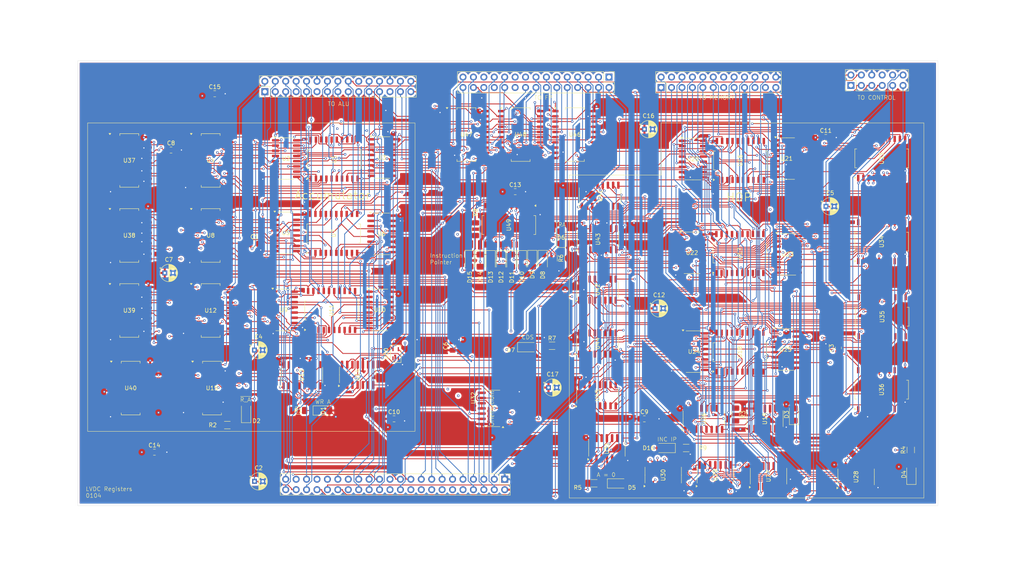
<source format=kicad_pcb>
(kicad_pcb (version 20240108) (generator "pcbnew") (generator_version "8.0")
  (layers (0 "F.Cu" signal) (1 "In1.Cu" signal) (2 "In2.Cu" signal) (31 "B.Cu" signal) (34 "B.Paste" user) (35 "F.Paste" user) (36 "B.SilkS" user "B.Silkscreen") (37 "F.SilkS" user "F.Silkscreen") (38 "B.Mask" user) (39 "F.Mask" user) (44 "Edge.Cuts" user))
  (net 0 "")
  (net 1 "+5V")
  (net 2 "Net-(D1-K)")
  (net 3 "Net-(D2-A)")
  (net 4 "Net-(D2-K)")
  (net 5 "Net-(D3-K)")
  (net 6 "Net-(D4-K)")
  (net 7 "Net-(D5-K)")
  (net 8 "Net-(D6-A)")
  (net 9 "Net-(D6-K)")
  (net 10 "Net-(D7-K)")
  (net 11 "CDS")
  (net 12 "I5")
  (net 13 "DB24")
  (net 14 "DB5")
  (net 15 "I11")
  (net 16 "DB11")
  (net 17 "DB0")
  (net 18 "DB19")
  (net 19 "DB25")
  (net 20 "DB6")
  (net 21 "DB7")
  (net 22 "+6V")
  (net 23 "DB8")
  (net 24 "DB20")
  (net 25 "I0")
  (net 26 "CLK")
  (net 27 "DB1")
  (net 28 "DB13")
  (net 29 "I7")
  (net 30 "DB14")
  (net 31 "I1")
  (net 32 "DB12")
  (net 33 "DB4")
  (net 34 "DB17")
  (net 35 "DB9")
  (net 36 "DB15")
  (net 37 "I3")
  (net 38 "I4")
  (net 39 "DB3")
  (net 40 "I10")
  (net 41 "~{RST}")
  (net 42 "DB16")
  (net 43 "DB21")
  (net 44 "I2")
  (net 45 "DB2")
  (net 46 "I8")
  (net 47 "I12")
  (net 48 "GND")
  (net 49 "DB10")
  (net 50 "I9")
  (net 51 "DB23")
  (net 52 "DB22")
  (net 53 "DB18")
  (net 54 "I6")
  (net 55 "A23")
  (net 56 "A0")
  (net 57 "A24")
  (net 58 "A18")
  (net 59 "A4")
  (net 60 "A2")
  (net 61 "A7")
  (net 62 "A11")
  (net 63 "A14")
  (net 64 "A16")
  (net 65 "A10")
  (net 66 "A21")
  (net 67 "A13")
  (net 68 "A20")
  (net 69 "A6")
  (net 70 "A25")
  (net 71 "A22")
  (net 72 "A3")
  (net 73 "A15")
  (net 74 "A19")
  (net 75 "A9")
  (net 76 "A8")
  (net 77 "A17")
  (net 78 "A12")
  (net 79 "A5")
  (net 80 "A1")
  (net 81 "~{R_H}")
  (net 82 "ACCW")
  (net 83 "~{R_A}")
  (net 84 "H_CYC_1")
  (net 85 "ACCUM_ZERO")
  (net 86 "HOPW")
  (net 87 "TRA")
  (net 88 "CSYLLABLE")
  (net 89 "INCPC")
  (net 90 "HOP_IM0")
  (net 91 "HOP_IP2")
  (net 92 "HOP_IS2")
  (net 93 "HOP_IP7")
  (net 94 "HOP_IP1")
  (net 95 "HOP_DM2")
  (net 96 "HOP_IP0")
  (net 97 "HOP_DM1")
  (net 98 "HOP_IP3")
  (net 99 "HOP_DS2")
  (net 100 "HOP_IP6")
  (net 101 "HOP_DS1")
  (net 102 "HOP_IM2")
  (net 103 "HOP_IP5")
  (net 104 "HOP_IS0")
  (net 105 "HOP_IS3")
  (net 106 "HOP_IM1")
  (net 107 "HOP_DS3")
  (net 108 "HOP_IP4")
  (net 109 "HOP_IS1")
  (net 110 "HOP_DM0")
  (net 111 "HOP_DS0")
  (net 112 "Net-(U13-Zc)")
  (net 113 "Net-(U26-Zd)")
  (net 114 "Net-(U36-Q3)")
  (net 115 "Net-(U31B-Q)")
  (net 116 "Net-(U1-D3)")
  (net 117 "Net-(U1-D1)")
  (net 118 "Net-(U1-D0)")
  (net 119 "Net-(U1-D4)")
  (net 120 "Net-(U1-D6)")
  (net 121 "Net-(U1-D5)")
  (net 122 "Net-(U1-D7)")
  (net 123 "Net-(U1-D2)")
  (net 124 "Net-(U5-Zd)")
  (net 125 "Net-(U5-Za)")
  (net 126 "Net-(U5-Zc)")
  (net 127 "Net-(U5-Zb)")
  (net 128 "Net-(U6-Zc)")
  (net 129 "Net-(U6-Za)")
  (net 130 "Net-(U6-Zd)")
  (net 131 "Net-(U6-Zb)")
  (net 132 "Net-(U11-D2)")
  (net 133 "Net-(U11-D1)")
  (net 134 "Net-(U11-D3)")
  (net 135 "Net-(U11-D0)")
  (net 136 "Net-(U10-Zc)")
  (net 137 "Net-(U10-Zd)")
  (net 138 "Net-(U10-Za)")
  (net 139 "Net-(U10-Zb)")
  (net 140 "Net-(U13-Za)")
  (net 141 "Net-(U13-Zb)")
  (net 145 "Net-(D10-K)")
  (net 146 "Net-(D8-A)")
  (net 148 "Net-(D9-A)")
  (net 150 "Net-(U16-D2)")
  (net 151 "Net-(U16-D6)")
  (net 152 "Net-(U16-D0)")
  (net 153 "Net-(U16-D3)")
  (net 154 "Net-(U16-D4)")
  (net 155 "Net-(U16-D7)")
  (net 156 "Net-(U16-D1)")
  (net 157 "Net-(U16-D5)")
  (net 158 "Net-(U17-D7)")
  (net 159 "Net-(U17-D1)")
  (net 160 "Net-(U17-D3)")
  (net 161 "Net-(U17-D6)")
  (net 162 "Net-(U17-D0)")
  (net 163 "Net-(U17-D5)")
  (net 164 "Net-(U17-D2)")
  (net 165 "Net-(U17-D4)")
  (net 166 "HOP_15")
  (net 167 "Net-(U18-D3)")
  (net 168 "Net-(U18-D5)")
  (net 169 "Net-(U18-D4)")
  (net 170 "Net-(U18-D1)")
  (net 171 "Net-(U18-D0)")
  (net 172 "Net-(U18-D7)")
  (net 173 "Net-(U18-D6)")
  (net 174 "HOP_DATA_SM")
  (net 175 "Net-(U18-D2)")
  (net 178 "Net-(U19A-D)")
  (net 179 "HOP_INSTR_SM")
  (net 180 "Net-(U19B-D)")
  (net 181 "NEXT_HOP_IP0")
  (net 182 "NEXT_HOP_CYL")
  (net 183 "NEXT_HOP_IP3")
  (net 184 "NEXT_HOP_IP1")
  (net 185 "NEXT_HOP_IP4")
  (net 186 "NEXT_HOP_IP2")
  (net 187 "NEXT_HOP_IP6")
  (net 188 "NEXT_HOP_IP7")
  (net 189 "NEXT_HOP_IP5")
  (net 190 "NEXT_HOP_DM2")
  (net 191 "NEXT_HOP_DM1")
  (net 192 "NEXT_HOP_DM0")
  (net 193 "NEXT_HOP_DATA_SM")
  (net 194 "NEXT_HOP_DS1")
  (net 195 "NEXT_HOP_DS3")
  (net 196 "NEXT_HOP_DS2")
  (net 197 "NEXT_HOP_DS0")
  (net 199 "Net-(U27-Pad12)")
  (net 200 "INC_IP1")
  (net 201 "INC_IP3")
  (net 202 "Net-(U27-Pad9)")
  (net 203 "INC_IP2")
  (net 204 "INCPC_ACTUAL")
  (net 205 "Net-(U27-Pad4)")
  (net 206 "INC_IP0")
  (net 207 "Net-(U43-I0a)")
  (net 208 "Net-(U28-Pad12)")
  (net 209 "Net-(U28-Pad4)")
  (net 210 "Net-(U28-Pad9)")
  (net 211 "INC_IP5")
  (net 212 "Net-(U28-Pad2)")
  (net 213 "INC_IP6")
  (net 214 "INC_IP4")
  (net 215 "Net-(U31A-~{Q})")
  (net 216 "Net-(U31B-D)")
  (net 218 "Net-(U31A-D)")
  (net 219 "Net-(U39-P=R)")
  (net 220 "Net-(U38-P=R)")
  (net 221 "Net-(U37-P=R)")
  (net 222 "Net-(U32-Pad10)")
  (net 223 "Net-(U32-Pad6)")
  (net 224 "Net-(U40-P=R)")
  (net 232 "Net-(D10-A)")
  (net 233 "Net-(D11-A)")
  (net 234 "Net-(D12-A)")
  (net 235 "Net-(D13-A)")
  (net 236 "Net-(D14-A)")
  (net 237 "Net-(D15-A)")
  (net 238 "BUFF_A20")
  (net 239 "BUFF_A13")
  (net 240 "BUFF_A25")
  (net 241 "BUFF_A12")
  (net 242 "BUFF_A24")
  (net 243 "BUFF_A22")
  (net 244 "BUFF_A17")
  (net 245 "BUFF_A19")
  (net 246 "BUFF_A9")
  (net 247 "BUFF_A16")
  (net 248 "BUFF_A11")
  (net 249 "BUFF_A15")
  (net 250 "BUFF_A18")
  (net 251 "BUFF_A8")
  (net 252 "BUFF_A0")
  (net 253 "BUFF_A10")
  (net 254 "BUFF_A5")
  (net 255 "BUFF_A21")
  (net 256 "BUFF_A23")
  (net 257 "BUFF_A1")
  (net 258 "BUFF_A3")
  (net 259 "BUFF_A14")
  (net 260 "BUFF_A7")
  (net 261 "BUFF_A2")
  (net 262 "BUFF_A6")
  (net 263 "BUFF_A4")
  (net 265 "RST")
  (net 266 "Net-(D16-K)")
  (footprint "LED_SMD:LED_1206_3216Metric_Pad1.42x1.75mm_HandSolder" (layer "F.Cu") (at 148.971 92.4925 -90)
    (property "Reference" "D12")
    (property "Value" "LED")
  )
  (footprint "Capacitor_SMD:C_0805_2012Metric_Pad1.18x1.45mm_HandSolder" (layer "F.Cu") (at 228.0705 62.484)
    (property "Reference" "C11")
    (property "Value" "100nF")
  )
  (footprint "LED_SMD:LED_1206_3216Metric_Pad1.42x1.75mm_HandSolder" (layer "F.Cu") (at 105.638 129.032)
    (property "Reference" "D1")
    (property "Value" "LED")
  )
  (footprint "Package_SO:SO-16_3.9x9.9mm_P1.27mm" (layer "F.Cu") (at 96.612 67.615)
    (property "Reference" "U2")
    (property "Value" "74HCT157")
  )
  (footprint "Package_SO:SO-16_3.9x9.9mm_P1.27mm" (layer "F.Cu") (at 218.532 67.615)
    (property "Reference" "U21")
    (property "Value" "74HCT157")
  )
  (footprint "Package_SO:SO-16_3.9x9.9mm_P1.27mm" (layer "F.Cu") (at 218.821 90.965)
    (property "Reference" "U23")
    (property "Value" "74HCT157")
  )
  (footprint "Package_SO:SO-16_3.9x9.9mm_P1.27mm" (layer "F.Cu") (at 172.466 112.706 90)
    (property "Reference" "U44")
    (property "Value" "74HCT157")
  )
  (footprint "LED_SMD:LED_1206_3216Metric_Pad1.42x1.75mm_HandSolder" (layer "F.Cu") (at 146.431 92.4925 -90)
    (property "Reference" "D13")
    (property "Value" "LED")
  )
  (footprint "Package_SO:SO-16_3.9x9.9mm_P1.27mm" (layer "F.Cu") (at 96.047 104.521)
    (property "Reference" "U9")
    (property "Value" "74HCT157")
  )
  (footprint "Package_SO:SO-16_3.9x9.9mm_P1.27mm" (layer "F.Cu") (at 96.555 85.725)
    (property "Reference" "U5")
    (property "Value" "74HCT157")
  )
  (footprint "Resistor_SMD:R_1206_3216Metric_Pad1.30x1.75mm_HandSolder" (layer "F.Cu") (at 248.77 138.658 90)
    (property "Reference" "R4")
    (property "Value" "1K")
  )
  (footprint "LED_SMD:LED_1206_3216Metric_Pad1.42x1.75mm_HandSolder" (layer "F.Cu") (at 86.868 129.54 90)
    (property "Reference" "D2")
    (property "Value" "LED")
  )
  (footprint "Package_SO:SO-14_3.9x8.65mm_P1.27mm" (layer "F.Cu") (at 114.046 120.331 90)
    (property "Reference" "U14")
    (property "Value" "74HC74")
  )
  (footprint "Capacitor_THT:CP_Radial_D4.0mm_P2.00mm" (layer "F.Cu") (at 88.9 114.3)
    (property "Reference" "C4")
    (property "Value" "10µF")
  )
  (footprint "Package_SO:SO-20_12.8x7.5mm_P1.27mm" (layer "F.Cu") (at 78.232 68.072)
    (property "Reference" "U4")
    (property "Value" "74HC244")
  )
  (footprint "Capacitor_SMD:C_0805_2012Metric_Pad1.18x1.45mm_HandSolder" (layer "F.Cu") (at 137.16 113.3055 90)
    (property "Reference" "C6")
    (property "Value" "100nF")
  )
  (footprint "Package_SO:SO-20_12.8x7.5mm_P1.27mm" (layer "F.Cu") (at 58.42 86.36)
    (property "Reference" "U38")
    (property "Value" "74HC688")
  )
  (footprint "Package_SO:SO-20_12.8x7.5mm_P1.27mm" (layer "F.Cu") (at 140.538 61.761)
    (property "Reference" "U47")
    (property "Value" "74HC244")
  )
  (footprint "TholinsStuff:SOIC-6" (layer "F.Cu") (at 123.302 115.207)
    (property "Reference" "U50")
    (property "Value" "74AHC1G04")
  )
  (footprint "Package_SO:SO-16_3.9x9.9mm_P1.27mm" (layer "F.Cu") (at 198.374 131.064 90)
    (property "Reference" "U26")
    (property "Value" "74HCT157")
  )
  (footprint "Resistor_SMD:R_1206_3216Metric_Pad1.30x1.75mm_HandSolder" (layer "F.Cu") (at 99.568 129.032)
    (property "Reference" "R1")
    (property "Value" "1K")
  )
  (footprint "Resistor_SMD:R_1206_3216Metric_Pad1.30x1.75mm_HandSolder" (layer "F.Cu") (at 206.121 130.013 -90)
    (property "Reference" "R3")
    (property "Value" "1K")
  )
  (footprint "Package_SO:SO-20_12.8x7.5mm_P1.27mm" (layer "F.Cu") (at 108.204 85.852 90)
    (property "Reference" "U7")
    (property "Value" "74HC574")
  )
  (footprint "Package_SO:SO-14_3.9x8.65mm_P1.27mm" (layer "F.Cu") (at 214.122 145.037 90)
    (property "Reference" "U27")
    (property "Value" "74HC86")
  )
  (footprint "Package_SO:SO-14_3.9x8.65mm_P1.27mm" (layer "F.Cu") (at 146.747 128.524 180)
    (property "Reference" "U32")
    (property "Value" "74HCT32")
  )
  (footprint "Package_SO:SO-16_3.9x9.9mm_P1.27mm" (layer "F.Cu") (at 172.466 99.568 90)
    (property "Reference" "U42")
    (property "Value" "74HCT157")
  )
  (footprint "Package_SO:SO-20_12.8x7.5mm_P1.27mm" (layer "F.Cu") (at 78.232 104.648)
    (property "Reference" "U12")
    (property "Value" "74HC244")
  )
  (footprint "LED_SMD:LED_1206_3216Metric_Pad1.42x1.75mm_HandSolder" (layer "F.Cu") (at 159.131 92.456 -90)
    (property "Reference" "D8")
    (property "Value" "LED")
  )
  (footprint "Package_SO:SO-16_3.9x9.9mm_P1.27mm" (layer "F.Cu") (at 119.98 67.361)
    (property "Reference" "U3")
    (property "Value" "74HCT157")
  )
  (footprint "Package_SO:SO-14_3.9x8.65mm_P1.27mm" (layer "F.Cu") (at 188.468 144.78 90)
    (property "Reference" "U30")
    (property "Value" "74HC08")
  )
  (footprint "LED_SMD:LED_1206_3216Metric_Pad1.42x1.75mm_HandSolder" (layer "F.Cu") (at 143.891 92.4925 -90)
    (property "Reference" "D14")
    (property "Value" "LED")
  )
  (footprint "Package_SO:SO-16_3.9x9.9mm_P1.27mm" (layer "F.Cu") (at 195.996 114.681)
    (property "Reference" "U24")
    (property "Value" "74HCT157")
  )
  (footprint "Capacitor_THT:CP_Radial_D4.0mm_P2.00mm" (layer "F.Cu") (at 186.468 104.14)
    (property "Reference" "C12")
    (property "Value" "10µF")
  )
  (footprint "Connector_PinHeader_2.54mm:PinHeader_2x22_P2.54mm_Vertical" (layer "F.Cu") (at 149.86 145.796 -90)
    (property "Reference" "J1" (hide yes))
    (property "Value" "TO_BACKPLANE" (hide yes))
  )
  (footprint "LED_SMD:LED_1206_3216Metric_Pad1.42x1.75mm_HandSolder" (layer "F.Cu") (at 141.351 92.456 -90)
    (property "Reference" "D15")
    (property "Value" "LED")
  )
  (footprint "Capacitor_SMD:C_0805_2012Metric_Pad1.18x1.45mm_HandSolder" (layer "F.Cu") (at 183.8745 131.064)
    (property "Reference" "C9")
    (property "Value" "100nF")
  )
  (footprint "Package_SO:SO-16_3.9x9.9mm_P1.27mm" (layer "F.Cu") (at 100.457 120.431 90)
    (property "Reference" "U13")
    (property "Value" "74HCT157")
  )
  (footprint "Connector_PinHeader_2.54mm:PinHeader_2x06_P2.54mm_Vertical" (layer "F.Cu") (at 234.188 49.784 90)
    (property "Reference" "J3" (hide yes))
    (property "Value" "FROM_CTRL" (hide yes))
  )
  (footprint "Capacitor_SMD:C_0805_2012Metric_Pad1.18x1.45mm_HandSolder" (layer "F.Cu") (at 231.14 113.792 90)
    (property "Reference" "C3")
    (property "Value" "100nF")
  )
  (footprint "Package_SO:SO-14_3.9x8.65mm_P1.27mm" (layer "F.Cu") (at 201.168 144.78 90)
    (property "Reference" "U29")
    (property "Value" "74HC08")
  )
  (footprint "LED_SMD:LED_1206_3216Metric_Pad1.42x1.75mm_HandSolder" (layer "F.Cu") (at 163.576 86.8315 90)
    (property "Reference" "D6")
    (property "Value" "LED")
  )
  (footprint "Capacitor_THT:CP_Radial_D4.0mm_P2.00mm" (layer "F.Cu") (at 183.896 60.452)
    (property "Reference" "C16")
    (property "Value" "10µF")
  )
  (footprint "Resistor_SMD:R_1206_3216Metric_Pad1.30x1.75mm_HandSolder" (layer "F.Cu") (at 161.391 113.249)
    (property "Reference" "R7")
    (property "Value" "4.7K")
  )
  (footprint "Capacitor_THT:CP_Radial_D4.0mm_P2.00mm" (layer "F.Cu") (at 88.932 146.304)
    (property "Reference" "C2")
    (property "Value" "10µF")
  )
  (footprint "Package_SO:SO-20_12.8x7.5mm_P1.27mm" (layer "F.Cu") (at 207.137 114.808 90)
    (property "Reference" "U18")
    (property "Value" "74HC574")
  )
  (footprint "Package_SO:SO-20_12.8x7.5mm_P1.27mm" (layer "F.Cu") (at 78.232 86.36)
    (property "Reference" "U8")
    (property "Value" "74HC244")
  )
  (footprint "Resistor_SMD:R_1206_3216Metric_Pad1.30x1.75mm_HandSolder" (layer "F.Cu") (at 163.576 91.9115 90)
    (property "Reference" "R6")
    (property "Value" "1K")
  )
  (footprint "Capacitor_SMD:C_0805_2012Metric_Pad1.18x1.45mm_HandSolder" (layer "F.Cu") (at 64.5375 139.192)
    (property "Reference" "C14")
    (property "Value" "100nF")
  )
  (footprint "Capacitor_SMD:C_0805_2012Metric_Pad1.18x1.45mm_HandSolder" (layer "F.Cu") (at 79.2265 51.816)
    (property "Reference" "C15")
    (property "Value" "100nF")
  )
  (footprint "Package_SO:SO-20_12.8x7.5mm_P1.27mm" (layer "F.Cu") (at 241.681 123.952 90)
    (property "Reference" "U36")
    (property "Value" "74HC574")
  )
  (footprint "Package_SO:SO-14_3.9x8.65mm_P1.27mm" (layer "F.Cu") (at 174.752 138.241 90)
    (property "Reference" "U31")
    (property "Value" "74HC74")
  )
  (footprint "LED_SMD:LED_1206_3216Metric_Pad1.42x1.75mm_HandSolder" (layer "F.Cu") (at 156.591 92.456 -90)
    (property "Reference" "D9")
    (property "Value" "LED")
  )
  (footprint "Package_SO:SO-20_12.8x7.5mm_P1.27mm" (layer "F.Cu") (at 58.42 104.648)
    (property "Reference" "U39")
    (property "Value" "74HC688")
  )
  (footprint "Package_SO:SO-14_3.9x8.65mm_P1.27mm" (layer "F.Cu") (at 235.458 145.223 90)
    (property "Reference" "U28")
    (property "Value" "74HC86")
  )
  (footprint "Package_SO:SO-16_3.9x9.9mm_P1.27mm" (layer "F.Cu") (at 172.593 87.271 90)
    (property "Reference" "U43")
    (property "Value" "74HCT157")
  )
  (footprint "LED_SMD:LED_1206_3216Metric_Pad1.42x1.75mm_HandSolder" (layer "F.Cu") (at 155.446 113.599)
    (property "Reference" "D7")
    (property "Value" "LED")
  )
  (footprint "Package_SO:SO-20_12.8x7.5mm_P1.27mm" (layer "F.Cu") (at 153.746 61.761)
    (property "Reference" "U48")
    (property "Value" "74HC244")
  )
  (footprint "Package_SO:SO-16_3.9x9.9mm_P1.27mm" (layer "F.Cu") (at 218.278 114.173)
    (property "Reference" "U25")
    (property "Value" "74HCT157")
  )
  (footprint "Connector_PinHeader_2.54mm:PinHeader_2x15_P2.54mm_Vertical" (layer "F.Cu") (at 91.44 51.308 90)
    (property "Reference" "J2" (hide yes))
    (property "Value" "ACCUMULATOR_OUT" (hide yes))
  )
  (footprint "LED_SMD:LED_1206_3216Metric_Pad1.42x1.75mm_HandSolder" (layer "F.Cu") (at 188.976 138.176 180)
    (property "Reference" "D16")
    (property "Value" "LED")
  )
  (footprint "Package_SO:SO-20_12.8x7.5mm_P1.27mm" (layer "F.Cu") (at 108.331 67.742 90)
    (property "Reference" "U1")
    (property "Value" "74HC574")
  )
  (footprint "LED_SMD:LED_1206_3216Metric_Pad1.42x1.75mm_HandSolder" (layer "F.Cu") (at 151.511 92.4925 -90)
    (property "Reference" "D11")
    (property "Value" "LED")
  )
  (footprint "LED_SMD:LED_1206_3216Metric_Pad1.42x1.75mm_HandSolder" (layer "F.Cu") (at 220.345 130.013 90)
    (property "Reference" "D3")
    (property "Value" "LED")
  )
  (footprint "Package_SO:SO-20_12.8x7.5mm_P1.27mm" (layer "F.Cu") (at 78.562 123.571)
    (property "Reference" "U15")
    (property "Value" "74HC244")
  )
  (footprint "Package_SO:SO-16_3.9x9.9mm_P1.27mm" (layer "F.Cu") (at 119.853 85.979)
    (property "Reference" "U6")
    (property "Value" "74HCT157")
  )
  (footprint "Capacitor_THT:CP_Radial_D4.0mm_P2.00mm" (layer "F.Cu") (at 67.056 95.504)
    (property "Reference" "C7")
    (property "Value" "10µF")
  )
  (footprint "Package_SO:SO-20_12.8x7.5mm_P1.27mm" (layer "F.Cu") (at 207.264 68.072 90)
    (property "Reference" "U16")
    (property "Value" "74HC574")
  )
  (footprint "Capacitor_SMD:C_0805_2012Metric_Pad1.18x1.45mm_HandSolder" (layer "F.Cu") (at 122.9145 131.064)
    (property "Reference" "C10")
    (property "Value" "100nF")
  )
  (footprint "Connector_PinHeader_2.54mm:PinHeader_2x15_P2.54mm_Vertical" (layer "F.Cu") (at 175.26 47.752 -90)
    (property "Reference" "J5" (hide yes))
    (property "Value" "TO_FP" (hide yes))
  )
  (footprint "Package_SO:SO-16_3.9x9.9mm_P1.27mm" (layer "F.Cu") (at 195.707 67.742)
    (property "Reference" "U20")
    (property "Value" "74HCT157")
  )
  (footprint "Package_SO:SO-20_12.8x7.5mm_P1.27mm" (layer "F.Cu") (at 107.696 104.648 90)
    (property "Reference" "U11")
    (property "Value" "74HC574")
  )
  (footprint "LED_SMD:LED_1206_3216Metric_Pad1.42x1.75mm_HandSolder" (layer "F.Cu") (at 154.051 92.4925 -90)
    (property "Reference" "D10")
    (property "Value" "LED")
  )
  (footprint "Connector_PinHeader_2.54mm:PinHeader_2x12_P2.54mm_Vertical" (layer "F.Cu") (at 187.96 50.292 90)
    (property "Reference" "J4" (hide yes))
    (property "Value" "TO_MEMORY" (hide yes))
  )
  (footprint "Package_SO:SO-16_3.9x9.9mm_P1.27mm" (layer "F.Cu") (at 195.488 90.584)
    (property "Reference" "U22")
    (property "Value" "74HCT157")
  )
  (footprint "Resistor_SMD:R_1206_3216Metric_Pad1.30x1.75mm_HandSolder" (layer "F.Cu") (at 82.296 132.588)
    (property "Reference" "R2")
    (property "Value" "1K")
  )
  (footprint "Capacitor_THT:CP_Radial_D4.0mm_P2.00mm" (layer "F.Cu") (at 228.124 79.248)
    (property "Reference" "C5")
    (property "Value" "10µF")
  )
  (footprint "Resistor_SMD:R_1206_3216Metric_Pad1.30x1.75mm_HandSolder" (layer "F.Cu") (at 194.056 138.176 180)
    (property "Reference" "R9")
    (property "Value" "4.7K")
  )
  (footprint "Package_SO:SO-16_3.9x9.9mm_P1.27mm" (layer "F.Cu") (at 172.466 125.336 90)
    (property "Reference" "U45")
    (property "Value" "74HCT157")
  )
  (footprint "Package_SO:SO-20_12.8x7.5mm_P1.27mm" (layer "F.Cu") (at 58.75 123.571)
    (property "Reference" "U40")
    (property "Value" "74HC688")
  )
  (footprint "Package_SO:SO-16_3.9x9.9mm_P1.27mm" (layer "F.Cu") (at 119.415 104.521)
    (property "Reference" "U10")
    (property "Value" "74HCT157")
  )
  (footprint "Capacitor_SMD:C_0805_2012Metric_Pad1.18x1.45mm_HandSolder" (layer "F.Cu") (at 68.58 65.532)
    (property "Reference" "C8")
    (property "Value" "100nF")
  )
  (footprint "Package_SO:SO-20_12.8x7.5mm_P1.27mm" (layer "F.Cu") (at 241.681 87.884 90)
    (property "Reference" "U34")
    (property "Value" "74HC574")
  )
  (footprint "Package_SO:SO-20_12.8x7.5mm_P1.27mm" (layer "F.Cu") (at 241.681 67.564 90)
    (property "Reference" "U33")
    (property "Value" "74HC574")
  )
  (footprint "Capacitor_SMD:C_0805_2012Metric_Pad1.18x1.45mm_HandSolder" (layer "F.Cu") (at 88.8785 88.392)
    (property "Reference" "C1")
    (property "Value" "100nF")
  )
  (footprint "Package_SO:SO-20_12.8x7.5mm_P1.27mm" (layer "F.Cu") (at 207.137 90.754 90)
    (property "Reference" "U17")
    (property "Value" "74HC574")
  )
  (footprint "Resistor_SMD:R_1206_3216Metric_Pad1.30x1.75mm_HandSolder" (layer "F.Cu") (at 142.748 84.836 -90)
    (property "Reference" "R8")
    (property "Value" "1K")
  )
  (footprint "LED_SMD:LED_1206_3216Metric_Pad1.42x1.75mm_HandSolder" (layer "F.Cu") (at 248.92 144.603 90)
    (property "Reference" "D4")
    (property "Value" "LED")
  )
  (footprint "Resistor_SMD:R_1206_3216Metric_Pad1.30x1.75mm_HandSolder" (layer "F.Cu") (at 171.659 146.777)
    (property "Reference" "R5")
    (property "Value" "1K")
  )
  (footprint "Capacitor_THT:CP_Radial_D4.0mm_P2.00mm" (layer "F.Cu") (at 160.528 123.444)
    (property "Reference" "C17")
    (property "Value" "10µF")
  )
  (footprint "Package_SO:SO-20_12.8x7.5mm_P1.27mm" (layer "F.Cu") (at 58.42 68.072)
    (property "Reference" "U37")
    (property "Value" "74HC688")
  )
  (footprint "Package_SO:SO-20_12.8x7.5mm_P1.27mm" (layer "F.Cu") (at 241.808 106.172 90)
    (property "Reference" "U35")
    (property "Value" "74HC574")
  )
  (footprint "Package_SO:SO-16_3.9x9.9mm_P1.27mm" (layer "F.Cu") (at 173.101 76.673 90)
    (property "Reference" "U41")
    (property "Value" "74HCT157")
  )
  (footprint "LED_SMD:LED_1206_3216Metric_Pad1.42x1.75mm_HandSolder" (layer "F.Cu") (at 177.3285 146.812)
    (property "Reference" "D5")
    (property "Value" "LED")
  )
  (footprint "Package_SO:SO-20_12.8x7.5mm_P1.27mm" (layer "F.Cu") (at 166.954 61.761)
    (property "Reference" "U46")
    (property "Value" "74HC244")
  )
  (footprint "Package_SO:SO-14_3.9x8.65mm_P1.27mm" (layer "F.Cu") (at 213.233 131.029 90)
    (property "Reference" "U19")
    (property "Value" "74HC74")
  )
  (footprint "Package_SO:SO-20_12.8x7.5mm_P1.27mm" (layer "F.Cu") (at 150.876 83.82 -90)
    (property "Reference" "U49")
    (property "Value" "74HC244")
  )
  (footprint "Capacitor_SMD:C_0805_2012Metric_Pad1.18x1.45mm_HandSolder" (layer "F.Cu") (at 152.4215 75.692)
    (property "Reference" "C13")
    (property "Value" "100nF")
  )
  (gr_line (start 251.968 58.928) (end 251.968 150.368) (stroke (width 0.1)) (layer "F.SilkS"))
  (gr_line (start 165.608 150.368) (end 165.608 134.112) (stroke (width 0.1)) (layer "F.SilkS"))
  (gr_rect (start 48.26 58.928) (end 128.016 134.112) (stroke (width 0.1)) (fill none) (layer "F.SilkS"))
  (gr_line (start 187.96 58.928) (end 251.968 58.928) (stroke (width 0.1)) (layer "F.SilkS"))
  (gr_line (start 187.96 71.628) (end 187.96 58.928) (stroke (width 0.1)) (layer "F.SilkS"))
  (gr_line (start 165.608 71.628) (end 187.96 71.628) (stroke (width 0.1)) (layer "F.SilkS"))
  (gr_line (start 165.608 134.112) (end 165.608 71.628) (stroke (width 0.1)) (layer "F.SilkS"))
  (gr_line (start 251.968 150.368) (end 165.608 150.368) (stroke (width 0.1)) (layer "F.SilkS"))
  (gr_rect (start 45.847 43.764) (end 255.397 152.222) (stroke (width 0.05)) (fill none) (layer "Edge.Cuts"))
  (gr_text "TO MEMORY" (at 197.104 53.34 0) (layer "F.SilkS") (effects (font (size 1 1) (thickness 0.1)) (justify left bottom)))
  (gr_text "LVDC Registers\n0104" (at 47.752 150.368 0) (layer "F.SilkS") (effects (font (size 1 1) (thickness 0.1)) (justify left bottom)))
  (gr_text "INC IP" (at 186.944 136.652 0) (layer "F.SilkS") (effects (font (size 1 1) (thickness 0.1)) (justify left bottom)))
  (gr_text "TO CONTROL" (at 235.712 53.34 0) (layer "F.SilkS") (effects (font (size 1 1) (thickness 0.1)) (justify left bottom)))
  (gr_text "A = 0" (at 172.212 145.288 0) (layer "F.SilkS") (effects (font (size 1 1) (thickness 0.1)) (justify left bottom)))
  (gr_text "Accumulator" (at 98.552 77.724 0) (layer "F.SilkS") (effects (font (size 2 2) (thickness 0.2)) (justify left bottom)))
  (gr_text "CDS" (at 153.924 111.76 0) (layer "F.SilkS") (effects (font (size 1 1) (thickness 0.1)) (justify left bottom)))
  (gr_text "Orientation!" (at 147.32 132.959 90) (layer "F.SilkS") (effects (font (size 1 1) (thickness 0.1)) (justify left bottom)))
  (gr_text "~{R_A}" (at 85.344 127 0) (layer "F.SilkS") (effects (font (size 1 1) (thickness 0.1)) (justify left bottom)))
  (gr_text "WR A" (at 103.632 127.508 0) (layer "F.SilkS") (effects (font (size 1 1) (thickness 0.1)) (justify left bottom)))
  (gr_text "TO ALU" (at 106.68 54.864 0) (layer "F.SilkS") (effects (font (size 1 1) (thickness 0.1)) (justify left bottom)))
  (gr_text "Instruction\nPointer" (at 131.572 93.472 0) (layer "F.SilkS") (effects (font (size 1 1) (thickness 0.1)) (justify left bottom)))
  (gr_text "TO FP" (at 156.972 53.34 0) (layer "F.SilkS") (effects (font (size 1 1) (thickness 0.1)) (justify left bottom)))
  (gr_text "HOP" (at 203.708 78.232 0) (layer "F.SilkS") (effects (font (size 2 2) (thickness 0.2)) (justify left bottom)))
  (gr_text "TRA" (at 162.052 84.328 0) (layer "F.SilkS") (effects (font (size 1 1) (thickness 0.1)) (justify left bottom)))
  (segment (start 97.578899 116.0079) (end 94.9093 116.0079) (width 0.2) (layer "F.Cu") (net 1))
  (segment (start 98.622 99.59) (end 99.06 99.152) (width 0.2) (layer "F.Cu") (net 1))
  (segment (start 63.17 98.222) (end 62.992 98.044) (width 0.2) (layer "F.Cu") (net 1))
  (segment (start 246.2395 143.1155) (end 245.872 142.748) (width 0.2) (layer "F.Cu") (net 1))
  (segment (start 123.444 100.076) (end 123.952 100.584) (width 0.2) (layer "F.Cu") (net 1))
  (segment (start 196.469 128.489) (end 196.469 129.363999) (width 0.2) (layer "F.Cu") (net 1))
  (segment (start 158.496 55.88) (end 157.988 55.372) (width 0.2) (layer "F.Cu") (net 1))
  (segment (start 63.5 129.286) (end 63.5 128.016) (width 0.2) (layer "F.Cu") (net 1))
  (segment (start 201.422 86.004) (end 199.919 86.004) (width 0.2) (layer "F.Cu") (net 1))
  (segment (start 208.818 128.554) (end 208.28 128.016) (width 0.2) (layer "F.Cu") (net 1))
  (segment (start 174.752 139.7) (end 175.768 138.684) (width 0.2) (layer "F.Cu") (net 1))
  (segment (start 168.656 74.098) (end 164.154 74.098) (width 0.2) (layer "F.Cu") (net 1))
  (segment (start 137.16 114.3) (end 139.7 111.76) (width 0.2) (layer "F.Cu") (net 1))
  (segment (start 176.022 136.398) (end 175.26 137.16) (width 0.2) (layer "F.Cu") (net 1))
  (segment (start 168.148 84.328) (end 169.164 83.312) (width 0.2) (layer "F.Cu") (net 1))
  (segment (start 161.544 90.884814) (end 161.544 90.932) (width 0.2) (layer "F.Cu") (net 1))
  (segment (start 52.578 124.206) (end 52.324 124.46) (width 0.2) (layer "F.Cu") (net 1))
  (segment (start 198.323 63.297) (end 199.644 61.976) (width 0.2) (layer "F.Cu") (net 1))
  (segment (start 78.189 51.816) (end 76.708 51.816) (width 0.2) (layer "F.Cu") (net 1))
  (segment (start 137.16 114.343) (end 137.16 114.3) (width 0.2) (layer "F.Cu") (net 1))
  (segment (start 193.929 128.489) (end 192.567 128.489) (width 0.2) (layer "F.Cu") (net 1))
  (segment (start 63.5 129.286) (end 65.278 129.286) (width 0.2) (layer "F.Cu") (net 1))
  (segment (start 171.704 56.046) (end 171.704 55.372) (width 0.2) (layer "F.Cu") (net 1))
  (segment (start 178.816 146.812) (end 174.752 142.748) (width 0.2) (layer "F.Cu") (net 1))
  (segment (start 180.848 131.064) (end 180.34 130.556) (width 0.2) (layer "F.Cu") (net 1))
  (segment (start 98.622 100.076) (end 98.622 99.59) (width 0.2) (layer "F.Cu") (net 1))
  (segment (start 180.151 146.812) (end 178.816 146.812) (width 0.2) (layer "F.Cu") (net 1))
  (segment (start 196.469 129.363999) (end 196.168999 129.664) (width 0.2) (layer "F.Cu") (net 1))
  (segment (start 174.752 142.748) (end 174.752 140.716) (width 0.2) (layer "F.Cu") (net 1))
  (segment (start 201.422 110.058) (end 200.3844 110.058) (width 0.2) (layer "F.Cu") (net 1))
  (segment (start 192.567 128.489) (end 192.532 128.524) (width 0.2) (layer "F.Cu") (net 1))
  (segment (start 214.503 128.554) (end 214.503 129.976137) (width 0.2) (layer "F.Cu") (net 1))
  (segment (start 227.033 62.484) (end 225.552 62.484) (width 0.2) (layer "F.Cu") (net 1))
  (segment (start 99.187 63.17) (end 100.7485 63.17) (width 0.2) (layer "F.Cu") (net 1))
  (segment (start 214.503 129.976137) (end 214.430178 130.048959) (width 0.2) (layer "F.Cu") (net 1))
  (segment (start 176.022 135.766) (end 176.022 136.398) (width 0.2) (layer "F.Cu") (net 1))
  (segment (start 176.277001 83.312) (end 181.356 83.312) (width 0.2) (layer "F.Cu") (net 1))
  (segment (start 67.5425 65.532) (end 66.78586 65.532) (width 0.2) (layer "F.Cu") (net 1))
  (segment (start 182.837 131.064) (end 180.848 131.064) (width 0.2) (layer "F.Cu") (net 1))
  (segment (start 200.279 129.667) (end 200.66 130.048) (width 0.2) (layer "F.Cu") (net 1))
  (segment (start 63.5 124.206) (end 63.5 125.476) (width 0.2) (layer "F.Cu") (net 1))
  (segment (start 209.423 128.554) (end 208.818 128.554) (width 0.2) (layer "F.Cu") (net 1))
  (segment (start 197.358 142.305) (end 196.56083 142.305) (width 0.2) (layer "F.Cu") (net 1))
  (segment (start 121.877 132.631) (end 121.412 133.096) (width 0.2) (layer "F.Cu") (net 1))
  (segment (start 210.693 128.554) (end 209.423 128.554) (width 0.2) (layer "F.Cu") (net 1))
  (segment (start 170.942 135.766) (end 169.802 135.766) (width 0.2) (layer "F.Cu") (net 1))
  (segment (start 210.312 142.562) (end 209.11 142.562) (width 0.2) (layer "F.Cu") (net 1))
  (segment (start 54 125.476) (end 54 124.206) (width 0.2) (layer "F.Cu") (net 1))
  (segment (start 107.1255 129.032) (end 107.188 129.032) (width 0.2) (layer "F.Cu") (net 1))
  (segment (start 231.648 142.748) (end 230.632 142.748) (width 0.2) (layer "F.Cu") (net 1))
  (segment (start 194.858448 129.664) (end 193.929 128.734552) (width 0.2) (layer "F.Cu") (net 1))
  (segment (start 115.316 117.856) (end 115.316 116.84) (width 0.2) (layer "F.Cu") (net 1))
  (segment (start 144.272 132.334) (end 146.812 134.874) (width 0.2) (layer "F.Cu") (net 1))
  (segment (start 107.188 129.032) (end 108.712 130.556) (width 0.2) (layer "F.Cu") (net 1))
  (segment (start 200.3844 110.058) (end 200.2064 110.236) (width 0.2) (layer "F.Cu") (net 1))
  (segment (start 174.498 89.846) (end 174.498 90.9206) (width 0.2) (layer "F.Cu") (net 1))
  (segment (start 171.958 84.696) (end 171.958 83.3311) (width 0.2) (layer "F.Cu") (net 1))
  (segment (start 63.5 121.666) (end 63.5 122.936) (width 0.2) (layer "F.Cu") (net 1))
  (segment (start 102.362 116.586) (end 102.108 116.332) (width 0.2) (layer "F.Cu") (net 1))
  (segment (start 224.866 63.17) (end 225.552 62.484) (width 0.2) (layer "F.Cu") (net 1))
  (segment (start 151.384 75.692) (end 149.352 75.692) (width 0.2) (layer "F.Cu") (net 1))
  (segment (start 114.046 123.19) (end 112.776 124.46) (width 0.2) (layer "F.Cu") (net 1))
  (segment (start 172.212 135.766) (end 170.942 135.766) (width 0.2) (layer "F.Cu") (net 1))
  (segment (start 175.768 84.696) (end 175.768 83.821001) (width 0.2) (layer "F.Cu") (net 1))
  (segment (start 54 128.016) (end 54 126.746) (width 0.2) (layer "F.Cu") (net 1))
  (segment (start 209.423 133.504) (end 207.364 133.504) (width 0.2) (layer "F.Cu") (net 1))
  (segment (start 175.768 83.821001) (end 176.277001 83.312) (width 0.2) (layer "F.Cu") (net 1))
  (segment (start 63.17 98.933) (end 63.17 98.222) (width 0.2) (layer "F.Cu") (net 1))
  (segment (start 221.396 86.52) (end 225.5027 86.52) (width 0.2) (layer "F.Cu") (net 1))
  (segment (start 54 124.206) (end 52.578 124.206) (width 0.2) (layer "F.Cu") (net 1))
  (segment (start 62.103 62.357) (end 61.976 62.484) (width 0.2) (layer "F.Cu") (net 1))
  (segment (start 248.92 143.1155) (end 246.2395 143.1155) (width 0.2) (layer "F.Cu") (net 1))
  (segment (start 63.5 139.192) (end 61.468 139.192) (width 0.2) (layer "F.Cu") (net 1))
  (segment (start 98.552 116.981001) (end 97.578899 116.0079) (width 0.2) (layer "F.Cu") (net 1))
  (segment (start 63.17 62.357) (end 62.103 62.357) (width 0.2) (layer "F.Cu") (net 1))
  (segment (start 96.012 117.856) (end 94.9093 116.7533) (width 0.2) (layer "F.Cu") (net 1))
  (segment (start 220.345 128.5255) (end 219.4575 128.5255) (width 0.2) (layer "F.Cu") (net 1))
  (segment (start 124.206 81.534) (end 124.46 81.28) (width 0.2) (layer "F.Cu") (net 1))
  (segment (start 213.233 131.418448) (end 214.430178 130.22127) (width 0.2) (layer "F.Cu") (net 1))
  (segment (start 169.802 135.766) (end 169.672 135.636) (width 0.2) (layer "F.Cu") (net 1))
  (segment (start 122.555 62.916) (end 122.555 61.364974) (width 0.2) (layer "F.Cu") (net 1))
  (segment (start 122.652 114.082) (end 122.652 112.552) (width 0.2) (layer "F.Cu") (net 1))
  (segment (start 201.244 110.236) (end 201.422 110.058) (width 0.2) (layer "F.Cu") (net 1))
  (segment (start 225.5027 86.52) (end 225.552 86.5693) (width 0.2) (layer "F.Cu") (net 1))
  (segment (start 122.555 61.364974) (end 122.7083 61.211674) (width 0.2) (layer "F.Cu") (net 1))
  (segment (start 76.708 51.816) (end 76.2 52.324) (width 0.2) (layer "F.Cu") (net 1))
  (segment (start 66.78586 65.532) (end 66.151149 64.897289) (width 0.2) (layer "F.Cu") (net 1))
  (segment (start 200.249768 63.322) (end 200.062931 63.508837) (width 0.2) (layer "F.Cu") (net 1))
  (segment (start 121.877 131.064) (end 121.877 132.631) (width 0.2) (layer "F.Cu") (net 1))
  (segment (start 219.4575 128.5255) (end 218.44 127.508) (width 0.2) (layer "F.Cu") (net 1))
  (segment (start 221.107 63.17) (end 224.866 63.17) (width 0.2) (layer "F.Cu") (net 1))
  (segment (start 63.5 122.936) (end 63.5 124.206) (width 0.2) (layer "F.Cu") (net 1))
  (segment (start 213.233 133.504) (end 213.233 131.418448) (width 0.2) (layer "F.Cu") (net 1))
  (segment (start 200.279 128.489) (end 200.279 129.667) (width 0.2) (layer "F.Cu") (net 1))
  (segment (start 63.5 125.476) (end 63.5 126.746) (width 0.2) (layer "F.Cu") (net 1))
  (segment (start 94.9093 116.7533) (end 94.9093 116.0079) (width 0.2) (layer "F.Cu") (net 1))
  (segment (start 146.812 134.874) (end 146.812 135.636) (width 0.2) (layer "F.Cu") (net 1))
  (segment (start 193.929 128.734552) (end 193.929 128.489) (width 0.2) (layer "F.Cu") (net 1))
  (segment (start 174.498 90.9206) (end 174.752 91.1746) (width 0.2) (layer "F.Cu") (net 1))
  (segment (start 198.063 86.139) (end 201.287 86.139) (width 0.2) (layer "F.Cu") (net 1))
  (segment (start 165.446 99.568) (end 164.592 99.568) (width 0.2) (layer "F.Cu") (net 1))
  (segment (start 145.288 56.046) (end 144.022 56.046) (width 0.2) (layer "F.Cu") (net 1))
  (segment (start 168.021 96.993) (end 165.446 99.568) (width 0.2) (layer "F.Cu") (net 1))
  (segment (start 168.021 121.031) (end 168.148 120.904) (width 0.2) (layer "F.Cu") (net 1))
  (segment (start 230.632 142.748) (end 230.124 142.24) (width 0.2) (layer "F.Cu") (net 1))
  (segment (start 199.919 86.004) (end 199.4673 85.5523) (width 0.2) (layer "F.Cu") (net 1))
  (segment (start 158.496 56.046) (end 158.496 55.88) (width 0.2) (layer "F.Cu") (net 1))
  (segment (start 144.022 56.046) (end 143.856 55.88) (width 0.2) (layer "F.Cu") (net 1))
  (segment (start 65.278 129.286) (end 65.532 129.54) (width 0.2) (layer "F.Cu") (net 1))
  (segment (start 156.591 88.57) (end 159.229186 88.57) (width 0.2) (layer "F.Cu") (net 1))
  (segment (start 115.316 116.84) (end 115.824 116.332) (width 0.2) (layer "F.Cu") (net 1))
  (segment (start 122.652 112.552) (end 122.936 112.268) (width 0.2) (layer "F.Cu") (net 1))
  (segment (start 198.571 110.236) (end 201.244 110.236) (width 0.2) (layer "F.Cu") (net 1))
  (segment (start 201.287 86.139) (end 201.422 86.004) (width 0.2) (layer "F.Cu") (net 1))
  (segment (start 100.584 81.28) (end 101.092 80.772) (width 0.2) (layer "F.Cu") (net 1))
  (segment (start 166.9 111.252) (end 166.116 111.252) (width 0.2) (layer "F.Cu") (net 1))
  (segment (start 207.364 133.504) (end 207.264 133.604) (width 0.2) (layer "F.Cu") (net 1))
  (segment (start 121.99 100.076) (end 123.444 100.076) (width 0.2) (layer "F.Cu") (net 1))
  (segment (start 201.549 63.322) (end 200.249768 63.322) (width 0.2) (layer "F.Cu") (net 1))
  (segment (start 198.282 63.297) (end 198.323 63.297) (width 0.2) (layer "F.Cu") (net 1))
  (segment (start 63.17 79.426) (end 62.992 79.248) (width 0.2) (layer "F.Cu") (net 1))
  (segment (start 171.958 83.3311) (end 172.212 83.0771) (width 0.2) (layer "F.Cu") (net 1))
  (segment (start 196.56083 142.305) (end 196.102915 142.762915) (width 0.2) (layer "F.Cu") (net 1))
  (segment (start 168.148 84.696) (end 168.148 84.328) (width 0.2) (layer "F.Cu") (net 1))
  (segment (start 100.7485 63.17) (end 100.9265 62.992) (width 0.2) (layer "F.Cu") (net 1))
  (segment (start 168.021 122.761) (end 168.021 121.031) (width 0.2) (layer "F.Cu") (net 1))
  (segment (start 63.5 117.856) (end 63.5 116.84) (width 0.2) (layer "F.Cu") (net 1))
  (segment (start 122.428 81.534) (end 124.206 81.534) (width 0.2) (layer "F.Cu") (net 1))
  (segment (start 159.229186 88.57) (end 161.544 90.884814) (width 0.2) (layer "F.Cu") (net 1))
  (segment (start 114.046 122.806) (end 114.046 123.19) (width 0.2) (layer "F.Cu") (net 1))
  (segment (start 63.17 80.645) (end 63.17 79.426) (width 0.2) (layer "F.Cu") (net 1))
  (segment (start 171.704 55.372) (end 172.212 54.864) (width 0.2) (layer "F.Cu") (net 1))
  (segment (start 63.5 120.396) (end 65.532 120.396) (width 0.2) (layer "F.Cu") (net 1))
  (segment (start 164.154 74.098) (end 164.084 74.168) (width 0.2) (layer "F.Cu") (net 1))
  (segment (start 98.552 117.856) (end 98.552 116.981001) (width 0.2) (layer "F.Cu") (net 1))
  (segment (start 174.752 140.716) (end 174.752 139.7) (width 0.2) (layer "F.Cu") (net 1))
  (segment (start 209.11 142.562) (end 208.814765 142.266765) (width 0.2) (layer "F.Cu") (net 1))
  (segment (start 54 126.746) (end 54 125.476) (width 0.2) (layer "F.Cu") (net 1))
  (segment (start 63.5 128.016) (end 63.5 126.746) (width 0.2) (layer "F.Cu") (net 1))
  (segment (start 184.658 142.305) (end 180.151 146.812) (width 0.2) (layer "F.Cu") (net 1))
  (segment (start 99.13 81.28) (end 100.584 81.28) (width 0.2) (layer "F.Cu") (net 1))
  (segment (start 102.362 117.856) (end 102.362 116.586) (width 0.2) (layer "F.Cu") (net 1))
  (segment (start 196.168999 129.664) (end 194.858448 129.664) (width 0.2) (layer "F.Cu") (net 1))
  (segment (start 168.021 110.131) (end 166.9 111.252) (width 0.2) (layer "F.Cu") (net 1))
  (segment (start 214.430178 130.22127) (end 214.430178 130.048959) (width 0.2) (layer "F.Cu") (net 1))
  (segment (start 220.853 109.728) (end 218.44 109.728) (width 0.2) (layer "F.Cu") (net 1))
  (via (at 63.5 116.84) (size 0.6) (drill 0.3) (layers "F.Cu" "B.Cu") (net 1))
  (via (at 139.7 111.76) (size 0.6) (drill 0.3) (layers "F.Cu" "B.Cu") (net 1))
  (via (at 200.66 130.048) (size 0.6) (drill 0.3) (layers "F.Cu" "B.Cu") (net 1))
  (via (at 65.532 129.54) (size 0.6) (drill 0.3) (layers "F.Cu" "B.Cu") (net 1))
  (via (at 123.952 100.584) (size 0.6) (drill 0.3) (layers "F.Cu" "B.Cu") (net 1))
  (via (at 208.28 128.016) (size 0.6) (drill 0.3) (layers "F.Cu" "B.Cu") (net 1))
  (via (at 157.988 55.372) (size 0.6) (drill 0.3) (layers "F.Cu" "B.Cu") (net 1))
  (via (at 121.412 133.096) (size 0.6) (drill 0.3) (layers "F.Cu" "B.Cu") (net 1))
  (via (at 208.814765 142.266765) (size 0.6) (drill 0.3) (layers "F.Cu" "B.Cu") (net 1))
  (via (at 94.9093 116.0079) (size 0.6) (drill 0.3) (layers "F.Cu" "B.Cu") (net 1))
  (via (at 124.46 81.28) (size 0.6) (drill 0.3) (layers "F.Cu" "B.Cu") (net 1))
  (via (at 164.592 99.568) (size 0.6) (drill 0.3) (layers "F.Cu" "B.Cu") (net 1))
  (via (at 199.4673 85.5523) (size 0.6) (drill 0.3) (layers "F.Cu" "B.Cu") (net 1))
  (via (at 172.212 54.864) (size 0.6) (drill 0.3) (layers "F.Cu" "B.Cu") (net 1))
  (via (at 99.06 99.152) (size 0.6) (drill 0.3) (layers "F.Cu" "B.Cu") (net 1))
  (via (at 245.872 142.748) (size 0.6) (drill 0.3) (layers "F.Cu" "B.Cu") (net 1))
  (via (at 214.430178 130.048959) (size 0.6) (drill 0.3) (layers "F.Cu" "B.Cu") (net 1))
  (via (at 108.712 130.556) (size 0.6) (drill 0.3) (layers "F.Cu" "B.Cu") (net 1))
  (via (at 169.672 135.636) (size 0.6) (drill 0.3) (layers "F.Cu" "B.Cu") (net 1))
  (via (at 100.9265 62.992) (size 0.6) (drill 0.3) (layers "F.Cu" "B.Cu") (net 1))
  (via (at 101.092 80.772) (size 0.6) (drill 0.3) (layers "F.Cu" "B.Cu") (net 1))
  (via (at 52.324 124.46) (size 0.6) (drill 0.3) (layers "F.Cu" "B.Cu") (net 1))
  (via (at 76.2 52.324) (size 0.6) (drill 0.3) (layers "F.Cu" "B.Cu") (net 1))
  (via (at 180.34 130.556) (size 0.6) (drill 0.3) (layers "F.Cu" "B.Cu") (net 1))
  (via (at 199.644 61.976) (size 0.6) (drill 0.3) (layers "F.Cu" "B.Cu") (net 1))
  (via (at 122.936 112.268) (size 0.6) (drill 0.3) (layers "F.Cu" "B.Cu") (net 1))
  (via (at 62.992 98.044) (size 0.6) (drill 0.3) (layers "F.Cu" "B.Cu") (net 1))
  (via (at 181.356 83.312) (size 0.6) (drill 0.3) (layers "F.Cu" "B.Cu") (net 1))
  (via (at 200.062931 63.508837) (size 0.6) (drill 0.3) (layers "F.Cu" "B.Cu") (net 1))
  (via (at 62.992 79.248) (size 0.6) (drill 0.3) (layers "F.Cu" "B.Cu") (net 1))
  (via (at 175.26 137.16) (size 0.6) (drill 0.3) (layers "F.Cu" "B.Cu") (net 1))
  (via (at 174.752 91.1746) (size 0.6) (drill 0.3) (layers "F.Cu" "B.Cu") (net 1))
  (via (at 146.812 135.636) (size 0.6) (drill 0.3) (layers "F.Cu" "B.Cu") (net 1))
  (via (at 192.532 128.524) (size 0.6) (drill 0.3) (layers "F.Cu" "B.Cu") (net 1))
  (via (at 122.7083 61.211674) (size 0.6) (drill 0.3) (layers "F.Cu" "B.Cu") (net 1))
  (via (at 112.776 124.46) (size 0.6) (drill 0.3) (layers "F.Cu" "B.Cu") (net 1))
  (via (at 218.44 109.728) (size 0.6) (drill 0.3) (layers "F.Cu" "B.Cu") (net 1))
  (via (at 225.552 86.5693) (size 0.6) (drill 0.3) (layers "F.Cu" "B.Cu") (net 1))
  (via (at 175.768 138.684) (size 0.6) (drill 0.3) (layers "F.Cu" "B.Cu") (net 1))
  (via (at 61.976 62.484) (size 0.6) (drill 0.3) (layers "F.Cu" "B.Cu") (net 1))
  (via (at 218.44 127.508) (size 0.6) (drill 0.3) (layers "F.Cu" "B.Cu") (net 1))
  (via (at 102.108 116.332) (size 0.6) (drill 0.3) (layers "F.Cu" "B.Cu") (net 1))
  (via (at 230.124 142.24) (size 0.6) (drill 0.3) (layers "F.Cu" "B.Cu") (net 1))
  (via (at 172.212 83.0771) (size 0.6) (drill 0.3) (layers "F.Cu" "B.Cu") (net 1))
  (via (at 143.856 55.88) (size 0.6) (drill 0.3) (layers "F.Cu" "B.Cu") (net 1))
  (via (at 61.468 139.192) (size 0.6) (drill 0.3) (layers "F.Cu" "B.Cu") (net 1))
  (via (at 200.2064 110.236) (size 0.6) (drill 0.3) (layers "F.Cu" "B.Cu") (net 1))
  (via (at 161.544 90.932) (size 0.6) (drill 0.3) (layers "F.Cu" "B.Cu") (net 1))
  (via (at 207.264 133.604) (size 0.6) (drill 0.3) (layers "F.Cu" "B.Cu") (net 1))
  (via (at 66.151149 64.897289) (size 0.6) (drill 0.3) (layers "F.Cu" "B.Cu") (net 1))
  (via (at 168.148 120.904) (size 0.6) (drill 0.3) (layers "F.Cu" "B.Cu") (net 1))
  (via (at 115.824 116.332) (size 0.6) (drill 0.3) (layers "F.Cu" "B.Cu") (net 1))
  (via (at 225.552 62.484) (size 0.6) (drill 0.3) (layers "F.Cu" "B.Cu") (net 1))
  (via (at 166.116 111.252) (size 0.6) (drill 0.3) (layers "F.Cu" "B.Cu") (net 1))
  (via (at 65.532 120.396) (size 0.6) (drill 0.3) (layers "F.Cu" "B.Cu") (net 1))
  (via (at 169.164 83.312) (size 0.6) (drill 0.3) (layers "F.Cu" "B.Cu") (net 1))
  (via (at 164.084 74.168) (size 0.6) (drill 0.3) (layers "F.Cu" "B.Cu") (net 1))
  (via (at 149.352 75.692) (size 0.6) (drill 0.3) (layers "F.Cu" "B.Cu") (net 1))
  (via (at 196.102915 142.762915) (size 0.6) (drill 0.3) (layers "F.Cu" "B.Cu") (net 1))
  (segment (start 199.644 63.089906) (end 200.062931 63.508837) (width 0.2) (layer "B.Cu") (net 1))
  (segment (start 199.644 61.976) (end 199.644 63.089906) (width 0.2) (layer "B.Cu") (net 1))
  (segment (start 104.1505 129.032) (end 101.118 129.032) (width 0.2) (layer "F.Cu") (net 2))
  (segment (start 86.8315 128.016) (end 86.868 128.0525) (width 0.2) (layer "F.Cu") (net 3))
  (segment (start 83.312 128.016) (end 86.8315 128.016) (width 0.2) (layer "F.Cu") (net 3))
  (segment (start 86.868 131.0275) (end 85.4065 131.0275) (width 0.2) (layer "F.Cu") (net 4))
  (segment (start 85.4065 131.0275) (end 83.846 132.588) (width 0.2) (layer "F.Cu") (net 4))
  (segment (start 214.8106 127.2439) (end 211.6458 127.2439) (width 0.2) (layer "F.Cu") (net 5))
  (segment (start 216.3204 131.5005) (end 215.138 130.3181) (width 0.2) (layer "F.Cu") (net 5))
  (segment (start 220.345 131.5005) (end 216.3204 131.5005) (width 0.2) (layer "F.Cu") (net 5))
  (segment (start 211.3607 127.529) (end 211.3607 129.5204) (width 0.2) (layer "F.Cu") (net 5))
  (segment (start 211.3607 129.5204) (end 209.8285 131.0526) (width 0.2) (layer "F.Cu") (net 5))
  (segment (start 215.138 127.5713) (end 214.8106 127.2439) (width 0.2) (layer "F.Cu") (net 5))
  (segment (start 215.138 130.3181) (end 215.138 127.5713) (width 0.2) (layer "F.Cu") (net 5))
  (segment (start 206.6314 131.0526) (end 206.121 131.563) (width 0.2) (layer "F.Cu") (net 5))
  (segment (start 209.8285 131.0526) (end 206.6314 131.0526) (width 0.2) (layer "F.Cu") (net 5))
  (segment (start 211.6458 127.2439) (end 211.3607 127.529) (width 0.2) (layer "F.Cu") (net 5))
  (segment (start 250.1068 144.9037) (end 250.1068 138.4448) (width 0.2) (layer "F.Cu") (net 6))
  (segment (start 250.1068 138.4448) (end 248.77 137.108) (width 0.2) (layer "F.Cu") (net 6))
  (segment (start 248.92 146.0905) (end 250.1068 144.9037) (width 0.2) (layer "F.Cu") (net 6))
  (segment (start 173.244 146.812) (end 173.209 146.777) (width 0.2) (layer "F.Cu") (net 7))
  (segment (start 175.841 146.812) (end 173.244 146.812) (width 0.2) (layer "F.Cu") (net 7))
  (segment (start 177.038 85.0203) (end 176.1532 85.9051) (width 0.2) (layer "F.Cu") (net 8))
  (segment (start 176.1532 85.9051) (end 164.1371 85.9051) (width 0.2) (layer "F.Cu") (net 8))
  (segment (start 164.1371 85.9051) (end 163.576 85.344) (width 0.2) (layer "F.Cu") (net 8))
  (segment (start 177.038 84.696) (end 177.038 85.0203) (width 0.2) (layer "F.Cu") (net 8))
  (segment (start 163.576 88.319) (end 163.576 90.3615) (width 0.2) (layer "F.Cu") (net 9))
  (segment (start 159.0059 112.4139) (end 159.841 113.249) (width 0.2) (layer "F.Cu") (net 10))
  (segment (start 153.9585 113.599) (end 155.1436 112.4139) (width 0.2) (layer "F.Cu") (net 10))
  (segment (start 155.1436 112.4139) (end 159.0059 112.4139) (width 0.2) (layer "F.Cu") (net 10))
  (segment (start 238.1163 49.784) (end 238.1163 50.0719) (width 0.2) (layer "F.Cu") (net 11))
  (segment (start 175.8006 57.1211) (end 175.0028 57.9189) (width 0.2) (layer "F.Cu") (net 11))
  (segment (start 239.268 49.784) (end 238.1163 49.784) (width 0.2) (layer "F.Cu") (net 11))
  (segment (start 213.3365 57.1211) (end 213.1789 56.9635) (width 0.2) (layer "F.Cu") (net 11))
  (segment (start 238.1163 50.0719) (end 231.0671 57.1211) (width 0.2) (layer "F.Cu") (net 11))
  (segment (start 213.1789 56.9635) (end 212.6806 56.9635) (width 0.2) (layer "F.Cu") (net 11))
  (segment (start 212.6806 56.9635) (end 212.523 57.1211) (width 0.2) (layer "F.Cu") (net 11))
  (segment (start 231.0671 57.1211) (end 213.3365 57.1211) (width 0.2) (layer "F.Cu") (net 11))
  (segment (start 166.3062 115.2572) (end 158.5917 115.2572) (width 0.2) (layer "F.Cu") (net 11))
  (segment (start 212.523 57.1211) (end 175.8006 57.1211) (width 0.2) (layer "F.Cu") (net 11))
  (segment (start 168.021 115.281) (end 167.9972 115.2572) (width 0.2) (layer "F.Cu") (net 11))
  (segment (start 167.9972 115.2572) (end 166.3062 115.2572) (width 0.2) (layer "F.Cu") (net 11))
  (segment (start 158.5917 115.2572) (end 156.9335 113.599) (width 0.2) (layer "F.Cu") (net 11))
  (segment (start 168.021 127.911) (end 166.3062 127.911) (width 0.2) (layer "F.Cu") (net 11))
  (segment (start 175.0028 57.9189) (end 168.1371 57.9189) (width 0.2) (layer "F.Cu") (net 11))
  (via (at 166.3062 127.911) (size 0.6) (drill 0.3) (layers "F.Cu" "B.Cu") (net 11))
  (via (at 168.1371 57.9189) (size 0.6) (drill 0.3) (layers "F.Cu" "B.Cu") (net 11))
  (via (at 166.3062 115.2572) (size 0.6) (drill 0.3) (layers "F.Cu" "B.Cu") (net 11))
  (segment (start 166.4949 87.5803) (end 166.4949 59.5611) (width 0.2) (layer "B.Cu") (net 11))
  (segment (start 166.9552 88.0406) (end 166.4949 87.5803) (width 0.2) (layer "B.Cu") (net 11))
  (segment (start 166.9552 114.6082) (end 166.9552 88.0406) (width 0.2) (layer "B.Cu") (net 11))
  (segment (start 166.4949 59.5611) (end 168.1371 57.9189) (width 0.2) (layer "B.Cu") (net 11))
  (segment (start 166.3062 115.2572) (end 166.9552 114.6082) (width 0.2) (layer "B.Cu") (net 11))
  (segment (start 173.2451 77.2334) (end 175.006 78.9943) (width 0.2) (layer "F.Cu") (net 12))
  (segment (start 169.33 116.7962) (end 128.7892 116.7962) (width 0.2) (layer "F.Cu") (net 12))
  (segment (start 170.561 115.5652) (end 169.33 116.7962) (width 0.2) (layer "F.Cu") (net 12))
  (segment (start 172.9591 77.2334) (end 173.2451 77.2334) (width 0.2) (layer "F.Cu") (net 12))
  (segment (start 170.561 115.281) (end 170.561 113.9031) (width 0.2) (layer "F.Cu") (net 12))
  (segment (start 170.561 115.281) (end 170.561 115.5652) (width 0.2) (layer "F.Cu") (net 12))
  (segment (start 175.006 78.9943) (end 175.006 79.248) (width 0.2) (layer "F.Cu") (net 12))
  (via (at 170.561 113.9031) (size 0.6) (drill 0.3) (layers "F.Cu" "B.Cu") (net 12))
  (via (at 172.9591 77.2334) (size 0.6) (drill 0.3) (layers "F.Cu" "B.Cu") (net 12))
  (via (at 128.7892 116.7962) (size 0.6) (drill 0.3) (layers "F.Cu" "B.Cu") (net 12))
  (segment (start 170.561 79.6315) (end 170.561 113.9031) (width 0.2) (layer "B.Cu") (net 12))
  (segment (start 172.9591 77.2334) (end 170.561 79.6315) (width 0.2) (layer "B.Cu") (net 12))
  (segment (start 196.469 133.639) (end 196.469 132.8431) (width 0.2) (layer "F.Cu") (net 13))
  (segment (start 84.7654 120.7977) (end 96.5935 120.7977) (width 0.2) (layer "F.Cu") (net 13))
  (segment (start 237.236 119.202) (end 237.236 120.2537) (width 0.2) (layer "F.Cu") (net 13))
  (segment (start 196.469 132.8431) (end 196.9925 132.3196) (width 0.2) (layer "F.Cu") (net 13))
  (segment (start 237.236 120.2537) (end 236.882 120.2537) (width 0.2) (layer "F.Cu") (net 13))
  (segment (start 98.552 122.7562) (end 98.552 123.006) (width 0.2) (layer "F.Cu") (net 13))
  (segment (start 83.312 120.396) (end 84.3637 120.396) (width 0.2) (layer "F.Cu") (net 13))
  (segment (start 84.3637 120.396) (end 84.7654 120.7977) (width 0.2) (layer "F.Cu") (net 13))
  (segment (start 231.6597 125.476) (end 197.5489 125.476) (width 0.2) (layer "F.Cu") (net 13))
  (segment (start 98.552 123.006) (end 98.552 124.3911) (width 0.2) (layer "F.Cu") (net 13))
  (segment (start 98.552 124.3911) (end 99.6017 125.4408) (width 0.2) (layer "F.Cu") (net 13))
  (segment (start 96.5935 120.7977) (end 98.552 122.7562) (width 0.2) (layer "F.Cu") (net 13))
  (segment (start 197.5489 125.476) (end 196.9925 126.0324) (width 0.2) (layer "F.Cu") (net 13))
  (segment (start 236.882 120.2537) (end 231.6597 125.476) (width 0.2) (layer "F.Cu") (net 13))
  (via (at 99.6017 125.4408) (size 0.6) (drill 0.3) (layers "F.Cu" "B.Cu") (net 13))
  (via (at 196.9925 132.3196) (size 0.6) (drill 0.3) (layers "F.Cu" "B.Cu") (net 13))
  (via (at 194.8692 146.7055) (size 0.6) (drill 0.3) (layers "F.Cu" "B.Cu") (net 13))
  (via (at 196.9925 126.0324) (size 0.6) (drill 0.3) (layers "F.Cu" "B.Cu") (net 13))
  (via (at 138.5483 125.4408) (size 0.6) (drill 0.3) (layers "F.Cu" "B.Cu") (net 13))
  (segment (start 196.9925 144.5822) (end 196.9925 132.3196) (width 0.2) (layer "B.Cu") (net 13))
  (segment (start 194.8692 146.7055) (end 196.9925 144.5822) (width 0.2) (layer "B.Cu") (net 13))
  (segment (start 133.0738 69.873) (end 140.7009 69.873) (width 0.2) (layer "F.Cu") (net 14))
  (segment (start 218.8509 67.615) (end 239.8367 67.615) (width 0.2) (layer "F.Cu") (net 14))
  (segment (start 73.482 67.437) (end 74.5337 67.437) (width 0.2) (layer "F.Cu") (net 14))
  (segment (start 215.957 68.8877) (end 217.5782 68.8877) (width 0.2) (layer "F.Cu") (net 14))
  (segment (start 196.6063 66.5036) (end 196.6648 66.5621) (width 0.2) (layer "F.Cu") (net 14))
  (segment (start 239.8367 67.615) (end 243.586 63.8657) (width 0.2) (layer "F.Cu") (net 14))
  (segment (start 117.405 69.266) (end 102.1426 69.266) (width 0.2) (layer "F.Cu") (net 14))
  (segment (start 243.586 62.814) (end 243.586 63.8657) (width 0.2) (layer "F.Cu") (net 14))
  (segment (start 118.012 69.873) (end 117.405 69.266) (width 0.2) (layer "F.Cu") (net 14))
  (segment (start 141.275 69.2989) (end 187.2242 69.2989) (width 0.2) (layer "F.Cu") (net 14))
  (segment (start 74.622 67.5253) (end 77.9389 67.5253) (width 0.2) (layer "F.Cu") (net 14))
  (segment (start 217.5782 68.8877) (end 218.8509 67.615) (width 0.2) (layer "F.Cu") (net 14))
  (segment (start 196.6648 66.5621) (end 197.2295 66.5621) (width 0.2) (layer "F.Cu") (net 14))
  (segment (start 140.7009 69.873) (end 141.275 69.2989) (width 0.2) (layer "F.Cu") (net 14))
  (segment (start 212.9855 68.8877) (end 215.957 68.8877) (width 0.2) (layer "F.Cu") (net 14))
  (segment (start 215.957 69.52) (end 215.957 68.8877) (width 0.2) (layer "F.Cu") (net 14))
  (segment (start 74.5337 67.437) (end 74.622 67.5253) (width 0.2) (layer "F.Cu") (net 14))
  (segment (start 212.0746 67.9768) (end 212.9855 68.8877) (width 0.2) (layer "F.Cu") (net 14))
  (segment (start 201.438 66.7997) (end 202.6151 67.9768) (width 0.2) (layer "F.Cu") (net 14))
  (segment (start 197.2295 66.5621) (end 197.3196 66.472) (width 0.2) (layer "F.Cu") (net 14))
  (segment (start 202.6151 67.9768) (end 212.0746 67.9768) (width 0.2) (layer "F.Cu") (net 14))
  (segment (start 133.0738 69.873) (end 118.012 69.873) (width 0.2) (layer "F.Cu") (net 14))
  (segment (start 199.4693 66.472) (end 199.797 66.7997) (width 0.2) (layer "F.Cu") (net 14))
  (segment (start 197.3196 66.472) (end 199.4693 66.472) (width 0.2) (layer "F.Cu") (net 14))
  (segment (start 190.0195 66.5036) (end 196.6063 66.5036) (width 0.2) (layer "F.Cu") (net 14))
  (segment (start 199.797 66.7997) (end 201.438 66.7997) (width 0.2) (layer "F.Cu") (net 14))
  (segment (start 187.2242 69.2989) (end 190.0195 66.5036) (width 0.2) (layer "F.Cu") (net 14))
  (segment (start 133.0738 70.522) (end 133.0738 69.873) (width 0.2) (layer "F.Cu") (net 14))
  (via (at 133.0738 70.522) (size 0.6) (drill 0.3) (layers "F.Cu" "B.Cu") (net 14))
  (via (at 102.1426 69.266) (size 0.6) (drill 0.3) (layers "F.Cu" "B.Cu") (net 14))
  (via (at 77.9389 67.5253) (size 0.6) (drill 0.3) (layers "F.Cu" "B.Cu") (net 14))
  (segment (start 134.62 144.6443) (end 133.0738 143.0981) (width 0.2) (layer "B.Cu") (net 14))
  (segment (start 134.62 145.796) (end 134.62 144.6443) (width 0.2) (layer "B.Cu") (net 14))
  (segment (start 133.0738 143.0981) (end 133.0738 70.522) (width 0.2) (layer "B.Cu") (net 14))
  (segment (start 172.9349 98.4033) (end 175.2409 98.4033) (width 0.2) (layer "F.Cu") (net 15))
  (segment (start 157.1657 142.6055) (end 152.5869 147.1843) (width 0.2) (layer "F.Cu") (net 15))
  (segment (start 152.5869 147.1843) (end 106.68 147.1843) (width 0.2) (layer "F.Cu") (net 15))
  (segment (start 177.7154 123.7445) (end 177.4755 123.9844) (width 0.2) (layer "F.Cu") (net 15))
  (segment (start 176.6197 123.9844) (end 175.641 123.0057) (width 0.2) (layer "F.Cu") (net 15))
  (segment (start 177.4755 123.9844) (end 176.6197 123.9844) (width 0.2) (layer "F.Cu") (net 15))
  (segment (start 171.831 96.993) (end 171.831 97.2994) (width 0.2) (layer "F.Cu") (net 15))
  (segment (start 175.641 123.0057) (end 175.641 122.761) (width 0.2) (layer "F.Cu") (net 15))
  (segment (start 171.831 97.2994) (end 172.9349 98.4033) (width 0.2) (layer "F.Cu") (net 15))
  (segment (start 173.3267 142.6055) (end 157.1657 142.6055) (width 0.2) (layer "F.Cu") (net 15))
  (segment (start 106.68 148.336) (end 106.68 147.1843) (width 0.2) (layer "F.Cu") (net 15))
  (via (at 175.2409 98.4033) (size 0.6) (drill 0.3) (layers "F.Cu" "B.Cu") (net 15))
  (via (at 177.7154 123.7445) (size 0.6) (drill 0.3) (layers "F.Cu" "B.Cu") (net 15))
  (via (at 173.3267 142.6055) (size 0.6) (drill 0.3) (layers "F.Cu" "B.Cu") (net 15))
  (segment (start 175.2409 121.3361) (end 177.6493 123.7445) (width 0.2) (layer "B.Cu") (net 15))
  (segment (start 177.6493 138.2829) (end 173.3267 142.6055) (width 0.2) (layer "B.Cu") (net 15))
  (segment (start 177.7154 123.7445) (end 177.6493 123.7445) (width 0.2) (layer "B.Cu") (net 15))
  (segment (start 177.6493 123.7445) (end 177.6493 138.2829) (width 0.2) (layer "B.Cu") (net 15))
  (segment (start 175.2409 98.4033) (end 175.2409 121.3361) (width 0.2) (layer "B.Cu") (net 15))
  (segment (start 118.2283 145.508) (end 117.3341 144.6138) (width 0.2) (layer "F.Cu") (net 16))
  (segment (start 198.9987 90.64) (end 200.8704 90.64) (width 0.2) (layer "F.Cu") (net 16))
  (segment (start 119.38 145.796) (end 118.2283 145.796) (width 0.2) (layer "F.Cu") (net 16))
  (segment (start 97.4533 97.5116) (end 165.9877 97.5116) (width 0.2) (layer "F.Cu") (net 16))
  (segment (start 172.728 95.2823) (end 174.8661 93.1442) (width 0.2) (layer "F.Cu") (net 16))
  (segment (start 201.0688 90.4416) (end 210.8114 90.4416) (width 0.2) (layer "F.Cu") (net 16))
  (segment (start 241.046 83.134) (end 241.046 84.1857) (width 0.2) (layer "F.Cu") (net 16))
  (segment (start 97.6127 85.09) (end 97.205 85.4977) (width 0.2) (layer "F.Cu") (net 16))
  (segment (start 214.8443 87.6858) (end 214.8443 87.5775) (width 0.2) (layer "F.Cu") (net 16))
  (segment (start 198.063 89.949) (end 198.3077 89.949) (width 0.2) (layer "F.Cu") (net 16))
  (segment (start 118.2283 145.796) (end 118.2283 145.508) (width 0.2) (layer "F.Cu") (net 16))
  (segment (start 198.3077 89.949) (end 198.9987 90.64) (width 0.2) (layer "F.Cu") (net 16))
  (segment (start 174.8661 93.1442) (end 194.6231 93.1442) (width 0.2) (layer "F.Cu") (net 16))
  (segment (start 168.217 95.2823) (end 172.728 95.2823) (width 0.2) (layer "F.Cu") (net 16))
  (segment (start 165.9877 97.5116) (end 168.217 95.2823) (width 0.2) (layer "F.Cu") (net 16))
  (segment (start 99.13 85.09) (end 97.6127 85.09) (width 0.2) (layer "F.Cu") (net 16))
  (segment (start 96.786 98.1789) (end 97.4533 97.5116) (width 0.2) (layer "F.Cu") (net 16))
  (segment (start 214.8443 87.5775) (end 215.2491 87.1727) (width 0.2) (layer "F.Cu") (net 16))
  (segment (start 84.8822 91.6535) (end 96.0105 91.6535) (width 0.2) (layer "F.Cu") (net 16))
  (segment (start 211.1512 90.1018) (end 211.1513 90.1018) (width 0.2) (layer "F.Cu") (net 16))
  (segment (start 117.3341 144.6138) (end 98.3236 144.6138) (width 0.2) (layer "F.Cu") (net 16))
  (segment (start 211.1513 90.1018) (end 211.2909 90.2414) (width 0.2) (layer "F.Cu") (net 16))
  (segment (start 84.0337 90.805) (end 84.8822 91.6535) (width 0.2) (layer "F.Cu") (net 16))
  (segment (start 200.8704 90.64) (end 201.0688 90.4416) (width 0.2) (layer "F.Cu") (net 16))
  (segment (start 215.2491 87.1727) (end 238.059 87.1727) (width 0.2) (layer "F.Cu") (net 16))
  (segment (start 197.8183 89.949) (end 198.063 89.949) (width 0.2) (layer "F.Cu") (net 16))
  (segment (start 238.059 87.1727) (end 241.046 84.1857) (width 0.2) (layer "F.Cu") (net 16))
  (segment (start 211.2909 90.2414) (end 212.2887 90.2414) (width 0.2) (layer "F.Cu") (net 16))
  (segment (start 82.982 90.805) (end 84.0337 90.805) (width 0.2) (layer "F.Cu") (net 16))
  (segment (start 194.6231 93.1442) (end 197.8183 89.949) (width 0.2) (layer "F.Cu") (net 16))
  (segment (start 210.8114 90.4416) (end 211.1512 90.1018) (width 0.2) (layer "F.Cu") (net 16))
  (segment (start 212.2887 90.2414) (end 214.8443 87.6858) (width 0.2) (layer "F.Cu") (net 16))
  (via (at 97.205 85.4977) (size 0.6) (drill 0.3) (layers "F.Cu" "B.Cu") (net 16))
  (via (at 98.3236 144.6138) (size 0.6) (drill 0.3) (layers "F.Cu" "B.Cu") (net 16))
  (via (at 96.786 98.1789) (size 0.6) (drill 0.3) (layers "F.Cu" "B.Cu") (net 16))
  (via (at 96.0105 91.6535) (size 0.6) (drill 0.3) (layers "F.Cu" "B.Cu") (net 16))
  (segment (start 190.459 63.9219) (end 193.2403 61.1406) (width 0.2) (layer "F.Cu") (net 17))
  (segment (start 190.459 65.837) (end 190.459 63.9219) (width 0.2) (layer "F.Cu") (net 17))
  (segment (start 89.94 64.897) (end 82.982 64.897) (width 0.2) (layer "F.Cu") (net 17))
  (segment (start 193.7255 61.1406) (end 194.271 60.5951) (width 0.2) (layer "F.Cu") (net 17))
  (segment (start 190.459 65.837) (end 175.3193 65.837) (width 0.2) (layer "F.Cu") (net 17))
  (segment (start 193.2403 61.1406) (end 193.7255 61.1406) (width 0.2) (layer "F.Cu") (net 17))
  (segment (start 90.753 65.71) (end 89.94 64.897) (width 0.2) (layer "F.Cu") (net 17))
  (segment (start 190.4886 65.8666) (end 193.1024 65.8666) (width 0.2) (layer "F.Cu") (net 17))
  (segment (start 94.037 65.71) (end 90.753 65.71) (width 0.2) (layer "F.Cu") (net 17))
  (segment (start 94.037 65.71) (end 96.3693 65.71) (width 0.2) (layer "F.Cu") (net 17))
  (segment (start 194.271 60.5951) (end 236.0688 60.5951) (width 0.2) (layer "F.Cu") (net 17))
  (segment (start 190.459 65.837) (end 190.4886 65.8666) (width 0.2) (layer "F.Cu") (net 17))
  (segment (start 172.7447 68.4116) (end 167.1053 68.4116) (width 0.2) (layer "F.Cu") (net 17))
  (segment (start 193.1024 65.8666) (end 193.132 65.837) (width 0.2) (layer "F.Cu") (net 17))
  (segment (start 175.3193 65.837) (end 172.7447 68.4116) (width 0.2) (layer "F.Cu") (net 17))
  (segment (start 236.0688 60.5951) (end 237.236 61.7623) (width 0.2) (layer "F.Cu") (net 17))
  (segment (start 237.236 62.814) (end 237.236 61.7623) (width 0.2) (layer "F.Cu") (net 17))
  (via (at 96.3693 65.71) (size 0.6) (drill 0.3) (layers "F.Cu" "B.Cu") (net 17))
  (via (at 167.1053 68.4116) (size 0.6) (drill 0.3) (layers "F.Cu" "B.Cu") (net 17))
  (segment (start 167.1053 87.3982) (end 167.1053 68.4116) (width 0.2) (layer "B.Cu") (net 17))
  (segment (start 147.32 144.6443) (end 167.3893 124.575) (width 0.2) (layer "B.Cu") (net 17))
  (segment (start 167.3893 87.6822) (end 167.1053 87.3982) (width 0.2) (layer "B.Cu") (net 17))
  (segment (start 167.3893 124.575) (end 167.3893 87.6822) (width 0.2) (layer "B.Cu") (net 17))
  (segment (start 147.32 145.796) (end 147.32 144.6443) (width 0.2) (layer "B.Cu") (net 17))
  (segment (start 97.0687 110.5819) (end 96.7635 110.8871) (width 0.2) (layer "F.Cu") (net 18))
  (segment (start 92.5076 110.8871) (end 90.7135 109.093) (width 0.2) (layer "F.Cu") (net 18))
  (segment (start 210.782 114.046) (end 198.571 114.046) (width 0.2) (layer "F.Cu") (net 18))
  (segment (start 98.622 103.886) (end 98.3095 104.1985) (width 0.2) (layer "F.Cu") (net 18))
  (segment (start 90.7135 109.093) (end 82.982 109.093) (width 0.2) (layer "F.Cu") (net 18))
  (segment (start 178.6521 114.6499) (end 178.1084 114.1062) (width 0.2) (layer "F.Cu") (net 18))
  (segment (start 198.571 114.046) (end 197.9671 114.6499) (width 0.2) (layer "F.Cu") (net 18))
  (segment (start 197.9671 114.6499) (end 178.6521 114.6499) (width 0.2) (layer "F.Cu") (net 18))
  (segment (start 235.5606 105.5342) (end 215.2854 105.5342) (width 0.2) (layer "F.Cu") (net 18))
  (segment (start 96.7635 110.8871) (end 92.5076 110.8871) (width 0.2) (layer "F.Cu") (net 18))
  (segment (start 215.2854 105.5342) (end 214.9351 105.1839) (width 0.2) (layer "F.Cu") (net 18))
  (segment (start 98.3095 104.1985) (end 97.2426 104.1985) (width 0.2) (layer "F.Cu") (net 18))
  (segment (start 239.3367 104.31) (end 236.7848 104.31) (width 0.2) (layer "F.Cu") (net 18))
  (segment (start 241.173 102.4737) (end 239.3367 104.31) (width 0.2) (layer "F.Cu") (net 18))
  (segment (start 236.7848 104.31) (end 235.5606 105.5342) (width 0.2) (layer "F.Cu") (net 18))
  (segment (start 241.173 101.422) (end 241.173 102.4737) (width 0.2) (layer "F.Cu") (net 18))
  (via (at 178.1084 114.1062) (size 0.6) (drill 0.3) (layers "F.Cu" "B.Cu") (net 18))
  (via (at 210.782 114.046) (size 0.6) (drill 0.3) (layers "F.Cu" "B.Cu") (net 18))
  (via (at 97.2426 104.1985) (size 0.6) (drill 0.3) (layers "F.Cu" "B.Cu") (net 18))
  (via (at 214.9351 105.1839) (size 0.6) (drill 0.3) (layers "F.Cu" "B.Cu") (net 18))
  (via (at 97.0687 110.5819) (size 0.6) (drill 0.3) (layers "F.Cu" "B.Cu") (net 18))
  (segment (start 102.362 123.006) (end 102.362 122.7452) (width 0.2) (layer "F.Cu") (net 19))
  (segment (start 102.362 123.6022) (end 102.362 123.006) (width 0.2) (layer "F.Cu") (net 19))
  (segment (start 83.312 122.936) (end 84.3637 122.936) (width 0.2) (layer "F.Cu") (net 19))
  (segment (start 243.586 120.4649) (end 243.586 119.202) (width 0.2) (layer "F.Cu") (net 19))
  (segment (start 101.7535 124.2107) (end 102.362 123.6022) (width 0.2) (layer "F.Cu") (net 19))
  (segment (start 198.6103 131.7178) (end 200.279 133.3865) (width 0.2) (layer "F.Cu") (net 19))
  (segment (start 99.5953 119.9785) (end 85.147 119.9785) (width 0.2) (layer "F.Cu") (net 19))
  (segment (start 200.279 133.3865) (end 200.279 133.639) (width 0.2) (layer "F.Cu") (net 19))
  (segment (start 102.362 122.7452) (end 99.5953 119.9785) (width 0.2) (layer "F.Cu") (net 19))
  (segment (start 196.4549 131.7178) (end 198.6103 131.7178) (width 0.2) (layer "F.Cu") (net 19))
  (segment (start 84.3982 122.9705) (end 84.3637 122.936) (width 0.2) (layer "F.Cu") (net 19))
  (segment (start 85.147 122.9705) (end 84.3982 122.9705) (width 0.2) (layer "F.Cu") (net 19))
  (segment (start 196.363 131.8097) (end 196.4549 131.7178) (width 0.2) (layer "F.Cu") (net 19))
  (via (at 85.147 119.9785) (size 0.6) (drill 0.3) (layers "F.Cu" "B.Cu") (net 19))
  (via (at 101.7535 124.2107) (size 0.6) (drill 0.3) (layers "F.Cu" "B.Cu") (net 19))
  (via (at 136.0083 123.8127) (size 0.6) (drill 0.3) (layers "F.Cu" "B.Cu") (net 19))
  (via (at 243.586 120.4649) (size 0.6) (drill 0.3) (layers "F.Cu" "B.Cu") (net 19))
  (via (at 196.363 131.8097) (size 0.6) (drill 0.3) (layers "F.Cu" "B.Cu") (net 19))
  (via (at 85.147 122.9705) (size 0.6) (drill 0.3) (layers "F.Cu" "B.Cu") (net 19))
  (segment (start 80.8356 71.9153) (end 78.8973 69.977) (width 0.2) (layer "F.Cu") (net 20))
  (segment (start 209.2306 74.6924) (end 200.5352 74.6924) (width 0.2) (layer "F.Cu") (net 20))
  (segment (start 220.2234 74.5211) (end 209.4019 74.5211) (width 0.2) (layer "F.Cu") (net 20))
  (segment (start 122.555 70.536) (end 123.7742 70.536) (width 0.2) (layer "F.Cu") (net 20))
  (segment (start 244.856 62.814) (end 244.856 63.8657) (width 0.2) (layer "F.Cu") (net 20))
  (segment (start 134.3333 72.7893) (end 132.08 70.536) (width 0.2) (layer "F.Cu") (net 20))
  (segment (start 104.6436 74.3471) (end 86.8568 74.3471) (width 0.2) (layer "F.Cu") (net 20))
  (segment (start 222.322 72.4225) (end 220.2234 74.5211) (width 0.2) (layer "F.Cu") (net 20))
  (segment (start 84.425 71.9153) (end 80.8356 71.9153) (width 0.2) (layer "F.Cu") (net 20))
  (segment (start 86.8568 74.3471) (end 84.425 71.9153) (width 0.2) (layer "F.Cu") (net 20))
  (segment (start 123.7742 70.536) (end 123.7742 72.113) (width 0.2) (layer "F.Cu") (net 20))
  (segment (start 105.0087 73.982) (end 104.6436 74.3471) (width 0.2) (layer "F.Cu") (net 20))
  (segment (start 244.856 63.8657) (end 237.9317 70.79) (width 0.2) (layer "F.Cu") (net 20))
  (segment (start 123.7742 72.113) (end 121.9052 73.982) (width 0.2) (layer "F.Cu") (net 20))
  (segment (start 221.4081 70.79) (end 222.322 71.7039) (width 0.2) (layer "F.Cu") (net 20))
  (segment (start 237.9317 70.79) (end 221.107 70.79) (width 0.2) (layer "F.Cu") (net 20))
  (segment (start 221.107 70.79) (end 221.4081 70.79) (width 0.2) (layer "F.Cu") (net 20))
  (segment (start 121.9052 73.982) (end 105.0087 73.982) (width 0.2) (layer "F.Cu") (net 20))
  (segment (start 200.5352 74.6924) (end 198.6321 72.7893) (width 0.2) (layer "F.Cu") (net 20))
  (segment (start 78.8973 69.977) (end 73.482 69.977) (width 0.2) (layer "F.Cu") (net 20))
  (segment (start 198.6321 72.7893) (end 134.3333 72.7893) (width 0.2) (layer "F.Cu") (net 20))
  (segment (start 222.322 71.7039) (end 222.322 72.4225) (width 0.2) (layer "F.Cu") (net 20))
  (segment (start 209.4019 74.5211) (end 209.2306 74.6924) (width 0.2) (layer "F.Cu") (net 20))
  (segment (start 123.7742 70.536) (end 132.08 70.536) (width 0.2) (layer "F.Cu") (net 20))
  (via (at 132.08 70.536) (size 0.6) (drill 0.3) (layers "F.Cu" "B.Cu") (net 20))
  (segment (start 132.08 70.536) (end 132.08 144.6443) (width 0.2) (layer "B.Cu") (net 20))
  (segment (start 132.08 145.796) (end 132.08 144.6443) (width 0.2) (layer "B.Cu") (net 20))
  (segment (start 111.9493 75.143) (end 110.9703 76.122) (width 0.2) (layer "F.Cu") (net 21))
  (segment (start 241.313 65.4886) (end 222.9494 65.4886) (width 0.2) (layer "F.Cu") (net 21))
  (segment (start 130.5366 75.4012) (end 130.2784 75.143) (width 0.2) (layer "F.Cu") (net 21))
  (segment (start 122.555 66.726) (end 130.5366 66.726) (width 0.2) (layer "F.Cu") (net 21))
  (segment (start 246.126 61.7623) (end 243.0556 61.7623) (width 0.2) (layer "F.Cu") (net 21))
  (segment (start 130.2784 75.143) (end 111.9493 75.143) (width 0.2) (layer "F.Cu") (net 21))
  (segment (start 79.721 72.517) (end 73.482 72.517) (width 0.2) (layer "F.Cu") (net 21))
  (segment (start 83.326 76.122) (end 79.721 72.517) (width 0.2) (layer "F.Cu") (net 21))
  (segment (start 243.0556 61.7623) (end 242.951 61.8669) (width 0.2) (layer "F.Cu") (net 21))
  (segment (start 221.3892 66.98) (end 222.915 65.4542) (width 0.2) (layer "F.Cu") (net 21))
  (segment (start 242.951 63.8506) (end 241.313 65.4886) (width 0.2) (layer "F.Cu") (net 21))
  (segment (start 246.126 62.814) (end 246.126 61.7623) (width 0.2) (layer "F.Cu") (net 21))
  (segment (start 110.9703 76.122) (end 83.326 76.122) (width 0.2) (layer "F.Cu") (net 21))
  (segment (start 222.9494 65.4886) (end 222.915 65.4542) (width 0.2) (layer "F.Cu") (net 21))
  (segment (start 221.107 66.98) (end 221.3892 66.98) (width 0.2) (layer "F.Cu") (net 21))
  (segment (start 242.951 61.8669) (end 242.951 63.8506) (width 0.2) (layer "F.Cu") (net 21))
  (via (at 130.5366 66.726) (size 0.6) (drill 0.3) (layers "F.Cu" "B.Cu") (net 21))
  (via (at 222.915 65.4542) (size 0.6) (drill 0.3) (layers "F.Cu" "B.Cu") (net 21))
  (via (at 130.5366 75.4012) (size 0.6) (drill 0.3) (layers "F.Cu" "B.Cu") (net 21))
  (segment (start 130.5366 75.4012) (end 130.5366 66.726) (width 0.2) (layer "B.Cu") (net 21))
  (segment (start 130.5366 143.6477) (end 130.5366 75.4012) (width 0.2) (layer "B.Cu") (net 21))
  (segment (start 129.54 144.6443) (end 130.5366 143.6477) (width 0.2) (layer "B.Cu") (net 21))
  (segment (start 129.54 145.796) (end 129.54 144.6443) (width 0.2) (layer "B.Cu") (net 21))
  (segment (start 142.4768 100.3388) (end 174.285 100.3388) (width 0.2) (layer "F.Cu") (net 22))
  (segment (start 89.1963 80.2005) (end 84.4782 80.2005) (width 0.2) (layer "F.Cu") (net 22))
  (segment (start 107.7879 115.4079) (end 110.236 117.856) (width 0.2) (layer "F.Cu") (net 22))
  (segment (start 235.966 83.134) (end 235.966 82.0823) (width 0.2) (layer "F.Cu") (net 22))
  (segment (start 74.8637 126.746) (end 75.1646 126.4451) (width 0.2) (layer "F.Cu") (net 22))
  (segment (start 73.812 124.206) (end 74.8637 124.206) (width 0.2) (layer "F.Cu") (net 22))
  (segment (start 229.0257 79.4734) (end 229.0257 79.248) (width 0.2) (layer "F.Cu") (net 22))
  (segment (start 97.9083 148.0481) (end 97.0353 147.1751) (width 0.2) (layer "F.Cu") (net 22))
  (segment (start 102.616 62.992) (end 102.616 64.0437) (width 0.2) (layer "F.Cu") (net 22))
  (segment (start 91.357 147.2057) (end 90.5099 147.2057) (width 0.2) (layer "F.Cu") (net 22))
  (segment (start 102.489 80.0503) (end 89.3465 80.0503) (width 0.2) (layer "F.Cu") (net 22))
  (segment (start 210.0904 102.8508) (end 232.6496 102.8508) (width 0.2) (layer "F.Cu") (net 22))
  (segment (start 244.856 128.1761) (end 245.3818 127.6503) (width 0.2) (layer "F.Cu") (net 22))
  (segment (start 99.06 148.336) (end 97.9083 148.336) (width 0.2) (layer "F.Cu") (net 22))
  (segment (start 236.093 101.422) (end 236.093 102.4737) (width 0.2) (layer "F.Cu") (net 22))
  (segment (start 244.856 128.702) (end 244.856 128.1761) (width 0.2) (layer "F.Cu") (net 22))
  (segment (start 88.3084 98.8463) (end 84.1204 98.8463) (width 0.2) (layer "F.Cu") (net 22))
  (segment (start 96.310571 98.552) (end 88.6027 98.552) (width 0.2) (layer "F.Cu") (net 22))
  (segment (start 102.0823 64.0437) (end 101.8234 63.7848) (width 0.2) (layer "F.Cu") (net 22))
  (segment (start 89.8017 114.5255) (end 90.6841 115.4079) (width 0.2) (layer "F.Cu") (net 22))
  (segment (start 235.966 61.7623) (end 235.7861 61.7623) (width 0.2) (layer "F.Cu") (net 22))
  (segment (start 87.942 62.357) (end 89.1963 63.6113) (width 0.2) (layer "F.Cu") (net 22))
  (segment (start 90.6841 115.4079) (end 107.7879 115.4079) (width 0.2) (layer "F.Cu") (net 22))
  (segment (start 90.5099 147.2057) (end 89.8337 146.5295) (width 0.2) (layer "F.Cu") (net 22))
  (segment (start 233.0299 102.4737) (end 233.0283 102.4721) (width 0.2) (layer "F.Cu") (net 22))
  (segment (start 97.261429 98.552) (end 97.034529 98.7789) (width 0.2) (layer "F.Cu") (net 22))
  (segment (start 235.9021 118.1503) (end 233.0283 115.2765) (width 0.2) (layer "F.Cu") (net 22))
  (segment (start 101.8234 63.7848) (end 89.3698 63.7848) (width 0.2) (layer "F.Cu") (net 22))
  (segment (start 89.3698 63.7848) (end 89.1963 63.6113) (width 0.2) (layer "F.Cu") (net 22))
  (segment (start 75.1646 126.1443) (end 75.1646 124.5069) (width 0.2) (layer "F.Cu") (net 22))
  (segment (start 84.4782 80.2005) (end 84.0337 80.645) (width 0.2) (layer "F.Cu") (net 22))
  (segment (start 102.616 64.0437) (end 102.0823 64.0437) (width 0.2) (layer "F.Cu") (net 22))
  (segment (start 235.5436 62.0048) (end 234.5731 62.0048) (width 0.2) (layer "F.Cu") (net 22))
  (segment (start 102.8071 98.0202) (end 140.1582 98.0202) (width 0.2) (layer "F.Cu") (net 22))
  (segment (start 235.7861 61.7623) (end 235.5436 62.0048) (width 0.2) (layer "F.Cu") (net 22))
  (segment (start 89.3465 80.0503) (end 89.1963 80.2005) (width 0.2) (layer "F.Cu") (net 22))
  (segment (start 82.982 62.357) (end 87.942 62.357) (width 0.2) (layer "F.Cu") (net 22))
  (segment (start 231.587 115.2765) (end 233.0283 115.2765) (width 0.2) (layer "F.Cu") (net 22))
  (segment (start 246.126 128.702) (end 246.126 127.6503) (width 0.2) (layer "F.Cu") (net 22))
  (segment (start 235.966 119.202) (end 235.966 118.1503) (width 0.2) (layer "F.Cu") (net 22))
  (segment (start 91.3876 147.1751) (end 91.357 147.2057) (width 0.2) (layer "F.Cu") (net 22))
  (segment (start 174.285 100.3388) (end 174.6583 99.9655) (width 0.2) (layer "F.Cu") (net 22))
  (segment (start 101.981 98.8463) (end 101.6867 98.552) (width 0.2) (layer "F.Cu") (net 22))
  (segment (start 89.8017 114.5255) (end 89.8017 114.3) (width 0.2) (layer "F.Cu") (net 22))
  (segment (start 75.1646 126.1443) (end 88.9 126.1443) (width 0.2) (layer "F.Cu") (net 22))
  (segment (start 232.6496 102.8508) (end 233.0283 102.4721) (width 0.2) (layer "F.Cu") (net 22))
  (segment (start 228.124 79.248) (end 229.0257 79.248) (width 0.2) (layer "F.Cu") (net 22))
  (segment (start 244.856 128.1761) (end 241.6541 124.9742) (width 0.2) (layer "F.Cu") (net 22))
  (segment (start 89.8337 146.5295) (end 89.8337 146.304) (width 0.2) (layer "F.Cu") (net 22))
  (segment (start 84.1204 98.8463) (end 84.0337 98.933) (width 0.2) (layer "F.Cu") (net 22))
  (segment (start 88.9 114.3) (end 89.8017 114.3) (width 0.2) (layer "F.Cu") (net 22))
  (segment (start 88.932 146.304) (end 89.8337 146.304) (width 0.2) (layer "F.Cu") (net 22))
  (segment (start 83.312 117.856) (end 86.4712 117.856) (width 0.2) (layer "F.Cu") (net 22))
  (segment (start 101.6867 98.552) (end 97.261429 98.552) (width 0.2) (layer "F.Cu") (net 22))
  (segment (start 235.966 118.1503) (end 235.9021 118.1503) (width 0.2) (layer "F.Cu") (net 22))
  (segment (start 101.981 98.8463) (end 102.8071 98.0202) (width 0.2) (layer "F.Cu") (net 22))
  (segment (start 101.981 99.898) (end 101.981 98.8463) (width 0.2) (layer "F.Cu") (net 22))
  (segment (start 97.034529 98.7789) (end 96.537471 98.7789) (width 0.2) (layer "F.Cu") (net 22))
  (segment (start 88.6027 98.552) (end 88.3084 98.8463) (width 0.2) (layer "F.Cu") (net 22))
  (segment (start 88.3084 98.8463) (end 88.3084 98.8447) (width 0.2) (layer "F.Cu") (net 22))
  (segment (start 86.4712 117.856) (end 89.8017 114.5255) (width 0.2) (layer "F.Cu") (net 22))
  (segment (start 75.1646 126.4451) (end 75.1646 126.1443) (width 0.2) (layer "F.Cu") (net 22))
  (segment (start 235.966 62.814) (end 235.966 61.7623) (width 0.2) (layer "F.Cu") (net 22))
  (segment (start 73.812 126.746) (end 74.8637 126.746) (width 0.2) (layer "F.Cu") (net 22))
  (segment (start 231.14 114.8295) (end 231.587 115.2765) (width 0.2) (layer "F.Cu") (net 22))
  (segment (start 75.1646 124.5069) (end 74.8637 124.206) (width 0.2) (layer "F.Cu") (net 22))
  (segment (start 102.489 81.102) (end 102.489 80.0503) (width 0.2) (layer "F.Cu") (net 22))
  (segment (start 236.093 102.4737) (end 233.0299 102.4737) (width 0.2) (layer "F.Cu") (net 22))
  (segment (start 96.537471 98.7789) (end 96.310571 98.552) (width 0.2) (layer "F.Cu") (net 22))
  (segment (start 82.982 98.933) (end 84.0337 98.933) (width 0.2) (layer "F.Cu") (net 22))
  (segment (start 87.841 88.392) (end 87.841 89.1528) (width 0.2) (layer "F.Cu") (net 22))
  (segment (start 97.9083 148.336) (end 97.9083 148.0481) (width 0.2) (layer "F.Cu") (net 22))
  (segment (start 174.6583 99.9655) (end 207.2051 99.9655) (width 0.2) (layer "F.Cu") (net 22))
  (segment (start 97.0353 147.1751) (end 91.3876 147.1751) (width 0.2) (layer "F.Cu") (net 22))
  (segment (start 87.841 89.1528) (end 88.3084 89.6202) (width 0.2) (layer "F.Cu") (net 22))
  (segment (start 245.3818 127.6503) (end 246.126 127.6503) (width 0.2) (layer "F.Cu") (net 22))
  (segment (start 207.2051 99.9655) (end 210.0904 102.8508) (width 0.2) (layer "F.Cu") (net 22))
  (segment (start 231.6346 82.0823) (end 229.0257 79.4734) (width 0.2) (layer "F.Cu") (net 22))
  (segment (start 82.982 80.645) (end 84.0337 80.645) (width 0.2) (layer "F.Cu") (net 22))
  (segment (start 235.966 82.0823) (end 231.6346 82.0823) (width 0.2) (layer "F.Cu") (net 22))
  (segment (start 241.6541 124.9742) (end 233.0283 124.9742) (width 0.2) (layer "F.Cu") (net 22))
  (segment (start 140.1582 98.0202) (end 142.4768 100.3388) (width 0.2) (layer "F.Cu") (net 22))
  (via (at 234.5731 62.0048) (size 0.6) (drill 0.3) (layers "F.Cu" "B.Cu") (net 22))
  (via (at 233.0283 102.4721) (size 0.6) (drill 0.3) (layers "F.Cu" "B.Cu") (net 22))
  (via (at 233.0283 115.2765) (size 0.6) (drill 0.3) (layers "F.Cu" "B.Cu") (net 22))
  (via (at 233.0283 124.9742) (size 0.6) (drill 0.3) (layers "F.Cu" "B.Cu") (net 22))
  (via (at 88.3084 98.8447) (size 0.6) (drill 0.3) (layers "F.Cu" "B.Cu") (net 22))
  (via (at 89.1963 63.6113) (size 0.6) (drill 0.3) (layers "F.Cu" "B.Cu") (net 22))
  (via (at 88.9 126.1443) (size 0.6) (drill 0.3) (layers "F.Cu" "B.Cu") (net 22))
  (via (at 89.1963 80.2005) (size 0.6) (drill 0.3) (layers "F.Cu" "B.Cu") (net 22))
  (via (at 88.3084 89.6202) (size 0.6) (drill 0.3) (layers "F.Cu" "B.Cu") (net 22))
  (segment (start 89.1963 80.2005) (end 89.1963 63.6113) (width 0.2) (layer "B.Cu") (net 22))
  (segment (start 88.9 99.4363) (end 88.3084 98.8447) (width 0.2) (layer "B.Cu") (net 22))
  (segment (start 89.1963 88.7323) (end 89.1963 80.2005) (width 0.2) (layer "B.Cu") (net 22))
  (segment (start 88.9 113.3983) (end 88.9 99.4363) (width 0.2) (layer "B.Cu") (net 22))
  (segment (start 88.3084 89.6202) (end 89.1963 88.7323) (width 0.2) (layer "B.Cu") (net 22))
  (segment (start 228.124 97.5678) (end 228.124 79.248) (width 0.2) (layer "B.Cu") (net 22))
  (segment (start 233.0283 102.4721) (end 228.124 97.5678) (width 0.2) (layer "B.Cu") (net 22))
  (segment (start 88.9 114.3) (end 88.9 113.3983) (width 0.2) (layer "B.Cu") (net 22))
  (segment (start 233.0283 115.2765) (end 233.0283 124.9742) (width 0.2) (layer "B.Cu") (net 22))
  (segment (start 228.124 68.4539) (end 234.5731 62.0048) (width 0.2) (layer "B.Cu") (net 22))
  (segment (start 88.932 146.304) (end 88.932 145.4023) (width 0.2) (layer "B.Cu") (net 22))
  (segment (start 88.9 126.1443) (end 88.9 114.3) (width 0.2) (layer "B.Cu") (net 22))
  (segment (start 233.0283 102.4721) (end 233.0283 115.2765) (width 0.2) (layer "B.Cu") (net 22))
  (segment (start 228.124 79.248) (end 228.124 68.4539) (width 0.2) (layer "B.Cu") (net 22))
  (segment (start 88.932 145.4023) (end 88.9 145.3703) (width 0.2) (layer "B.Cu") (net 22))
  (segment (start 88.9 145.3703) (end 88.9 126.1443) (width 0.2) (layer "B.Cu") (net 22))
  (segment (start 95.1973 83.82) (end 95.8662 83.1511) (width 0.2) (layer "F.Cu") (net 23))
  (segment (start 191.7156 85.7447) (end 191.9236 85.5367) (width 0.2) (layer "F.Cu") (net 23))
  (segment (start 93.345 83.185) (end 93.98 83.82) (width 0.2) (layer "F.Cu") (net 23))
  (segment (start 191.7156 87.7583) (end 191.7156 85.7447) (width 0.2) (layer "F.Cu") (net 23))
  (segment (start 192.913 88.679) (end 192.6363 88.679) (width 0.2) (layer "F.Cu") (net 23))
  (segment (start 97.2046 141.7719) (end 96.7789 141.3462) (width 0.2) (layer "F.Cu") (net 23))
  (segment (start 122.1121 141.7719) (end 97.2046 141.7719) (width 0.2) (layer "F.Cu") (net 23))
  (segment (start 237.236 84.1857) (end 216.2011 84.1857) (width 0.2) (layer "F.Cu") (net 23))
  (segment (start 191.9236 85.5367) (end 196.3525 85.5367) (width 0.2) (layer "F.Cu") (net 23))
  (segment (start 192.6363 88.679) (end 191.7156 87.7583) (width 0.2) (layer "F.Cu") (net 23))
  (segment (start 127 145.796) (end 125.8483 145.796) (width 0.2) (layer "F.Cu") (net 23))
  (segment (start 237.236 83.134) (end 237.236 84.1857) (width 0.2) (layer "F.Cu") (net 23))
  (segment (start 196.3525 85.5367) (end 196.3933 85.5775) (width 0.2) (layer "F.Cu") (net 23))
  (segment (start 93.98 83.82) (end 95.1973 83.82) (width 0.2) (layer "F.Cu") (net 23))
  (segment (start 125.8483 145.796) (end 125.8483 145.5081) (width 0.2) (layer "F.Cu") (net 23))
  (segment (start 125.8483 145.5081) (end 122.1121 141.7719) (width 0.2) (layer "F.Cu") (net 23))
  (segment (start 82.982 83.185) (end 93.345 83.185) (width 0.2) (layer "F.Cu") (net 23))
  (via (at 95.8662 83.1511) (size 0.6) (drill 0.3) (layers "F.Cu" "B.Cu") (net 23))
  (via (at 196.3933 85.5775) (size 0.6) (drill 0.3) (layers "F.Cu" "B.Cu") (net 23))
  (via (at 96.7789 141.3462) (size 0.6) (drill 0.3) (layers "F.Cu" "B.Cu") (net 23))
  (via (at 216.2011 84.1857) (size 0.6) (drill 0.3) (layers "F.Cu" "B.Cu") (net 23))
  (segment (start 97.8648 96.9301) (end 97.589 96.6543) (width 0.2) (layer "B.Cu") (net 23))
  (segment (start 96.8679 141.2572) (end 96.8679 121.2648) (width 0.2) (layer "B.Cu") (net 23))
  (segment (start 96.7789 110.0209) (end 96.7789 109.3558) (width 0.2) (layer "B.Cu") (net 23))
  (segment (start 96.4671 120.864) (end 96.467 120.864) (width 0.2) (layer "B.Cu") (net 23))
  (segment (start 97.815 85.0999) (end 95.8662 83.1511) (width 0.2) (layer "B.Cu") (net 23))
  (segment (start 96.467 120.864) (end 96.467 110.3328) (width 0.2) (layer "B.Cu") (net 23))
  (segment (start 97.589 96.6543) (end 97.589 88.9022) (width 0.2) (layer "B.Cu") (net 23))
  (segment (start 96.8679 121.2648) (end 96.4671 120.864) (width 0.2) (layer "B.Cu") (net 23))
  (segment (start 96.7789 141.3462) (end 96.8679 141.2572) (width 0.2) (layer "B.Cu") (net 23))
  (segment (start 97.815 88.6762) (end 97.815 85.0999) (width 0.2) (layer "B.Cu") (net 23))
  (segment (start 97.8648 108.2699) (end 97.8648 96.9301) (width 0.2) (layer "B.Cu") (net 23))
  (segment (start 97.589 88.9022) (end 97.815 88.6762) (width 0.2) (layer "B.Cu") (net 23))
  (segment (start 96.7789 109.3558) (end 97.8648 108.2699) (width 0.2) (layer "B.Cu") (net 23))
  (segment (start 96.467 110.3328) (end 96.7789 110.0209) (width 0.2) (layer "B.Cu") (net 23))
  (segment (start 116.84 102.616) (end 106.2755 102.616) (width 0.2) (layer "F.Cu") (net 24))
  (segment (start 242.443 100.3703) (end 229.5821 100.3703) (width 0.2) (layer "F.Cu") (net 24))
  (segment (start 215.703 112.268) (end 218.0545 112.268) (width 0.2) (layer "F.Cu") (net 24))
  (segment (start 242.443 101.422) (end 242.443 100.3703) (width 0.2) (layer "F.Cu") (net 24))
  (segment (start 73.482 101.473) (end 81.4794 101.473) (width 0.2) (layer "F.Cu") (net 24))
  (segment (start 106.2755 102.616) (end 106.2739 102.6144) (width 0.2) (layer "F.Cu") (net 24))
  (segment (start 116.861 102.637) (end 120.5959 102.637) (width 0.2) (layer "F.Cu") (net 24))
  (segment (start 116.84 102.616) (end 116.861 102.637) (width 0.2) (layer "F.Cu") (net 24))
  (via (at 120.5959 102.637) (size 0.6) (drill 0.3) (layers "F.Cu" "B.Cu") (net 24))
  (via (at 218.0545 112.268) (size 0.6) (drill 0.3) (layers "F.Cu" "B.Cu") (net 24))
  (via (at 229.5821 100.3703) (size 0.6) (drill 0.3) (layers "F.Cu" "B.Cu") (net 24))
  (via (at 106.2739 102.6144) (size 0.6) (drill 0.3) (layers "F.Cu" "B.Cu") (net 24))
  (via (at 81.4794 101.473) (size 0.6) (drill 0.3) (layers "F.Cu" "B.Cu") (net 24))
  (segment (start 97.1791 143.9852) (end 97.1791 141.835) (width 0.2) (layer "B.Cu") (net 24))
  (segment (start 104.6496 102.6144) (end 106.2739 102.6144) (width 0.2) (layer "B.Cu") (net 24))
  (segment (start 97.485 141.5291) (end 97.485 111.0165) (width 0.2) (layer "B.Cu") (net 24))
  (segment (start 97.485 111.0165) (end 97.6704 110.8311) (width 0.2) (layer "B.Cu") (net 24))
  (segment (start 97.6704 109.5936) (end 104.6496 102.6144) (width 0.2) (layer "B.Cu") (net 24))
  (segment (start 96.52 144.6443) (end 97.1791 143.9852) (width 0.2) (layer "B.Cu") (net 24))
  (segment (start 97.6704 110.8311) (end 97.6704 109.5936) (width 0.2) (layer "B.Cu") (net 24))
  (segment (start 96.52 145.796) (end 96.52 144.6443) (width 0.2) (layer "B.Cu") (net 24))
  (segment (start 97.1791 141.835) (end 97.485 141.5291) (width 0.2) (layer "B.Cu") (net 24))
  (segment (start 193.2132 134.4379) (end 193.5916 134.8163) (width 0.2) (layer "F.Cu") (net 26))
  (segment (start 196.3001 131.0004) (end 203.1242 131.0004) (width 0.2) (layer "F.Cu") (net 26))
  (segment (start 212.852 109.0063) (end 213.5601 109.0063) (width 0.2) (layer "F.Cu") (net 26))
  (segment (start 114.1149 80.9061) (end 113.919 81.102) (width 0.2) (layer "F.Cu") (net 26))
  (segment (start 114.046 64.0437) (end 114.1599 64.1576) (width 0.2) (layer "F.Cu") (net 26))
  (segment (start 212.979 64.3737) (end 213.1928 64.5875) (width 0.2) (layer "F.Cu") (net 26))
  (segment (start 194.5313 134.5879) (end 194.5313 132.7692) (width 0.2) (layer "F.Cu") (net 26))
  (segment (start 212.979 63.322) (end 212.979 64.3737) (width 0.2) (layer "F.Cu") (net 26))
  (segment (start 113.411 99.898) (end 113.411 100.9497) (width 0.2) (layer "F.Cu") (net 26))
  (segment (start 212.852 86.004) (end 212.852 84.9523) (width 0.2) (layer "F.Cu") (net 26))
  (segment (start 114.7477 80.9061) (end 114.1149 80.9061) (width 0.2) (layer "F.Cu") (net 26))
  (segment (start 114.1599 64.1576) (end 114.1599 64.2665) (width 0.2) (layer "F.Cu") (net 26))
  (segment (start 194.5313 132.7692) (end 196.3001 131.0004) (width 0.2) (layer "F.Cu") (net 26))
  (segment (start 213.233 128.554) (end 213.233 129.6375) (width 0.2) (layer "F.Cu") (net 26))
  (segment (start 213.6303 130.0348) (end 211.963 131.7021) (width 0.2) (layer "F.Cu") (net 26))
  (segment (start 174.752 136.808) (end 173.482 138.078) (width 0.2) (layer "F.Cu") (net 26))
  (segment (start 114.046 120.331) (end 114.7075 120.331) (width 0.2) (layer "F.Cu") (net 26))
  (segment (start 212.852 84.9523) (end 213.6263 84.9523) (width 0.2) (layer "F.Cu") (net 26))
  (segment (start 123.7004 138.078) (end 116.1702 130.5478) (width 0.2) (layer "F.Cu") (net 26))
  (segment (start 213.5601 109.0063) (end 213.5952 109.0414) (width 0.2) (layer "F.Cu") (net 26))
  (segment (start 193.5916 134.8163) (end 194.3029 134.8163) (width 0.2) (layer "F.Cu") (net 26))
  (segment (start 113.411 100.9497) (end 114.7075 100.9497) (width 0.2) (layer "F.Cu") (net 26))
  (segment (start 173.482 138.078) (end 123.7004 138.078) (width 0.2) (layer "F.Cu") (net 26))
  (segment (start 174.752 135.3673) (end 175.6814 134.4379) (width 0.2) (layer "F.Cu") (net 26))
  (segment (start 112.776 121.1133) (end 112.776 122.806) (width 0.2) (layer "F.Cu") (net 26))
  (segment (start 175.6814 134.4379) (end 193.2132 134.4379) (width 0.2) (layer "F.Cu") (net 26))
  (segment (start 174.752 135.766) (end 174.752 135.3673) (width 0.2) (layer "F.Cu") (net 26))
  (segment (start 194.3029 134.8163) (end 194.5313 134.5879) (width 0.2) (layer "F.Cu") (net 26))
  (segment (start 114.046 120.331) (end 113.5583 120.331) (width 0.2) (layer "F.Cu") (net 26))
  (segment (start 173.482 138.078) (end 173.482 140.716) (width 0.2) (layer "F.Cu") (net 26))
  (segment (start 213.1928 64.5875) (end 213.4586 64.5875) (width 0.2) (layer "F.Cu") (net 26))
  (segment (start 114.046 120.331) (end 114.046 117.856) (width 0.2) (layer "F.Cu") (net 26))
  (segment (start 213.233 129.6375) (end 213.6303 130.0348) (width 0.2) (layer "F.Cu") (net 26))
  (segment (start 114.046 62.992) (end 114.046 64.0437) (width 0.2) (layer "F.Cu") (net 26))
  (segment (start 211.963 131.7021) (end 211.963 133.504) (width 0.2) (layer "F.Cu") (net 26))
  (segment (start 174.752 135.766) (end 174.752 136.808) (width 0.2) (layer "F.Cu") (net 26))
  (segment (start 113.5583 120.331) (end 112.776 121.1133) (width 0.2) (layer "F.Cu") (net 26))
  (segment (start 212.852 110.058) (end 212.852 109.0063) (width 0.2) (layer "F.Cu") (net 26))
  (via (at 114.7075 100.9497) (size 0.6) (drill 0.3) (layers "F.Cu" "B.Cu") (net 26))
  (via (at 213.4586 64.5875) (size 0.6) (drill 0.3) (layers "F.Cu" "B.Cu") (net 26))
  (via (at 213.5952 109.0414) (size 0.6) (drill 0.3) (layers "F.Cu" "B.Cu") (net 26))
  (via (at 213.6303 130.0348) (size 0.6) (drill 0.3) (layers "F.Cu" "B.Cu") (net 26))
  (via (at 114.7477 80.9061) (size 0.6) (drill 0.3) (layers "F.Cu" "B.Cu") (net 26))
  (via (at 114.7477 92.6572) (size 0.6) (drill 0.3) (layers "F.Cu" "B.Cu") (net 26))
  (via (at 114.7075 120.331) (size 0.6) (drill 0.3) (layers "F.Cu" "B.Cu") (net 26))
  (via (at 116.1702 130.5478) (size 0.6) (drill 0.3) (layers "F.Cu" "B.Cu") (net 26))
  (via (at 203.1242 131.0004) (size 0.6) (drill 0.3) (layers "F.Cu" "B.Cu") (net 26))
  (via (at 114.1599 64.2665) (size 0.6) (drill 0.3) (layers "F.Cu" "B.Cu") (net 26))
  (via (at 213.6263 84.9523) (size 0.6) (drill 0.3) (layers "F.Cu" "B.Cu") (net 26))
  (segment (start 213.333 108.7792) (end 213.5952 109.0414) (width 0.2) (layer "B.Cu") (net 26))
  (segment (start 102.87 132.721) (end 114.7075 120.8835) (width 0.2) (layer "B.Cu") (net 26))
  (segment (start 114.7477 80.9061) (end 114.1599 80.3183) (width 0.2) (layer "B.Cu") (net 26))
  (segment (start 101.8685 147.1843) (end 102.87 146.1828) (width 0.2) (layer "B.Cu") (net 26))
  (segment (start 101.6 148.336) (end 101.6 147.1843) (width 0.2) (layer "B.Cu") (net 26))
  (segment (start 213.2286 129.6331) (end 213.6303 130.0348) (width 0.2) (layer "B.Cu") (net 26))
  (segment (start 114.7075 120.331) (end 116.1702 121.7937) (width 0.2) (layer "B.Cu") (net 26))
  (segment (start 114.7075 92.6974) (end 114.7477 92.6572) (width 0.2) (layer "B.Cu") (net 26))
  (segment (start 102.87 146.1828) (end 102.87 132.721) (width 0.2) (layer "B.Cu") (net 26))
  (segment (start 213.5532 64.6821) (end 213.4586 64.5875) (width 0.2) (layer "B.Cu") (net 26))
  (segment (start 213.6263 84.9523) (end 213.333 85.2456) (width 0.2) (layer "B.Cu") (net 26))
  (segment (start 114.7075 100.9497) (end 114.7075 120.331) (width 0.2) (layer "B.Cu") (net 26))
  (segment (start 213.333 85.2456) (end 213.333 108.7792) (width 0.2) (layer "B.Cu") (net 26))
  (segment (start 114.1599 80.3183) (end 114.1599 64.2665) (width 0.2) (layer "B.Cu") (net 26))
  (segment (start 213.5952 109.0414) (end 212.8278 109.8088) (width 0.2) (layer "B.Cu") (net 26))
  (segment (start 114.7075 100.9497) (end 114.7075 92.6974) (width 0.2) (layer "B.Cu") (net 26))
  (segment (start 213.4586 84.7846) (end 213.4586 66.9932) (width 0.2) (layer "B.Cu") (net 26))
  (segment (start 213.2285 116.4728) (end 213.2286 116.4728) (width 0.2) (layer "B.Cu") (net 26))
  (segment (start 213.4586 66.9932) (end 213.5532 66.8986) (width 0.2) (layer "B.Cu") (net 26))
  (segment (start 213.2286 116.4728) (end 213.2286 129.6331) (width 0.2) (layer "B.Cu") (net 26))
  (segment (start 114.7075 120.8835) (end 114.7075 120.331) (width 0.2) (layer "B.Cu") (net 26))
  (segment (start 213.6263 84.9523) (end 213.4586 84.7846) (width 0.2) (layer "B.Cu") (net 26))
  (segment (start 101.6 147.1843) (end 101.8685 147.1843) (width 0.2) (layer "B.Cu") (net 26))
  (segment (start 116.1702 121.7937) (end 116.1702 130.5478) (width 0.2) (layer "B.Cu") (net 26))
  (segment (start 213.5532 66.8986) (end 213.5532 64.6821) (width 0.2) (layer "B.Cu") (net 26))
  (segment (start 212.8278 116.0721) (end 213.2285 116.4728) (width 0.2) (layer "B.Cu") (net 26))
  (segment (start 212.8278 109.8088) (end 212.8278 116.0721) (width 0.2) (layer "B.Cu") (net 26))
  (segment (start 193.0051 69.9007) (end 193.132 69.7738) (width 0.2) (layer "F.Cu") (net 27))
  (segment (start 193.132 69.7738) (end 193.132 69.647) (width 0.2) (layer "F.Cu") (net 27))
  (segment (start 94.6483 68.9087) (end 100.922 68.9087) (width 0.2) (layer "F.Cu") (net 27))
  (segment (start 238.506 61.7623) (end 236.742 59.9983) (width 0.2) (layer "F.Cu") (net 27))
  (segment (start 193.132 69.7738) (end 194.5239 69.7738) (width 0.2) (layer "F.Cu") (net 27))
  (segment (start 144.78 69.9007) (end 193.0051 69.9007) (width 0.2) (layer "F.Cu") (net 27))
  (segment (start 94.037 69.52) (end 94.6483 68.9087) (width 0.2) (layer "F.Cu") (net 27))
  (segment (start 100.922 68.9087) (end 102.2399 67.5908) (width 0.2) (layer "F.Cu") (net 27))
  (segment (start 236.742 59.9983) (end 193.7591 59.9983) (width 0.2) (layer "F.Cu") (net 27))
  (segment (start 102.2399 67.5908) (end 106.2278 67.5908) (width 0.2) (layer "F.Cu") (net 27))
  (segment (start 90.065 67.437) (end 92.148 69.52) (width 0.2) (layer "F.Cu") (net 27))
  (segment (start 92.148 69.52) (end 94.037 69.52) (width 0.2) (layer "F.Cu") (net 27))
  (segment (start 238.506 62.814) (end 238.506 61.7623) (width 0.2) (layer "F.Cu") (net 27))
  (segment (start 82.982 67.437) (end 90.065 67.437) (width 0.2) (layer "F.Cu") (net 27))
  (via (at 144.78 69.9007) (size 0.6) (drill 0.3) (layers "F.Cu" "B.Cu") (net 27))
  (via (at 194.5239 69.7738) (size 0.6) (drill 0.3) (layers "F.Cu" "B.Cu") (net 27))
  (via (at 193.7591 59.9983) (size 0.6) (drill 0.3) (layers "F.Cu" "B.Cu") (net 27))
  (via (at 106.2278 67.5908) (size 0.6) (drill 0.3) (layers "F.Cu" "B.Cu") (net 27))
  (segment (start 193.7591 69.009) (end 194.5239 69.7738) (width 0.2) (layer "B.Cu") (net 27))
  (segment (start 144.78 69.9007) (end 144.78 145.796) (width 0.2) (layer "B.Cu") (net 27))
  (segment (start 193.7591 59.9983) (end 193.7591 69.009) (width 0.2) (layer "B.Cu") (net 27))
  (segment (start 234.2952 92.235) (end 235.7941 90.7361) (width 0.2) (layer "F.Cu") (net 28))
  (segment (start 117.278 87.884) (end 118.6693 87.884) (width 0.2) (layer "F.Cu") (net 28))
  (segment (start 218.9266 92.235) (end 234.2952 92.235) (width 0.2) (layer "F.Cu") (net 28))
  (segment (start 237.5626 90.7361) (end 237.7197 90.8932) (width 0.2) (layer "F.Cu") (net 28))
  (segment (start 235.7941 90.7361) (end 237.5626 90.7361) (width 0.2) (layer "F.Cu") (net 28))
  (segment (start 216.2295 92.8865) (end 216.246 92.87) (width 0.2) (layer "F.Cu") (net 28))
  (segment (start 216.246 92.87) (end 218.2916 92.87) (width 0.2) (layer "F.Cu") (net 28))
  (segment (start 202.8435 92.8865) (end 216.2295 92.8865) (width 0.2) (layer "F.Cu") (net 28))
  (segment (start 243.0107 84.3199) (end 243.1449 84.1857) (width 0.2) (layer "F.Cu") (net 28))
  (segment (start 74.4584 85.725) (end 76.7005 85.725) (width 0.2) (layer "F.Cu") (net 28))
  (segment (start 243.1449 84.1857) (end 243.586 84.1857) (width 0.2) (layer "F.Cu") (net 28))
  (segment (start 73.482 85.725) (end 74.4584 85.725) (width 0.2) (layer "F.Cu") (net 28))
  (segment (start 243.586 83.134) (end 243.586 84.1857) (width 0.2) (layer "F.Cu") (net 28))
  (segment (start 218.2916 92.87) (end 218.9266 92.235) (width 0.2) (layer "F.Cu") (net 28))
  (segment (start 201.2038 91.2468) (end 202.8435 92.8865) (width 0.2) (layer "F.Cu") (net 28))
  (via (at 76.7005 85.725) (size 0.6) (drill 0.3) (layers "F.Cu" "B.Cu") (net 28))
  (via (at 201.2038 91.2468) (size 0.6) (drill 0.3) (layers "F.Cu" "B.Cu") (net 28))
  (via (at 118.6693 87.884) (size 0.6) (drill 0.3) (layers "F.Cu" "B.Cu") (net 28))
  (via (at 243.0107 84.3199) (size 0.6) (drill 0.3) (layers "F.Cu" "B.Cu") (net 28))
  (via (at 237.7197 90.8932) (size 0.6) (drill 0.3) (layers "F.Cu" "B.Cu") (net 28))
  (segment (start 114.3 144.6443) (end 117.9511 140.9932) (width 0.2) (layer "B.Cu") (net 28))
  (segment (start 243.0107 84.3199) (end 237.7197 89.6109) (width 0.2) (layer "B.Cu") (net 28))
  (segment (start 118.1361 113.7105) (end 117.9511 113.5255) (width 0.2) (layer "B.Cu") (net 28))
  (segment (start 117.9511 113.5255) (end 117.9511 93.0142) (width 0.2) (layer "B.Cu") (net 28))
  (segment (start 237.7197 89.6109) (end 237.7197 90.8932) (width 0.2) (layer "B.Cu") (net 28))
  (segment (start 117.9511 114.3939) (end 118.1361 114.2089) (width 0.2) (layer "B.Cu") (net 28))
  (segment (start 117.9511 140.9932) (end 117.9511 114.3939) (width 0.2) (layer "B.Cu") (net 28))
  (segment (start 118.6693 92.296) (end 118.6693 87.884) (width 0.2) (layer "B.Cu") (net 28))
  (segment (start 114.3 145.796) (end 114.3 144.6443) (width 0.2) (layer "B.Cu") (net 28))
  (segment (start 118.1361 114.2089) (end 118.1361 113.7105) (width 0.2) (layer "B.Cu") (net 28))
  (segment (start 117.9511 93.0142) (end 118.6693 92.296) (width 0.2) (layer "B.Cu") (net 28))
  (segment (start 172.466 74.098) (end 173.101 74.733) (width 0.2) (layer "F.Cu") (net 29))
  (segment (start 173.101 74.733) (end 173.101 75.2927) (width 0.2) (layer "F.Cu") (net 29))
  (segment (start 176.0394 108.6606) (end 175.641 109.059) (width 0.2) (layer "F.Cu") (net 29))
  (segment (start 175.641 109.059) (end 175.641 110.131) (width 0.2) (layer "F.Cu") (net 29))
  (via (at 173.101 75.2927) (size 0.6) (drill 0.3) (layers "F.Cu" "B.Cu") (net 29))
  (via (at 176.0394 108.6606) (size 0.6) (drill 0.3) (layers "F.Cu" "B.Cu") (net 29))
  (via (at 125.582 112.5667) (size 0.6) (drill 0.3) (layers "F.Cu" "B.Cu") (net 29))
  (segment (start 116.84 147.1843) (end 117.1085 147.1843) (width 0.2) (layer "B.Cu") (net 29))
  (segment (start 176.0394 78.2311) (end 173.101 75.2927) (width 0.2) (layer "B.Cu") (net 29))
  (segment (start 120.1298 142.4698) (end 120.1298 119.745) (width 0.2) (layer "B.Cu") (net 29))
  (segment (start 125.582 114.2928) (end 125.582 112.5667) (width 0.2) (layer "B.Cu") (net 29))
  (segment (start 176.0394 108.6606) (end 176.0394 78.2311) (width 0.2) (layer "B.Cu") (net 29))
  (segment (start 118.17 146.1228) (end 118.17 144.4296) (width 0.2) (layer "B.Cu") (net 29))
  (segment (start 120.1298 119.745) (end 125.582 114.2928) (width 0.2) (layer "B.Cu") (net 29))
  (segment (start 118.17 144.4296) (end 120.1298 142.4698) (width 0.2) (layer "B.Cu") (net 29))
  (segment (start 116.84 148.336) (end 116.84 147.1843) (width 0.2) (layer "B.Cu") (net 29))
  (segment (start 117.1085 147.1843) (end 118.17 146.1228) (width 0.2) (layer "B.Cu") (net 29))
  (segment (start 220.7609 94.7751) (end 214.8092 94.7751) (width 0.2) (layer "F.Cu") (net 30))
  (segment (start 221.6657 93.8703) (end 237.7791 93.8703) (width 0.2) (layer "F.Cu") (net 30))
  (segment (start 120.6249 93.6606) (end 81.3415 93.6606) (width 0.2) (layer "F.Cu") (net 30))
  (segment (start 122.428 89.154) (end 121.7984 89.154) (width 0.2) (layer "F.Cu") (net 30))
  (segment (start 73.482 88.265) (end 74.5337 88.265) (width 0.2) (layer "F.Cu") (net 30))
  (segment (start 76.2354 88.5545) (end 74.8232 88.5545) (width 0.2) (layer "F.Cu") (net 30))
  (segment (start 221.396 94.14) (end 221.6657 93.8703) (width 0.2) (layer "F.Cu") (net 30))
  (segment (start 221.396 94.14) (end 220.7609 94.7751) (width 0.2) (layer "F.Cu") (net 30))
  (segment (start 81.3415 93.6606) (end 76.2354 88.5545) (width 0.2) (layer "F.Cu") (net 30))
  (segment (start 244.856 84.425) (end 244.856 83.134) (width 0.2) (layer "F.Cu") (net 30))
  (segment (start 74.8232 88.5545) (end 74.5337 88.265) (width 0.2) (layer "F.Cu") (net 30))
  (segment (start 121.4235 92.862) (end 120.6249 93.6606) (width 0.2) (layer "F.Cu") (net 30))
  (segment (start 121.7984 89.154) (end 121.1924 89.76) (width 0.2) (layer "F.Cu") (net 30))
  (via (at 121.1924 89.76) (size 0.6) (drill 0.3) (layers "F.Cu" "B.Cu") (net 30))
  (via (at 121.4235 92.862) (size 0.6) (drill 0.3) (layers "F.Cu" "B.Cu") (net 30))
  (via (at 237.7791 93.8703) (size 0.6) (drill 0.3) (layers "F.Cu" "B.Cu") (net 30))
  (via (at 214.8092 94.7751) (size 0.6) (drill 0.3) (layers "F.Cu" "B.Cu") (net 30))
  (via (at 244.856 84.425) (size 0.6) (drill 0.3) (layers "F.Cu" "B.Cu") (net 30))
  (segment (start 223.3398 88.3043) (end 238.1974 88.3043) (width 0.2) (layer "F.Cu") (net 32))
  (segment (start 242.316 83.134) (end 242.316 84.1857) (width 0.2) (layer "F.Cu") (net 32))
  (segment (start 238.1974 88.3043) (end 242.316 84.1857) (width 0.2) (layer "F.Cu") (net 32))
  (segment (start 216.246 89.06) (end 216.8483 88.4577) (width 0.2) (layer "F.Cu") (net 32))
  (segment (start 222.5678 88.4871) (end 223.157 88.4871) (width 0.2) (layer "F.Cu") (net 32))
  (segment (start 223.157 88.4871) (end 223.3398 88.3043) (width 0.2) (layer "F.Cu") (net 32))
  (segment (start 214.8892 89.06) (end 214.0205 89.9287) (width 0.2) (layer "F.Cu") (net 32))
  (segment (start 222.5384 88.4577) (end 222.5678 88.4871) (width 0.2) (layer "F.Cu") (net 32))
  (segment (start 216.246 89.06) (end 214.8892 89.06) (width 0.2) (layer "F.Cu") (net 32))
  (segment (start 216.8483 88.4577) (end 222.5384 88.4577) (width 0.2) (layer "F.Cu") (net 32))
  (segment (start 117.278 84.074) (end 119.6816 84.074) (width 0.2) (layer "F.Cu") (net 32))
  (segment (start 73.482 83.185) (end 80.1902 83.185) (width 0.2) (layer "F.Cu") (net 32))
  (via (at 119.6816 84.074) (size 0.6) (drill 0.3) (layers "F.Cu" "B.Cu") (net 32))
  (via (at 214.0205 89.9287) (size 0.6) (drill 0.3) (layers "F.Cu" "B.Cu") (net 32))
  (via (at 80.1902 83.185) (size 0.6) (drill 0.3) (layers "F.Cu" "B.Cu") (net 32))
  (via (at 119.9318 87.8775) (size 0.6) (drill 0.3) (layers "F.Cu" "B.Cu") (net 32))
  (segment (start 116.84 145.796) (end 116.84 144.6443) (width 0.2) (layer "B.Cu") (net 32))
  (segment (start 119.6816 84.074) (end 119.6816 87.8775) (width 0.2) (layer "B.Cu") (net 32))
  (segment (start 119.2801 142.2042) (end 116.84 144.6443) (width 0.2) (layer "B.Cu") (net 32))
  (segment (start 119.6816 87.8775) (end 119.9318 87.8775) (width 0.2) (layer "B.Cu") (net 32))
  (segment (start 118.9346 119.3993) (end 119.2801 119.7448) (width 0.2) (layer "B.Cu") (net 32))
  (segment (start 119.2801 119.7448) (end 119.2801 142.2042) (width 0.2) (layer "B.Cu") (net 32))
  (segment (start 118.9346 110.0263) (end 118.9346 119.3993) (width 0.2) (layer "B.Cu") (net 32))
  (segment (start 119.6816 87.8775) (end 119.6816 109.2793) (width 0.2) (layer "B.Cu") (net 32))
  (segment (start 119.6816 109.2793) (end 118.9346 110.0263) (width 0.2) (layer "B.Cu") (net 32))
  (segment (start 222.7003 64.8181) (end 223.1986 64.8181) (width 0.2) (layer "F.Cu") (net 33))
  (segment (start 100.6241 66.1856) (end 100.4974 66.3123) (width 0.2) (layer "F.Cu") (net 33))
  (segment (start 218.2327 65.3933) (end 218.5493 65.0767) (width 0.2) (layer "F.Cu") (net 33))
  (segment (start 117.405 65.456) (end 110.7608 65.456) (width 0.2) (layer "F.Cu") (net 33))
  (segment (start 215.957 65.3933) (end 218.2327 65.3933) (width 0.2) (layer "F.Cu") (net 33))
  (segment (start 223.4572 65.0767) (end 241.105 65.0767) (width 0.2) (layer "F.Cu") (net 33))
  (segment (start 218.5493 65.0767) (end 222.4417 65.0767) (width 0.2) (layer "F.Cu") (net 33))
  (segment (start 211.8176 65.3933) (end 211.2268 64.8025) (width 0.2) (layer "F.Cu") (net 33))
  (segment (start 215.957 65.71) (end 215.957 65.3933) (width 0.2) (layer "F.Cu") (net 33))
  (segment (start 110.0312 66.1856) (end 100.6241 66.1856) (width 0.2) (layer "F.Cu") (net 33))
  (segment (start 89.891 65.4987) (end 81.4701 65.4987) (width 0.2) (layer "F.Cu") (net 33))
  (segment (start 100.4974 66.3123) (end 90.7046 66.3123) (width 0.2) (layer "F.Cu") (net 33))
  (segment (start 223.1986 64.8181) (end 223.4572 65.0767) (width 0.2) (layer "F.Cu") (net 33))
  (segment (start 81.4701 65.4987) (end 80.8684 64.897) (width 0.2) (layer "F.Cu") (net 33))
  (segment (start 118.04 66.091) (end 133.5744 66.091) (width 0.2) (layer "F.Cu") (net 33))
  (segment (start 110.7608 65.456) (end 110.0312 66.1856) (width 0.2) (layer "F.Cu") (net 33))
  (segment (start 241.105 65.0767) (end 242.316 63.8657) (width 0.2) (layer "F.Cu") (net 33))
  (segment (start 80.8684 64.897) (end 74.5337 64.897) (width 0.2) (layer "F.Cu") (net 33))
  (segment (start 242.316 62.814) (end 242.316 63.8657) (width 0.2) (layer "F.Cu") (net 33))
  (segment (start 117.405 65.456) (end 118.04 66.091) (width 0.2) (layer "F.Cu") (net 33))
  (segment (start 90.7046 66.3123) (end 89.891 65.4987) (width 0.2) (layer "F.Cu") (net 33))
  (segment (start 222.4417 65.0767) (end 222.7003 64.8181) (width 0.2) (layer "F.Cu") (net 33))
  (segment (start 215.957 65.3933) (end 211.8176 65.3933) (width 0.2) (layer "F.Cu") (net 33))
  (segment (start 73.482 64.897) (end 74.5337 64.897) (width 0.2) (layer "F.Cu") (net 33))
  (via (at 211.2268 64.8025) (size 0.6) (drill 0.3) (layers "F.Cu" "B.Cu") (net 33))
  (via (at 133.5744 66.091) (size 0.6) (drill 0.3) (layers "F.Cu" "B.Cu") (net 33))
  (segment (start 137.16 145.796) (end 137.16 144.6443) (width 0.2) (layer "B.Cu") (net 33))
  (segment (start 133.5744 70.8723) (end 133.6755 70.7712) (width 0.2) (layer "B.Cu") (net 33))
  (segment (start 133.5744 141.0587) (end 133.5744 70.8723) (width 0.2) (layer "B.Cu") (net 33))
  (segment (start 133.6755 66.1921) (end 133.5744 66.091) (width 0.2) (layer "B.Cu") (net 33))
  (segment (start 137.16 144.6443) (end 133.5744 141.0587) (width 0.2) (layer "B.Cu") (net 33))
  (segment (start 133.6755 70.7712) (end 133.6755 66.1921) (width 0.2) (layer "B.Cu") (net 33))
  (segment (start 98.5059 109.5785) (end 97.4541 109.5785) (width 0.2) (layer "F.Cu") (net 34))
  (segment (start 90.2178 106.0243) (end 88.4398 104.2463) (width 0.2) (layer "F.Cu") (net 34))
  (segment (start 178.810014 116.7883) (end 178.250314 117.348) (width 0.2) (layer "F.Cu") (net 34))
  (segment (start 199.5725 103.7283) (end 236.1084 103.7283) (width 0.2) (layer "F.Cu") (net 34))
  (segment (start 94.3016 106.426) (end 93.472 106.426) (width 0.2) (layer "F.Cu") (net 34))
  (segment (start 88.4398 104.2463) (end 84.267 104.2463) (width 0.2) (layer "F.Cu") (net 34))
  (segment (start 174.9507 117.348) (end 172.2133 120.0854) (width 0.2) (layer "F.Cu") (net 34))
  (segment (start 193.421 116.586) (end 193.2187 116.7883) (width 0.2) (layer "F.Cu") (net 34))
  (segment (start 236.8984 103.4653) (end 236.981 103.4653) (width 0.2) (layer "F.Cu") (net 34))
  (segment (start 97.4541 109.5785) (end 94.3016 106.426) (width 0.2) (layer "F.Cu") (net 34))
  (segment (start 99.2028 110.2754) (end 98.5059 109.5785) (width 0.2) (layer "F.Cu") (net 34))
  (segment (start 82.982 104.013) (end 84.0337 104.013) (width 0.2) (layer "F.Cu") (net 34))
  (segment (start 178.250314 117.348) (end 174.9507 117.348) (width 0.2) (layer "F.Cu") (net 34))
  (segment (start 193.421 116.586) (end 197.0349 116.586) (width 0.2) (layer "F.Cu") (net 34))
  (segment (start 238.09 102.3563) (end 238.09 101.965) (width 0.2) (layer "F.Cu") (net 34))
  (segment (start 198.887 104.4138) (end 199.5725 103.7283) (width 0.2) (layer "F.Cu") (net 34))
  (segment (start 236.5943 103.2424) (end 236.6755 103.2424) (width 0.2) (layer "F.Cu") (net 34))
  (segment (start 236.6755 103.2424) (end 236.8984 103.4653) (width 0.2) (layer "F.Cu") (net 34))
  (segment (start 172.2133 120.0854) (end 129.2246 120.0854) (width 0.2) (layer "F.Cu") (net 34))
  (segment (start 193.2187 116.7883) (end 178.810014 116.7883) (width 0.2) (layer "F.Cu") (net 34))
  (segment (start 93.472 106.426) (end 93.0703 106.0243) (width 0.2) (layer "F.Cu") (net 34))
  (segment (start 84.267 104.2463) (end 84.0337 104.013) (width 0.2) (layer "F.Cu") (net 34))
  (segment (start 236.1084 103.7283) (end 236.5943 103.2424) (width 0.2) (layer "F.Cu") (net 34))
  (segment (start 93.0703 106.0243) (end 90.2178 106.0243) (width 0.2) (layer "F.Cu") (net 34))
  (segment (start 238.09 101.965) (end 238.633 101.422) (width 0.2) (layer "F.Cu") (net 34))
  (segment (start 236.981 103.4653) (end 238.09 102.3563) (width 0.2) (layer "F.Cu") (net 34))
  (via (at 129.2246 120.0854) (size 0.6) (drill 0.3) (layers "F.Cu" "B.Cu") (net 34))
  (via (at 198.887 104.4138) (size 0.6) (drill 0.3) (layers "F.Cu" "B.Cu") (net 34))
  (via (at 197.0349 116.586) (size 0.6) (drill 0.3) (layers "F.Cu" "B.Cu") (net 34))
  (via (at 99.3456 119.1963) (size 0.6) (drill 0.3) (layers "F.Cu" "B.Cu") (net 34))
  (via (at 99.2028 110.2754) (size 0.6) (drill 0.3) (layers "F.Cu" "B.Cu") (net 34))
  (segment (start 211.9561 89.438) (end 214.0409 87.3532) (width 0.2) (layer "F.Cu") (net 35))
  (segment (start 192.7446 92.6574) (end 192.913 92.489) (width 0.2) (layer "F.Cu") (net 35))
  (segment (start 214.0409 87.1402) (end 215.7447 85.4364) (width 0.2) (layer "F.Cu") (net 35))
  (segment (start 123.3083 145.796) (end 123.3083 145.5081) (width 0.2) (layer "F.Cu") (net 35))
  (segment (start 210.4788 89.6382) (end 210.879 89.238) (width 0.2) (layer "F.Cu") (net 35))
  (segment (start 237.2553 85.4364) (end 238.506 84.1857) (width 0.2) (layer "F.Cu") (net 35))
  (segment (start 238.506 83.134) (end 238.506 84.1857) (width 0.2) (layer "F.Cu") (net 35))
  (segment (start 165.8214 97.1099) (end 170.2739 92.6574) (width 0.2) (layer "F.Cu") (net 35))
  (segment (start 123.3083 145.5081) (end 121.7957 143.9955) (width 0.2) (layer "F.Cu") (net 35))
  (segment (start 201.0239 89.6382) (end 210.4788 89.6382) (width 0.2) (layer "F.Cu") (net 35))
  (segment (start 192.913 92.489) (end 193.9 92.489) (width 0.2) (layer "F.Cu") (net 35))
  (segment (start 197.075 89.314) (end 200.6997 89.314) (width 0.2) (layer "F.Cu") (net 35))
  (segment (start 170.2739 92.6574) (end 192.7446 92.6574) (width 0.2) (layer "F.Cu") (net 35))
  (segment (start 93.98 87.63) (end 96.6122 87.63) (width 0.2) (layer "F.Cu") (net 35))
  (segment (start 193.9 92.489) (end 197.075 89.314) (width 0.2) (layer "F.Cu") (net 35))
  (segment (start 121.7957 143.9955) (end 96.0653 143.9955) (width 0.2) (layer "F.Cu") (net 35))
  (segment (start 214.0409 87.3532) (end 214.0409 87.1402) (width 0.2) (layer "F.Cu") (net 35))
  (segment (start 215.7447 85.4364) (end 237.2553 85.4364) (width 0.2) (layer "F.Cu") (net 35))
  (segment (start 211.4235 89.238) (end 211.6235 89.438) (width 0.2) (layer "F.Cu") (net 35))
  (segment (start 210.879 89.238) (end 211.4235 89.238) (width 0.2) (layer "F.Cu") (net 35))
  (segment (start 96.5699 97.1099) (end 165.8214 97.1099) (width 0.2) (layer "F.Cu") (net 35))
  (segment (start 82.982 85.725) (end 84.0337 85.725) (width 0.2) (layer "F.Cu") (net 35))
  (segment (start 96.1682 97.5116) (end 96.5699 97.1099) (width 0.2) (layer "F.Cu") (net 35))
  (segment (start 200.6997 89.314) (end 201.0239 89.6382) (width 0.2) (layer "F.Cu") (net 35))
  (segment (start 92.4312 87.63) (end 90.5262 85.725) (width 0.2) (layer "F.Cu") (net 35))
  (segment (start 93.98 87.63) (end 92.4312 87.63) (width 0.2) (layer "F.Cu") (net 35))
  (segment (start 124.46 145.796) (end 123.3083 145.796) (width 0.2) (layer "F.Cu") (net 35))
  (segment (start 211.6235 89.438) (end 211.9561 89.438) (width 0.2) (layer "F.Cu") (net 35))
  (segment (start 90.5262 85.725) (end 84.0337 85.725) (width 0.2) (layer "F.Cu") (net 35))
  (via (at 96.6122 87.63) (size 0.6) (drill 0.3) (layers "F.Cu" "B.Cu") (net 35))
  (via (at 96.1682 97.5116) (size 0.6) (drill 0.3) (layers "F.Cu" "B.Cu") (net 35))
  (via (at 96.0653 143.9955) (size 0.6) (drill 0.3) (layers "F.Cu" "B.Cu") (net 35))
  (segment (start 96.6122 97.0676) (end 96.6122 87.63) (width 0.2) (layer "B.Cu") (net 35))
  (segment (start 96.1682 97.5116) (end 96.6122 97.0676) (width 0.2) (layer "B.Cu") (net 35))
  (segment (start 96.0653 122.1638) (end 96.0653 143.9955) (width 0.2) (layer "B.Cu") (net 35))
  (segment (start 95.6645 121.2649) (end 95.6645 121.7631) (width 0.2) (layer "B.Cu") (net 35))
  (segment (start 96.0653 110.1665) (end 96.0653 120.8641) (width 0.2) (layer "B.Cu") (net 35))
  (segment (start 96.4405 100.5384) (end 96.1682 100.8107) (width 0.2) (layer "B.Cu") (net 35))
  (segment (start 96.1682 97.5116) (end 96.1682 99.7677) (width 0.2) (layer "B.Cu") (net 35))
  (segment (start 96.4405 100.04) (end 96.4405 100.5384) (width 0.2) (layer "B.Cu") (net 35))
  (segment (start 96.1682 100.8107) (end 96.1682 110.0636) (width 0.2) (layer "B.Cu") (net 35))
  (segment (start 95.6645 121.7631) (end 96.0652 122.1638) (width 0.2) (layer "B.Cu") (net 35))
  (segment (start 96.0652 122.1638) (end 96.0653 122.1638) (width 0.2) (layer "B.Cu") (net 35))
  (segment (start 96.1682 110.0636) (end 96.0653 110.1665) (width 0.2) (layer "B.Cu") (net 35))
  (segment (start 96.1682 99.7677) (end 96.4405 100.04) (width 0.2) (layer "B.Cu") (net 35))
  (segment (start 96.0653 120.8641) (end 95.6645 121.2649) (width 0.2) (layer "B.Cu") (net 35))
  (segment (start 241.2521 89.0596) (end 246.126 84.1857) (width 0.2) (layer "F.Cu") (net 36))
  (segment (start 122.428 85.344) (end 122.3308 85.2468) (width 0.2) (layer "F.Cu") (net 36))
  (segment (start 219.0742 90.33) (end 221.396 90.33) (width 0.2) (layer "F.Cu") (net 36))
  (segment (start 207.8315 92.4485) (end 208.045 92.235) (width 0.2) (layer "F.Cu") (net 36))
  (segment (start 225.7289 89.6623) (end 226.3316 89.0596) (width 0.2) (layer "F.Cu") (net 36))
  (segment (start 208.045 92.235) (end 217.1692 92.235) (width 0.2) (layer "F.Cu") (net 36))
  (segment (start 217.1692 92.235) (end 219.0742 90.33) (width 0.2) (layer "F.Cu") (net 36))
  (segment (start 122.3308 85.2468) (end 120.8418 85.2468) (width 0.2) (layer "F.Cu") (net 36))
  (segment (start 73.482 90.805) (end 76.7562 90.805) (width 0.2) (layer "F.Cu") (net 36))
  (segment (start 203.3025 92.4485) (end 207.8315 92.4485) (width 0.2) (layer "F.Cu") (net 36))
  (segment (start 226.3316 89.0596) (end 241.2521 89.0596) (width 0.2) (layer "F.Cu") (net 36))
  (segment (start 80.97 95.0188) (end 116.7869 95.0188) (width 0.2) (layer "F.Cu") (net 36))
  (segment (start 222.0637 89.6623) (end 225.7289 89.6623) (width 0.2) (layer "F.Cu") (net 36))
  (segment (start 246.126 83.134) (end 246.126 84.1857) (width 0.2) (layer "F.Cu") (net 36))
  (segment (start 221.396 90.33) (end 222.0637 89.6623) (width 0.2) (layer "F.Cu") (net 36))
  (segment (start 203.1388 92.2848) (end 203.3025 92.4485) (width 0.2) (layer "F.Cu") (net 36))
  (segment (start 76.7562 90.805) (end 80.97 95.0188) (width 0.2) (layer "F.Cu") (net 36))
  (via (at 203.1388 92.2848) (size 0.6) (drill 0.3) (layers "F.Cu" "B.Cu") (net 36))
  (via (at 117.7335 92.3809) (size 0.6) (drill 0.3) (layers "F.Cu" "B.Cu") (net 36))
  (via (at 120.8418 85.2468) (size 0.6) (drill 0.3) (layers "F.Cu" "B.Cu") (net 36))
  (via (at 116.7869 95.0188) (size 0.6) (drill 0.3) (layers "F.Cu" "B.Cu") (net 36))
  (segment (start 116.7869 137.0774) (end 116.7869 95.0188) (width 0.2) (layer "B.Cu") (net 36))
  (segment (start 109.22 145.796) (end 109.22 144.6443) (width 0.2) (layer "B.Cu") (net 36))
  (segment (start 116.7869 95.0188) (end 116.7869 93.3275) (width 0.2) (layer "B.Cu") (net 36))
  (segment (start 109.22 144.6443) (end 116.7869 137.0774) (width 0.2) (layer "B.Cu") (net 36))
  (segment (start 116.7869 93.3275) (end 117.7335 92.3809) (width 0.2) (layer "B.Cu") (net 36))
  (segment (start 171.196 79.248) (end 171.196 78.9736) (width 0.2) (layer "F.Cu") (net 38))
  (segment (start 171.196 78.9736) (end 169.83 77.6076) (width 0.2) (layer "F.Cu") (net 38))
  (segment (start 139.9463 77.959) (end 136.9992 80.9061) (width 0.2) (layer "F.Cu") (net 38))
  (segment (start 169.83 77.6076) (end 144.5442 77.6076) (width 0.2) (layer "F.Cu") (net 38))
  (segment (start 144.1928 77.959) (end 139.9463 77.959) (width 0.2) (layer "F.Cu") (net 38))
  (segment (start 144.5442 77.6076) (end 144.1928 77.959) (width 0.2) (layer "F.Cu") (net 38))
  (segment (start 136.9992 80.9061) (end 129.9228 80.9061) (width 0.2) (layer "F.Cu") (net 38))
  (via (at 129.9228 80.9061) (size 0.6) (drill 0.3) (layers "F.Cu" "B.Cu") (net 38))
  (segment (start 125.6117 146.3206) (end 125.6117 141.0352) (width 0.2) (layer "B.Cu") (net 38))
  (segment (start 124.748 147.1843) (end 125.6117 146.3206) (width 0.2) (layer "B.Cu") (net 38))
  (segment (start 124.46 147.1843) (end 124.748 147.1843) (width 0.2) (layer "B.Cu") (net 38))
  (segment (start 125.6117 141.0352) (end 129.9228 136.7241) (width 0.2) (layer "B.Cu") (net 38))
  (segment (start 129.9228 136.7241) (end 129.9228 80.9061) (width 0.2) (layer "B.Cu") (net 38))
  (segment (start 124.46 148.336) (end 124.46 147.1843) (width 0.2) (layer "B.Cu") (net 38))
  (segment (start 238.3716 59.0879) (end 241.046 61.7623) (width 0.2) (layer "F.Cu") (net 39))
  (segment (start 82.982 72.517) (end 84.0337 72.517) (width 0.2) (layer "F.Cu") (net 39))
  (segment (start 134.1794 74.8865) (end 133.9481 74.6552) (width 0.2) (layer "F.Cu") (net 39))
  (segment (start 101.3563 66.5873) (end 110.9709 66.5873) (width 0.2) (layer "F.Cu") (net 39))
  (segment (start 111.1501 74.6552) (end 110.9709 74.8344) (width 0.2) (layer "F.Cu") (net 39))
  (segment (start 194.8688 67.2482) (end 198.1408 67.2482) (width 0.2) (layer "F.Cu") (net 39))
  (segment (start 198.282 67.107) (end 198.3764 67.2014) (width 0.2) (layer "F.Cu") (net 39))
  (segment (start 133.9481 74.6552) (end 111.1501 74.6552) (width 0.2) (layer "F.Cu") (net 39))
  (segment (start 99.4266 66.7404) (end 101.2032 66.7404) (width 0.2) (layer "F.Cu") (net 39))
  (segment (start 200.8219 67.2014) (end 201.999 68.3785) (width 0.2) (layer "F.Cu") (net 39))
  (segment (start 99.187 66.98) (end 99.4266 66.7404) (width 0.2) (layer "F.Cu") (net 39))
  (segment (start 210.142 59.0879) (end 238.3716 59.0879) (width 0.2) (layer "F.Cu") (net 39))
  (segment (start 241.046 62.814) (end 241.046 61.7623) (width 0.2) (layer "F.Cu") (net 39))
  (segment (start 201.999 68.3785) (end 209.2542 68.3785) (width 0.2) (layer "F.Cu") (net 39))
  (segment (start 198.3764 67.2014) (end 200.8219 67.2014) (width 0.2) (layer "F.Cu") (net 39))
  (segment (start 84.0337 72.517) (end 86.3511 74.8344) (width 0.2) (layer "F.Cu") (net 39))
  (segment (start 101.2032 66.7404) (end 101.3563 66.5873) (width 0.2) (layer "F.Cu") (net 39))
  (segment (start 209.2542 68.3785) (end 209.4557 68.58) (width 0.2) (layer "F.Cu") (net 39))
  (segment (start 86.3511 74.8344) (end 110.9709 74.8344) (width 0.2) (layer "F.Cu") (net 39))
  (segment (start 198.1408 67.2482) (end 198.282 67.107) (width 0.2) (layer "F.Cu") (net 39))
  (via (at 134.1794 74.8865) (size 0.6) (drill 0.3) (layers "F.Cu" "B.Cu") (net 39))
  (via (at 194.8688 67.2482) (size 0.6) (drill 0.3) (layers "F.Cu" "B.Cu") (net 39))
  (via (at 209.4557 68.58) (size 0.6) (drill 0.3) (layers "F.Cu" "B.Cu") (net 39))
  (via (at 210.142 59.0879) (size 0.6) (drill 0.3) (layers "F.Cu" "B.Cu") (net 39))
  (via (at 110.9709 74.8344) (size 0.6) (drill 0.3) (layers "F.Cu" "B.Cu") (net 39))
  (via (at 110.9709 66.5873) (size 0.6) (drill 0.3) (layers "F.Cu" "B.Cu") (net 39))
  (segment (start 134.1794 74.8865) (end 134.0785 74.9874) (width 0.2) (layer "B.Cu") (net 39))
  (segment (start 139.7 145.796) (end 139.7 144.6443) (width 0.2) (layer "B.Cu") (net 39))
  (segment (start 134.0785 139.0228) (end 139.7 144.6443) (width 0.2) (layer "B.Cu") (net 39))
  (segment (start 134.0785 74.9874) (end 134.0785 139.0228) (width 0.2) (layer "B.Cu") (net 39))
  (segment (start 175.8426 97.1946) (end 175.8426 98.6971) (width 0.2) (layer "F.Cu") (net 40))
  (segment (start 153.5026 148.2736) (end 170.1018 148.2736) (width 0.2) (layer "F.Cu") (net 40))
  (segment (start 110.3717 148.5951) (end 111.314 149.5374) (width 0.2) (layer "F.Cu") (net 40))
  (segment (start 111.314 149.5374) (end 152.2388 149.5374) (width 0.2) (layer "F.Cu") (net 40))
  (segment (start 152.2388 149.5374) (end 153.5026 148.2736) (width 0.2) (layer "F.Cu") (net 40))
  (segment (start 175.8426 98.6971) (end 175.5346 99.0051) (width 0.2) (layer "F.Cu") (net 40))
  (segment (start 173.9626 126.5163) (end 174.371 126.9247) (width 0.2) (layer "F.Cu") (net 40))
  (segment (start 174.371 126.9247) (end 174.371 127.911) (width 0.2) (layer "F.Cu") (net 40))
  (segment (start 174.1998 99.0051) (end 173.8695 99.3354) (width 0.2) (layer "F.Cu") (net 40))
  (segment (start 109.22 148.336) (end 110.3717 148.336) (width 0.2) (layer "F.Cu") (net 40))
  (segment (start 175.5346 99.0051) (end 174.1998 99.0051) (width 0.2) (layer "F.Cu") (net 40))
  (segment (start 110.3717 148.336) (end 110.3717 148.5951) (width 0.2) (layer "F.Cu") (net 40))
  (segment (start 175.641 96.993) (end 175.8426 97.1946) (width 0.2) (layer "F.Cu") (net 40))
  (via (at 173.9626 126.5163) (size 0.6) (drill 0.3) (layers "F.Cu" "B.Cu") (net 40))
  (via (at 173.8695 99.3354) (size 0.6) (drill 0.3) (layers "F.Cu" "B.Cu") (net 40))
  (via (at 170.1018 148.2736) (size 0.6) (drill 0.3) (layers "F.Cu" "B.Cu") (net 40))
  (segment (start 174.3273 109.3988) (end 173.9626 109.7635) (width 0.2) (layer "B.Cu") (net 40))
  (segment (start 170.1018 142.6014) (end 170.1018 148.2736) (width 0.2) (layer "B.Cu") (net 40))
  (segment (start 174.3273 107.4181) (end 174.3273 109.3988) (width 0.2) (layer "B.Cu") (net 40))
  (segment (start 173.9626 109.7635) (end 173.9626 126.5163) (width 0.2) (layer "B.Cu") (net 40))
  (segment (start 173.8695 99.3354) (end 173.8695 106.9603) (width 0.2) (layer "B.Cu") (net 40))
  (segment (start 173.8695 106.9603) (end 174.3273 107.4181) (width 0.2) (layer "B.Cu") (net 40))
  (segment (start 173.9626 138.7406) (end 170.1018 142.6014) (width 0.2) (layer "B.Cu") (net 40))
  (segment (start 173.9626 126.5163) (end 173.9626 138.7406) (width 0.2) (layer "B.Cu") (net 40))
  (segment (start 123.0148 115.6181) (end 123.0148 115.5355) (width 0.2) (layer "F.Cu") (net 41))
  (segment (start 113.0837 116.5241) (end 113.411 116.8514) (width 0.2) (layer "F.Cu") (net 41))
  (segment (start 123.02 115.5303) (end 123.302 115.5303) (width 0.2) (layer "F.Cu") (net 41))
  (segment (start 198.571 111.506) (end 198.5607 111.4957) (width 0.2) (layer "F.Cu") (net 41))
  (segment (start 111.506 117.4474) (end 112.4293 116.5241) (width 0.2) (layer "F.Cu") (net 41))
  (segment (start 110.236 122.1011) (end 110.236 122.806) (width 0.2) (layer "F.Cu") (net 41))
  (segment (start 123.1037 115.707) (end 123.0148 115.6181) (width 0.2) (layer "F.Cu") (net 41))
  (segment (start 113.411 118.9261) (end 110.236 122.1011) (width 0.2) (layer "F.Cu") (net 41))
  (segment (start 114.732 115.5304) (end 120.7737 115.5304) (width 0.2) (layer "F.Cu") (net 41))
  (segment (start 112.4293 116.5241) (end 113.0837 116.5241) (width 0.2) (layer "F.Cu") (net 41))
  (segment (start 113.411 116.8514) (end 114.732 115.5304) (width 0.2) (layer "F.Cu") (net 41))
  (segment (start 170.942 140.716) (end 170.942 140.3545) (width 0.2) (layer "F.Cu") (net 41))
  (segment (start 170.942 140.716) (end 170.8553 140.8027) (width 0.2) (layer "F.Cu") (net 41))
  (segment (start 113.411 116.8514) (end 113.411 118.9261) (width 0.2) (layer "F.Cu") (net 41))
  (segment (start 123.0148 115.5355) (end 123.02 115.5303) (width 0.2) (layer "F.Cu") (net 41))
  (segment (start 170.8553 140.8027) (end 98.1196 140.8027) (width 0.2) (layer "F.Cu") (net 41))
  (segment (start 170.942 140.3545) (end 172.3373 138.9592) (width 0.2) (layer "F.Cu") (net 41))
  (segment (start 120.7737 115.5304) (end 122.377 117.1337) (width 0.2) (layer "F.Cu") (net 41))
  (segment (start 198.5607 111.4957) (end 196.5277 111.4957) (width 0.2) (layer "F.Cu") (net 41))
  (segment (start 172.3373 138.9592) (end 172.6565 138.9592) (width 0.2) (layer "F.Cu") (net 41))
  (segment (start 111.506 117.856) (end 111.506 117.4474) (width 0.2) (layer "F.Cu") (net 41))
  (segment (start 123.302 116.332) (end 123.302 115.5303) (width 0.2) (layer "F.Cu") (net 41))
  (segment (start 108.6275 124.4145) (end 103.9882 124.4145) (width 0.2) (layer "F.Cu") (net 41))
  (segment (start 123.1037 116.957) (end 123.1037 115.707) (width 0.2) (layer "F.Cu") (net 41))
  (segment (start 122.377 117.1337) (end 122.927 117.1337) (width 0.2) (layer "F.Cu") (net 41))
  (segment (start 110.236 122.806) (end 108.6275 124.4145) (width 0.2) (layer "F.Cu") (net 41))
  (segment (start 122.927 117.1337) (end 123.1037 116.957) (width 0.2) (layer "F.Cu") (net 41))
  (via (at 172.6565 138.9592) (size 0.6) (drill 0.3) (layers "F.Cu" "B.Cu") (net 41))
  (via (at 103.9882 124.4145) (size 0.6) (drill 0.3) (layers "F.Cu" "B.Cu") (net 41))
  (via (at 98.1196 140.8027) (size 0.6) (drill 0.3) (layers "F.Cu" "B.Cu") (net 41))
  (via (at 172.6565 118.3789) (size 0.6) (drill 0.3) (layers "F.Cu" "B.Cu") (net 41))
  (via (at 196.5277 111.4957) (size 0.6) (drill 0.3) (layers "F.Cu" "B.Cu") (net 41))
  (segment (start 97.6717 146.3206) (end 97.6717 141.9104) (width 0.2) (layer "B.Cu") (net 41))
  (segment (start 98.1196 141.4625) (end 98.1196 140.8027) (width 0.2) (layer "B.Cu") (net 41))
  (segment (start 98.1196 140.8027) (end 98.1196 130.2831) (width 0.2) (layer "B.Cu") (net 41))
  (segment (start 97.6717 141.9104) (end 98.1196 141.4625) (width 0.2) (layer "B.Cu") (net 41))
  (segment (start 98.1196 130.2831) (end 103.9882 124.4145) (width 0.2) (layer "B.Cu") (net 41))
  (segment (start 96.52 147.1843) (end 96.808 147.1843) (width 0.2) (layer "B.Cu") (net 41))
  (segment (start 172.6565 138.9592) (end 172.6565 118.3789) (width 0.2) (layer "B.Cu") (net 41))
  (segment (start 96.52 148.336) (end 96.52 147.1843) (width 0.2) (layer "B.Cu") (net 41))
  (segment (start 96.808 147.1843) (end 97.6717 146.3206) (width 0.2) (layer "B.Cu") (net 41))
  (segment (start 237.363 101.422) (end 237.363 102.4737) (width 0.2) (layer "F.Cu") (net 42))
  (segment (start 193.421 112.776) (end 195.9211 112.776) (width 0.2) (layer "F.Cu") (net 42))
  (segment (start 93.3508 102.4947) (end 87.4652 102.4947) (width 0.2) (layer "F.Cu") (net 42))
  (segment (start 181.5918 112.776) (end 193.421 112.776) (width 0.2) (layer "F.Cu") (net 42))
  (segment (start 236.795 102.4737) (end 235.9421 103.3266) (width 0.2) (layer "F.Cu") (net 42))
  (segment (start 181.4746 112.8932) (end 181.5918 112.776) (width 0.2) (layer "F.Cu") (net 42))
  (segment (start 94.107 103.251) (end 93.472 102.616) (width 0.2) (layer "F.Cu") (net 42))
  (segment (start 87.4652 102.4947) (end 86.4435 101.473) (width 0.2) (layer "F.Cu") (net 42))
  (segment (start 93.3508 102.4948) (end 93.3508 102.4947) (width 0.2) (layer "F.Cu") (net 42))
  (segment (start 86.4435 101.473) (end 82.982 101.473) (width 0.2) (layer "F.Cu") (net 42))
  (segment (start 235.9421 103.3266) (end 195.9211 103.3266) (width 0.2) (layer "F.Cu") (net 42))
  (segment (start 237.363 102.4737) (end 236.795 102.4737) (width 0.2) (layer "F.Cu") (net 42))
  (segment (start 104.4228 103.251) (end 94.107 103.251) (width 0.2) (layer "F.Cu") (net 42))
  (segment (start 93.472 102.616) (end 93.3508 102.4948) (width 0.2) (layer "F.Cu") (net 42))
  (segment (start 105.1519 103.9801) (end 104.4228 103.251) (width 0.2) (layer "F.Cu") (net 42))
  (via (at 195.9211 103.3266) (size 0.6) (drill 0.3) (layers "F.Cu" "B.Cu") (net 42))
  (via (at 181.4746 112.8932) (size 0.6) (drill 0.3) (layers "F.Cu" "B.Cu") (net 42))
  (via (at 106.68 114.8062) (size 0.6) (drill 0.3) (layers "F.Cu" "B.Cu") (net 42))
  (via (at 105.1519 103.9801) (size 0.6) (drill 0.3) (layers "F.Cu" "B.Cu") (net 42))
  (via (at 195.9211 112.776) (size 0.6) (drill 0.3) (layers "F.Cu" "B.Cu") (net 42))
  (segment (start 105.1519 113.2781) (end 105.1519 103.9801) (width 0.2) (layer "B.Cu") (net 42))
  (segment (start 106.68 114.8062) (end 105.1519 113.2781) (width 0.2) (layer "B.Cu") (net 42))
  (segment (start 80.261 104.38) (end 81.8323 105.9513) (width 0.2) (layer "F.Cu") (net 43))
  (segment (start 80.2263 104.4147) (end 80.261 104.38) (width 0.2) (layer "F.Cu") (net 43))
  (segment (start 88.0012 105.9513) (end 88.1599 106.11) (width 0.2) (layer "F.Cu") (net 43))
  (segment (start 229.4909 114.1521) (end 229.7975 114.4587) (width 0.2) (layer "F.Cu") (net 43))
  (segment (start 215.703 116.078) (end 216.0245 116.078) (width 0.2) (layer "F.Cu") (net 43))
  (segment (start 241.8838 102.4737) (end 241.7893 102.5682) (width 0.2) (layer "F.Cu") (net 43))
  (segment (start 243.713 102.4737) (end 241.8838 102.4737) (width 0.2) (layer "F.Cu") (net 43))
  (segment (start 116.84 106.426) (end 110.6419 106.426) (width 0.2) (layer "F.Cu") (net 43))
  (segment (start 74.5174 104.4147) (end 80.2263 104.4147) (width 0.2) (layer "F.Cu") (net 43))
  (segment (start 217.9504 114.1521) (end 229.4909 114.1521) (width 0.2) (layer "F.Cu") (net 43))
  (segment (start 116.84 106.426) (end 118.7174 106.426) (width 0.2) (layer "F.Cu") (net 43))
  (segment (start 216.0245 116.078) (end 217.9504 114.1521) (width 0.2) (layer "F.Cu") (net 43))
  (segment (start 118.7174 106.426) (end 120.6223 104.5211) (width 0.2) (layer "F.Cu") (net 43))
  (segment (start 243.713 101.422) (end 243.713 102.4737) (width 0.2) (layer "F.Cu") (net 43))
  (segment (start 81.8323 105.9513) (end 88.0012 105.9513) (width 0.2) (layer "F.Cu") (net 43))
  (segment (start 215.448 115.823) (end 215.703 116.078) (width 0.2) (layer "F.Cu") (net 43))
  (segment (start 74.282 104.013) (end 74.282 104.1793) (width 0.2) (layer "F.Cu") (net 43))
  (segment (start 120.6223 104.5211) (end 146.0501 104.5211) (width 0.2) (layer "F.Cu") (net 43))
  (segment (start 74.282 104.1793) (end 74.5174 104.4147) (width 0.2) (layer "F.Cu") (net 43))
  (segment (start 73.482 104.013) (end 74.282 104.013) (width 0.2) (layer "F.Cu") (net 43))
  (segment (start 213.4295 115.823) (end 215.448 115.823) (width 0.2) (layer "F.Cu") (net 43))
  (via (at 213.4295 115.823) (size 0.6) (drill 0.3) (layers "F.Cu" "B.Cu") (net 43))
  (via (at 110.6419 106.426) (size 0.6) (drill 0.3) (layers "F.Cu" "B.Cu") (net 43))
  (via (at 229.7975 114.4587) (size 0.6) (drill 0.3) (layers "F.Cu" "B.Cu") (net 43))
  (via (at 88.1599 106.11) (size 0.6) (drill 0.3) (layers "F.Cu" "B.Cu") (net 43))
  (via (at 146.0501 104.5211) (size 0.6) (drill 0.3) (layers "F.Cu" "B.Cu") (net 43))
  (via (at 241.7893 102.5682) (size 0.6) (drill 0.3) (layers "F.Cu" "B.Cu") (net 43))
  (segment (start 147.32 148.336) (end 147.32 147.1843) (width 0.2) (layer "B.Cu") (net 43))
  (segment (start 146.0501 146.2023) (end 146.0501 104.5211) (width 0.2) (layer "B.Cu") (net 43))
  (segment (start 147.32 147.1843) (end 147.0321 147.1843) (width 0.2) (layer "B.Cu") (net 43))
  (segment (start 147.0321 147.1843) (end 146.0501 146.2023) (width 0.2) (layer "B.Cu") (net 43))
  (segment (start 198.5066 71.1416) (end 198.282 70.917) (width 0.2) (layer "F.Cu") (net 45))
  (segment (start 84.1692 70.1125) (end 91.1087 70.1125) (width 0.2) (layer "F.Cu") (net 45))
  (segment (start 239.776 63.8657) (end 227.7207 63.8657) (width 0.2) (layer "F.Cu") (net 45))
  (segment (start 194.1956 70.3085) (end 145.2614 70.3085) (width 0.2) (layer "F.Cu") (net 45))
  (segment (start 194.8041 70.917) (end 194.1956 70.3085) (width 0.2) (layer "F.Cu") (net 45))
  (segment (start 201.8251 71.1416) (end 198.5066 71.1416) (width 0.2) (layer "F.Cu") (net 45))
  (segment (start 198.282 70.917) (end 194.8041 70.917) (width 0.2) (layer "F.Cu") (net 45))
  (segment (start 144.3988 71.1711) (end 142.24 71.1711) (width 0.2) (layer "F.Cu") (net 45))
  (segment (start 104.5238 70.79) (end 99.187 70.79) (width 0.2) (layer "F.Cu") (net 45))
  (segment (start 239.776 62.814) (end 239.776 63.8657) (width 0.2) (layer "F.Cu") (net 45))
  (segment (start 91.1087 70.1125) (end 91.1087 70.1126) (width 0.2) (layer "F.Cu") (net 45))
  (segment (start 145.2614 70.3085) (end 144.3988 71.1711) (width 0.2) (layer "F.Cu") (net 45))
  (segment (start 82.982 69.977) (end 84.0337 69.977) (width 0.2) (layer "F.Cu") (net 45))
  (segment (start 84.0337 69.977) (end 84.1692 70.1125) (width 0.2) (layer "F.Cu") (net 45))
  (via (at 104.5238 70.79) (size 0.6) (drill 0.3) (layers "F.Cu" "B.Cu") (net 45))
  (via (at 142.24 71.1711) (size 0.6) (drill 0.3) (layers "F.Cu" "B.Cu") (net 45))
  (via (at 91.1087 70.1126) (size 0.6) (drill 0.3) (layers "F.Cu" "B.Cu") (net 45))
  (via (at 227.7207 63.8657) (size 0.6) (drill 0.3) (layers "F.Cu" "B.Cu") (net 45))
  (via (at 201.8251 71.1416) (size 0.6) (drill 0.3) (layers "F.Cu" "B.Cu") (net 45))
  (segment (start 142.4892 144.3951) (end 142.4892 80.4497) (width 0.2) (layer "B.Cu") (net 45))
  (segment (start 142.24 145.796) (end 142.24 144.6443) (width 0.2) (layer "B.Cu") (net 45))
  (segment (start 142.24 80.2005) (end 142.24 71.1711) (width 0.2) (layer "B.Cu") (net 45))
  (segment (start 142.4892 80.4497) (end 142.24 80.2005) (width 0.2) (layer "B.Cu") (net 45))
  (segment (start 142.24 144.6443) (end 142.4892 144.3951) (width 0.2) (layer "B.Cu") (net 45))
  (segment (start 120.3079 113.9597) (end 117.5344 113.9597) (width 0.2) (layer "F.Cu") (net 46))
  (segment (start 165.4363 110.4534) (end 123.8142 110.4534) (width 0.2) (layer "F.Cu") (net 46))
  (segment (start 168.9301 106.9596) (end 165.4363 110.4534) (width 0.2) (layer "F.Cu") (net 46))
  (segment (start 171.831 110.131) (end 171.831 109.8606) (width 0.2) (layer "F.Cu") (net 46))
  (segment (start 171.831 109.8606) (end 168.9301 106.9596) (width 0.2) (layer "F.Cu") (net 46))
  (segment (start 168.9301 106.9596) (end 170.561 105.3287) (width 0.2) (layer "F.Cu") (net 46))
  (segment (start 170.561 105.3287) (end 170.561 102.143) (width 0.2) (layer "F.Cu") (net 46))
  (segment (start 123.8142 110.4534) (end 120.3079 113.9597) (width 0.2) (layer "F.Cu") (net 46))
  (via (at 117.5344 113.9597) (size 0.6) (drill 0.3) (layers "F.Cu" "B.Cu") (net 46))
  (segment (start 114.0315 147.1843) (end 114.3 147.1843) (width 0.2) (layer "B.Cu") (net 46))
  (segment (start 114.3 148.336) (end 114.3 147.1843) (width 0.2) (layer "B.Cu") (net 46))
  (segment (start 113.1483 143.7415) (end 113.1483 146.3011) (width 0.2) (layer "B.Cu") (net 46))
  (segment (start 117.5344 113.9597) (end 117.5344 139.3554) (width 0.2) (layer "B.Cu") (net 46))
  (segment (start 113.1483 146.3011) (end 114.0315 147.1843) (width 0.2) (layer "B.Cu") (net 46))
  (segment (start 117.5344 139.3554) (end 113.1483 143.7415) (width 0.2) (layer "B.Cu") (net 46))
  (segment (start 171.831 122.761) (end 171.831 121.3562) (width 0.2) (layer "F.Cu") (net 47))
  (segment (start 171.8066 91.2249) (end 171.831 91.2249) (width 0.2) (layer "F.Cu") (net 47))
  (segment (start 105.2917 148.6239) (end 106.6069 149.9391) (width 0.2) (layer "F.Cu") (net 47))
  (segment (start 105.2917 148.336) (end 105.2917 148.6239) (width 0.2) (layer "F.Cu") (net 47))
  (segment (start 170.688 90.1063) (end 171.8066 91.2249) (width 0.2) (layer "F.Cu") (net 47))
  (segment (start 106.6069 149.9391) (end 162.1982 149.9391) (width 0.2) (layer "F.Cu") (net 47))
  (segment (start 104.14 148.336) (end 105.2917 148.336) (width 0.2) (layer "F.Cu") (net 47))
  (segment (start 170.688 89.846) (end 170.688 90.1063) (width 0.2) (layer "F.Cu") (net 47))
  (via (at 171.831 91.2249) (size 0.6) (drill 0.3) (layers "F.Cu" "B.Cu") (net 47))
  (via (at 171.831 121.3562) (size 0.6) (drill 0.3) (layers "F.Cu" "B.Cu") (net 47))
  (via (at 162.1982 149.9391) (size 0.6) (drill 0.3) (layers "F.Cu" "B.Cu") (net 47))
  (segment (start 162.1982 130.989) (end 162.1982 149.9391) (width 0.2) (layer "B.Cu") (net 47))
  (segment (start 171.831 121.3562) (end 171.831 91.2249) (width 0.2) (layer "B.Cu") (net 47))
  (segment (start 171.831 121.3562) (end 162.1982 130.989) (width 0.2) (layer "B.Cu") (net 47))
  (segment (start 201.422 95.504) (end 201.1117 95.504) (width 0.2) (layer "F.Cu") (net 48))
  (segment (start 212.852 95.504) (end 213.4843 95.504) (width 0.2) (layer "F.Cu") (net 48))
  (segment (start 98.622 101.346) (end 97.7354 101.346) (width 0.2) (layer "F.Cu") (net 48))
  (segment (start 240.662 147.698) (end 240.792 147.828) (width 0.2) (layer "F.Cu") (net 48))
  (segment (start 201.1117 95.504) (end 200.66 95.9557) (width 0.2) (layer "F.Cu") (net 48))
  (segment (start 176.911 127.911) (end 178.8007 126.0213) (width 0.2) (layer "F.Cu") (net 48))
  (segment (start 123.952 116.84) (end 124.968 117.856) (width 0.2) (layer "F.Cu") (net 48))
  (segment (start 53.22 101.473) (end 52.324 102.369) (width 0.2) (layer "F.Cu") (net 48))
  (segment (start 170.1829 57.316) (end 170.18 57.3189) (width 0.2) (layer "F.Cu") (net 48))
  (segment (start 162.144 92.0295) (end 163.576 93.4615) (width 0.2) (layer "F.Cu") (net 48))
  (segment (start 83.312 130.022) (end 83.312 129.286) (width 0.2) (layer "F.Cu") (net 48))
  (segment (start 52.62 100.873) (end 53.22 101.473) (width 0.2) (layer "F.Cu") (net 48))
  (segment (start 160.93 54.772) (end 162.204 56.046) (width 0.2) (layer "F.Cu") (net 48))
  (segment (start 101.981 109.398) (end 101.198728 109.398) (width 0.2) (layer "F.Cu") (net 48))
  (segment (start 195.606 139.166) (end 195.072 139.7) (width 0.2) (layer "F.Cu") (net 48))
  (segment (start 149.222 124.714) (end 153.162 124.714) (width 0.2) (layer "F.Cu") (net 48))
  (segment (start 52.62 88.865) (end 52.62 90.205) (width 0.2) (layer "F.Cu") (net 48))
  (segment (start 53.55 122.936) (end 54 122.936) (width 0.2) (layer "F.Cu") (net 48))
  (segment (start 53.55 120.396) (end 52.832 121.114) (width 0.2) (layer "F.Cu") (net 48))
  (segment (start 121.38 61.0898) (end 121.412 61.0578) (width 0.2) (layer "F.Cu") (net 48))
  (segment (start 62.103 90.805) (end 61.976 90.932) (width 0.2) (layer "F.Cu") (net 48))
  (segment (start 52.62 83.785) (end 52.62 85.125) (width 0.2) (layer "F.Cu") (net 48))
  (segment (start 247.523 109.855) (end 246.38 108.712) (width 0.2) (layer "F.Cu") (net 48))
  (segment (start 169.926 75.438) (end 169.672 75.692) (width 0.2) (layer "F.Cu") (net 48))
  (segment (start 61.595 67.437) (end 61.468 67.564) (width 0.2) (layer "F.Cu") (net 48))
  (segment (start 184.912 131.064) (end 187.452 131.064) (width 0.2) (layer "F.Cu") (net 48))
  (segment (start 124.968 131.064) (end 125.476 131.572) (width 0.2) (layer "F.Cu") (net 48))
  (segment (start 69.6175 65.532) (end 71.12 65.532) (width 0.2) (layer "F.Cu") (net 48))
  (segment (start 145.288 57.316) (end 144.779127 57.316) (width 0.2) (layer "F.Cu") (net 48))
  (segment (start 62.611 109.093) (end 61.976 109.728) (width 0.2) (layer "F.Cu") (net 48))
  (segment (start 61.595 106.553) (end 61.468 106.68) (width 0.2) (layer "F.Cu") (net 48))
  (segment (start 173.528001 88.671) (end 173.228 88.971001) (width 0.2) (layer "F.Cu") (net 48))
  (segment (start 82.042 119.126) (end 81.788 119.38) (width 0.2) (layer "F.Cu") (net 48))
  (segment (start 99.187 64.44) (end 100.8155 64.44) (width 0.2) (layer "F.Cu") (net 48))
  (segment (start 239.776 128.702) (end 238.506 128.702) (width 0.2) (layer "F.Cu") (net 48))
  (segment (start 63.17 106.553) (end 61.595 106.553) (width 0.2) (layer "F.Cu") (net 48))
  (segment (start 53.67 88.265) (end 53.22 88.265) (width 0.2) (layer "F.Cu") (net 48))
  (segment (start 52.62 87.665) (end 53.22 88.265) (width 0.2) (layer "F.Cu") (net 48))
  (segment (start 52.62 64.227) (end 52.62 63.027) (width 0.2) (layer "F.Cu") (net 48))
  (segment (start 173.228 89.846) (end 173.228 91.004335) (width 0.2) (layer "F.Cu") (net 48))
  (segment (start 113.919 90.602) (end 117.1 90.602) (width 0.2) (layer "F.Cu") (net 48))
  (segment (start 213.4843 95.504) (end 214.884 96.9037) (width 0.2) (layer "F.Cu") (net 48))
  (segment (start 178.562 140.716) (end 179.324 140.716) (width 0.2) (layer "F.Cu") (net 48))
  (segment (start 54.45 129.286) (end 54 129.286) (width 0.2) (layer "F.Cu") (net 48))
  (segment (start 100.838 82.55) (end 101.092 82.296) (width 0.2) (layer "F.Cu") (net 48))
  (segment (start 201.422 119.558) (end 200.2924 119.558) (width 0.2) (layer "F.Cu") (net 48))
  (segment (start 215.703 118.618) (end 213.792 118.618) (width 0.2) (layer "F.Cu") (net 48))
  (segment (start 55.05 123.606) (end 55.05 128.686) (width 0.2) (layer "F.Cu") (net 48))
  (segment (start 174.498 83.566) (end 174.752 83.312) (width 0.2) (layer "F.Cu") (net 48))
  (segment (start 238.506 128.702) (end 238.506 130.302) (width 0.2) (layer "F.Cu") (net 48))
  (segment (start 163.576 66.554) (end 163.576 66.548) (width 0.2) (layer "F.Cu") (net 48))
  (segment (start 215.957 72.06) (end 217.8348 72.06) (width 0.2) (layer "F.Cu") (net 48))
  (segment (start 201.549 72.822) (end 200.4008 72.822) (width 0.2) (layer "F.Cu") (net 48))
  (segment (start 52.324 82.296) (end 53.213 83.185) (width 0.2) (layer "F.Cu") (net 48))
  (segment (start 53.22 85.725) (end 52.62 86.325) (width 0.2) (layer "F.Cu") (net 48))
  (segment (start 178.8007 126.0213) (end 178.8007 125.984) (width 0.2) (layer "F.Cu") (net 48))
  (segment (start 52.324 102.369) (end 52.324 103.117) (width 0.2) (layer "F.Cu") (net 48))
  (segment (start 54.38 122.936) (end 55.05 123.606) (width 0.2) (layer "F.Cu") (net 48))
  (segment (start 218.032 133.504) (end 218.44 133.096) (width 0.2) (layer "F.Cu") (net 48))
  (segment (start 137.16 112.268) (end 138.176 112.268) (width 0.2) (layer "F.Cu") (net 48))
  (segment (start 63.17 90.805) (end 62.103 90.805) (width 0.2) (layer "F.Cu") (net 48))
  (segment (start 53.67 104.013) (end 53.22 104.013) (width 0.2) (layer "F.Cu") (net 48))
  (segment (start 162.941 113.249) (end 160.944 111.252) (width 0.2) (layer "F.Cu") (net 48))
  (segment (start 178.851 102.143) (end 180.34 103.632) (width 0.2) (layer "F.Cu") (net 48))
  (segment (start 135.788 67.476) (end 137.0028 67.476) (width 0.2) (layer "F.Cu") (net 48))
  (segment (start 117.1 90.602) (end 117.278 90.424) (width 0.2) (layer "F.Cu") (net 48))
  (segment (start 145.161 79.07) (end 143.434 79.07) (width 0.2) (layer "F.Cu") (net 48))
  (segment (start 89.916 89.408) (end 90.424 89.916) (width 0.2) (layer "F.Cu") (net 48))
  (segment (start 61.849 88.265) (end 61.468 87.884) (width 0.2) (layer "F.Cu") (net 48))
  (segment (start 168.183 113.249) (end 169.164 112.268) (width 0.2) (layer "F.Cu") (net 48))
  (segment (start 123.952 116.332) (end 123.952 116.84) (width 0.2) (layer "F.Cu") (net 48))
  (segment (start 157.388 56.658) (end 157.388 54.956) (width 0.2) (layer "F.Cu") (net 48))
  (segment (start 52.62 85.125) (end 53.22 85.725) (width 0.2) (layer "F.Cu") (net 48))
  (segment (start 122.428 82.804) (end 124.46 82.804) (width 0.2) (layer "F.Cu") (net 48))
  (segment (start 157.572 54.772) (end 160.93 54.772) (width 0.2) (layer "F.Cu") (net 48))
  (segment (start 52.62 65.497) (end 53.22 64.897) (width 0.2) (layer "F.Cu") (net 48))
  (segment (start 153.162 124.714) (end 153.416 124.46) (width 0.2) (layer "F.Cu") (net 48))
  (segment (start 81.534 126.746) (end 81.28 127) (width 0.2) (layer "F.Cu") (net 48))
  (segment (start 91.516 72.06) (end 90.932 72.644) (width 0.2) (layer "F.Cu") (net 48))
  (segment (start 53.67 80.645) (end 53.22 80.645) (width 0.2) (layer "F.Cu") (net 48))
  (segment (start 106.01 123.006) (end 106.08 122.936) (width 0.2) (layer "F.Cu") (net 48))
  (segment (start 53.67 64.897) (end 53.29 64.897) (width 0.2) (layer "F.Cu") (net 48))
  (segment (start 95.4173 119.38) (end 94.9093 118.872) (width 0.2) (layer "F.Cu") (net 48))
  (segment (start 163.576 94.488) (end 163.068 94.996) (width 0.2) (layer "F.Cu") (net 48))
  (segment (start 61.5363 83.185) (end 61.468 83.2533) (width 0.2) (layer "F.Cu") (net 48))
  (segment (start 229.108 62.484) (end 230.632 62.484) (width 0.2) (layer "F.Cu") (net 48))
  (segment (start 197.739 128.489) (end 197.739 127.547) (width 0.2) (layer "F.Cu") (net 48))
  (segment (start 192.499 95.029) (end 191.516 96.012) (width 0.2) (layer "F.Cu") (net 48))
  (segment (start 63.17 104.013) (end 61.5363 104.013) (width 0.2) (layer "F.Cu") (net 48))
  (segment (start 52.62 99.533) (end 52.62 100.873) (width 0.2) (layer "F.Cu") (net 48))
  (segment (start 200.4008 72.822) (end 200.244 72.6652) (width 0.2) (layer "F.Cu") (net 48))
  (segment (start 63.17 101.473) (end 61.5363 101.473) (width 0.2) (layer "F.Cu") (net 48))
  (segment (start 155.321 88.57) (end 155.321 88.12) (width 0.2) (layer "F.Cu") (net 48))
  (segment (start 239.268 147.698) (end 240.662 147.698) (width 0.2) (layer "F.Cu") (net 48))
  (segment (start 241.046 128.702) (end 239.776 128.702) (width 0.2) (layer "F.Cu") (net 48))
  (segment (start 53.67 106.553) (end 53.34 106.553) (width 0.2) (layer "F.Cu") (net 48))
  (segment (start 99.822 116.586) (end 100.076 116.332) (width 0.2) (layer "F.Cu") (net 48))
  (segment (start 52.832 122.218) (end 53.55 122.936) (width 0.2) (layer "F.Cu") (net 48))
  (segment (start 156.591 79.375) (end 158.496 81.28) (width 0.2) (layer "F.Cu") (net 48))
  (segment (start 173.228 91.004335) (end 173.398265 91.1746) (width 0.2) (layer "F.Cu") (net 48))
  (segment (start 204.978 147.255) (end 206.248 148.525) (width 0.2) (layer "F.Cu") (net 48))
  (segment (start 179.324 140.716) (end 179.832 141.224) (width 0.2) (layer "F.Cu") (net 48))
  (segment (start 247.523 110.922) (end 247.523 109.855) (width 0.2) (layer "F.Cu") (net 48))
  (segment (start 216.246 95.41) (end 218.9406 95.41) (width 0.2) (layer "F.Cu") (net 48))
  (segment (start 52.62 63.027) (end 53.29 62.357) (width 0.2) (layer "F.Cu") (net 48))
  (segment (start 54 130.404) (end 53.848 130.556) (width 0.2) (layer "F.Cu") (net 48))
  (segment (start 89.916 88.392) (end 89.916 89.408) (width 0.2) (layer "F.Cu") (net 48))
  (segment (start 174.498 84.696) (end 174.498 83.566) (width 0.2) (layer "F.Cu") (net 48))
  (segment (start 247.396 72.314) (end 247.396 70.612) (width 0.2) (layer "F.Cu") (net 48))
  (segment (start 52.324 103.117) (end 53.22 104.013) (width 0.2) (layer "F.Cu") (net 48))
  (segment (start 213.792 118.618) (end 212.852 119.558) (width 0.2) (layer "F.Cu") (net 48))
  (segment (start 115.92223 90.424) (end 115.530115 90.816115) (width 0.2) (layer "F.Cu") (net 48))
  (segment (start 169.291 96.993) (end 169.291 99.441) (width 0.2) (layer "F.Cu") (net 48))
  (segment (start 213.741 72.06) (end 212.979 72.822) (width 0.2) (layer "F.Cu") (net 48))
  (segment (start 61.5363 101.473) (end 61.468 101.4047) (width 0.2) (layer "F.Cu") (net 48))
  (segment (start 176.555 88.671) (end 173.528001 88.671) (width 0.2) (layer "F.Cu") (net 48))
  (segment (start 137.0028 67.476) (end 137.668 66.8108) (width 0.2) (layer "F.Cu") (net 48))
  (segment (start 195.0385 72.187) (end 195.072 72.1535) (width 0.2) (layer "F.Cu") (net 48))
  (segment (start 117.278 90.424) (end 115.92223 90.424) (width 0.2) (layer "F.Cu") (net 48))
  (segment (start 101.198728 109.398) (end 100.604728 108.804) (width 0.2) (layer "F.Cu") (net 48))
  (segment (start 53.67 67.437) (end 53.22 67.437) (width 0.2) (layer "F.Cu") (net 48))
  (segment (start 102.489 90.602) (end 101.514315 90.602) (width 0.2) (layer "F.Cu") (net 48))
  (segment (start 63.17 83.185) (end 61.5363 83.185) (width 0.2) (layer "F.Cu") (net 48))
  (segment (start 169.291 121.285) (end 169.672 120.904) (width 0.2) (layer "F.Cu") (net 48))
  (segment (start 163.576 66.548) (end 164.084 66.04) (width 0.2) (layer "F.Cu") (net 48))
  (segment (start 52.62 86.325) (end 52.62 87.665) (width 0.2) (layer "F.Cu") (net 48))
  (segment (start 193.132 72.187) (end 195.0385 72.187) (width 0.2) (layer "F.Cu") (net 48))
  (segment (start 121.99 101.346) (end 121.666 101.346) (width 0.2) (layer "F.Cu") (net 48))
  (segment (start 53.67 111.582) (end 53.848 111.76) (width 0.2) (layer "F.Cu") (net 48))
  (segment (start 217.932 147.512) (end 219.456 145.988) (width 0.2) (layer "F.Cu") (net 48))
  (segment (start 138.176 112.268) (end 138.684 111.76) (width 0.2) (layer "F.Cu") (net 48))
  (segment (start 218.9406 95.41) (end 218.948 95.4174) (width 0.2) (layer "F.Cu") (net 48))
  (segment (start 63.17 69.977) (end 62.103 69.977) (width 0.2) (layer "F.Cu") (net 48))
  (segment (start 83.312 119.126) (end 82.042 119.126) (width 0.2) (layer "F.Cu") (net 48))
  (segment (start 53.67 72.517) (end 53.213 72.517) (width 0.2) (layer "F.Cu") (net 48))
  (segment (start 242.316 128.702) (end 241.046 128.702) (width 0.2) (layer "F.Cu") (net 48))
  (segment (start 219.456 145.988) (end 219.456 145.796) (width 0.2) (layer "F.Cu") (net 48))
  (segment (start 169.291 99.441) (end 169.164 99.568) (width 0.2) (layer "F.Cu") (net 48))
  (segment (start 197.739 127.547) (end 198.702 126.584) (width 0.2) (layer "F.Cu") (net 48))
  (segment (start 155.956 87.485) (end 158.945529 87.485) (width 0.2) (layer "F.Cu") (net 48))
  (segment (start 61.5363 104.013) (end 61.468 104.0813) (width 0.2) (layer "F.Cu") (net 48))
  (segment (start 93.472 108.966) (end 93.472 110.2754) (width 0.2) (layer "F.Cu") (net 48))
  (segment (start 170.688 84.696) (end 170.688 83.82) (width 0.2) (layer "F.Cu") (net 48))
  (segment (start 52.62 66.837) (end 52.62 65.497) (width 0.2) (layer "F.Cu") (net 48))
  (segment (start 73.482 73.787) (end 73.025 73.787) (width 0.2) (layer "F.Cu") (net 48))
  (segment (start 148.996 56.046) (end 149.62116 56.046) (width 0.2) (layer "F.Cu") (net 48))
  (segment (start 134.454 56.046) (end 134.112 56.388) (width 0.2) (layer "F.Cu") (net 48))
  (segment (start 53.29 64.897) (end 52.62 64.227) (width 0.2) (layer "F.Cu") (net 48))
  (segment (start 201.549 128.489) (end 201.549 129.1698) (width 0.2) (layer "F.Cu") (net 48))
  (segment (start 177.546 79.248) (end 178.66167 79.248) (width 0.2) (layer "F.Cu") (net 48))
  (segment (start 52.832 121.114) (end 52.832 122.218) (width 0.2) (layer "F.Cu") (net 48))
  (segment (start 121.666 101.346) (end 120.396 100.076) (width 0.2) (layer "F.Cu") (net 48))
  (segment (start 123.952 131.064) (end 124.968 131.064) (width 0.2) (layer "F.Cu") (net 48))
  (segment (start 63.17 109.093) (end 62.611 109.093) (width 0.2) (layer "F.Cu") (net 48))
  (segment (start 163.576 93.4615) (end 163.576 94.488) (width 0.2) (layer "F.Cu") (net 48))
  (segment (start 53.67 69.977) (end 53.29 69.977) (width 0.2) (layer "F.Cu") (net 48))
  (segment (start 169.291 122.761) (end 169.291 121.285) (width 0.2) (layer "F.Cu") (net 48))
  (segment (start 158.945529 87.485) (end 162.144 90.683471) (width 0.2) (layer "F.Cu") (net 48))
  (segment (start 158.046 57.316) (end 157.388 56.658) (width 0.2) (layer "F.Cu") (net 48))
  (segment (start 53.22 64.897) (end 53.67 64.897) (width 0.2) (layer "F.Cu") (net 48))
  (segment (start 62.103 64.897) (end 61.976 65.024) (width 0.2) (layer "F.Cu") (net 48))
  (segment (start 178.6058 89.846) (end 178.8007 89.6511) (width 0.2) (layer "F.Cu") (net 48))
  (segment (start 96.632999 119.38) (end 95.4173 119.38) (width 0.2) (layer "F.Cu") (net 48))
  (segment (start 104.902 123.006) (end 106.01 123.006) (width 0.2) (layer "F.Cu") (net 48))
  (segment (start 52.324 105.657) (end 53.22 106.553) (width 0.2) (layer "F.Cu") (net 48))
  (segment (start 162.941 113.249) (end 168.183 113.249) (width 0.2) (layer "F.Cu") (net 48))
  (segment (start 83.058 126.746) (end 83.312 126.746) (width 0.2) (layer "F.Cu") (net 48))
  (segment (start 52.62 90.205) (end 53.22 90.805) (width 0.2) (layer "F.Cu") (net 48))
  (segment (start 52.832 119.678) (end 53.55 120.396) (width 0.2) (layer "F.Cu") (net 48))
  (segment (start 80.746 132.588) (end 83.312 130.022) (width 0.2) (layer "F.Cu") (net 48))
  (segment (start 63.17 88.265) (end 61.849 88.265) (width 0.2) (layer "F.Cu") (net 48))
  (segment (start 52.832 118.574) (end 52.832 119.678) (width 0.2) (layer "F.Cu") (net 48))
  (segment (start 231.14 112.7545) (end 228.1135 112.7545) (width 0.2) (layer "F.Cu") (net 48))
  (segment (start 114.046 72.492) (end 115.0883 72.492) (width 0.2) (layer "F.Cu") (net 48))
  (segment (start 53.29 67.437) (end 53.67 67.437) (width 0.2) (layer "F.Cu") (net 48))
  (segment (start 52.62 107.273) (end 52.62 108.493) (width 0.2) (layer "F.Cu") (net 48))
  (segment (start 192.278 147.3258) (end 193.548 148.5958) (width 0.2) (layer "F.Cu") (net 48))
  (segment (start 192.913 95.029) (end 192.499 95.029) (width 0.2) (layer "F.Cu") (net 48))
  (segment (start 215.703 118.618) (end 217.17 118.618) (width 0.2) (layer "F.Cu") (net 48))
  (segment (start 93.98 90.17) (end 90.678 90.17) (width 0.2) (layer "F.Cu") (net 48))
  (segment (start 53.22 88.265) (end 52.62 88.865) (width 0.2) (layer "F.Cu") (net 48))
  (segment (start 101.752 72.492) (end 101.6 72.644) (width 0.2) (layer "F.Cu") (net 48))
  (segment (start 54 117.856) (end 53.55 117.856) (width 0.2) (layer "F.Cu") (net 48))
  (segment (start 162.654 67.476) (end 163.576 66.554) (width 0.2) (layer "F.Cu") (net 48))
  (segment (start 53.67 101.473) (end 53.22 101.473) (width 0.2) (layer "F.Cu") (net 48))
  (segment (start 97.282 118.730999) (end 96.632999 119.38) (width 0.2) (layer "F.Cu") (net 48))
  (segment (start 142.748 79.756) (end 143.256 79.248) (width 0.2) (layer "F.Cu") (net 48))
  (segment (start 94.037 72.06) (end 91.516 72.06) (width 0.2) (layer "F.Cu") (net 48))
  (segment (start 158.496 57.316) (end 158.046 57.316) (width 0.2) (layer "F.Cu") (net 48))
  (segment (start 217.17 118.618) (end 217.424 118.364) (width 0.2) (layer "F.Cu") (net 48))
  (segment (start 153.459 75.692) (end 154.94 75.692) (width 0.2) (layer "F.Cu") (net 48))
  (segment (start 53.22 90.805) (end 53.67 90.805) (width 0.2) (layer "F.Cu") (net 48))
  (segment (start 53.67 73.787) (end 53.67 72.517) (width 0.2) (layer "F.Cu") (net 48))
  (segment (start 195.606 138.176) (end 195.606 139.166) (width 0.2) (layer "F.Cu") (net 48))
  (segment (start 103.632 117.856) (end 103.632 116.7114) (width 0.2) (layer "F.Cu") (net 48))
  (segment (start 90.678 90.17) (end 90.424 89.916) (width 0.2) (layer "F.Cu") (net 48))
  (segment (start 169.291 112.141) (end 169.164 112.268) (width 0.2) (layer "F.Cu") (net 48))
  (segment (start 82.262 128.686) (end 82.262 127.542) (width 0.2) (layer "F.Cu") (net 48))
  (segment (start 52.62 108.493) (end 53.22 109.093) (width 0.2) (layer "F.Cu") (net 48))
  (segment (start 176.911 116.621) (end 176.784 116.748) (width 0.2) (layer "F.Cu") (net 48))
  (segment (start 202.819 133.639) (end 204.3226 133.639) (width 0.2) (layer "F.Cu") (net 48))
  (segment (start 118.5488 108.966) (end 118.5511 108.9683) (width 0.2) (layer "F.Cu") (net 48))
  (segment (start 142.748 83.286) (end 142.748 79.756) (width 0.2) (layer "F.Cu") (net 48))
  (segment (start 99.13 82.55) (end 100.838 82.55) (width 0.2) (layer "F.Cu") (net 48))
  (segment (start 53.22 106.553) (end 53.67 106.553) (width 0.2) (layer "F.Cu") (net 48))
  (segment (start 73.482 92.634) (end 73.152 92.964) (width 0.2) (layer "F.Cu") (net 48))
  (segment (start 169.926 74.098) (end 169.926 75.438) (width 0.2) (layer "F.Cu") (net 48))
  (segment (start 160.944 111.252) (end 159.512 111.252) (width 0.2) (layer "F.Cu") (net 48))
  (segment (start 103.632 116.7114) (end 104.0114 116.332) (width 0.2) (layer "F.Cu") (net 48))
  (segment (start 53.67 92.075) (end 53.67 92.786) (width 0.2) (layer "F.Cu") (net 48))
  (segment (start 155.321 88.12) (end 155.956 87.485) (width 0.2) (layer "F.Cu") (net 48))
  (segment (start 156.591 79.07) (end 156.591 79.375) (width 0.2) (layer "F.Cu") (net 48))
  (segment (start 238.506 130.302) (end 238.252 130.556) (width 0.2) (layer "F.Cu") (net 48))
  (segment (start 53.22 104.013) (end 52.324 104.909) (width 0.2) (layer "F.Cu") (net 48))
  (segment (start 121.282 122.806) (end 121.412 122.936) (width 0.2) (layer "F.Cu") (net 48))
  (segment (start 54 129.286) (end 54 130.404) (width 0.2) (layer "F.Cu") (net 48))
  (segment (start 53.67 109.093) (end 53.67 110.363) (width 0.2) (layer "F.Cu") (net 48))
  (segment (start 97.7354 101.346) (end 97.067 102.0144) (width 0.2) (layer "F.Cu") (net 48))
  (segment (start 135.788 56.046) (end 134.454 56.046) (width 0.2) (layer "F.Cu") (net 48))
  (segment (start 192.278 147.255) (end 192.278 147.3258) (width 0.2) (layer "F.Cu") (net 48))
  (segment (start 52.62 68.107) (end 53.29 67.437) (width 0.2) (layer "F.Cu") (net 48))
  (segment (start 228.1135 112.7545) (end 228.092 112.776) (width 0.2) (layer "F.Cu") (net 48))
  (segment (start 113.411 109.398) (end 113.843 108.966) (width 0.2) (layer "F.Cu") (net 48))
  (segment (start 63.17 85.725) (end 61.5363 85.725) (width 0.2) (layer "F.Cu") (net 48))
  (segment (start 101.514315 90.602) (end 101.184977 90.272662) (width 0.2) (layer "F.Cu") (net 48))
  (segment (start 53.67 98.933) (end 53.22 98.933) (width 0.2) (layer "F.Cu") (net 48))
  (segment (start 200.2924 119.558) (end 200.2064 119.472) (width 0.2) (layer "F.Cu") (net 48))
  (segment (start 193.421 119.126) (end 190.754 119.126) (width 0.2) (layer "F.Cu") (net 48))
  (segment (start 116.719 72.492) (end 117.405 71.806) (width 0.2) (layer "F.Cu") (net 48))
  (segment (start 52.324 81.541) (end 52.324 82.296) (width 0.2) (layer "F.Cu") (net 48))
  (segment (start 53.22 83.185) (end 52.62 83.785) (width 0.2) (layer "F.Cu") (net 48))
  (segment (start 54 122.936) (end 54.38 122.936) (width 0.2) (layer "F.Cu") (net 48))
  (segment (start 52.62 69.307) (end 52.62 68.107) (width 0.2) (layer "F.Cu") (net 48))
  (segment (start 162.144 90.683471) (end 162.144 92.0295) (width 0.2) (layer "F.Cu") (net 48))
  (segment (start 157.388 54.956) (end 157.572 54.772) (width 0.2) (layer "F.Cu") (net 48))
  (segment (start 162.204 67.476) (end 162.654 67.476) (width 0.2) (layer "F.Cu") (net 48))
  (segment (start 65.575 139.192) (end 67.564 139.192) (width 0.2) (layer "F.Cu") (net 48))
  (segment (start 80.264 51.816) (end 81.788 51.816) (width 0.2) (layer "F.Cu") (net 48))
  (segment (start 53.67 92.786) (end 53.848 92.964) (width 0.2) (layer "F.Cu") (net 48))
  (segment (start 62.611 72.517) (end 61.976 73.152) (width 0.2) (layer "F.Cu") (net 48))
  (segment (start 100.8155 64.44) (end 100.8505 64.475) (width 0.2) (layer "F.Cu") (net 48))
  (segment (start 247.396 92.634) (end 247.396 90.932) (width 0.2) (layer "F.Cu") (net 48))
  (segment (start 204.3226 133.639) (end 204.3576 133.604) (width 0.2) (layer "F.Cu") (net 48))
  (segment (start 53.213 72.517) (end 52.62 71.924) (width 0.2) (layer "F.Cu") (net 48))
  (segment (start 73.482 110.363) (end 71.755 110.363) (width 0.2) (layer "F.Cu") (net 48))
  (segment (start 177.038 89.154) (end 176.555 88.671) (width 0.2) (layer "F.Cu") (net 48))
  (segment (start 114.046 72.492) (end 116.719 72.492) (width 0.2) (layer "F.Cu") (net 48))
  (segment (start 99.822 117.856) (end 99.822 116.586) (width 0.2) (layer "F.Cu") (net 48))
  (segment (start 53.67 75.514) (end 53.848 75.692) (width 0.2) (layer "F.Cu") (net 48))
  (segment (start 162.204 54.092) (end 161.96 53.848) (width 0.2) (layer "F.Cu") (net 48))
  (segment (start 190.754 119.126) (end 190.5 119.38) (width 0.2) (layer "F.Cu") (net 48))
  (segment (start 53.22 109.093) (end 53.67 109.093) (width 0.2) (layer "F.Cu") (net 48))
  (segment (start 53.55 117.856) (end 52.832 118.574) (width 0.2) (layer "F.Cu") (net 48))
  (segment (start 82.862 129.286) (end 82.262 128.686) (width 0.2) (layer "F.Cu") (net 48))
  (segment (start 53.22 67.437) (end 52.62 66.837) (width 0.2) (layer "F.Cu") (net 48))
  (segment (start 117.856 122.806) (end 121.282 122.806) (width 0.2) (layer "F.Cu") (net 48))
  (segment (start 170.688 84.696) (end 169.418 84.696) (width 0.2) (layer "F.Cu") (net 48))
  (segment (start 162.204 56.046) (end 162.204 54.092) (width 0.2) (layer "F.Cu") (net 48))
  (segment (start 97.282 117.856) (end 97.282 118.730999) (width 0.2) (layer "F.Cu") (net 48))
  (segment (start 62.103 69.977) (end 61.468 70.612) (width 0.2) (layer "F.Cu") (net 48))
  (segment (start 52.62 71.924) (end 52.62 70.647) (width 0.2) (layer "F.Cu") (net 48))
  (segment (start 122.555 64.186) (end 121.680001 64.186) (width 0.2) (layer "F.Cu") (net 48))
  (segment (start 83.312 126.746) (end 81.534 126.746) (width 0.2) (layer "F.Cu") (net 48))
  (segment (start 55.05 128.686) (end 54.45 129.286) (width 0.2) (layer "F.Cu") (net 48))
  (segment (start 73.025 73.787) (end 72.136 74.676) (width 0.2) (layer "F.Cu") (net 48))
  (segment (start 152.072 67.476) (end 152.908 66.64) (width 0.2) (layer "F.Cu") (net 48))
  (segment (start 82.262 127.542) (end 83.058 126.746) (width 0.2) (layer "F.Cu") (net 48))
  (segment (start 53.22 98.933) (end 52.62 99.533) (width 0.2) (layer "F.Cu") (net 48))
  (segment (start 53.34 106.553) (end 52.62 107.273) (width 0.2) (layer "F.Cu") (net 48))
  (segment (start 73.482 92.075) (end 73.482 92.634) (width 0.2) (layer "F.Cu") (net 48))
  (segment (start 149.62116 56.046) (end 150.308479 55.358681) (width 0.2) (layer "F.Cu") (net 48))
  (segment (start 53.67 83.185) (end 53.22 83.185) (width 0.2) (layer "F.Cu") (net 48))
  (segment (start 53.67 110.363) (end 53.67 111.582) (width 0.2) (layer "F.Cu") (net 48))
  (segment (start 121.38 63.885999) (end 121.38 61.0898) (width 0.2) (layer "F.Cu") (net 48))
  (segment (start 178.66167 79.248) (end 178.669906 79.239764) (width 0.2) (layer "F.Cu") (net 48))
  (segment (start 170.688 83.82) (end 171.196 83.312) (width 0.2) (layer "F.Cu") (net 48))
  (segment (start 53.22 80.645) (end 52.324 81.541) (width 0.2) (layer "F.Cu") (net 48))
  (segment (start 177.038 89.846) (end 178.6058 89.846) (width 0.2) (layer "F.Cu") (net 48))
  (segment (start 177.038 89.846) (end 177.038 89.154) (width 0.2) (layer "F.Cu") (net 48))
  (segment (start 206.248 148.525) (end 206.248 148.76) (width 0.2) (layer "F.Cu") (net 48))
  (segment (start 53.67 85.725) (end 53.22 85.725) (width 0.2) (layer "F.Cu") (net 48))
  (segment (start 217.043 133.504) (end 218.032 133.504) (width 0.2) (layer "F.Cu") (net 48))
  (segment (start 73.812 129.286) (end 71.882 129.286) (width 0.2) (layer "F.Cu") (net 48))
  (segment (start 171.704 57.316) (end 170.1829 57.316) (width 0.2) (layer "F.Cu") (net 48))
  (segment (start 215.957 72.06) (end 213.741 72.06) (width 0.2) (layer "F.Cu") (net 48))
  (segment (start 71.882 129.286) (end 71.628 129.54) (width 0.2) (layer "F.Cu") (net 48))
  (segment (start 53.213 83.185) (end 53.67 83.185) (width 0.2) (layer "F.Cu") (net 48))
  (segment (start 201.549 129.1698) (end 202.4272 130.048) (width 0.2) (layer "F.Cu") (net 48))
  (segment (start 53.67 90.805) (end 53.67 92.075) (width 0.2) (layer "F.Cu") (net 48))
  (segment (start 63.17 67.437) (end 61.595 67.437) (width 0.2) (layer "F.Cu") (net 48))
  (segment (start 173.228 88.971001) (end 173.228 89.846) (width 0.2) (layer "F.Cu") (net 48))
  (segment (start 102.616 72.492) (end 101.752 72.492) (width 0.2) (layer "F.Cu") (net 48))
  (segment (start 63.17 72.517) (end 62.611 72.517) (width 0.2) (layer "F.Cu") (net 48))
  (segment (start 144.779127 57.316) (end 143.949027 58.1461) (width 0.2) (layer "F.Cu") (net 48))
  (segment (start 143.434 79.07) (end 143.256 79.248) (width 0.2) (layer "F.Cu") (net 48))
  (segment (start 83.312 129.286) (end 82.862 129.286) (width 0.2) (layer "F.Cu") (net 48))
  (segment (start 52.324 104.909) (end 52.324 105.657) (width 0.2) (layer "F.Cu") (net 48))
  (segment (start 247.396 128.702) (end 247.396 127) (width 0.2) (layer "F.Cu") (net 48))
  (segment (start 52.62 70.647) (end 53.29 69.977) (width 0.2) (layer "F.Cu") (net 48))
  (segment (start 176.911 115.281) (end 176.911 116.621) (width 0.2) (layer "F.Cu") (net 48))
  (segment (start 71.755 110.363) (end 71.628 110.236) (width 0.2) (layer "F.Cu") (net 48))
  (segment (start 121.680001 64.186) (end 121.38 63.885999) (width 0.2) (layer "F.Cu") (net 48))
  (segment (start 53.29 62.357) (end 53.67 62.357) (width 0.2) (layer "F.Cu") (net 48))
  (segment (start 217.8348 72.06) (end 218.44 72.6652) (width 0.2) (layer "F.Cu") (net 48))
  (segment (start 169.291 110.131) (end 169.291 112.141) (width 0.2) (layer "F.Cu") (net 48))
  (segment (start 116.84 108.966) (end 118.5488 108.966) (width 0.2) (layer "F.Cu") (net 48))
  (segment (start 61.5363 85.725) (end 61.468 85.7933) (width 0.2) (layer "F.Cu") (net 48))
  (segment (start 53.29 69.977) (end 52.62 69.307) (width 0.2) (layer "F.Cu") (net 48))
  (segment (start 54 120.396) (end 53.55 120.396) (width 0.2) (layer "F.Cu") (net 48))
  (segment (start 148.996 67.476) (end 152.072 67.476) (width 0.2) (layer "F.Cu") (net 48))
  (segment (start 113.843 108.966) (end 116.84 108.966) (width 0.2) (layer "F.Cu") (net 48))
  (segment (start 63.17 64.897) (end 62.103 64.897) (width 0.2) (layer "F.Cu") (net 48))
  (segment (start 53.67 73.787) (end 53.67 75.514) (width 0.2) (layer "F.Cu") (net 48))
  (segment (start 176.911 102.143) (end 178.851 102.143) (width 0.2) (layer "F.Cu") (net 48))
  (via (at 154.94 52.832) (size 0.6) (drill 0.3) (layers "F.Cu" "B.Cu") (net 48))
  (via (at 152.908 66.64) (size 0.6) (drill 0.3) (layers "F.Cu" "B.Cu") (net 48))
  (via (at 121.412 61.0578) (size 0.6) (drill 0.3) (layers "F.Cu" "B.Cu") (net 48))
  (via (at 164.5 61.976) (size 0.6) (drill 0.3) (layers "F.Cu" "B.Cu") (net 48))
  (via (at 246.38 108.712) (size 0.6) (drill 0.3) (layers "F.Cu" "B.Cu") (net 48))
  (via (at 190.5 119.38) (size 0.6) (drill 0.3) (layers "F.Cu" "B.Cu") (net 48))
  (via (at 61.468 101.4047) (size 0.6) (drill 0.3) (layers "F.Cu" "B.Cu") (net 48))
  (via (at 169.672 120.904) (size 0.6) (drill 0.3) (layers "F.Cu" "B.Cu") (net 48))
  (via (at 198.702 126.584) (size 0.6) (drill 0.3) (layers "F.Cu" "B.Cu") (net 48))
  (via (at 53.848 130.556) (size 0.6) (drill 0.3) (layers "F.Cu" "B.Cu") (net 48))
  (via (at 153.416 124.46) (size 0.6) (drill 0.3) (layers "F.Cu" "B.Cu") (net 48))
  (via (at 120.396 100.076) (size 0.6) (drill 0.3) (layers "F.Cu" "B.Cu") (net 48))
  (via (at 100.604728 108.804) (size 0.6) (drill 0.3) (layers "F.Cu" "B.Cu") (net 48))
  (via (at 218.44 72.6652) (size 0.6) (drill 0.3) (layers "F.Cu" "B.Cu") (net 48))
  (via (at 187.452 131.064) (size 0.6) (drill 0.3) (layers "F.Cu" "B.Cu") (net 48))
  (via (at 180.34 103.632) (size 0.6) (drill 0.3) (layers "F.Cu" "B.Cu") (net 48))
  (via (at 134.112 56.388) (size 0.6) (drill 0.3) (layers "F.Cu" "B.Cu") (net 48))
  (via (at 202.4272 130.048) (size 0.6) (drill 0.3) (layers "F.Cu" "B.Cu") (net 48))
  (via (at 81.28 127) (size 0.6) (drill 0.3) (layers "F.Cu" "B.Cu") (net 48))
  (via (at 104.0114 116.332) (size 0.6) (drill 0.3) (layers "F.Cu" "B.Cu") (net 48))
  (via (at 176.784 116.748) (size 0.6) (drill 0.3) (layers "F.Cu" "B.Cu") (net 48))
  (via (at 200.66 76.2) (size 0.6) (drill 0.3) (layers "F.Cu" "B.Cu") (net 48))
  (via (at 150.308479 55.358681) (size 0.6) (drill 0.3) (layers "F.Cu" "B.Cu") (net 48))
  (via (at 100.076 116.332) (size 0.6) (drill 0.3) (layers "F.Cu" "B.Cu") (net 48))
  (via (at 106.08 122.936) (size 0.6) (drill 0.3) (layers "F.Cu" "B.Cu") (net 48))
  (via (at 100.8505 64.475) (size 0.6) (drill 0.3) (layers "F.Cu" "B.Cu") (net 48))
  (via (at 159.512 111.252) (size 0.6) (drill 0.3) (layers "F.Cu" "B.Cu") (net 48))
  (via (at 137.668 66.8108) (size 0.6) (drill 0.3) (layers "F.Cu" "B.Cu") (net 48))
  (via (at 144.272 52.832) (size 0.6) (drill 0.3) (layers "F.Cu" "B.Cu") (net 48))
  (via (at 178.8007 125.984) (size 0.6) (drill 0.3) (layers "F.Cu" "B.Cu") (net 48))
  (via (at 61.976 109.728) (size 0.6) (drill 0.3) (layers "F.Cu" "B.Cu") (net 48))
  (via (at 154.94 75.692) (size 0.6) (drill 0.3) (layers "F.Cu" "B.Cu") (net 48))
  (via (at 238.252 130.556) (size 0.6) (drill 0.3) (layers "F.Cu" "B.Cu") (net 48))
  (via (at 61.468 87.884) (size 0.6) (drill 0.3) (layers "F.Cu" "B.Cu") (net 48))
  (via (at 178.8007 83.912) (size 0.6) (drill 0.3) (layers "F.Cu" "B.Cu") (net 48))
  (via (at 164.084 66.04) (size 0.6) (drill 0.3) (layers "F.Cu" "B.Cu") (net 48))
  (via (at 90.424 89.916) (size 0.6) (drill 0.3) (layers "F.Cu" "B.Cu") (net 48))
  (via (at 158.496 81.28) (size 0.6) (drill 0.3) (layers "F.Cu" "B.Cu") (net 48))
  (via (at 72.136 74.676) (size 0.6) (drill 0.3) (layers "F.Cu" "B.Cu") (net 48))
  (via (at 93.472 110.2754) (size 0.6) (drill 0.3) (layers "F.Cu" "B.Cu") (net 48))
  (via (at 193.548 148.5958) (size 0.6) (drill 0.3) (layers "F.Cu" "B.Cu") (net 48))
  (via (at 71.12 65.532) (size 0.6) (drill 0.3) (layers "F.Cu" "B.Cu") (net 48))
  (via (at 230.632 62.484) (size 0.6) (drill 0.3) (layers "F.Cu" "B.Cu") (net 48))
  (via (at 118.872 101.6) (size 0.6) (drill 0.3) (layers "F.Cu" "B.Cu") (net 48))
  (via (at 218.44 69.088) (size 0.6) (drill 0.3) (layers "F.Cu" "B.Cu") (net 48))
  (via (at 61.468 70.612) (size 0.6) (drill 0.3) (layers "F.Cu" "B.Cu") (net 48))
  (via (at 124.46 82.804) (size 0.6) (drill 0.3) (layers "F.Cu" "B.Cu") (net 48))
  (via (at 143.949027 58.1461) (size 0.6) (drill 0.3) (layers "F.Cu" "B.Cu") (net 48))
  (via (at 97.067 99.568) (size 0.6) (drill 0.3) (layers "F.Cu" "B.Cu") (net 48))
  (via (at 71.628 129.54) (size 0.6) (drill 0.3) (layers "F.Cu" "B.Cu") (net 48))
  (via (at 101.092 82.296) (size 0.6) (drill 0.3) (layers "F.Cu" "B.Cu") (net 48))
  (via (at 102.1265 59.944) (size 0.6) (drill 0.3) (layers "F.Cu" "B.Cu") (net 48))
  (via (at 191.516 96.012) (size 0.6) (drill 0.3) (layers "F.Cu" "B.Cu") (net 48))
  (via (at 53.848 92.964) (size 0.6) (drill 0.3) (layers "F.Cu" "B.Cu") (net 48))
  (via (at 173.398265 91.1746) (size 0.6) (drill 0.3) (layers "F.Cu" "B.Cu") (net 48))
  (via (at 115.0883 72.492) (size 0.6) (drill 0.3) (layers "F.Cu" "B.Cu") (net 48))
  (via (at 218.948 95.4174) (size 0.6) (drill 0.3) (layers "F.Cu" "B.Cu") (net 48))
  (via (at 101.6 72.644) (size 0.6) (drill 0.3) (layers "F.Cu" "B.Cu") (net 48))
  (via (at 118.5511 108.9683) (size 0.6) (drill 0.3) (layers "F.Cu" "B.Cu") (net 48))
  (via (at 247.396 70.612) (size 0.6) (drill 0.3) (layers "F.Cu" "B.Cu") (net 48))
  (via (at 143.256 79.248) (size 0.6) (drill 0.3) (layers "F.Cu" "B.Cu") (net 48))
  (via (at 219.456 145.796) (size 0.6) (drill 0.3) (layers "F.Cu" "B.Cu") (net 48))
  (via (at 247.396 127) (size 0.6) (drill 0.3) (layers "F.Cu" "B.Cu") (net 48))
  (via (at 217.424 118.364) (size 0.6) (drill 0.3) (layers "F.Cu" "B.Cu") (net 48))
  (via (at 138.684 111.76) (size 0.6) (drill 0.3) (layers "F.Cu" "B.Cu") (net 48))
  (via (at 204.3576 133.604) (size 0.6) (drill 0.3) (layers "F.Cu" "B.Cu") (net 48))
  (via (at 178.669906 79.239764) (size 0.6) (drill 0.3) (layers "F.Cu" "B.Cu") (net 48))
  (via (at 240.792 147.828) (size 0.6) (drill 0.3) (layers "F.Cu" "B.Cu") (net 48))
  (via (at 169.672 75.692) (size 0.6) (drill 0.3) (layers "F.Cu" "B.Cu") (net 48))
  (via (at 101.184977 90.272662) (size 0.6) (drill 0.3) (layers "F.Cu" "B.Cu") (net 48))
  (via (at 61.976 90.932) (size 0.6) (drill 0.3) (layers "F.Cu" "B.Cu") (net 48))
  (via (at 53.848 111.76) (size 0.6) (drill 0.3) (layers "F.Cu" "B.Cu") (net 48))
  (via (at 204.3576 129.54) (size 0.6) (drill 0.3) (layers "F.Cu" "B.Cu") (net 48))
  (via (at 124.968 117.856) (size 0.6) (drill 0.3) (layers "F.Cu" "B.Cu") (net 48))
  (via (at 228.092 112.776) (size 0.6) (drill 0.3) (layers "F.Cu" "B.Cu") (net 48))
  (via (at 169.164 112.268) (size 0.6) (drill 0.3) (layers "F.Cu" "B.Cu") (net 48))
  (via (at 61.468 85.7933) (size 0.6) (drill 0.3) (layers "F.Cu" "B.Cu") (net 48))
  (via (at 81.788 51.816) (size 0.6) (drill 0.3) (layers "F.Cu" "B.Cu") (net 48))
  (via (at 120.904 55.88) (size 0.6) (drill 0.3) (layers "F.Cu" "B.Cu") (net 48))
  (via (at 174.752 83.312) (size 0.6) (drill 0.3) (layers "F.Cu" "B.Cu") (net 48))
  (via (at 200.244 72.6652) (size 0.6) (drill 0.3) (layers "F.Cu" "B.Cu") (net 48))
  (via (at 61.468 83.2533) (size 0.6) (drill 0.3) (layers "F.Cu" "B.Cu") (net 48))
  (via (at 61.468 67.564) (size 0.6) (drill 0.3) (layers "F.Cu" "B.Cu") (net 48))
  (via (at 214.884 96.9037) (size 0.6) (drill 0.3) (layers "F.Cu" "B.Cu") (net 48))
  (via (at 128.524 111.76) (size 0.6) (drill 0.3) (layers "F.Cu" "B.Cu") (net 48))
  (via (at 97.067 102.0144) (size 0.6) (drill 0.3) (layers "F.Cu" "B.Cu") (net 48))
  (via (at 90.932 72.644) (size 0.6) (drill 0.3) (layers "F.Cu" "B.Cu") (net 48))
  (via (at 169.164 99.568) (size 0.6) (drill 0.3) (layers "F.Cu" "B.Cu") (net 48))
  (via (at 247.396 90.932) (size 0.6) (drill 0.3) (layers "F.Cu" "B.Cu") (net 48))
  (via (at 115.530115 90.816115) (size 0.6) (drill 0.3) (layers "F.Cu" "B.Cu") (net 48))
  (via (at 101.092 78.232) (size 0.6) (drill 0.3) (layers "F.Cu" "B.Cu") (net 48))
  (via (at 53.848 75.692) (size 0.6) (drill 0.3) (layers "F.Cu" "B.Cu") (net 48))
  (via (at 200.2064 119.472) (size 0.6) (drill 0.3) (layers "F.Cu" "B.Cu") (net 48))
  (via (at 218.44 133.096) (size 0.6) (drill 0.3) (layers "F.Cu" "B.Cu") (net 48))
  (via (at 170.18 57.3189) (size 0.6) (drill 0.3) (layers "F.Cu" "B.Cu") (net 48))
  (via (at 61.468 104.0813) (size 0.6) (drill 0.3) (layers "F.Cu" "B.Cu") (net 48))
  (via (at 61.468 106.68) (size 0.6) (drill 0.3) (layers "F.Cu" "B.Cu") (net 48))
  (via (at 179.832 141.224) (size 0.6) (drill 0.3) (layers "F.Cu" "B.Cu") (net 48))
  (via (at 125.476 131.572) (size 0.6) (drill 0.3) (layers "F.Cu" "B.Cu") (net 48))
  (via (at 178.8007 89.6511) (size 0.6) (drill 0.3) (layers "F.Cu" "B.Cu") (net 48))
  (via (at 61.976 73.152) (size 0.6) (drill 0.3) (layers "F.Cu" "B.Cu") (net 48))
  (via (at 200.66 116.5883) (size 0.6) (drill 0.3) (layers "F.Cu" "B.Cu") (net 48))
  (via (at 195.072 72.1535) (size 0.6) (drill 0.3) (layers "F.Cu" "B.Cu") (net 48))
  (via (at 206.248 148.76) (size 0.6) (drill 0.3) (layers "F.Cu" "B.Cu") (net 48))
  (via (at 73.152 92.964) (size 0.6) (drill 0.3) (layers "F.Cu" "B.Cu") (net 48))
  (via (at 81.788 119.38) (size 0.6) (drill 0.3) (layers "F.Cu" "B.Cu") (net 48))
  (via (at 161.96 53.848) (size 0.6) (drill 0.3) (layers "F.Cu" "B.Cu") (net 48))
  (via (at 67.564 139.192) (size 0.6) (drill 0.3) (layers "F.Cu" "B.Cu") (net 48))
  (via (at 163.068 94.996) (size 0.6) (drill 0.3) (layers "F.Cu" "B.Cu") (net 48))
  (via (at 121.412 122.936) (size 0.6) (drill 0.3) (layers "F.Cu" "B.Cu") (net 48))
  (via (at 195.072 139.7) (size 0.6) (drill 0.3) (layers "F.Cu" "B.Cu") (net 48))
  (via (at 94.9093 118.872) (size 0.6) (drill 0.3) (layers "F.Cu" "B.Cu") (net 48))
  (via (at 61.976 65.024) (size 0.6) (drill 0.3) (layers "F.Cu" "B.Cu") (net 48))
  (via (at 200.66 95.9557) (size 0.6) (drill 0.3) (layers "F.Cu" "B.Cu") (net 48))
  (via (at 171.196 83.312) (size 0.6) (drill 0.3) (layers "F.Cu" "B.Cu") (net 48))
  (via (at 71.628 110.236) (size 0.6) (drill 0.3) (layers "F.Cu" "B.Cu") (net 48))
  (segment (start 128.524 114.3) (end 128.524 111.76) (width 0.2) (layer "B.Cu") (net 48))
  (segment (start 100.9265 64.551) (end 100.9265 65.806929) (width 0.2) (layer "B.Cu") (net 48))
  (segment (start 151.7872 62.544071) (end 152.908 61.423271) (width 0.2) (layer "B.Cu") (net 48))
  (segment (start 145.288 53.848) (end 145.288 56.807127) (width 0.2) (layer "B.Cu") (net 48))
  (segment (start 101.092 82.296) (end 101.8057 81.5823) (width 0.2) (layer "B.Cu") (net 48))
  (segment (start 200.244 72.6652) (end 200.244 75.784) (width 0.2) (layer "B.Cu") (net 48))
  (segment (start 137.668 66.8108) (end 137.668 66.04) (width 0.2) (layer "B.Cu") (net 48))
  (segment (start 218.44 72.6652) (end 218.44 69.088) (width 0.2) (layer "B.Cu") (net 48))
  (segment (start 152.3357 56.735529) (end 152.3357 55.4363) (width 0.2) (layer "B.Cu") (net 48))
  (segment (start 200.244 75.784) (end 200.66 76.2) (width 0.2) (layer "B.Cu") (net 48))
  (segment (start 200.2064 117.0419) (end 200.66 116.5883) (width 0.2) (layer "B.Cu") (net 48))
  (segment (start 101.8057 78.9457) (end 101.092 78.232) (width 0.2) (layer "B.Cu") (net 48))
  (segment (start 121.412 56.388) (end 120.904 55.88) (width 0.2) (layer "B.Cu") (net 48))
  (segment (start 164.084 66.04) (end 164.084 62.392) (width 0.2) (layer "B.Cu") (net 48))
  (segment (start 152.908 57.307829) (end 152.3357 56.735529) (width 0.2) (layer "B.Cu") (net 48))
  (segment (start 204.3576 133.604) (end 204.3576 129.54) (width 0.2) (layer "B.Cu") (net 48))
  (segment (start 100.8505 64.475) (end 100.9265 64.551) (width 0.2) (layer "B.Cu") (net 48))
  (segment (start 121.412 61.0578) (end 121.412 56.388) (width 0.2) (layer "B.Cu") (net 48))
  (segment (start 152.3357 55.4363) (end 154.94 52.832) (width 0.2) (layer "B.Cu") (net 48))
  (segment (start 102.1265 65.806929) (end 102.1265 59.944) (width 0.2) (layer "B.Cu") (net 48))
  (segment (start 100.9265 65.806929) (end 101.277971 66.1584) (width 0.2) (layer "B.Cu") (net 48))
  (segment (start 118.5511 101.9209) (end 118.872 101.6) (width 0.2) (layer "B.Cu") (net 48))
  (segment (start 100.604728 108.804) (end 100.604728 115.803272) (width 0.2) (layer "B.Cu") (net 48))
  (segment (start 152.908 66.64) (end 151.7872 65.5192) (width 0.2) (layer "B.Cu") (net 48))
  (segment (start 97.067 102.0144) (end 97.067 99.568) (width 0.2) (layer "B.Cu") (net 48))
  (segment (start 101.775029 66.1584) (end 102.1265 65.806929) (width 0.2) (layer "B.Cu") (net 48))
  (segment (start 134.112 62.484) (end 134.112 56.388) (width 0.2) (layer "B.Cu") (net 48))
  (segment (start 145.288 56.807127) (end 143.949027 58.1461) (width 0.2) (layer "B.Cu") (net 48))
  (segment (start 164.084 62.392) (end 164.5 61.976) (width 0.2) (layer "B.Cu") (net 48))
  (segment (start 200.2064 119.472) (end 200.2064 117.0419) (width 0.2) (layer "B.Cu") (net 48))
  (segment (start 152.908 61.423271) (end 152.908 57.307829) (width 0.2) (layer "B.Cu") (net 48))
  (segment (start 144.272 52.832) (end 145.288 53.848) (width 0.2) (layer "B.Cu") (net 48))
  (segment (start 118.5511 108.9683) (end 118.5511 101.9209) (width 0.2) (layer "B.Cu") (net 48))
  (segment (start 101.8057 81.5823) (end 101.8057 78.9457) (width 0.2) (layer "B.Cu") (net 48))
  (segment (start 101.277971 66.1584) (end 101.775029 66.1584) (width 0.2) (layer "B.Cu") (net 48))
  (segment (start 124.968 117.856) (end 128.524 114.3) (width 0.2) (layer "B.Cu") (net 48))
  (segment (start 178.8007 89.6511) (end 178.8007 83.912) (width 0.2) (layer "B.Cu") (net 48))
  (segment (start 137.668 66.04) (end 134.112 62.484) (width 0.2) (layer "B.Cu") (net 48))
  (segment (start 100.604728 115.803272) (end 100.076 116.332) (width 0.2) (layer "B.Cu") (net 48))
  (segment (start 151.7872 65.5192) (end 151.7872 62.544071) (width 0.2) (layer "B.Cu") (net 48))
  (segment (start 238.044 85.9177) (end 239.776 84.1857) (width 0.2) (layer "F.Cu") (net 49))
  (segment (start 99.13 88.9) (end 98.4623 88.2323) (width 0.2) (layer "F.Cu") (net 49))
  (segment (start 91.7726 88.2323) (end 90.9018 87.3615) (width 0.2) (layer "F.Cu") (net 49))
  (segment (start 198.063 93.759) (end 198.0365 93.7325) (width 0.2) (layer "F.Cu") (net 49))
  (segment (start 218.3328 86.571) (end 218.9861 85.9177) (width 0.2) (layer "F.Cu") (net 49))
  (segment (start 198.0365 93.7325) (end 195.7777 93.7325) (width 0.2) (layer "F.Cu") (net 49))
  (segment (start 99.13 88.9) (end 101.2057 88.9) (width 0.2) (layer "F.Cu") (net 49))
  (segment (start 218.9861 85.9177) (end 238.044 85.9177) (width 0.2) (layer "F.Cu") (net 49))
  (segment (start 98.4623 88.2323) (end 91.7726 88.2323) (width 0.2) (layer "F.Cu") (net 49))
  (segment (start 86.5648 87.3615) (end 85.6613 88.265) (width 0.2) (layer "F.Cu") (net 49))
  (segment (start 239.776 83.134) (end 239.776 84.1857) (width 0.2) (layer "F.Cu") (net 49))
  (segment (start 85.6613 88.265) (end 82.982 88.265) (width 0.2) (layer "F.Cu") (net 49))
  (segment (start 90.9018 87.3615) (end 86.5648 87.3615) (width 0.2) (layer "F.Cu") (net 49))
  (via (at 195.7777 93.7325) (size 0.6) (drill 0.3) (layers "F.Cu" "B.Cu") (net 49))
  (via (at 217.6488 90.532) (size 0.6) (drill 0.3) (layers "F.Cu" "B.Cu") (net 49))
  (via (at 113.6256 121.1145) (size 0.6) (drill 0.3) (layers "F.Cu" "B.Cu") (net 49))
  (via (at 101.2057 88.9) (size 0.6) (drill 0.3) (layers "F.Cu" "B.Cu") (net 49))
  (via (at 218.3328 86.571) (size 0.6) (drill 0.3) (layers "F.Cu" "B.Cu") (net 49))
  (segment (start 102.3517 90.046) (end 101.2057 88.9) (width 0.2) (layer "B.Cu") (net 49))
  (segment (start 108.0535 103.5386) (end 102.3517 97.8368) (width 0.2) (layer "B.Cu") (net 49))
  (segment (start 108.0535 115.5424) (end 108.0535 103.5386) (width 0.2) (layer "B.Cu") (net 49))
  (segment (start 113.6256 121.1145) (end 108.0535 115.5424) (width 0.2) (layer "B.Cu") (net 49))
  (segment (start 102.3517 97.8368) (end 102.3517 90.046) (width 0.2) (layer "B.Cu") (net 49))
  (segment (start 170.561 128.2049) (end 166.9724 131.7935) (width 0.2) (layer "F.Cu") (net 50))
  (segment (start 173.7677 124.4363) (end 174.7435 124.4363) (width 0.2) (layer "F.Cu") (net 50))
  (segment (start 174.371 103.3357) (end 174.5774 103.5421) (width 0.2) (layer "F.Cu") (net 50))
  (segment (start 174.371 102.143) (end 174.371 103.3357) (width 0.2) (layer "F.Cu") (net 50))
  (segment (start 170.561 127.643) (end 173.7677 124.4363) (width 0.2) (layer "F.Cu") (net 50))
  (segment (start 170.561 127.911) (end 170.561 128.2049) (width 0.2) (layer "F.Cu") (net 50))
  (segment (start 166.9724 131.7935) (end 151.092 131.7935) (width 0.2) (layer "F.Cu") (net 50))
  (segment (start 170.561 127.911) (end 170.561 127.643) (width 0.2) (layer "F.Cu") (net 50))
  (via (at 174.7435 124.4363) (size 0.6) (drill 0.3) (layers "F.Cu" "B.Cu") (net 50))
  (via (at 151.092 131.7935) (size 0.6) (drill 0.3) (layers "F.Cu" "B.Cu") (net 50))
  (via (at 174.5774 103.5421) (size 0.6) (drill 0.3) (layers "F.Cu" "B.Cu") (net 50))
  (segment (start 174.7435 103.7082) (end 174.7435 124.4363) (width 0.2) (layer "B.Cu") (net 50))
  (segment (start 174.5774 103.5421) (end 174.7435 103.7082) (width 0.2) (layer "B.Cu") (net 50))
  (segment (start 227.2634 101.1898) (end 228.7229 99.7303) (width 0.2) (layer "F.Cu") (net 51))
  (segment (start 121.99 103.5685) (end 134.6802 103.5685) (width 0.2) (layer "F.Cu") (net 51))
  (segment (start 92.1982 111.2871) (end 106.4956 111.2871) (width 0.2) (layer "F.Cu") (net 51))
  (segment (start 166.2311 101.2809) (end 136.9678 101.2809) (width 0.2) (layer "F.Cu") (net 51))
  (segment (start 107.696 106.2574) (end 110.7024 103.251) (width 0.2) (layer "F.Cu") (net 51))
  (segment (start 75.1354 109.6947) (end 90.6058 109.6947) (width 0.2) (layer "F.Cu") (net 51))
  (segment (start 121.6725 103.251) (end 121.99 103.5685) (width 0.2) (layer "F.Cu") (net 51))
  (segment (start 220.198 101.1898) (end 227.2634 101.1898) (width 0.2) (layer "F.Cu") (net 51))
  (segment (start 74.5337 109.093) (end 75.1354 109.6947) (width 0.2) (layer "F.Cu") (net 51))
  (segment (start 73.482 109.093) (end 74.5337 109.093) (width 0.2) (layer "F.Cu") (net 51))
  (segment (start 110.7024 103.251) (end 121.6725 103.251) (width 0.2) (layer "F.Cu") (net 51))
  (segment (start 246.253 101.422) (end 246.253 100.3703) (width 0.2) (layer "F.Cu") (net 51))
  (segment (start 106.9858 111.0235) (end 107.696 110.3133) (width 0.2) (layer "F.Cu") (net 51))
  (segment (start 107.696 110.3133) (end 107.696 106.2574) (width 0.2) (layer "F.Cu") (net 51))
  (segment (start 106.4956 111.2871) (end 106.7592 111.0235) (width 0.2) (layer "F.Cu") (net 51))
  (segment (start 90.6058 109.6947) (end 92.1982 111.2871) (width 0.2) (layer "F.Cu") (net 51))
  (segment (start 136.9678 101.2809) (end 134.6802 103.5685) (width 0.2) (layer "F.Cu") (net 51))
  (segment (start 228.7229 99.7303) (end 245.613 99.7303) (width 0.2) (layer "F.Cu") (net 51))
  (segment (start 121.99 103.5685) (end 121.99 103.886) (width 0.2) (layer "F.Cu") (net 51))
  (segment (start 106.7592 111.0235) (end 106.9858 111.0235) (width 0.2) (layer "F.Cu") (net 51))
  (segment (start 220.853 113.538) (end 219.4493 113.538) (width 0.2) (layer "F.Cu") (net 51))
  (segment (start 245.613 99.7303) (end 246.253 100.3703) (width 0.2) (layer "F.Cu") (net 51))
  (via (at 134.6802 103.5685) (size 0.6) (drill 0.3) (layers "F.Cu" "B.Cu") (net 51))
  (via (at 166.2311 101.2809) (size 0.6) (drill 0.3) (layers "F.Cu" "B.Cu") (net 51))
  (via (at 220.198 101.1898) (size 0.6) (drill 0.3) (layers "F.Cu" "B.Cu") (net 51))
  (via (at 219.4493 113.538) (size 0.6) (drill 0.3) (layers "F.Cu" "B.Cu") (net 51))
  (segment (start 140.97 130.514) (end 134.6802 124.2242) (width 0.2) (layer "B.Cu") (net 51))
  (segment (start 142.24 147.1843) (end 141.9715 147.1843) (width 0.2) (layer "B.Cu") (net 51))
  (segment (start 134.6802 124.2242) (end 134.6802 103.5685) (width 0.2) (layer "B.Cu") (net 51))
  (segment (start 142.24 148.336) (end 142.24 147.1843) (width 0.2) (layer "B.Cu") (net 51))
  (segment (start 140.97 146.1828) (end 140.97 130.514) (width 0.2) (layer "B.Cu") (net 51))
  (segment (start 220.198 101.1898) (end 220.198 112.7893) (width 0.2) (layer "B.Cu") (net 51))
  (segment (start 141.9715 147.1843) (end 140.97 146.1828) (width 0.2) (layer "B.Cu") (net 51))
  (segment (start 220.198 112.7893) (end 219.4493 113.538) (width 0.2) (layer "B.Cu") (net 51))
  (segment (start 75.3082 106.553) (end 73.482 106.553) (width 0.2) (layer "F.Cu") (net 52))
  (segment (start 220.853 117.348) (end 229.1804 117.348) (width 0.2) (layer "F.Cu") (net 52))
  (segment (start 119.4135 109.5683) (end 121.2858 107.696) (width 0.2) (layer "F.Cu") (net 52))
  (segment (start 244.983 101.422) (end 244.983 102.4737) (width 0.2) (layer "F.Cu") (net 52))
  (segment (start 115.4149 109.8497) (end 115.6963 109.5683) (width 0.2) (layer "F.Cu") (net 52))
  (segment (start 242.545 104.9117) (end 237.2711 104.9117) (width 0.2) (layer "F.Cu") (net 52))
  (segment (start 244.983 102.4737) (end 242.545 104.9117) (width 0.2) (layer "F.Cu") (net 52))
  (segment (start 143.6283 107.696) (end 121.99 107.696) (width 0.2) (layer "F.Cu") (net 52))
  (segment (start 115.6963 109.5683) (end 119.4135 109.5683) (width 0.2) (layer "F.Cu") (net 52))
  (segment (start 121.2858 107.696) (end 121.99 107.696) (width 0.2) (layer "F.Cu") (net 52))
  (via (at 115.4149 109.8497) (size 0.6) (drill 0.3) (layers "F.Cu" "B.Cu") (net 52))
  (via (at 237.2711 104.9117) (size 0.6) (drill 0.3) (layers "F.Cu" "B.Cu") (net 52))
  (via (at 75.3082 106.553) (size 0.6) (drill 0.3) (layers "F.Cu" "B.Cu") (net 52))
  (via (at 229.1804 117.348) (size 0.6) (drill 0.3) (layers "F.Cu" "B.Cu") (net 52))
  (via (at 143.6283 107.696) (size 0.6) (drill 0.3) (layers "F.Cu" "B.Cu") (net 52))
  (segment (start 144.492 147.1843) (end 143.6283 146.3206) (width 0.2) (layer "B.Cu") (net 52))
  (segment (start 144.78 147.1843) (end 144.492 147.1843) (width 0.2) (layer "B.Cu") (net 52))
  (segment (start 143.6283 146.3206) (end 143.6283 107.696) (width 0.2) (layer "B.Cu") (net 52))
  (segment (start 144.78 148.336) (end 144.78 147.1843) (width 0.2) (layer "B.Cu") (net 52))
  (segment (start 202.9419 104.1805) (end 202.7924 104.33) (width 0.2) (layer "F.Cu") (net 53))
  (segment (start 238.5405 102.4738) (end 237.106 103.9083) (width 0.2) (layer "F.Cu") (net 53))
  (segment (start 239.903 102.4737) (end 238.5405 102.4737) (width 0.2) (layer "F.Cu") (net 53))
  (segment (start 98.6689 107.7429) (end 104.3136 107.7429) (width 0.2) (layer "F.Cu") (net 53))
  (segment (start 82.982 106.553) (end 84.0337 106.553) (width 0.2) (layer "F.Cu") (net 53))
  (segment (start 237.106 103.9083) (end 236.538 103.9083) (width 0.2) (layer "F.Cu") (net 53))
  (segment (start 238.5405 102.4737) (end 238.5405 102.4738) (width 0.2) (layer "F.Cu") (net 53))
  (segment (start 236.538 103.9083) (end 236.2658 104.1805) (width 0.2) (layer "F.Cu") (net 53))
  (segment (start 236.2658 104.1805) (end 202.9419 104.1805) (width 0.2) (layer "F.Cu") (net 53))
  (segment (start 198.571 117.856) (end 202.4933 117.856) (width 0.2) (layer "F.Cu") (net 53))
  (segment (start 84.0337 106.553) (end 84.8226 107.3419) (width 0.2) (layer "F.Cu") (net 53))
  (segment (start 239.903 101.422) (end 239.903 102.4737) (width 0.2) (layer "F.Cu") (net 53))
  (segment (start 98.622 107.696) (end 98.6689 107.7429) (width 0.2) (layer "F.Cu") (net 53))
  (segment (start 84.8226 107.3419) (end 92.0663 107.3419) (width 0.2) (layer "F.Cu") (net 53))
  (via (at 202.7924 104.33) (size 0.6) (drill 0.3) (layers "F.Cu" "B.Cu") (net 53))
  (via (at 202.4933 117.856) (size 0.6) (drill 0.3) (layers "F.Cu" "B.Cu") (net 53))
  (via (at 104.3136 107.7429) (size 0.6) (drill 0.3) (layers "F.Cu" "B.Cu") (net 53))
  (via (at 92.0663 107.3419) (size 0.6) (drill 0.3) (layers "F.Cu" "B.Cu") (net 53))
  (segment (start 202.7924 104.33) (end 202.4933 104.6291) (width 0.2) (layer "B.Cu") (net 53))
  (segment (start 104.6114 124.6897) (end 104.6114 108.0407) (width 0.2) (layer "B.Cu") (net 53))
  (segment (start 101.6 145.796) (end 101.6 127.7011) (width 0.2) (layer "B.Cu") (net 53))
  (segment (start 202.4933 104.6291) (end 202.4933 117.856) (width 0.2) (layer "B.Cu") (net 53))
  (segment (start 104.6114 108.0407) (end 104.3136 107.7429) (width 0.2) (layer "B.Cu") (net 53))
  (segment (start 101.6 127.7011) (end 104.6114 124.6897) (width 0.2) (layer "B.Cu") (net 53))
  (segment (start 174.371 115.5921) (end 171.3375 118.6256) (width 0.2) (layer "F.Cu") (net 54))
  (segment (start 174.371 115.0104) (end 175.9046 113.4768) (width 0.2) (layer "F.Cu") (net 54))
  (segment (start 176.276 74.098) (end 176.911 74.733) (width 0.2) (layer "F.Cu") (net 54))
  (segment (start 171.3375 118.6256) (end 129.2969 118.6256) (width 0.2) (layer "F.Cu") (net 54))
  (segment (start 174.371 115.281) (end 174.371 115.0104) (width 0.2) (layer "F.Cu") (net 54))
  (segment (start 175.9046 113.4768) (end 177.0362 113.4768) (width 0.2) (layer "F.Cu") (net 54))
  (segment (start 176.911 74.733) (end 176.911 75.2927) (width 0.2) (layer "F.Cu") (net 54))
  (segment (start 174.371 115.281) (end 174.371 115.5921) (width 0.2) (layer "F.Cu") (net 54))
  (via (at 129.2969 118.6256) (size 0.6) (drill 0.3) (layers "F.Cu" "B.Cu") (net 54))
  (via (at 177.0362 113.4768) (size 0.6) (drill 0.3) (layers "F.Cu" "B.Cu") (net 54))
  (via (at 176.911 75.2927) (size 0.6) (drill 0.3) (layers "F.Cu" "B.Cu") (net 54))
  (segment (start 120.5317 146.3206) (end 120.5317 127.3908) (width 0.2) (layer "B.Cu") (net 54))
  (segment (start 177.0362 75.4179) (end 177.0362 113.4768) (width 0.2) (layer "B.Cu") (net 54))
  (segment (start 119.38 148.336) (end 119.38 147.1843) (width 0.2) (layer "B.Cu") (net 54))
  (segment (start 119.38 147.1843) (end 119.668 147.1843) (width 0.2) (layer "B.Cu") (net 54))
  (segment (start 176.911 75.2927) (end 177.0362 75.4179) (width 0.2) (layer "B.Cu") (net 54))
  (segment (start 120.5317 127.3908) (end 129.2969 118.6256) (width 0.2) (layer "B.Cu") (net 54))
  (segment (start 119.668 147.1843) (end 120.5317 146.3206) (width 0.2) (layer "B.Cu") (net 54))
  (segment (start 119.1545 99.8256) (end 117.9659 98.637) (width 0.2) (layer "F.Cu") (net 55))
  (segment (start 157.4443 67.476) (end 156.5074 68.4129) (width 0.2) (layer "F.Cu") (net 55))
  (segment (start 85.5557 111.885) (end 106.7489 111.885) (width 0.2) (layer "F.Cu") (net 55))
  (segment (start 112.141 98.637) (end 112.141 99.898) (width 0.2) (layer "F.Cu") (net 55))
  (segment (start 63.17 102.743) (end 68.2208 102.743) (width 0.2) (layer "F.Cu") (net 55))
  (segment (start 121.99 102.616) (end 121.7156 102.616) (width 0.2) (layer "F.Cu") (net 55))
  (segment (start 84.0337 110.363) (end 85.5557 111.885) (width 0.2) (layer "F.Cu") (net 55))
  (segment (start 156.5074 68.4129) (end 140.7421 68.4129) (width 0.2) (layer "F.Cu") (net 55))
  (segment (start 81.3286 110.9647) (end 68.2208 110.9647) (width 0.2) (layer "F.Cu") (net 55))
  (segment (start 117.9659 98.637) (end 112.141 98.637) (width 0.2) (layer "F.Cu") (net 55))
  (segment (start 81.9303 110.363) (end 81.3286 110.9647) (width 0.2) (layer "F.Cu") (net 55))
  (segment (start 119.1545 100.0549) (end 119.1545 99.8256) (width 0.2) (layer "F.Cu") (net 55))
  (segment (start 82.982 110.363) (end 81.9303 110.363) (width 0.2) (layer "F.Cu") (net 55))
  (segment (start 121.7156 102.616) (end 119.1545 100.0549) (width 0.2) (layer "F.Cu") (net 55))
  (segment (start 158.496 67.476) (end 157.4443 67.476) (width 0.2) (layer "F.Cu") (net 55))
  (segment (start 82.982 110.363) (end 84.0337 110.363) (width 0.2) (layer "F.Cu") (net 55))
  (via (at 118.8004 67.789) (size 0.6) (drill 0.3) (layers "F.Cu" "B.Cu") (net 55))
  (via (at 112.141 98.637) (size 0.6) (drill 0.3) (layers "F.Cu" "B.Cu") (net 55))
  (via (at 68.2208 102.743) (size 0.6) (drill 0.3) (layers "F.Cu" "B.Cu") (net 55))
  (via (at 140.7421 68.4129) (size 0.6) (drill 0.3) (layers "F.Cu" "B.Cu") (net 55))
  (via (at 106.7489 111.885) (size 0.6) (drill 0.3) (layers "F.Cu" "B.Cu") (net 55))
  (via (at 68.2208 110.9647) (size 0.6) (drill 0.3) (layers "F.Cu" "B.Cu") (net 55))
  (segment (start 118.5075 61.5575) (end 118.1515 61.2015) (width 0.2) (layer "B.Cu") (net 55))
  (segment (start 118.1515 50.8602) (end 119.092 49.9197) (width 0.2) (layer "B.Cu") (net 55))
  (segment (start 119.092 49.9197) (end 119.38 49.9197) (width 0.2) (layer "B.Cu") (net 55))
  (segment (start 118.1515 61.2015) (end 118.1515 50.8602) (width 0.2) (layer "B.Cu") (net 55))
  (segment (start 112.141 93.3567) (end 112.141 98.637) (width 0.2) (layer "B.Cu") (net 55))
  (segment (start 118.1514 62.412) (end 118.5075 62.0559) (width 0.2) (layer "B.Cu") (net 55))
  (segment (start 118.1514 87.3463) (end 112.141 93.3567) (width 0.2) (layer "B.Cu") (net 55))
  (segment (start 118.5075 62.0559) (end 118.5075 61.5575) (width 0.2) (layer "B.Cu") (net 55))
  (segment (start 118.1514 67.789) (end 118.1514 62.412) (width 0.2) (layer "B.Cu") (net 55))
  (segment (start 118.1514 67.789) (end 118.1514 87.3463) (width 0.2) (layer "B.Cu") (net 55))
  (segment (start 119.38 48.768) (end 119.38 49.9197) (width 0.2) (layer "B.Cu") (net 55))
  (segment (start 118.8004 67.789) (end 118.1514 67.789) (width 0.2) (layer "B.Cu") (net 55))
  (segment (start 73.482 63.627) (end 72.4303 63.627) (width 0.2) (layer "F.Cu") (net 56))
  (segment (start 54.7217 63.627) (end 55.3234 64.2287) (width 0.2) (layer "F.Cu") (net 56))
  (segment (start 94.672 65.075) (end 94.037 64.44) (width 0.2) (layer "F.Cu") (net 56))
  (segment (start 91.4384 64.44) (end 91.2271 64.2287) (width 0.2) (layer "F.Cu") (net 56))
  (segment (start 162.204 57.316) (end 161.1523 57.316) (width 0.2) (layer "F.Cu") (net 56))
  (segment (start 160.6528 56.8165) (end 160.4169 56.8165) (width 0.2) (layer "F.Cu") (net 56))
  (segment (start 53.67 63.627) (end 54.7217 63.627) (width 0.2) (layer "F.Cu") (net 56))
  (segment (start 101.2774 64.9567) (end 101.1591 65.075) (width 0.2) (layer "F.Cu") (net 56))
  (segment (start 103.886 64.0437) (end 102.973 64.9567) (width 0.2) (layer "F.Cu") (net 56))
  (segment (start 73.482 63.627) (end 74.5337 63.627) (width 0.2) (layer "F.Cu") (net 56))
  (segment (start 161.1523 57.316) (end 160.6528 56.8165) (width 0.2) (layer "F.Cu") (net 56))
  (segment (start 103.886 62.992) (end 103.886 64.0437) (width 0.2) (layer "F.Cu") (net 56))
  (segment (start 101.1591 65.075) (end 94.672 65.075) (width 0.2) (layer "F.Cu") (net 56))
  (segment (start 55.3234 64.2287) (end 71.8286 64.2287) (width 0.2) (layer "F.Cu") (net 56))
  (segment (start 71.8286 64.2287) (end 72.4303 63.627) (width 0.2) (layer "F.Cu") (net 56))
  (segment (start 75.1354 64.2287) (end 74.5337 63.627) (width 0.2) (layer "F.Cu") (net 56))
  (segment (start 94.037 64.44) (end 91.4384 64.44) (width 0.2) (layer "F.Cu") (net 56))
  (segment (start 91.2271 64.2287) (end 75.1354 64.2287) (width 0.2) (layer "F.Cu") (net 56))
  (segment (start 102.973 64.9567) (end 101.2774 64.9567) (width 0.2) (layer "F.Cu") (net 56))
  (via (at 160.4169 56.8165) (size 0.6) (drill 0.3) (layers "F.Cu" "B.Cu") (net 56))
  (via (at 91.4384 64.44) (size 0.6) (drill 0.3) (layers "F.Cu" "B.Cu") (net 56))
  (segment (start 91.44 51.308) (end 91.44 64.4384) (width 0.2) (layer "B.Cu") (net 56))
  (segment (start 91.44 64.4384) (end 91.4384 64.44) (width 0.2) (layer "B.Cu") (net 56))
  (segment (start 77.8943 119.126) (end 73.812 119.126) (width 0.2) (layer "F.Cu") (net 57))
  (segment (start 96.2662 121.514) (end 96.2327 121.5475) (width 0.2) (layer "F.Cu") (net 57))
  (segment (start 80.4343 121.666) (end 77.8943 119.126) (width 0.2) (layer "F.Cu") (net 57))
  (segment (start 55.6534 118.5243) (end 72.1586 118.5243) (width 0.2) (layer "F.Cu") (net 57))
  (segment (start 119.705 119.3189) (end 118.4526 119.3189) (width 0.2) (layer "F.Cu") (net 57))
  (segment (start 118.4526 119.3189) (end 115.316 122.4555) (width 0.2) (layer "F.Cu") (net 57))
  (segment (start 73.812 119.126) (end 72.7603 119.126) (width 0.2) (layer "F.Cu") (net 57))
  (segment (start 83.312 121.666) (end 96.2327 121.666) (width 0.2) (layer "F.Cu") (net 57))
  (segment (start 72.1586 118.5243) (end 72.7603 119.126) (width 0.2) (layer "F.Cu") (net 57))
  (segment (start 96.2327 121.666) (end 97.282 122.7153) (width 0.2) (layer "F.Cu") (net 57))
  (segment (start 97.282 122.7153) (end 97.282 123.006) (width 0.2) (layer "F.Cu") (net 57))
  (segment (start 96.2327 121.5475) (end 96.2327 121.666) (width 0.2) (layer "F.Cu") (net 57))
  (segment (start 55.0517 119.126) (end 55.6534 118.5243) (width 0.2) (layer "F.Cu") (net 57))
  (segment (start 83.312 121.666) (end 80.4343 121.666) (width 0.2) (layer "F.Cu") (net 57))
  (segment (start 54 119.126) (end 55.0517 119.126) (width 0.2) (layer "F.Cu") (net 57))
  (segment (start 115.316 122.4555) (end 115.316 122.806) (width 0.2) (layer "F.Cu") (net 57))
  (via (at 119.705 119.3189) (size 0.6) (drill 0.3) (layers "F.Cu" "B.Cu") (net 57))
  (via (at 96.2662 121.514) (size 0.6) (drill 0.3) (layers "F.Cu" "B.Cu") (net 57))
  (segment (start 119.3801 110.2445) (end 119.3801 118.994) (width 0.2) (layer "B.Cu") (net 57))
  (segment (start 122.6977 106.9269) (end 119.3801 110.2445) (width 0.2) (layer "B.Cu") (net 57))
  (segment (start 119.3801 118.994) (end 119.705 119.3189) (width 0.2) (layer "B.Cu") (net 57))
  (segment (start 123.3083 73.3699) (end 122.6977 73.9805) (width 0.2) (layer "B.Cu") (net 57))
  (segment (start 124.46 48.768) (end 124.46 49.9197) (width 0.2) (layer "B.Cu") (net 57))
  (segment (start 124.172 49.9197) (end 123.3083 50.7834) (width 0.2) (layer "B.Cu") (net 57))
  (segment (start 124.46 49.9197) (end 124.172 49.9197) (width 0.2) (layer "B.Cu") (net 57))
  (segment (start 123.3083 50.7834) (end 123.3083 73.3699) (width 0.2) (layer "B.Cu") (net 57))
  (segment (start 122.6977 73.9805) (end 122.6977 106.9269) (width 0.2) (layer "B.Cu") (net 57))
  (segment (start 55.3234 104.6813) (end 71.8286 104.6813) (width 0.2) (layer "F.Cu") (net 58))
  (segment (start 80.5542 103.813) (end 81.3892 104.648) (width 0.2) (layer "F.Cu") (net 58))
  (segment (start 54.7217 105.283) (end 55.3234 104.6813) (width 0.2) (layer "F.Cu") (net 58))
  (segment (start 71.8286 104.6813) (end 71.8286 104.1256) (width 0.2) (layer "F.Cu") (net 58))
  (segment (start 71.8286 104.6813) (end 72.4303 105.283) (width 0.2) (layer "F.Cu") (net 58))
  (segment (start 88.2735 104.648) (end 90.3657 106.7402) (width 0.2) (layer "F.Cu") (net 58))
  (segment (start 74.8049 103.813) (end 80.5542 103.813) (width 0.2) (layer "F.Cu") (net 58))
  (segment (start 147.0507 62.396) (end 146.6551 62.0004) (width 0.2) (layer "F.Cu") (net 58))
  (segment (start 105.791 98.8463) (end 105.7343 98.8463) (width 0.2) (layer "F.Cu") (net 58))
  (segment (start 148.996 62.396) (end 147.0507 62.396) (width 0.2) (layer "F.Cu") (net 58))
  (segment (start 98.622 106.426) (end 103.5585 106.426) (width 0.2) (layer "F.Cu") (net 58))
  (segment (start 90.3657 106.7402) (end 91.3361 106.7402) (width 0.2) (layer "F.Cu") (net 58))
  (segment (start 81.3892 104.648) (end 88.2735 104.648) (width 0.2) (layer "F.Cu") (net 58))
  (segment (start 71.8286 104.1256) (end 72.5429 103.4113) (width 0.2) (layer "F.Cu") (net 58))
  (segment (start 53.67 105.283) (end 54.7217 105.283) (width 0.2) (layer "F.Cu") (net 58))
  (segment (start 74.4032 103.4113) (end 74.8049 103.813) (width 0.2) (layer "F.Cu") (net 58))
  (segment (start 105.791 99.3721) (end 105.791 98.8463) (width 0.2) (layer "F.Cu") (net 58))
  (segment (start 73.482 105.283) (end 72.4303 105.283) (width 0.2) (layer "F.Cu") (net 58))
  (segment (start 72.5429 103.4113) (end 74.4032 103.4113) (width 0.2) (layer "F.Cu") (net 58))
  (segment (start 105.791 99.3721) (end 105.791 99.898) (width 0.2) (layer "F.Cu") (net 58))
  (segment (start 105.7343 98.8463) (end 105.5221 98.6341) (width 0.2) (layer "F.Cu") (net 58))
  (via (at 146.6551 62.0004) (size 0.6) (drill 0.3) (layers "F.Cu" "B.Cu") (net 58))
  (via (at 110.0184 58.5554) (size 0.6) (drill 0.3) (layers "F.Cu" "B.Cu") (net 58))
  (via (at 91.3361 106.7402) (size 0.6) (drill 0.3) (layers "F.Cu" "B.Cu") (net 58))
  (via (at 103.5585 106.426) (size 0.6) (drill 0.3) (layers "F.Cu" "B.Cu") (net 58))
  (via (at 105.5221 98.6341) (size 0.6) (drill 0.3) (layers "F.Cu" "B.Cu") (net 58))
  (segment (start 105.5221 98.6341) (end 105.5222 98.6341) (width 0.2) (layer "B.Cu") (net 58))
  (segment (start 105.5222 98.6341) (end 105.5222 50.7896) (width 0.2) (layer "B.Cu") (net 58))
  (segment (start 106.68 48.768) (end 106.68 49.9197) (width 0.2) (layer "B.Cu") (net 58))
  (segment (start 105.5222 50.7896) (end 106.3921 49.9197) (width 0.2) (layer "B.Cu") (net 58))
  (segment (start 106.3921 49.9197) (end 106.68 49.9197) (width 0.2) (layer "B.Cu") (net 58))
  (segment (start 79.8667 66.1321) (end 80.1517 66.4171) (width 0.2) (layer "F.Cu") (net 59))
  (segment (start 155.5726 59.2543) (end 147.9445 59.2543) (width 0.2) (layer "F.Cu") (net 59))
  (segment (start 170.0505 60.4578) (end 156.7761 60.4578) (width 0.2) (layer "F.Cu") (net 59))
  (segment (start 109.5683 64.0437) (end 113.201 64.0437) (width 0.2) (layer "F.Cu") (net 59))
  (segment (start 72.6086 71.9137) (end 79.8667 71.9137) (width 0.2) (layer "F.Cu") (net 59))
  (segment (start 63.17 73.787) (end 70.7353 73.787) (width 0.2) (layer "F.Cu") (net 59))
  (segment (start 170.6523 59.856) (end 170.0505 60.4578) (width 0.2) (layer "F.Cu") (net 59))
  (segment (start 70.7353 73.787) (end 72.6086 71.9137) (width 0.2) (layer "F.Cu") (net 59))
  (segment (start 108.966 63.2002) (end 109.5683 63.8025) (width 0.2) (layer "F.Cu") (net 59))
  (segment (start 118.3351 60.4578) (end 116.2084 62.5845) (width 0.2) (layer "F.Cu") (net 59))
  (segment (start 109.5683 64.0437) (end 109.5683 64.1805) (width 0.2) (layer "F.Cu") (net 59))
  (segment (start 115.5642 61.9403) (end 116.2084 62.5845) (width 0.2) (layer "F.Cu") (net 59))
  (segment (start 109.5683 63.8025) (end 109.5683 64.0437) (width 0.2) (layer "F.Cu") (net 59))
  (segment (start 113.3777 63.867) (end 113.3777 62.1778) (width 0.2) (layer "F.Cu") (net 59))
  (segment (start 147.9445 59.2543) (end 146.7411 60.4577) (width 0.2) (layer "F.Cu") (net 59))
  (segment (start 171.704 59.856) (end 170.6523 59.856) (width 0.2) (layer "F.Cu") (net 59))
  (segment (start 113.6152 61.9403) (end 115.5642 61.9403) (width 0.2) (layer "F.Cu") (net 59))
  (segment (start 82.982 66.167) (end 81.9303 66.167) (width 0.2) (layer "F.Cu") (net 59))
  (segment (start 146.7411 60.4577) (end 143.143 60.4577) (width 0.2) (layer "F.Cu") (net 59))
  (segment (start 108.966 62.992) (end 108.966 63.2002) (width 0.2) (layer "F.Cu") (net 59))
  (segment (start 113.201 64.0437) (end 113.3777 63.867) (width 0.2) (layer "F.Cu") (net 59))
  (segment (start 143.143 60.4577) (end 142.9431 60.2578) (width 0.2) (layer "F.Cu") (net 59))
  (segment (start 156.7761 60.4578) (end 155.5726 59.2543) (width 0.2) (layer "F.Cu") (net 59))
  (segment (start 137.8547 60.2578) (end 137.6547 60.4578) (width 0.2) (layer "F.Cu") (net 59))
  (segment (start 116.2084 63.2537) (end 117.1407 64.186) (width 0.2) (layer "F.Cu") (net 59))
  (segment (start 81.6802 66.4171) (end 81.9303 66.167) (width 0.2) (layer "F.Cu") (net 59))
  (segment (start 142.9431 60.2578) (end 137.8547 60.2578) (width 0.2) (layer "F.Cu") (net 59))
  (segment (start 116.2084 62.5845) (end 116.2084 63.2537) (width 0.2) (layer "F.Cu") (net 59))
  (segment (start 80.1517 66.4171) (end 81.6802 66.4171) (width 0.2) (layer "F.Cu") (net 59))
  (segment (start 117.1407 64.186) (end 117.405 64.186) (width 0.2) (layer "F.Cu") (net 59))
  (segment (start 137.6547 60.4578) (end 118.3351 60.4578) (width 0.2) (layer "F.Cu") (net 59))
  (segment (start 113.3777 62.1778) (end 113.6152 61.9403) (width 0.2) (layer "F.Cu") (net 59))
  (via (at 109.5683 64.1805) (size 0.6) (drill 0.3) (layers "F.Cu" "B.Cu") (net 59))
  (via (at 79.8667 66.1321) (size 0.6) (drill 0.3) (layers "F.Cu" "B.Cu") (net 59))
  (via (at 79.8667 71.9137) (size 0.6) (drill 0.3) (layers "F.Cu" "B.Cu") (net 59))
  (segment (start 106.426 63.002) (end 106.426 62.992) (width 0.2) (layer "F.Cu") (net 60))
  (segment (start 106.426 64.0437) (end 104.7133 64.0437) (width 0.2) (layer "F.Cu") (net 60))
  (segment (start 162.204 62.396) (end 161.1523 62.396) (width 0.2) (layer "F.Cu") (net 60))
  (segment (start 74.6095 68.7828) (end 74.5337 68.707) (width 0.2) (layer "F.Cu") (net 60))
  (segment (start 104.368 61.9276) (end 99.0415 61.9276) (width 0.2) (layer "F.Cu") (net 60))
  (segment (start 80.3648 68.7828) (end 74.6095 68.7828) (width 0.2) (layer "F.Cu") (net 60))
  (segment (start 116.0835 64.9668) (end 107.3491 64.9668) (width 0.2) (layer "F.Cu") (net 60))
  (segment (start 154.7013 61.7928) (end 154.5554 61.6469) (width 0.2) (layer "F.Cu") (net 60))
  (segment (start 154.5554 61.6469) (end 151.3685 61.6469) (width 0.2) (layer "F.Cu") (net 60))
  (segment (start 104.5543 62.1139) (end 104.368 61.9276) (width 0.2) (layer "F.Cu") (net 60))
  (segment (start 149.9527 63.0627) (end 125.469 63.0627) (width 0.2) (layer "F.Cu") (net 60))
  (segment (start 73.482 68.707) (end 74.5337 68.707) (width 0.2) (layer "F.Cu") (net 60))
  (segment (start 161.1523 62.396) (end 160.5491 61.7928) (width 0.2) (layer "F.Cu") (net 60))
  (segment (start 73.057 68.707) (end 72.4303 68.707) (width 0.2) (layer "F.Cu") (net 60))
  (segment (start 151.3685 61.6469) (end 149.9527 63.0627) (width 0.2) (layer "F.Cu") (net 60))
  (segment (start 106.426 63.002) (end 106.426 64.0437) (width 0.2) (layer "F.Cu") (net 60))
  (segment (start 107.3491 64.9668) (end 106.426 64.0437) (width 0.2) (layer "F.Cu") (net 60))
  (segment (start 73.057 68.707) (end 73.482 68.707) (width 0.2) (layer "F.Cu") (net 60))
  (segment (start 53.67 68.707) (end 54.7217 68.707) (width 0.2) (layer "F.Cu") (net 60))
  (segment (start 123.7107 64.821) (end 116.2293 64.821) (width 0.2) (layer "F.Cu") (net 60))
  (segment (start 125.469 63.0627) (end 123.7107 64.821) (width 0.2) (layer "F.Cu") (net 60))
  (segment (start 116.2293 64.821) (end 116.0835 64.9668) (width 0.2) (layer "F.Cu") (net 60))
  (segment (start 99.187 69.52) (end 97.1623 69.52) (width 0.2) (layer "F.Cu") (net 60))
  (segment (start 71.8286 69.3087) (end 55.3234 69.3087) (width 0.2) (layer "F.Cu") (net 60))
  (segment (start 72.4303 68.707) (end 71.8286 69.3087) (width 0.2) (layer "F.Cu") (net 60))
  (segment (start 160.5491 61.7928) (end 154.7013 61.7928) (width 0.2) (layer "F.Cu") (net 60))
  (segment (start 80.4695 68.6781) (end 80.3648 68.7828) (width 0.2) (layer "F.Cu") (net 60))
  (segment (start 99.0415 61.9276) (end 98.6137 62.3554) (width 0.2) (layer "F.Cu") (net 60))
  (segment (start 104.5543 63.8847) (end 104.5543 62.1139) (width 0.2) (layer "F.Cu") (net 60))
  (segment (start 104.7133 64.0437) (end 104.5543 63.8847) (width 0.2) (layer "F.Cu") (net 60))
  (segment (start 55.3234 69.3087) (end 54.7217 68.707) (width 0.2) (layer "F.Cu") (net 60))
  (via (at 80.4695 68.6781) (size 0.6) (drill 0.3) (layers "F.Cu" "B.Cu") (net 60))
  (via (at 97.1623 69.52) (size 0.6) (drill 0.3) (layers "F.Cu" "B.Cu") (net 60))
  (via (at 98.6137 62.3554) (size 0.6) (drill 0.3) (layers "F.Cu" "B.Cu") (net 60))
  (segment (start 112.776 62.992) (end 112.776 61.9403) (width 0.2) (layer "F.Cu") (net 61))
  (segment (start 140.1051 64.6141) (end 140.7474 65.2564) (width 0.2) (layer "F.Cu") (net 61))
  (segment (start 122.555 65.456) (end 133.7913 65.456) (width 0.2) (layer "F.Cu") (net 61))
  (segment (start 112.776 61.9403) (end 112.2544 61.9403) (width 0.2) (layer "F.Cu") (net 61))
  (segment (start 83.5079 73.787) (end 82.982 73.787) (width 0.2) (layer "F.Cu") (net 61))
  (segment (start 133.7913 65.456) (end 134.9569 64.2904) (width 0.2) (layer "F.Cu") (net 61))
  (segment (start 171.704 67.476) (end 168.0214 67.476) (width 0.2) (layer "F.Cu") (net 61))
  (segment (start 136.8083 64.2904) (end 137.132 64.6141) (width 0.2) (layer "F.Cu") (net 61))
  (segment (start 81.3264 73.2716) (end 81.4149 73.2716) (width 0.2) (layer "F.Cu") (net 61))
  (segment (start 64.89 65.4987) (end 65.6236 65.4987) (width 0.2) (layer "F.Cu") (net 61))
  (segment (start 85.7349 75.4882) (end 84.0337 73.787) (width 0.2) (layer "F.Cu") (net 61))
  (segment (start 83.5079 73.787) (end 84.0337 73.787) (width 0.2) (layer "F.Cu") (net 61))
  (segment (start 110.1718 75.4882) (end 85.7349 75.4882) (width 0.2) (layer "F.Cu") (net 61))
  (segment (start 134.9569 64.2904) (end 136.8083 64.2904) (width 0.2) (layer "F.Cu") (net 61))
  (segment (start 137.132 64.6141) (end 140.1051 64.6141) (width 0.2) (layer "F.Cu") (net 61))
  (segment (start 81.4149 73.2716) (end 81.9303 73.787) (width 0.2) (layer "F.Cu") (net 61))
  (segment (start 168.0214 67.476) (end 167.332 66.7866) (width 0.2) (layer "F.Cu") (net 61))
  (segment (start 112.2544 61.9403) (end 112.1518 61.8377) (width 0.2) (layer "F.Cu") (net 61))
  (segment (start 64.2217 66.167) (end 64.89 65.4987) (width 0.2) (layer "F.Cu") (net 61))
  (segment (start 118.8003 65.456) (end 122.555 65.456) (width 0.2) (layer "F.Cu") (net 61))
  (segment (start 63.17 66.167) (end 64.2217 66.167) (width 0.2) (layer "F.Cu") (net 61))
  (segment (start 82.982 73.787) (end 81.9303 73.787) (width 0.2) (layer "F.Cu") (net 61))
  (via (at 81.3264 73.2716) (size 0.6) (drill 0.3) (layers "F.Cu" "B.Cu") (net 61))
  (via (at 65.6236 65.4987) (size 0.6) (drill 0.3) (layers "F.Cu" "B.Cu") (net 61))
  (via (at 118.8003 65.456) (size 0.6) (drill 0.3) (layers "F.Cu" "B.Cu") (net 61))
  (via (at 112.1518 61.8377) (size 0.6) (drill 0.3) (layers "F.Cu" "B.Cu") (net 61))
  (via (at 110.1718 75.4882) (size 0.6) (drill 0.3) (layers "F.Cu" "B.Cu") (net 61))
  (via (at 167.332 66.7866) (size 0.6) (drill 0.3) (layers "F.Cu" "B.Cu") (net 61))
  (via (at 140.7474 65.2564) (size 0.6) (drill 0.3) (layers "F.Cu" "B.Cu") (net 61))
  (segment (start 111.76 51.308) (end 111.76 61.7215) (width 0.2) (layer "B.Cu") (net 61))
  (segment (start 112.0356 61.7215) (end 112.1518 61.8377) (width 0.2) (layer "B.Cu") (net 61))
  (segment (start 111.76 61.7215) (end 112.0356 61.7215) (width 0.2) (layer "B.Cu") (net 61))
  (segment (start 111.76 61.7215) (end 110.1718 63.3097) (width 0.2) (layer "B.Cu") (net 61))
  (segment (start 110.1718 63.3097) (end 110.1718 75.4882) (width 0.2) (layer "B.Cu") (net 61))
  (segment (start 122.1579 76.9555) (end 123.3332 75.7802) (width 0.2) (layer "F.Cu") (net 62))
  (segment (start 71.8286 88.9333) (end 72.4303 89.535) (width 0.2) (layer "F.Cu") (net 62))
  (segment (start 135.788 64.936) (end 135.5601 64.936) (width 0.2) (layer "F.Cu") (net 62))
  (segment (start 73.472 89.535) (end 72.4303 89.535) (width 0.2) (layer "F.Cu") (net 62))
  (segment (start 98.0163 83.82) (end 96.2283 85.608) (width 0.2) (layer "F.Cu") (net 62))
  (segment (start 107.569 80.0503) (end 109.1041 78.5152) (width 0.2) (layer "F.Cu") (net 62))
  (segment (start 73.482 89.535) (end 74.5337 89.535) (width 0.2) (layer "F.Cu") (net 62))
  (segment (start 117.4149 78.5152) (end 118.9746 76.9555) (width 0.2) (layer "F.Cu") (net 62))
  (segment (start 53.67 89.535) (end 54.7217 89.535) (width 0.2) (layer "F.Cu") (net 62))
  (segment (start 135.5601 64.936) (end 134.576 65.9201) (width 0.2) (layer "F.Cu") (net 62))
  (segment (start 55.3234 88.9333) (end 71.8286 88.9333) (width 0.2) (layer "F.Cu") (net 62))
  (segment (start 54.7217 89.535) (end 55.3234 88.9333) (width 0.2) (layer "F.Cu") (net 62))
  (segment (start 134.576 65.9201) (end 134.576 66.0248) (width 0.2) (layer "F.Cu") (net 62))
  (segment (start 75.879 89.4687) (end 74.6 89.4687) (width 0.2) (layer "F.Cu") (net 62))
  (segment (start 134.576 66.0248) (end 132.9209 67.6799) (width 0.2) (layer "F.Cu") (net 62))
  (segment (start 74.6 89.4687) (end 74.5337 89.535) (width 0.2) (layer "F.Cu") (net 62))
  (segment (start 99.13 83.82) (end 98.0163 83.82) (width 0.2) (layer "F.Cu") (net 62))
  (segment (start 107.569 81.6278) (end 107.569 82.1537) (width 0.2) (layer "F.Cu") (net 62))
  (segment (start 109.1041 78.5152) (end 117.4149 78.5152) (width 0.2) (layer "F.Cu") (net 62))
  (segment (start 73.472 89.535) (end 73.482 89.535) (width 0.2) (layer "F.Cu") (net 62))
  (segment (start 107.569 81.102) (end 107.569 80.0503) (width 0.2) (layer "F.Cu") (net 62))
  (segment (start 107.569 81.6278) (end 107.569 81.102) (width 0.2) (layer "F.Cu") (net 62))
  (segment (start 105.9027 83.82) (end 99.13 83.82) (width 0.2) (layer "F.Cu") (net 62))
  (segment (start 118.9746 76.9555) (end 122.1579 76.9555) (width 0.2) (layer "F.Cu") (net 62))
  (segment (start 123.3332 75.7802) (end 124.8208 75.7802) (width 0.2) (layer "F.Cu") (net 62))
  (segment (start 132.9209 67.6799) (end 124.8208 67.6799) (width 0.2) (layer "F.Cu") (net 62))
  (segment (start 107.569 82.1537) (end 105.9027 83.82) (width 0.2) (layer "F.Cu") (net 62))
  (via (at 96.2283 85.608) (size 0.6) (drill 0.3) (layers "F.Cu" "B.Cu") (net 62))
  (via (at 75.879 89.4687) (size 0.6) (drill 0.3) (layers "F.Cu" "B.Cu") (net 62))
  (via (at 124.8208 67.6799) (size 0.6) (drill 0.3) (layers "F.Cu" "B.Cu") (net 62))
  (via (at 124.8208 75.7802) (size 0.6) (drill 0.3) (layers "F.Cu" "B.Cu") (net 62))
  (segment (start 124.8208 52.8205) (end 124.8208 67.6799) (width 0.2) (layer "B.Cu") (net 62))
  (segment (start 124.46 51.308) (end 124.46 52.4597) (width 0.2) (layer "B.Cu") (net 62))
  (segment (start 124.46 52.4597) (end 124.8208 52.8205) (width 0.2) (layer "B.Cu") (net 62))
  (segment (start 142.8476 64.936) (end 145.288 64.936) (width 0.2) (layer "F.Cu") (net 63))
  (segment (start 123.6466 90.7749) (end 123.6466 88.8046) (width 0.2) (layer "F.Cu") (net 63))
  (segment (start 75.7399 87.5967) (end 64.8234 87.5967) (width 0.2) (layer "F.Cu") (net 63))
  (segment (start 75.9855 87.3511) (end 75.7399 87.5967) (width 0.2) (layer "F.Cu") (net 63))
  (segment (start 82.982 89.535) (end 81.9303 89.535) (width 0.2) (layer "F.Cu") (net 63))
  (segment (start 118.3352 92.6301) (end 118.3352 92.1317) (width 0.2) (layer "F.Cu") (net 63))
  (segment (start 113.9343 84.709) (end 119.4516 84.709) (width 0.2) (layer "F.Cu") (net 63))
  (segment (start 122.726 87.884) (end 122.577 87.884) (width 0.2) (layer "F.Cu") (net 63))
  (segment (start 64.8234 87.5967) (end 64.2217 86.995) (width 0.2) (layer "F.Cu") (net 63))
  (segment (start 123.6466 88.8046) (end 122.726 87.884) (width 0.2) (layer "F.Cu") (net 63))
  (segment (start 123.5112 85.979) (end 123.6316 86.0994) (width 0.2) (layer "F.Cu") (net 63))
  (segment (start 85.5505 91.0518) (end 84.0337 89.535) (width 0.2) (layer "F.Cu") (net 63))
  (segment (start 114.146 92.9063) (end 114.4986 93.2589) (width 0.2) (layer "F.Cu") (net 63))
  (segment (start 79.7464 87.3511) (end 75.9855 87.3511) (width 0.2) (layer "F.Cu") (net 63))
  (segment (start 122.3636 92.0579) (end 123.6466 90.7749) (width 0.2) (layer "F.Cu") (net 63))
  (segment (start 139.7208 66.8091) (end 140.4663 66.0636) (width 0.2) (layer "F.Cu") (net 63))
  (segment (start 118.3295 92.126) (end 118.3295 92.1259) (width 0.2) (layer "F.Cu") (net 63))
  (segment (start 119.4516 84.709) (end 120.7216 85.979) (width 0.2) (layer "F.Cu") (net 63))
  (segment (start 141.72 66.0636) (end 142.8476 64.936) (width 0.2) (layer "F.Cu") (net 63))
  (segment (start 118.3975 92.0579) (end 122.3636 92.0579) (width 0.2) (layer "F.Cu") (net 63))
  (segment (start 118.3295 92.1259) (end 118.3975 92.0579) (width 0.2) (layer "F.Cu") (net 63))
  (segment (start 111.379 82.1537) (end 113.9343 84.709) (width 0.2) (layer "F.Cu") (net 63))
  (segment (start 82.982 89.535) (end 84.0337 89.535) (width 0.2) (layer "F.Cu") (net 63))
  (segment (start 140.4663 66.0636) (end 141.72 66.0636) (width 0.2) (layer "F.Cu") (net 63))
  (segment (start 117.7064 93.2589) (end 118.3352 92.6301) (width 0.2) (layer "F.Cu") (net 63))
  (segment (start 114.146 92.9062) (end 114.146 92.9063) (width 0.2) (layer "F.Cu") (net 63))
  (segment (start 122.577 87.884) (end 122.428 87.884) (width 0.2) (layer "F.Cu") (net 63))
  (segment (start 100.102 92.9062) (end 114.146 92.9062) (width 0.2) (layer "F.Cu") (net 63))
  (segment (start 123.6316 86.0994) (end 131.9623 86.0994) (width 0.2) (layer "F.Cu") (net 63))
  (segment (start 123.6316 86.0994) (end 123.6316 86.9868) (width 0.2) (layer "F.Cu") (net 63))
  (segment (start 118.3352 92.1317) (end 118.3295 92.126) (width 0.2) (layer "F.Cu") (net 63))
  (segment (start 81.9303 89.535) (end 79.7464 87.3511) (width 0.2) (layer "F.Cu") (net 63))
  (segment (start 63.17 86.995) (end 64.2217 86.995) (width 0.2) (layer "F.Cu") (net 63))
  (segment (start 120.7216 85.979) (end 123.5112 85.979) (width 0.2) (layer "F.Cu") (net 63))
  (segment (start 111.379 81.102) (end 111.379 82.1537) (width 0.2) (layer "F.Cu") (net 63))
  (segment (start 98.2476 91.0518) (end 100.102 92.9062) (width 0.2) (layer "F.Cu") (net 63))
  (segment (start 131.9623 86.0994) (end 134.7033 83.3584) (width 0.2) (layer "F.Cu") (net 63))
  (segment (start 122.7344 87.884) (end 122.577 87.884) (width 0.2) (layer "F.Cu") (net 63))
  (segment (start 91.8045 91.0518) (end 98.2476 91.0518) (width 0.2) (layer "F.Cu") (net 63))
  (segment (start 114.4986 93.2589) (end 117.7064 93.2589) (width 0.2) (layer "F.Cu") (net 63))
  (segment (start 91.8045 91.0518) (end 85.5505 91.0518) (width 0.2) (layer "F.Cu") (net 63))
  (segment (start 123.6316 86.9868) (end 122.7344 87.884) (width 0.2) (layer "F.Cu") (net 63))
  (via (at 139.7208 66.8091) (size 0.6) (drill 0.3) (layers "F.Cu" "B.Cu") (net 63))
  (via (at 91.8045 91.0518) (size 0.6) (drill 0.3) (layers "F.Cu" "B.Cu") (net 63))
  (via (at 134.7033 83.3584) (size 0.6) (drill 0.3) (layers "F.Cu" "B.Cu") (net 63))
  (segment (start 92.0403 60.746) (end 92.0403 90.816) (width 0.2) (layer "B.Cu") (net 63))
  (segment (start 139.7208 66.8091) (end 139.7208 78.3409) (width 0.2) (layer "B.Cu") (net 63))
  (segment (start 93.98 49.9197) (end 93.692 49.9197) (width 0.2) (layer "B.Cu") (net 63))
  (segment (start 92.8283 50.7834) (end 92.8283 59.958) (width 0.2) (layer "B.Cu") (net 63))
  (segment (start 93.98 48.768) (end 93.98 49.9197) (width 0.2) (layer "B.Cu") (net 63))
  (segment (start 93.692 49.9197) (end 92.8283 50.7834) (width 0.2) (layer "B.Cu") (net 63))
  (segment (start 139.7208 78.3409) (end 134.7033 83.3584) (width 0.2) (layer "B.Cu") (net 63))
  (segment (start 92.8283 59.958) (end 92.0403 60.746) (width 0.2) (layer "B.Cu") (net 63))
  (segment (start 92.0403 90.816) (end 91.8045 91.0518) (width 0.2) (layer "B.Cu") (net 63))
  (segment (start 71.8286 100.8047) (end 55.3234 100.8047) (width 0.2) (layer "F.Cu") (net 64))
  (segment (start 147.9443 57.316) (end 147.9443 57.1656) (width 0.2) (layer "F.Cu") (net 64))
  (segment (start 75.1355 99.6012) (end 91.4825 99.6012) (width 0.2) (layer "F.Cu") (net 64))
  (segment (start 53.67 100.203) (end 54.7217 100.203) (width 0.2) (layer "F.Cu") (net 64))
  (segment (start 74.5337 100.203) (end 75.1355 99.6012) (width 0.2) (layer "F.Cu") (net 64))
  (segment (start 74.0079 100.203) (end 73.482 100.203) (width 0.2) (layer "F.Cu") (net 64))
  (segment (start 103.251 100.9497) (end 100.2505 100.9497) (width 0.2) (layer "F.Cu") (net 64))
  (segment (start 96.2932 100.6857) (end 99.9865 100.6857) (width 0.2) (layer "F.Cu") (net 64))
  (segment (start 91.4825 99.6012) (end 93.2273 101.346) (width 0.2) (layer "F.Cu") (net 64))
  (segment (start 93.472 101.346) (end 95.6329 101.346) (width 0.2) (layer "F.Cu") (net 64))
  (segment (start 99.9865 100.6857) (end 100.2505 100.9497) (width 0.2) (layer "F.Cu") (net 64))
  (segment (start 147.9443 57.1656) (end 145.6139 54.8352) (width 0.2) (layer "F.Cu") (net 64))
  (segment (start 73.482 100.203) (end 72.4303 100.203) (width 0.2) (layer "F.Cu") (net 64))
  (segment (start 55.3234 100.8047) (end 54.7217 100.203) (width 0.2) (layer "F.Cu") (net 64))
  (segment (start 72.4303 100.203) (end 71.8286 100.8047) (width 0.2) (layer "F.Cu") (net 64))
  (segment (start 148.996 57.316) (end 147.9443 57.316) (width 0.2) (layer "F.Cu") (net 64))
  (segment (start 95.6329 101.346) (end 96.2932 100.6857) (width 0.2) (layer "F.Cu") (net 64))
  (segment (start 74.0079 100.203) (end 74.5337 100.203) (width 0.2) (layer "F.Cu") (net 64))
  (segment (start 145.6139 54.8352) (end 132.8381 54.8352) (width 0.2) (layer "F.Cu") (net 64))
  (segment (start 93.2273 101.346) (end 93.472 101.346) (width 0.2) (layer "F.Cu") (net 64))
  (segment (start 103.251 99.898) (end 103.251 100.9497) (width 0.2) (layer "F.Cu") (net 64))
  (via (at 132.8381 54.8352) (size 0.6) (drill 0.3) (layers "F.Cu" "B.Cu") (net 64))
  (via (at 100.2505 100.9497) (size 0.6) (drill 0.3) (layers "F.Cu" "B.Cu") (net 64))
  (segment (start 99.06 49.9197) (end 99.3479 49.9197) (width 0.2) (layer "B.Cu") (net 64))
  (segment (start 99.3479 49.9197) (end 100.2505 50.8223) (width 0.2) (layer "B.Cu") (net 64))
  (segment (start 99.06 48.768) (end 99.06 49.9197) (width 0.2) (layer "B.Cu") (net 64))
  (segment (start 100.1645 90.7052) (end 100.1645 100.8637) (width 0.2) (layer "B.Cu") (net 64))
  (segment (start 100.2505 50.8223) (end 100.2505 90.6192) (width 0.2) (layer "B.Cu") (net 64))
  (segment (start 100.1645 100.8637) (end 100.2505 100.9497) (width 0.2) (layer "B.Cu") (net 64))
  (segment (start 100.2505 90.6192) (end 100.1645 90.7052) (width 0.2) (layer "B.Cu") (net 64))
  (segment (start 90.695 85.1233) (end 78.6372 85.1233) (width 0.2) (layer "F.Cu") (net 65))
  (segment (start 98.4949 86.9949) (end 92.5666 86.9949) (width 0.2) (layer "F.Cu") (net 65))
  (segment (start 124.8926 62.396) (end 124.2095 61.7129) (width 0.2) (layer "F.Cu") (net 65))
  (segment (start 99.13 87.63) (end 98.4949 86.9949) (width 0.2) (layer "F.Cu") (net 65))
  (segment (start 106.3941 82.3735) (end 106.299 82.2784) (width 0.2) (layer "F.Cu") (net 65))
  (segment (start 134.7363 62.396) (end 124.8926 62.396) (width 0.2) (layer "F.Cu") (net 65))
  (segment (start 71.8286 86.3933) (end 55.3234 86.3933) (width 0.2) (layer "F.Cu") (net 65))
  (segment (start 78.6372 85.1233) (end 76.8111 86.9494) (width 0.2) (layer "F.Cu") (net 65))
  (segment (start 76.8111 86.9494) (end 75.8192 86.9494) (width 0.2) (layer "F.Cu") (net 65))
  (segment (start 73.482 86.995) (end 72.4303 86.995) (width 0.2) (layer "F.Cu") (net 65))
  (segment (start 75.8192 86.9494) (end 75.7736 86.995) (width 0.2) (layer "F.Cu") (net 65))
  (segment (start 135.788 62.396) (end 134.7363 62.396) (width 0.2) (layer "F.Cu") (net 65))
  (segment (start 53.67 86.995) (end 54.7217 86.995) (width 0.2) (layer "F.Cu") (net 65))
  (segment (start 92.5666 86.9949) (end 90.695 85.1233) (width 0.2) (layer "F.Cu") (net 65))
  (segment (start 72.4303 86.995) (end 71.8286 86.3933) (width 0.2) (layer "F.Cu") (net 65))
  (segment (start 75.7736 86.995) (end 73.482 86.995) (width 0.2) (layer "F.Cu") (net 65))
  (segment (start 55.3234 86.3933) (end 54.7217 86.995) (width 0.2) (layer "F.Cu") (net 65))
  (segment (start 106.299 82.2784) (end 106.299 81.102) (width 0.2) (layer "F.Cu") (net 65))
  (segment (start 105.0947 87.63) (end 106.1458 88.6811) (width 0.2) (layer "F.Cu") (net 65))
  (segment (start 99.13 87.63) (end 105.0947 87.63) (width 0.2) (layer "F.Cu") (net 65))
  (via (at 124.2095 61.7129) (size 0.6) (drill 0.3) (layers "F.Cu" "B.Cu") (net 65))
  (via (at 106.3941 82.3735) (size 0.6) (drill 0.3) (layers "F.Cu" "B.Cu") (net 65))
  (via (at 106.1458 88.6811) (size 0.6) (drill 0.3) (layers "F.Cu" "B.Cu") (net 65))
  (via (at 123.7426 80.2398) (size 0.6) (drill 0.3) (layers "F.Cu" "B.Cu") (net 65))
  (segment (start 123.7426 80.2398) (end 123.7426 62.1798) (width 0.2) (layer "B.Cu") (net 65))
  (segment (start 123.7426 62.1798) (end 124.2095 61.7129) (width 0.2) (layer "B.Cu") (net 65))
  (segment (start 63.17 107.823) (end 64.2217 107.823) (width 0.2) (layer "F.Cu") (net 66))
  (segment (start 109.601 99.898) (end 109.601 98.8463) (width 0.2) (layer "F.Cu") (net 66))
  (segment (start 76.5901 107.2213) (end 64.8234 107.2213) (width 0.2) (layer "F.Cu") (net 66))
  (segment (start 109.7051 98.8463) (end 109.9162 98.6352) (width 0.2) (layer "F.Cu") (net 66))
  (segment (start 116.84 105.156) (end 109.727 105.156) (width 0.2) (layer "F.Cu") (net 66))
  (segment (start 157.4443 62.396) (end 157.2969 62.2486) (width 0.2) (layer "F.Cu") (net 66))
  (segment (start 82.982 105.283) (end 87.7941 105.283) (width 0.2) (layer "F.Cu") (net 66))
  (segment (start 157.2969 62.2486) (end 152.9312 62.2486) (width 0.2) (layer "F.Cu") (net 66))
  (segment (start 158.496 62.396) (end 157.4443 62.396) (width 0.2) (layer "F.Cu") (net 66))
  (segment (start 109.601 98.8463) (end 109.7051 98.8463) (width 0.2) (layer "F.Cu") (net 66))
  (segment (start 76.7158 107.0956) (end 76.5901 107.2213) (width 0.2) (layer "F.Cu") (net 66))
  (segment (start 109.727 105.156) (end 109.7254 105.1576) (width 0.2) (layer "F.Cu") (net 66))
  (segment (start 64.8234 107.2213) (end 64.2217 107.823) (width 0.2) (layer "F.Cu") (net 66))
  (segment (start 87.7941 105.283) (end 87.7957 105.2846) (width 0.2) (layer "F.Cu") (net 66))
  (via (at 87.7957 105.2846) (size 0.6) (drill 0.3) (layers "F.Cu" "B.Cu") (net 66))
  (via (at 109.7254 105.1576) (size 0.6) (drill 0.3) (layers "F.Cu" "B.Cu") (net 66))
  (via (at 109.9162 98.6352) (size 0.6) (drill 0.3) (layers "F.Cu" "B.Cu") (net 66))
  (via (at 117.9058 61.8067) (size 0.6) (drill 0.3) (layers "F.Cu" "B.Cu") (net 66))
  (via (at 152.9312 62.2486) (size 0.6) (drill 0.3) (layers "F.Cu" "B.Cu") (net 66))
  (via (at 76.7158 107.0956) (size 0.6) (drill 0.3) (layers "F.Cu" "B.Cu") (net 66))
  (segment (start 109.9162 104.9668) (end 109.9162 98.6352) (width 0.2) (layer "B.Cu") (net 66))
  (segment (start 109.7254 105.1576) (end 109.9162 104.9668) (width 0.2) (layer "B.Cu") (net 66))
  (segment (start 145.288 62.396) (end 144.2363 62.396) (width 0.2) (layer "F.Cu") (net 67))
  (segment (start 63.17 89.535) (end 64.2217 89.535) (width 0.2) (layer "F.Cu") (net 67))
  (segment (start 144.2363 62.396) (end 143.7955 61.9552) (width 0.2) (layer "F.Cu") (net 67))
  (segment (start 110.109 83.6145) (end 113.1085 86.614) (width 0.2) (layer "F.Cu") (net 67))
  (segment (start 110.109 81.102) (end 110.109 80.0503) (width 0.2) (layer "F.Cu") (net 67))
  (segment (start 110.9081 78.9582) (end 120.7232 78.9582) (width 0.2) (layer "F.Cu") (net 67))
  (segment (start 143.7955 61.9552) (end 143.0865 61.9552) (width 0.2) (layer "F.Cu") (net 67))
  (segment (start 85.2482 86.995) (end 85.2498 86.9934) (width 0.2) (layer "F.Cu") (net 67))
  (segment (start 120.7232 78.9582) (end 122.3257 77.3557) (width 0.2) (layer "F.Cu") (net 67))
  (segment (start 122.3257 77.3557) (end 143.0865 77.3557) (width 0.2) (layer "F.Cu") (net 67))
  (segment (start 110.109 83.6145) (end 110.109 82.1537) (width 0.2) (layer "F.Cu") (net 67))
  (segment (start 110.109 80.0503) (end 110.109 79.7573) (width 0.2) (layer "F.Cu") (net 67))
  (segment (start 82.982 86.995) (end 85.2482 86.995) (width 0.2) (layer "F.Cu") (net 67))
  (segment (start 108.1573 85.5662) (end 100.8813 85.5662) (width 0.2) (layer "F.Cu") (net 67))
  (segment (start 64.4188 89.7321) (end 64.2217 89.535) (width 0.2) (layer "F.Cu") (net 67))
  (segment (start 113.1085 86.614) (end 117.278 86.614) (width 0.2) (layer "F.Cu") (net 67))
  (segment (start 110.109 81.102) (end 110.109 82.1537) (width 0.2) (layer "F.Cu") (net 67))
  (segment (start 68.2208 89.7321) (end 64.4188 89.7321) (width 0.2) (layer "F.Cu") (net 67))
  (segment (start 110.109 83.6145) (end 108.1573 85.5662) (width 0.2) (layer "F.Cu") (net 67))
  (segment (start 110.109 79.7573) (end 110.9081 78.9582) (width 0.2) (layer "F.Cu") (net 67))
  (via (at 85.2498 86.9934) (size 0.6) (drill 0.3) (layers "F.Cu" "B.Cu") (net 67))
  (via (at 68.2208 89.7321) (size 0.6) (drill 0.3) (layers "F.Cu" "B.Cu") (net 67))
  (via (at 143.0865 77.3557) (size 0.6) (drill 0.3) (layers "F.Cu" "B.Cu") (net 67))
  (via (at 100.8813 85.5662) (size 0.6) (drill 0.3) (layers "F.Cu" "B.Cu") (net 67))
  (via (at 143.0865 61.9552) (size 0.6) (drill 0.3) (layers "F.Cu" "B.Cu") (net 67))
  (segment (start 85.2498 86.9934) (end 85.2498 55.3181) (width 0.2) (layer "B.Cu") (net 67))
  (segment (start 91.44 48.768) (end 91.44 49.9197) (width 0.2) (layer "B.Cu") (net 67))
  (segment (start 85.2498 55.3181) (end 90.6482 49.9197) (width 0.2) (layer "B.Cu") (net 67))
  (segment (start 90.6482 49.9197) (end 91.44 49.9197) (width 0.2) (layer "B.Cu") (net 67))
  (segment (start 158.496 59.856) (end 156.8929 59.856) (width 0.2) (layer "F.Cu") (net 68))
  (segment (start 109.3145 101.5964) (end 116.5896 101.5964) (width 0.2) (layer "F.Cu") (net 68))
  (segment (start 113.7754 49.9197) (end 112.9117 49.056) (width 0.2) (layer "F.Cu") (net 68))
  (segment (start 108.331 99.898) (end 108.331 100.9497) (width 0.2) (layer "F.Cu") (net 68))
  (segment (start 139.2412 54.2949) (end 134.866 49.9197) (width 0.2) (layer "F.Cu") (net 68))
  (segment (start 84.0337 102.743) (end 84.255 102.743) (width 0.2) (layer "F.Cu") (net 68))
  (segment (start 153.1849 55.8853) (end 152.8346 55.8853) (width 0.2) (layer "F.Cu") (net 68))
  (segment (start 153.5374 56.5005) (end 153.5374 56.2378) (width 0.2) (layer "F.Cu") (net 68))
  (segment (start 116.5896 101.5964) (end 116.84 101.346) (width 0.2) (layer "F.Cu") (net 68))
  (segment (start 109.3145 101.8121) (end 109.3145 101.5964) (width 0.2) (layer "F.Cu") (net 68))
  (segment (start 65.6236 109.7083) (end 64.8764 109.7083) (width 0.2) (layer "F.Cu") (net 68))
  (segment (start 64.8764 109.7083) (end 64.2217 110.363) (width 0.2) (layer "F.Cu") (net 68))
  (segment (start 134.866 49.9197) (end 113.7754 49.9197) (width 0.2) (layer "F.Cu") (net 68))
  (segment (start 108.331 100.9497) (end 108.9777 101.5964) (width 0.2) (layer "F.Cu") (net 68))
  (segment (start 111.76 48.768) (end 112.9117 48.768) (width 0.2) (layer "F.Cu") (net 68))
  (segment (start 63.17 110.363) (end 64.2217 110.363) (width 0.2) (layer "F.Cu") (net 68))
  (segment (start 112.9117 49.056) (end 112.9117 48.768) (width 0.2) (layer "F.Cu") (net 68))
  (segment (start 152.8346 55.8853) (end 151.2442 54.2949) (width 0.2) (layer "F.Cu") (net 68))
  (segment (start 153.5374 56.2378) (end 153.1849 55.8853) (width 0.2) (layer "F.Cu") (net 68))
  (segment (start 82.982 102.743) (end 84.0337 102.743) (width 0.2) (layer "F.Cu") (net 68))
  (segment (start 156.8929 59.856) (end 153.5374 56.5005) (width 0.2) (layer "F.Cu") (net 68))
  (segment (start 108.9777 101.5964) (end 109.3145 101.5964) (width 0.2) (layer "F.Cu") (net 68))
  (segment (start 151.2442 54.2949) (end 139.2412 54.2949) (width 0.2) (layer "F.Cu") (net 68))
  (via (at 65.6236 109.7083) (size 0.6) (drill 0.3) (layers "F.Cu" "B.Cu") (net 68))
  (via (at 84.255 102.743) (size 0.6) (drill 0.3) (layers "F.Cu" "B.Cu") (net 68))
  (via (at 109.3145 101.8121) (size 0.6) (drill 0.3) (layers "F.Cu" "B.Cu") (net 68))
  (segment (start 111.76 49.9197) (end 112.0479 49.9197) (width 0.2) (layer "B.Cu") (net 68))
  (segment (start 111.76 48.768) (end 111.76 49.9197) (width 0.2) (layer "B.Cu") (net 68))
  (segment (start 109.3145 84.0126) (end 109.3145 101.8121) (width 0.2) (layer "B.Cu") (net 68))
  (segment (start 112.0479 49.9197) (end 112.9483 50.8201) (width 0.2) (layer "B.Cu") (net 68))
  (segment (start 112.9483 80.3788) (end 109.3145 84.0126) (width 0.2) (layer "B.Cu") (net 68))
  (segment (start 112.9483 50.8201) (end 112.9483 80.3788) (width 0.2) (layer "B.Cu") (net 68))
  (segment (start 171.704 64.936) (end 168.3315 64.936) (width 0.2) (layer "F.Cu") (net 69))
  (segment (start 118.7844 69.2512) (end 122.5402 69.2512) (width 0.2) (layer "F.Cu") (net 69))
  (segment (start 110.5794 61.9403) (end 110.3641 61.725) (width 0.2) (layer "F.Cu") (net 69))
  (segment (start 74.7245 68.127) (end 78.4845 68.127) (width 0.2) (layer "F.Cu") (net 69))
  (segment (start 135.453 69.0146) (end 135.2016 69.266) (width 0.2) (layer "F.Cu") (net 69))
  (segment (start 111.506 61.9403) (end 110.5794 61.9403) (width 0.2) (layer "F.Cu") (net 69))
  (segment (start 111.506 62.992) (end 111.506 61.9403) (width 0.2) (layer "F.Cu") (net 69))
  (segment (start 140.9913 69.0146) (end 135.453 69.0146) (width 0.2) (layer "F.Cu") (net 69))
  (segment (start 135.2016 69.266) (end 122.555 69.266) (width 0.2) (layer "F.Cu") (net 69))
  (segment (start 168.3315 64.936) (end 164.3703 68.8972) (width 0.2) (layer "F.Cu") (net 69))
  (segment (start 63.17 68.707) (end 64.2217 68.707) (width 0.2) (layer "F.Cu") (net 69))
  (segment (start 81.6045 71.247) (end 82.982 71.247) (width 0.2) (layer "F.Cu") (net 69))
  (segment (start 122.5402 69.2512) (end 122.555 69.266) (width 0.2) (layer "F.Cu") (net 69))
  (segment (start 164.3703 68.8972) (end 141.1087 68.8972) (width 0.2) (layer "F.Cu") (net 69))
  (segment (start 64.2217 68.707) (end 64.8283 68.1004) (width 0.2) (layer "F.Cu") (net 69))
  (segment (start 64.8283 68.1004) (end 74.6979 68.1004) (width 0.2) (layer "F.Cu") (net 69))
  (segment (start 141.1087 68.8972) (end 140.9913 69.0146) (width 0.2) (layer "F.Cu") (net 69))
  (segment (start 74.6979 68.1004) (end 74.7245 68.127) (width 0.2) (layer "F.Cu") (net 69))
  (via (at 118.7844 69.2512) (size 0.6) (drill 0.3) (layers "F.Cu" "B.Cu") (net 69))
  (via (at 110.3641 61.725) (size 0.6) (drill 0.3) (layers "F.Cu" "B.Cu") (net 69))
  (via (at 78.4845 68.127) (size 0.6) (drill 0.3) (layers "F.Cu" "B.Cu") (net 69))
  (via (at 81.6045 71.247) (size 0.6) (drill 0.3) (layers "F.Cu" "B.Cu") (net 69))
  (segment (start 110.6201 53.8598) (end 109.22 52.4597) (width 0.2) (layer "B.Cu") (net 69))
  (segment (start 109.22 51.308) (end 109.22 52.4597) (width 0.2) (layer "B.Cu") (net 69))
  (segment (start 110.6201 61.469) (end 110.6201 53.8598) (width 0.2) (layer "B.Cu") (net 69))
  (segment (start 110.3641 61.725) (end 110.6201 61.469) (width 0.2) (layer "B.Cu") (net 69))
  (segment (start 231.3218 48.9585) (end 128.3422 48.9585) (width 0.2) (layer "F.Cu") (net 70))
  (segment (start 128.3422 48.9585) (end 128.1517 48.768) (width 0.2) (layer "F.Cu") (net 70))
  (segment (start 99.8509 126.0425) (end 100.2034 125.69) (width 0.2) (layer "F.Cu") (net 70))
  (segment (start 101.092 122.7473) (end 101.092 123.006) (width 0.2) (layer "F.Cu") (net 70))
  (segment (start 79.1523 121.666) (end 81.6923 124.206) (width 0.2) (layer "F.Cu") (net 70))
  (segment (start 100.2034 125.1916) (end 99.1871 124.1753) (width 0.2) (layer "F.Cu") (net 70))
  (segment (start 55.0517 121.666) (end 55.6534 121.0643) (width 0.2) (layer "F.Cu") (net 70))
  (segment (start 82.7862 124.206) (end 82.2603 124.206) (width 0.2) (layer "F.Cu") (net 70))
  (segment (start 83.312 124.206) (end 97.5161 124.206) (width 0.2) (layer "F.Cu") (net 70))
  (segment (start 55.6534 121.0643) (end 72.1586 121.0643) (width 0.2) (layer "F.Cu") (net 70))
  (segment (start 127 48.768) (end 128.1517 48.768) (width 0.2) (layer "F.Cu") (net 70))
  (segment (start 113.0289 125.4408) (end 100.2034 125.4408) (width 0.2) (layer "F.Cu") (net 70))
  (segment (start 81.6923 124.206) (end 82.2603 124.206) (width 0.2) (layer "F.Cu") (net 70))
  (segment (start 54 121.666) (end 55.0517 121.666) (width 0.2) (layer "F.Cu") (net 70))
  (segment (start 116.586 117.4536) (end 116.586 117.856) (width 0.2) (layer "F.Cu") (net 70))
  (segment (start 99.3526 126.0425) (end 99.8509 126.0425) (width 0.2) (layer "F.Cu") (net 70))
  (segment (start 116.586 119.8439) (end 114.681 121.7489) (width 0.2) (layer "F.Cu") (net 70))
  (segment (start 120.0198 116.1842) (end 117.8554 116.1842) (width 0.2) (layer "F.Cu") (net 70))
  (segment (start 100.1644 121.8197) (end 101.092 122.7473) (width 0.2) (layer "F.Cu") (net 70))
  (segment (start 234.188 47.244) (end 233.0363 47.244) (width 0.2) (layer "F.Cu") (net 70))
  (segment (start 114.681 121.7489) (end 114.681 123.7887) (width 0.2) (layer "F.Cu") (net 70))
  (segment (start 73.812 121.666) (end 72.7603 121.666) (width 0.2) (layer "F.Cu") (net 70))
  (segment (start 233.0363 47.244) (end 231.3218 48.9585) (width 0.2) (layer "F.Cu") (net 70))
  (segment (start 114.681 123.7887) (end 113.0289 125.4408) (width 0.2) (layer "F.Cu") (net 70))
  (segment (start 99.4724 121.8197) (end 100.1644 121.8197) (width 0.2) (layer "F.Cu") (net 70))
  (segment (start 117.8554 116.1842) (end 116.586 117.4536) (width 0.2) (layer "F.Cu") (net 70))
  (segment (start 99.1871 122.105) (end 99.4724 121.8197) (width 0.2) (layer "F.Cu") (net 70))
  (segment (start 100.2034 125.4408) (end 100.2034 125.1916) (width 0.2) (layer "F.Cu") (net 70))
  (segment (start 100.2034 125.69) (end 100.2034 125.4408) (width 0.2) (layer "F.Cu") (net 70))
  (segment (start 72.1586 121.0643) (end 72.7603 121.666) (width 0.2) (layer "F.Cu") (net 70))
  (segment (start 97.5161 124.206) (end 99.3526 126.0425) (width 0.2) (layer "F.Cu") (net 70))
  (segment (start 99.1871 124.1753) (end 99.1871 122.105) (width 0.2) (layer "F.Cu") (net 70))
  (segment (start 82.7862 124.206) (end 83.312 124.206) (width 0.2) (layer "F.Cu") (net 70))
  (segment (start 73.812 121.666) (end 79.1523 121.666) (width 0.2) (layer "F.Cu") (net 70))
  (segment (start 116.586 117.856) (end 116.586 119.8439) (width 0.2) (layer "F.Cu") (net 70))
  (via (at 120.0198 116.1842) (size 0.6) (drill 0.3) (layers "F.Cu" "B.Cu") (net 70))
  (segment (start 127 48.768) (end 127 49.9197) (width 0.2) (layer "B.Cu") (net 70))
  (segment (start 125.8337 110.3703) (end 120.0198 116.1842) (width 0.2) (layer "B.Cu") (net 70))
  (segment (start 127 49.9197) (end 126.7121 49.9197) (width 0.2) (layer "B.Cu") (net 70))
  (segment (start 126.7121 49.9197) (end 125.8337 50.7981) (width 0.2) (layer "B.Cu") (net 70))
  (segment (start 125.8337 50.7981) (end 125.8337 110.3703) (width 0.2) (layer "B.Cu") (net 70))
  (segment (start 64.2217 105.283) (end 64.8249 105.8862) (width 0.2) (layer "F.Cu") (net 71))
  (segment (start 80.5228 105.8862) (end 81.9303 107.2937) (width 0.2) (layer "F.Cu") (net 71))
  (segment (start 84.0337 107.823) (end 84.5819 108.3712) (width 0.2) (layer "F.Cu") (net 71))
  (segment (start 63.17 105.283) (end 64.2217 105.283) (width 0.2) (layer "F.Cu") (net 71))
  (segment (start 157.4443 64.936) (end 151.6378 64.936) (width 0.2) (layer "F.Cu") (net 71))
  (segment (start 81.9303 107.2937) (end 81.9303 107.823) (width 0.2) (layer "F.Cu") (net 71))
  (segment (start 82.982 107.823) (end 84.0337 107.823) (width 0.2) (layer "F.Cu") (net 71))
  (segment (start 158.496 64.936) (end 157.4443 64.936) (width 0.2) (layer "F.Cu") (net 71))
  (segment (start 64.8249 105.8862) (end 80.5228 105.8862) (width 0.2) (layer "F.Cu") (net 71))
  (segment (start 84.5819 108.3712) (end 87.0934 108.3712) (width 0.2) (layer "F.Cu") (net 71))
  (segment (start 151.6378 64.936) (end 150.568 63.8662) (width 0.2) (layer "F.Cu") (net 71))
  (segment (start 110.871 98.6439) (end 110.871 99.898) (width 0.2) (layer "F.Cu") (net 71))
  (segment (start 82.982 107.823) (end 81.9303 107.823) (width 0.2) (layer "F.Cu") (net 71))
  (segment (start 121.99 106.426) (end 119.9011 106.426) (width 0.2) (layer "F.Cu") (net 71))
  (segment (start 119.2335 107.0936) (end 113.8048 107.0936) (width 0.2) (layer "F.Cu") (net 71))
  (segment (start 119.9011 106.426) (end 119.2335 107.0936) (width 0.2) (layer "F.Cu") (net 71))
  (via (at 116.2677 60.797) (size 0.6) (drill 0.3) (layers "F.Cu" "B.Cu") (net 71))
  (via (at 110.871 98.6439) (size 0.6) (drill 0.3) (layers "F.Cu" "B.Cu") (net 71))
  (via (at 150.568 63.8662) (size 0.6) (drill 0.3) (layers "F.Cu" "B.Cu") (net 71))
  (via (at 87.0934 108.3712) (size 0.6) (drill 0.3) (layers "F.Cu" "B.Cu") (net 71))
  (via (at 113.8048 107.0936) (size 0.6) (drill 0.3) (layers "F.Cu" "B.Cu") (net 71))
  (segment (start 116.552 49.9197) (end 115.6883 50.7834) (width 0.2) (layer "B.Cu") (net 71))
  (segment (start 116.84 49.9197) (end 116.552 49.9197) (width 0.2) (layer "B.Cu") (net 71))
  (segment (start 116.84 48.768) (end 116.84 49.9197) (width 0.2) (layer "B.Cu") (net 71))
  (segment (start 115.6883 60.797) (end 115.6883 81.1961) (width 0.2) (layer "B.Cu") (net 71))
  (segment (start 115.6883 50.7834) (end 115.6883 60.797) (width 0.2) (layer "B.Cu") (net 71))
  (segment (start 115.6883 60.797) (end 116.2677 60.797) (width 0.2) (layer "B.Cu") (net 71))
  (segment (start 113.8048 101.5777) (end 113.8048 107.0936) (width 0.2) (layer "B.Cu") (net 71))
  (segment (start 115.6883 81.1961) (end 110.871 86.0134) (width 0.2) (layer "B.Cu") (net 71))
  (segment (start 110.871 98.6439) (end 113.8048 101.5777) (width 0.2) (layer "B.Cu") (net 71))
  (segment (start 110.871 86.0134) (end 110.871 98.6439) (width 0.2) (layer "B.Cu") (net 71))
  (segment (start 162.204 64.936) (end 161.1523 64.936) (width 0.2) (layer "F.Cu") (net 72))
  (segment (start 160.5506 64.3343) (end 153.3021 64.3343) (width 0.2) (layer "F.Cu") (net 72))
  (segment (start 99.187 65.71) (end 101.3749 65.71) (width 0.2) (layer "F.Cu") (net 72))
  (segment (start 53.67 71.247) (end 54.7217 71.247) (width 0.2) (layer "F.Cu") (net 72))
  (segment (start 73.057 71.247) (end 72.4303 71.247) (width 0.2) (layer "F.Cu") (net 72))
  (segment (start 72.4303 71.247) (end 71.8286 71.8487) (width 0.2) (layer "F.Cu") (net 72))
  (segment (start 73.482 71.247) (end 74.5337 71.247) (width 0.2) (layer "F.Cu") (net 72))
  (segment (start 79.0921 71.0227) (end 74.758 71.0227) (width 0.2) (layer "F.Cu") (net 72))
  (segment (start 55.3234 71.8487) (end 54.7217 71.247) (width 0.2) (layer "F.Cu") (net 72))
  (segment (start 101.3749 65.71) (end 101.5265 65.5584) (width 0.2) (layer "F.Cu") (net 72))
  (segment (start 71.8286 71.8487) (end 55.3234 71.8487) (width 0.2) (layer "F.Cu") (net 72))
  (segment (start 161.1523 64.936) (end 160.5506 64.3343) (width 0.2) (layer "F.Cu") (net 72))
  (segment (start 107.6338 64.3651) (end 107.696 64.3029) (width 0.2) (layer "F.Cu") (net 72))
  (segment (start 107.696 64.3029) (end 107.696 62.992) (width 0.2) (layer "F.Cu") (net 72))
  (segment (start 73.057 71.247) (end 73.482 71.247) (width 0.2) (layer "F.Cu") (net 72))
  (segment (start 74.758 71.0227) (end 74.5337 71.247) (width 0.2) (layer "F.Cu") (net 72))
  (via (at 107.6338 64.3651) (size 0.6) (drill 0.3) (layers "F.Cu" "B.Cu") (net 72))
  (via (at 109.0709 60.3316) (size 0.6) (drill 0.3) (layers "F.Cu" "B.Cu") (net 72))
  (via (at 79.0921 71.0227) (size 0.6) (drill 0.3) (layers "F.Cu" "B.Cu") (net 72))
  (via (at 101.5265 65.5584) (size 0.6) (drill 0.3) (layers "F.Cu" "B.Cu") (net 72))
  (via (at 80.9359 65.8154) (size 0.6) (drill 0.3) (layers "F.Cu" "B.Cu") (net 72))
  (via (at 153.3021 64.3343) (size 0.6) (drill 0.3) (layers "F.Cu" "B.Cu") (net 72))
  (segment (start 101.6 52.4597) (end 101.5265 52.5332) (width 0.2) (layer "B.Cu") (net 72))
  (segment (start 101.6 51.308) (end 101.6 52.4597) (width 0.2) (layer "B.Cu") (net 72))
  (segment (start 80.9359 65.8154) (end 80.9359 66.5244) (width 0.2) (layer "B.Cu") (net 72))
  (segment (start 101.5265 52.5332) (end 101.5265 65.5584) (width 0.2) (layer "B.Cu") (net 72))
  (segment (start 80.9359 66.5244) (end 79.0921 68.3682) (width 0.2) (layer "B.Cu") (net 72))
  (segment (start 79.0921 68.3682) (end 79.0921 71.0227) (width 0.2) (layer "B.Cu") (net 72))
  (segment (start 82.992 92.075) (end 82.982 92.075) (width 0.2) (layer "F.Cu") (net 73))
  (segment (start 144.2363 67.476) (end 144.1005 67.6118) (width 0.2) (layer "F.Cu") (net 73))
  (segment (start 122.428 84.074) (end 122.1404 84.074) (width 0.2) (layer "F.Cu") (net 73))
  (segment (start 68.1837 85.9688) (end 66.6699 84.455) (width 0.2) (layer "F.Cu") (net 73))
  (segment (start 122.1404 84.074) (end 121.207 83.1406) (width 0.2) (layer "F.Cu") (net 73))
  (segment (start 66.6699 84.455) (end 63.17 84.455) (width 0.2) (layer "F.Cu") (net 73))
  (segment (start 80.3568 92.075) (end 76.2346 87.9528) (width 0.2) (layer "F.Cu") (net 73))
  (segment (start 124.329 78.0962) (end 138.9582 78.0962) (width 0.2) (layer "F.Cu") (net 73))
  (segment (start 121.207 81.7885) (end 120.9219 81.5033) (width 0.2) (layer "F.Cu") (net 73))
  (segment (start 112.649 81.102) (end 112.649 80.7216) (width 0.2) (layer "F.Cu") (net 73))
  (segment (start 121.207 83.1406) (end 121.207 81.7885) (width 0.2) (layer "F.Cu") (net 73))
  (segment (start 120.9219 81.5033) (end 124.329 78.0962) (width 0.2) (layer "F.Cu") (net 73))
  (segment (start 82.982 92.075) (end 80.3568 92.075) (width 0.2) (layer "F.Cu") (net 73))
  (segment (start 75.0645 86.3592) (end 72.5592 86.3592) (width 0.2) (layer "F.Cu") (net 73))
  (segment (start 120.9219 81.5033) (end 119.4688 80.0503) (width 0.2) (layer "F.Cu") (net 73))
  (segment (start 72.1688 85.9688) (end 68.1837 85.9688) (width 0.2) (layer "F.Cu") (net 73))
  (segment (start 113.3203 80.0503) (end 112.649 80.7216) (width 0.2) (layer "F.Cu") (net 73))
  (segment (start 119.4688 80.0503) (end 113.3203 80.0503) (width 0.2) (layer "F.Cu") (net 73))
  (segment (start 144.1005 67.6118) (end 142.3108 67.6118) (width 0.2) (layer "F.Cu") (net 73))
  (segment (start 84.2139 92.2552) (end 98.2167 92.2552) (width 0.2) (layer "F.Cu") (net 73))
  (segment (start 82.992 92.075) (end 84.0337 92.075) (width 0.2) (layer "F.Cu") (net 73))
  (segment (start 111.1086 79.6085) (end 111.5359 79.6085) (width 0.2) (layer "F.Cu") (net 73))
  (segment (start 72.5592 86.3592) (end 72.1688 85.9688) (width 0.2) (layer "F.Cu") (net 73))
  (segment (start 111.5359 79.6085) (end 112.649 80.7216) (width 0.2) (layer "F.Cu") (net 73))
  (segment (start 84.0337 92.075) (end 84.2139 92.2552) (width 0.2) (layer "F.Cu") (net 73))
  (segment (start 145.288 67.476) (end 144.2363 67.476) (width 0.2) (layer "F.Cu") (net 73))
  (via (at 98.2167 92.2552) (size 0.6) (drill 0.3) (layers "F.Cu" "B.Cu") (net 73))
  (via (at 76.2346 87.9528) (size 0.6) (drill 0.3) (layers "F.Cu" "B.Cu") (net 73))
  (via (at 142.3108 67.6118) (size 0.6) (drill 0.3) (layers "F.Cu" "B.Cu") (net 73))
  (via (at 75.0645 86.3592) (size 0.6) (drill 0.3) (layers "F.Cu" "B.Cu") (net 73))
  (via (at 138.9582 78.0962) (size 0.6) (drill 0.3) (layers "F.Cu" "B.Cu") (net 73))
  (via (at 111.1086 79.6085) (size 0.6) (drill 0.3) (layers "F.Cu" "B.Cu") (net 73))
  (via (at 97.9341 80.6628) (size 0.6) (drill 0.3) (layers "F.Cu" "B.Cu") (net 73))
  (segment (start 96.8079 49.9197) (end 96.52 49.9197) (width 0.2) (layer "B.Cu") (net 73))
  (segment (start 98.2167 92.2552) (end 98.2167 80.9454) (width 0.2) (layer "B.Cu") (net 73))
  (segment (start 96.52 48.768) (end 96.52 49.9197) (width 0.2) (layer "B.Cu") (net 73))
  (segment (start 97.8185 50.9303) (end 96.8079 49.9197) (width 0.2) (layer "B.Cu") (net 73))
  (segment (start 97.9341 80.6628) (end 97.8185 80.5472) (width 0.2) (layer "B.Cu") (net 73))
  (segment (start 98.2167 80.9454) (end 97.9341 80.6628) (width 0.2) (layer "B.Cu") (net 73))
  (segment (start 97.8185 80.5472) (end 97.8185 50.9303) (width 0.2) (layer "B.Cu") (net 73))
  (segment (start 71.8286 108.4247) (end 55.3234 108.4247) (width 0.2) (layer "F.Cu") (net 74))
  (segment (start 148.996 64.936) (end 146.7789 64.936) (width 0.2) (layer "F.Cu") (net 74))
  (segment (start 73.482 107.823) (end 74.5337 107.823) (width 0.2) (layer "F.Cu") (net 74))
  (segment (start 55.3234 108.4247) (end 54.7217 107.823) (width 0.2) (layer "F.Cu") (net 74))
  (segment (start 107.061 99.473) (end 107.061 99.898) (width 0.2) (layer "F.Cu") (net 74))
  (segment (start 95.2542 102.616) (end 94.8873 102.2491) (width 0.2) (layer "F.Cu") (net 74))
  (segment (start 73.482 107.823) (end 72.4303 107.823) (width 0.2) (layer "F.Cu") (net 74))
  (segment (start 80.5902 107.823) (end 81.0676 107.3456) (width 0.2) (layer "F.Cu") (net 74))
  (segment (start 53.67 107.823) (end 54.7217 107.823) (width 0.2) (layer "F.Cu") (net 74))
  (segment (start 98.622 102.616) (end 95.2542 102.616) (width 0.2) (layer "F.Cu") (net 74))
  (segment (start 107.061 100.9497) (end 105.3947 102.616) (width 0.2) (layer "F.Cu") (net 74))
  (segment (start 74.5337 107.823) (end 80.5902 107.823) (width 0.2) (layer "F.Cu") (net 74))
  (segment (start 72.4303 107.823) (end 71.8286 108.4247) (width 0.2) (layer "F.Cu") (net 74))
  (segment (start 105.3947 102.616) (end 98.622 102.616) (width 0.2) (layer "F.Cu") (net 74))
  (segment (start 107.061 99.473) (end 107.061 98.8463) (width 0.2) (layer "F.Cu") (net 74))
  (segment (start 107.061 99.898) (end 107.061 100.9497) (width 0.2) (layer "F.Cu") (net 74))
  (segment (start 107.6088 98.8463) (end 107.714 98.7411) (width 0.2) (layer "F.Cu") (net 74))
  (segment (start 107.061 98.8463) (end 107.6088 98.8463) (width 0.2) (layer "F.Cu") (net 74))
  (via (at 108.0568 59.5416) (size 0.6) (drill 0.3) (layers "F.Cu" "B.Cu") (net 74))
  (via (at 146.7789 64.936) (size 0.6) (drill 0.3) (layers "F.Cu" "B.Cu") (net 74))
  (via (at 81.0676 107.3456) (size 0.6) (drill 0.3) (layers "F.Cu" "B.Cu") (net 74))
  (via (at 107.714 98.7411) (size 0.6) (drill 0.3) (layers "F.Cu" "B.Cu") (net 74))
  (via (at 94.8873 102.2491) (size 0.6) (drill 0.3) (layers "F.Cu" "B.Cu") (net 74))
  (segment (start 108.0568 70.0281) (end 108.0568 64.793) (width 0.2) (layer "B.Cu") (net 74))
  (segment (start 107.714 98.7411) (end 107.714 70.3709) (width 0.2) (layer "B.Cu") (net 74))
  (segment (start 108.2355 64.6143) (end 108.2355 59.7203) (width 0.2) (layer "B.Cu") (net 74))
  (segment (start 108.0568 50.7949) (end 108.932 49.9197) (width 0.2) (layer "B.Cu") (net 74))
  (segment (start 109.22 48.768) (end 109.22 49.9197) (width 0.2) (layer "B.Cu") (net 74))
  (segment (start 108.0568 64.793) (end 108.2355 64.6143) (width 0.2) (layer "B.Cu") (net 74))
  (segment (start 108.932 49.9197) (end 109.22 49.9197) (width 0.2) (layer "B.Cu") (net 74))
  (segment (start 108.0568 59.5416) (end 108.0568 50.7949) (width 0.2) (layer "B.Cu") (net 74))
  (segment (start 108.2355 59.7203) (end 108.0568 59.5416) (width 0.2) (layer "B.Cu") (net 74))
  (segment (start 107.714 70.3709) (end 108.0568 70.0281) (width 0.2) (layer "B.Cu") (net 74))
  (segment (start 103.9977 83.185) (end 105.029 82.1537) (width 0.2) (layer "F.Cu") (net 75))
  (segment (start 117.0679 78.0134) (end 107.0659 78.0134) (width 0.2) (layer "F.Cu") (net 75))
  (segment (start 105.029 81.102) (end 105.029 80.0503) (width 0.2) (layer "F.Cu") (net 75))
  (segment (start 72.9562 84.455) (end 73.482 84.455) (width 0.2) (layer "F.Cu") (net 75))
  (segment (start 95.3926 85.2512) (end 95.3926 84.9599) (width 0.2) (layer "F.Cu") (net 75))
  (segment (start 72.4303 84.455) (end 71.8286 83.8533) (width 0.2) (layer "F.Cu") (net 75))
  (segment (start 74.5337 84.455) (end 74.937 84.0517) (width 0.2) (layer "F.Cu") (net 75))
  (segment (start 55.3234 83.8533) (end 54.7217 84.455) (width 0.2) (layer "F.Cu") (net 75))
  (segment (start 107.0659 78.0134) (end 105.029 80.0503) (width 0.2) (layer "F.Cu") (net 75))
  (segment (start 94.2838 86.36) (end 95.3926 85.2512) (width 0.2) (layer "F.Cu") (net 75))
  (segment (start 84.4587 84.455) (end 94.8877 84.455) (width 0.2) (layer "F.Cu") (net 75))
  (segment (start 94.8877 84.455) (end 95.3926 84.9599) (width 0.2) (layer "F.Cu") (net 75))
  (segment (start 97.1675 83.185) (end 103.9977 83.185) (width 0.2) (layer "F.Cu") (net 75))
  (segment (start 118.7776 76.3037) (end 117.0679 78.0134) (width 0.2) (layer "F.Cu") (net 75))
  (segment (start 74.937 84.0517) (end 81.3468 84.0517) (width 0.2) (layer "F.Cu") (net 75))
  (segment (start 135.788 59.856) (end 119.38 59.856) (width 0.2) (layer "F.Cu") (net 75))
  (segment (start 81.5452 83.8533) (end 83.857 83.8533) (width 0.2) (layer "F.Cu") (net 75))
  (segment (start 72.9562 84.455) (end 72.4303 84.455) (width 0.2) (layer "F.Cu") (net 75))
  (segment (start 53.67 84.455) (end 54.7217 84.455) (width 0.2) (layer "F.Cu") (net 75))
  (segment (start 93.98 86.36) (end 94.2838 86.36) (width 0.2) (layer "F.Cu") (net 75))
  (segment (start 105.029 81.102) (end 105.029 82.1537) (width 0.2) (layer "F.Cu") (net 75))
  (segment (start 73.482 84.455) (end 74.5337 84.455) (width 0.2) (layer "F.Cu") (net 75))
  (segment (start 83.857 83.8533) (end 84.4587 84.455) (width 0.2) (layer "F.Cu") (net 75))
  (segment (start 81.3468 84.0517) (end 81.5452 83.8533) (width 0.2) (layer "F.Cu") (net 75))
  (segment (start 95.3926 84.9599) (end 97.1675 83.185) (width 0.2) (layer "F.Cu") (net 75))
  (segment (start 71.8286 83.8533) (end 55.3234 83.8533) (width 0.2) (layer "F.Cu") (net 75))
  (via (at 118.7776 76.3037) (size 0.6) (drill 0.3) (layers "F.Cu" "B.Cu") (net 75))
  (via (at 119.38 59.856) (size 0.6) (drill 0.3) (layers "F.Cu" "B.Cu") (net 75))
  (segment (start 118.7776 76.3037) (end 119.42 75.6613) (width 0.2) (layer "B.Cu") (net 75))
  (segment (start 118.8153 62.3161) (end 119.38 61.7514) (width 0.2) (layer "B.Cu") (net 75))
  (segment (start 119.42 75.6613) (end 119.42 64.2573) (width 0.2) (layer "B.Cu") (net 75))
  (segment (start 118.8153 63.6526) (end 118.8153 62.3161) (width 0.2) (layer "B.Cu") (net 75))
  (segment (start 119.38 61.7514) (end 119.38 59.856) (width 0.2) (layer "B.Cu") (net 75))
  (segment (start 119.38 51.308) (end 119.38 59.856) (width 0.2) (layer "B.Cu") (net 75))
  (segment (start 119.42 64.2573) (end 118.8153 63.6526) (width 0.2) (layer "B.Cu") (net 75))
  (segment (start 90.932 77.724) (end 91.48335 77.17265) (width 0.2) (layer "F.Cu") (net 76))
  (segment (start 72.4303 81.915) (end 71.8286 81.3133) (width 0.2) (layer "F.Cu") (net 76))
  (segment (start 71.8286 81.3133) (end 55.3234 81.3133) (width 0.2) (layer "F.Cu") (net 76))
  (segment (start 107.1826 76.6267) (end 116.8825 76.6267) (width 0.2) (layer "F.Cu") (net 76))
  (segment (start 81.1584 82.55) (end 80.5234 81.915) (width 0.2) (layer "F.Cu") (net 76))
  (segment (start 53.67 81.915) (end 54.7217 81.915) (width 0.2) (layer "F.Cu") (net 76))
  (segment (start 55.3234 81.3133) (end 54.7217 81.915) (width 0.2) (layer "F.Cu") (net 76))
  (segment (start 135.788 57.316) (end 123.7139 57.316) (width 0.2) (layer "F.Cu") (net 76))
  (segment (start 72.9562 81.915) (end 73.482 81.915) (width 0.2) (layer "F.Cu") (net 76))
  (segment (start 90.932 82.55) (end 90.932 81.28) (width 0.2) (layer "F.Cu") (net 76))
  (segment (start 72.9562 81.915) (end 72.4303 81.915) (width 0.2) (layer "F.Cu") (net 76))
  (segment (start 91.48335 77.17265) (end 106.63665 77.17265) (width 0.2) (layer "F.Cu") (net 76))
  (segment (start 103.759 81.102) (end 103.759 80.0503) (width 0.2) (layer "F.Cu") (net 76))
  (segment (start 123.7139 57.316) (end 117.9917 51.5938) (width 0.2) (layer "F.Cu") (net 76))
  (segment (start 117.9917 51.5938) (end 117.9917 51.308) (width 0.2) (layer "F.Cu") (net 76))
  (segment (start 106.63665 77.17265) (end 107.1826 76.6267) (width 0.2) (layer "F.Cu") (net 76))
  (segment (start 90.932 82.55) (end 81.1584 82.55) (width 0.2) (layer "F.Cu") (net 76))
  (segment (start 73.482 81.915) (end 74.5337 81.915) (width 0.2) (layer "F.Cu") (net 76))
  (segment (start 103.759 80.0503) (end 106.63665 77.17265) (width 0.2) (layer "F.Cu") (net 76))
  (segment (start 116.84 51.308) (end 117.9917 51.308) (width 0.2) (layer "F.Cu") (net 76))
  (segment (start 80.5234 81.915) (end 74.5337 81.915) (width 0.2) (layer "F.Cu") (net 76))
  (segment (start 93.98 82.55) (end 90.932 82.55) (width 0.2) (layer "F.Cu") (net 76))
  (via (at 90.932 77.724) (size 0.6) (drill 0.3) (layers "F.Cu" "B.Cu") (net 76))
  (via (at 90.932 81.28) (size 0.6) (drill 0.3) (layers "F.Cu" "B.Cu") (net 76))
  (via (at 116.8825 76.6267) (size 0.6) (drill 0.3) (layers "F.Cu" "B.Cu") (net 76))
  (segment (start 116.84 51.308) (end 116.84 52.4597) (width 0.2) (layer "B.Cu") (net 76))
  (segment (start 90.932 81.28) (end 90.932 77.724) (width 0.2) (layer "B.Cu") (net 76))
  (segment (start 116.8825 52.5022) (end 116.8825 76.6267) (width 0.2) (layer "B.Cu") (net 76))
  (segment (start 116.84 52.4597) (end 116.8825 52.5022) (width 0.2) (layer "B.Cu") (net 76))
  (segment (start 73.482 102.743) (end 74.5337 102.743) (width 0.2) (layer "F.Cu") (net 77))
  (segment (start 148.996 59.856) (end 150.0477 59.856) (width 0.2) (layer "F.Cu") (net 77))
  (segment (start 93.8824 105.156) (end 93.472 105.156) (width 0.2) (layer "F.Cu") (net 77))
  (segment (start 150.2923 59.8877) (end 150.0794 59.8877) (width 0.2) (layer "F.Cu") (net 77))
  (segment (start 71.8286 102.1413) (end 72.4303 102.743) (width 0.2) (layer "F.Cu") (net 77))
  (segment (start 104.521 98.6523) (end 104.521 99.898) (width 0.2) (layer "F.Cu") (net 77))
  (segment (start 55.3234 102.1413) (end 71.8286 102.1413) (width 0.2) (layer "F.Cu") (net 77))
  (segment (start 88.1062 103.3447) (end 75.1354 103.3447) (width 0.2) (layer "F.Cu") (net 77))
  (segment (start 94.8767 106.1503) (end 93.8824 105.156) (width 0.2) (layer "F.Cu") (net 77))
  (segment (start 53.67 102.743) (end 54.7217 102.743) (width 0.2) (layer "F.Cu") (net 77))
  (segment (start 72.9562 102.743) (end 72.4303 102.743) (width 0.2) (layer "F.Cu") (net 77))
  (segment (start 104.5392 98.6341) (end 104.521 98.6523) (width 0.2) (layer "F.Cu") (net 77))
  (segment (start 93.472 105.156) (end 89.9175 105.156) (width 0.2) (layer "F.Cu") (net 77))
  (segment (start 150.0794 59.8877) (end 150.0477 59.856) (width 0.2) (layer "F.Cu") (net 77))
  (segment (start 75.1354 103.3447) (end 74.5337 102.743) (width 0.2) (layer "F.Cu") (net 77))
  (segment (start 54.7217 102.743) (end 55.3234 102.1413) (width 0.2) (layer "F.Cu") (net 77))
  (segment (start 72.9562 102.743) (end 73.482 102.743) (width 0.2) (layer "F.Cu") (net 77))
  (segment (start 89.9175 105.156) (end 88.1062 103.3447) (width 0.2) (layer "F.Cu") (net 77))
  (via (at 104.5392 98.6341) (size 0.6) (drill 0.3) (layers "F.Cu" "B.Cu") (net 77))
  (via (at 94.8767 106.1503) (size 0.6) (drill 0.3) (layers "F.Cu" "B.Cu") (net 77))
  (via (at 102.7517 58.1478) (size 0.6) (drill 0.3) (layers "F.Cu" "B.Cu") (net 77))
  (via (at 150.2923 59.8877) (size 0.6) (drill 0.3) (layers "F.Cu" "B.Cu") (net 77))
  (via (at 95.8388 100.2892) (size 0.6) (drill 0.3) (layers "F.Cu" "B.Cu") (net 77))
  (segment (start 101.888 49.9197) (end 102.7517 50.7834) (width 0.2) (layer "B.Cu") (net 77))
  (segment (start 101.6 48.768) (end 101.6 49.9197) (width 0.2) (layer "B.Cu") (net 77))
  (segment (start 102.7517 96.8466) (end 104.5392 98.6341) (width 0.2) (layer "B.Cu") (net 77))
  (segment (start 102.7517 50.7834) (end 102.7517 58.1478) (width 0.2) (layer "B.Cu") (net 77))
  (segment (start 101.6 49.9197) (end 101.888 49.9197) (width 0.2) (layer "B.Cu") (net 77))
  (segment (start 102.7517 58.1478) (end 102.7517 96.8466) (width 0.2) (layer "B.Cu") (net 77))
  (segment (start 82.982 84.455) (end 75.3702 84.455) (width 0.2) (layer "F.Cu") (net 78))
  (segment (start 140.3987 55.4443) (end 132.288 55.4443) (width 0.2) (layer "F.Cu") (net 78))
  (segment (start 74.7639 85.0613) (end 71.0348 85.0613) (width 0.2) (layer "F.Cu") (net 78))
  (segment (start 117.278 82.804) (end 117.3624 82.7196) (width 0.2) (layer "F.Cu") (net 78))
  (segment (start 71.0348 92.075) (end 63.17 92.075) (width 0.2) (layer "F.Cu") (net 78))
  (segment (start 108.839 82.3106) (end 108.839 81.102) (width 0.2) (layer "F.Cu") (net 78))
  (segment (start 127 51.308) (end 128.1517 51.308) (width 0.2) (layer "F.Cu") (net 78))
  (segment (start 108.9043 82.3759) (end 108.839 82.3106) (width 0.2) (layer "F.Cu") (net 78))
  (segment (start 75.3702 84.455) (end 74.7639 85.0613) (width 0.2) (layer "F.Cu") (net 78))
  (segment (start 117.3624 82.7196) (end 119.4562 82.7196) (width 0.2) (layer "F.Cu") (net 78))
  (segment (start 144.8104 59.856) (end 140.3987 55.4443) (width 0.2) (layer "F.Cu") (net 78))
  (segment (start 145.288 59.856) (end 144.8104 59.856) (width 0.2) (layer "F.Cu") (net 78))
  (segment (start 132.288 55.4443) (end 128.1517 51.308) (width 0.2) (layer "F.Cu") (net 78))
  (via (at 71.0348 92.075) (size 0.6) (drill 0.3) (layers "F.Cu" "B.Cu") (net 78))
  (via (at 108.9043 82.3759) (size 0.6) (drill 0.3) (layers "F.Cu" "B.Cu") (net 78))
  (via (at 71.0348 85.0613) (size 0.6) (drill 0.3) (layers "F.Cu" "B.Cu") (net 78))
  (via (at 119.4562 82.7196) (size 0.6) (drill 0.3) (layers "F.Cu" "B.Cu") (net 78))
  (segment (start 107.8862 68.1118) (end 117.2892 68.1118) (width 0.2) (layer "F.Cu") (net 79))
  (segment (start 109.1836 61.7247) (end 107.34 61.7247) (width 0.2) (layer "F.Cu") (net 79))
  (segment (start 110.236 62.992) (end 110.236 62.7771) (width 0.2) (layer "F.Cu") (net 79))
  (segment (start 117.405 67.996) (end 118.04 68.631) (width 0.2) (layer "F.Cu") (net 79))
  (segment (start 152.7714 63.0521) (end 152.3872 63.4363) (width 0.2) (layer "F.Cu") (net 79))
  (segment (start 169.9962 63.0521) (end 152.7714 63.0521) (width 0.2) (layer "F.Cu") (net 79))
  (segment (start 110.236 62.7771) (end 109.1836 61.7247) (width 0.2) (layer "F.Cu") (net 79))
  (segment (start 129.5645 68.631) (end 129.7238 68.4717) (width 0.2) (layer "F.Cu") (net 79))
  (segment (start 70.655 71.247) (end 72.5918 69.3102) (width 0.2) (layer "F.Cu") (net 79))
  (segment (start 170.6523 62.396) (end 169.9962 63.0521) (width 0.2) (layer "F.Cu") (net 79))
  (segment (start 82.4562 68.707) (end 82.982 68.707) (width 0.2) (layer "F.Cu") (net 79))
  (segment (start 106.7635 68.1925) (end 102.2966 68.1925) (width 0.2) (layer "F.Cu") (net 79))
  (segment (start 63.17 71.247) (end 70.655 71.247) (width 0.2) (layer "F.Cu") (net 79))
  (segment (start 141.7976 66.6247) (end 142.883 65.5393) (width 0.2) (layer "F.Cu") (net 79))
  (segment (start 72.5918 69.3102) (end 81.3271 69.3102) (width 0.2) (layer "F.Cu") (net 79))
  (segment (start 100.3341 70.155) (end 92.0022 70.155) (width 0.2) (layer "F.Cu") (net 79))
  (segment (start 107.3652 67.5908) (end 107.8862 68.1118) (width 0.2) (layer "F.Cu") (net 79))
  (segment (start 129.7238 68.4717) (end 139.3827 68.4717) (width 0.2) (layer "F.Cu") (net 79))
  (segment (start 82.4562 68.707) (end 81.9303 68.707) (width 0.2) (layer "F.Cu") (net 79))
  (segment (start 90.5542 68.707) (end 82.982 68.707) (width 0.2) (layer "F.Cu") (net 79))
  (segment (start 81.3271 69.3102) (end 81.9303 68.707) (width 0.2) (layer "F.Cu") (net 79))
  (segment (start 141.2297 66.6247) (end 141.7976 66.6247) (width 0.2) (layer "F.Cu") (net 79))
  (segment (start 118.04 68.631) (end 129.5645 68.631) (width 0.2) (layer "F.Cu") (net 79))
  (segment (start 92.0022 70.155) (end 90.5542 68.707) (width 0.2) (layer "F.Cu") (net 79))
  (segment (start 142.883 65.5393) (end 147.8226 65.5393) (width 0.2) (layer "F.Cu") (net 79))
  (segment (start 102.2966 68.1925) (end 100.3341 70.155) (width 0.2) (layer "F.Cu") (net 79))
  (segment (start 171.704 62.396) (end 170.6523 62.396) (width 0.2) (layer "F.Cu") (net 79))
  (segment (start 107.3652 67.5908) (end 106.7635 68.1925) (width 0.2) (layer "F.Cu") (net 79))
  (segment (start 139.3827 68.4717) (end 141.2297 66.6247) (width 0.2) (layer "F.Cu") (net 79))
  (segment (start 117.2892 68.1118) (end 117.405 67.996) (width 0.2) (layer "F.Cu") (net 79))
  (via (at 152.3872 63.4363) (size 0.6) (drill 0.3) (layers "F.Cu" "B.Cu") (net 79))
  (via (at 107.3652 67.5908) (size 0.6) (drill 0.3) (layers "F.Cu" "B.Cu") (net 79))
  (via (at 147.8226 65.5393) (size 0.6) (drill 0.3) (layers "F.Cu" "B.Cu") (net 79))
  (via (at 107.34 61.7247) (size 0.6) (drill 0.3) (layers "F.Cu" "B.Cu") (net 79))
  (segment (start 106.68 51.308) (end 106.68 52.4597) (width 0.2) (layer "B.Cu") (net 79))
  (segment (start 107.34 61.7247) (end 107.0321 62.0326) (width 0.2) (layer "B.Cu") (net 79))
  (segment (start 107.0321 62.0326) (end 107.0321 67.2577) (width 0.2) (layer "B.Cu") (net 79))
  (segment (start 107.34 53.1197) (end 107.34 61.7247) (width 0.2) (layer "B.Cu") (net 79))
  (segment (start 107.0321 67.2577) (end 107.3652 67.5908) (width 0.2) (layer "B.Cu") (net 79))
  (segment (start 106.68 52.4597) (end 107.34 53.1197) (width 0.2) (layer "B.Cu") (net 79))
  (segment (start 72.9562 66.167) (end 73.482 66.167) (width 0.2) (layer "F.Cu") (net 80))
  (segment (start 72.9562 66.167) (end 72.4303 66.167) (width 0.2) (layer "F.Cu") (net 80))
  (segment (start 104.9483 61.7326) (end 105.156 61.9403) (width 0.2) (layer "F.Cu") (net 80))
  (segment (start 93.7785 68.5085) (end 92.6596 68.5085) (width 0.2) (layer "F.Cu") (net 80))
  (segment (start 109.8259 59.2137) (end 143.2867 59.2137) (width 0.2) (layer "F.Cu") (net 80))
  (segment (start 94.4171 61.5249) (end 104.7406 61.5249) (width 0.2) (layer "F.Cu") (net 80))
  (segment (start 73.482 66.167) (end 74.5337 66.167) (width 0.2) (layer "F.Cu") (net 80))
  (segment (start 74.5337 66.167) (end 75.1855 66.8188) (width 0.2) (layer "F.Cu") (net 80))
  (segment (start 160.6142 59.3179) (end 161.1523 59.856) (width 0.2) (layer "F.Cu") (net 80))
  (segment (start 94.037 68.25) (end 93.7785 68.5085) (width 0.2) (layer "F.Cu") (net 80))
  (segment (start 104.9483 61.7326) (end 107.7481 58.9328) (width 0.2) (layer "F.Cu") (net 80))
  (segment (start 53.67 66.167) (end 54.7217 66.167) (width 0.2) (layer "F.Cu") (net 80))
  (segment (start 90.9699 66.8188) (end 92.6596 68.5085) (width 0.2) (layer "F.Cu") (net 80))
  (segment (start 107.7481 58.9328) (end 109.545 58.9328) (width 0.2) (layer "F.Cu") (net 80))
  (segment (start 160.4756 59.3179) (end 160.6142 59.3179) (width 0.2) (layer "F.Cu") (net 80))
  (segment (start 54.7217 66.167) (end 55.3234 66.7687) (width 0.2) (layer "F.Cu") (net 80))
  (segment (start 162.204 59.856) (end 161.1523 59.856) (width 0.2) (layer "F.Cu") (net 80))
  (segment (start 105.156 62.992) (end 105.156 61.9403) (width 0.2) (layer "F.Cu") (net 80))
  (segment (start 109.545 58.9328) (end 109.8259 59.2137) (width 0.2) (layer "F.Cu") (net 80))
  (segment (start 71.8286 66.7687) (end 72.4303 66.167) (width 0.2) (layer "F.Cu") (net 80))
  (segment (start 104.7406 61.5249) (end 104.9483 61.7326) (width 0.2) (layer "F.Cu") (net 80))
  (segment (start 75.1855 66.8188) (end 90.9699 66.8188) (width 0.2) (layer "F.Cu") (net 80))
  (segment (start 55.3234 66.7687) (end 71.8286 66.7687) (width 0.2) (layer "F.Cu") (net 80))
  (segment (start 93.98 61.962) (end 94.4171 61.5249) (width 0.2) (layer "F.Cu") (net 80))
  (via (at 93.98 61.962) (size 0.6) (drill 0.3) (layers "F.Cu" "B.Cu") (net 80))
  (via (at 92.6596 68.5085) (size 0.6) (drill 0.3) (layers "F.Cu" "B.Cu") (net 80))
  (via (at 160.4756 59.3179) (size 0.6) (drill 0.3) (layers "F.Cu" "B.Cu") (net 80))
  (via (at 143.2867 59.2137) (size 0.6) (drill 0.3) (layers "F.Cu" "B.Cu") (net 80))
  (segment (start 93.98 51.308) (end 93.98 61.962) (width 0.2) (layer "B.Cu") (net 80))
  (segment (start 93.98 67.1881) (end 92.6596 68.5085) (width 0.2) (layer "B.Cu") (net 80))
  (segment (start 93.98 61.962) (end 93.98 67.1881) (width 0.2) (layer "B.Cu") (net 80))
  (segment (start 235.966 129.7537) (end 235.243 129.7537) (width 0.2) (layer "F.Cu") (net 81))
  (segment (start 236.1912 109.7721) (end 236.7132 109.7721) (width 0.2) (layer "F.Cu") (net 81))
  (segment (start 235.966 73.3657) (end 236.0248 73.4245) (width 0.2) (layer "F.Cu") (net 81))
  (segment (start 235.966 72.314) (end 235.966 73.3657) (width 0.2) (layer "F.Cu") (net 81))
  (segment (start 236.093 110.922) (end 236.093 109.8703) (width 0.2) (layer "F.Cu") (net 81))
  (segment (start 235.966 91.4265) (end 236.0248 91.3677) (width 0.2) (layer "F.Cu") (net 81))
  (segment (start 236.093 109.8703) (end 236.1912 109.7721) (width 0.2) (layer "F.Cu") (net 81))
  (segment (start 235.966 92.634) (end 235.966 91.4265) (width 0.2) (layer "F.Cu") (net 81))
  (segment (start 236.0248 73.4245) (end 236.0248 73.5679) (width 0.2) (layer "F.Cu") (net 81))
  (segment (start 235.966 128.702) (end 235.966 129.7537) (width 0.2) (layer "F.Cu") (net 81))
  (via (at 236.0248 73.5679) (size 0.6) (drill 0.3) (layers "F.Cu" "B.Cu") (net 81))
  (via (at 236.7132 109.7721) (size 0.6) (drill 0.3) (layers "F.Cu" "B.Cu") (net 81))
  (via (at 235.243 129.7537) (size 0.6) (drill 0.3) (layers "F.Cu" "B.Cu") (net 81))
  (via (at 236.0248 91.3677) (size 0.6) (drill 0.3) (layers "F.Cu" "B.Cu") (net 81))
  (segment (start 236.0248 128.9719) (end 235.243 129.7537) (width 0.2) (layer "B.Cu") (net 81))
  (segment (start 246.888 49.784) (end 246.888 62.7047) (width 0.2) (layer "B.Cu") (net 81))
  (segment (start 236.0248 73.5679) (end 236.0248 91.3677) (width 0.2) (layer "B.Cu") (net 81))
  (segment (start 246.888 62.7047) (end 236.0248 73.5679) (width 0.2) (layer "B.Cu") (net 81))
  (segment (start 236.0248 109.7721) (end 236.7132 109.7721) (width 0.2) (layer "B.Cu") (net 81))
  (segment (start 236.0248 91.3677) (end 236.0248 109.7721) (width 0.2) (layer "B.Cu") (net 81))
  (segment (start 236.0248 109.7721) (end 236.0248 128.9719) (width 0.2) (layer "B.Cu") (net 81))
  (segment (start 94.9022 99.8928) (end 93.6552 99.8928) (width 0.2) (layer "F.Cu") (net 82))
  (segment (start 116.84 100.076) (end 118.5528 100.076) (width 0.2) (layer "F.Cu") (net 82))
  (segment (start 117.278 81.534) (end 117.9059 80.9061) (width 0.2) (layer "F.Cu") (net 82))
  (segment (start 95.1921 123.345) (end 95.673 123.345) (width 0.2) (layer "F.Cu") (net 82))
  (segment (start 94.0648 81.3648) (end 95.3874 81.3648) (width 0.2) (layer "F.Cu") (net 82))
  (segment (start 93.6552 99.8928) (end 93.472 100.076) (width 0.2) (layer "F.Cu") (net 82))
  (segment (start 95.673 123.345) (end 96.012 123.006) (width 0.2) (layer "F.Cu") (net 82))
  (segment (start 119.0704 62.916) (end 119.4701 62.5163) (width 0.2) (layer "F.Cu") (net 82))
  (segment (start 95.2849 63.17) (end 95.439 63.0159) (width 0.2) (layer "F.Cu") (net 82))
  (segment (start 94.037 63.17) (end 95.2849 63.17) (width 0.2) (layer "F.Cu") (net 82))
  (segment (start 93.98 81.28) (end 94.0648 81.3648) (width 0.2) (layer "F.Cu") (net 82))
  (segment (start 117.9059 80.9061) (end 119.4701 80.9061) (width 0.2) (layer "F.Cu") (net 82))
  (segment (start 117.405 62.916) (end 119.0704 62.916) (width 0.2) (layer "F.Cu") (net 82))
  (via (at 119.4701 80.9061) (size 0.6) (drill 0.3) (layers "F.Cu" "B.Cu") (net 82))
  (via (at 95.3874 81.3648) (size 0.6) (drill 0.3) (layers "F.Cu" "B.Cu") (net 82))
  (via (at 118.5528 100.076) (size 0.6) (drill 0.3) (layers "F.Cu" "B.Cu") (net 82))
  (via (at 119.4701 62.5163) (size 0.6) (drill 0.3) (layers "F.Cu" "B.Cu") (net 82))
  (via (at 95.1921 123.345) (size 0.6) (drill 0.3) (layers "F.Cu" "B.Cu") (net 82))
  (via (at 94.9022 99.8928) (size 0.6) (drill 0.3) (layers "F.Cu" "B.Cu") (net 82))
  (via (at 95.439 63.0159) (size 0.6) (drill 0.3) (layers "F.Cu" "B.Cu") (net 82))
  (segment (start 95.3874 63.0675) (end 95.3874 81.3648) (width 0.2) (layer "B.Cu") (net 82))
  (segment (start 94.9022 99.8928) (end 94.9022 100.2034) (width 0.2) (layer "B.Cu") (net 82))
  (segment (start 95.5093 100.8105) (end 95.5093 120.8521) (width 0.2) (layer "B.Cu") (net 82))
  (segment (start 95.1921 121.1693) (end 95.1921 123.345) (width 0.2) (layer "B.Cu") (net 82))
  (segment (start 119.2799 99.3489) (end 119.2799 86.34) (width 0.2) (layer "B.Cu") (net 82))
  (segment (start 94.9022 99.8928) (end 94.9022 81.85) (width 0.2) (layer "B.Cu") (net 82))
  (segment (start 94.9022 100.2034) (end 95.5093 100.8105) (width 0.2) (layer "B.Cu") (net 82))
  (segment (start 95.5093 120.8521) (end 95.1921 121.1693) (width 0.2) (layer "B.Cu") (net 82))
  (segment (start 118.5528 100.076) (end 119.2799 99.3489) (width 0.2) (layer "B.Cu") (net 82))
  (segment (start 119.4701 80.9061) (end 119.8718 80.5044) (width 0.2) (layer "B.Cu") (net 82))
  (segment (start 118.8249 85.885) (end 118.8249 81.5513) (width 0.2) (layer "B.Cu") (net 82))
  (segment (start 119.2799 86.34) (end 118.8249 85.885) (width 0.2) (layer "B.Cu") (net 82))
  (segment (start 118.8249 81.5513) (end 119.4701 80.9061) (width 0.2) (layer "B.Cu") (net 82))
  (segment (start 95.439 63.0159) (end 95.3874 63.0675) (width 0.2) (layer "B.Cu") (net 82))
  (segment (start 119.8718 80.5044) (end 119.8718 62.918) (width 0.2) (layer "B.Cu") (net 82))
  (segment (start 94.9022 81.85) (end 95.3874 81.3648) (width 0.2) (layer "B.Cu") (net 82))
  (segment (start 119.8718 62.918) (end 119.4701 62.5163) (width 0.2) (layer "B.Cu") (net 82))
  (segment (start 82.982 63.627) (end 84.0337 63.627) (width 0.2) (layer "F.Cu") (net 83))
  (segment (start 172.9288 52.2763) (end 167.2874 57.9177) (width 0.2) (layer "F.Cu") (net 83))
  (segment (start 84.0337 81.915) (end 84.2361 81.915) (width 0.2) (layer "F.Cu") (net 83))
  (segment (start 233.8275 52.2763) (end 172.9288 52.2763) (width 0.2) (layer "F.Cu") (net 83))
  (segment (start 81.7297 100.4036) (end 81.9303 100.203) (width 0.2) (layer "F.Cu") (net 83))
  (segment (start 235.5763 50.5275) (end 233.8275 52.2763) (width 0.2) (layer "F.Cu") (net 83))
  (segment (start 74.5502 98.9165) (end 74.5337 98.933) (width 0.2) (layer "F.Cu") (net 83))
  (segment (start 73.812 117.856) (end 81.7297 117.856) (width 0.2) (layer "F.Cu") (net 83))
  (segment (start 235.5763 49.784) (end 235.5763 50.5275) (width 0.2) (layer "F.Cu") (net 83))
  (segment (start 82.4562 63.627) (end 82.982 63.627) (width 0.2) (layer "F.Cu") (net 83))
  (segment (start 80.6603 62.357) (end 73.482 62.357) (width 0.2) (layer "F.Cu") (net 83))
  (segment (start 236.728 49.784) (end 235.5763 49.784) (width 0.2) (layer "F.Cu") (net 83))
  (segment (start 81.9303 81.915) (end 80.6603 80.645) (width 0.2) (layer "F.Cu") (net 83))
  (segment (start 74.972 98.9165) (end 74.5502 98.9165) (width 0.2) (layer "F.Cu") (net 83))
  (segment (start 167.2874 57.9177) (end 156.4511 57.9177) (width 0.2) (layer "F.Cu") (net 83))
  (segment (start 82.982 81.915) (end 81.9303 81.915) (width 0.2) (layer "F.Cu") (net 83))
  (segment (start 81.9303 63.627) (end 80.6603 62.357) (width 0.2) (layer "F.Cu") (net 83))
  (segment (start 80.6603 80.645) (end 73.482 80.645) (width 0.2) (layer "F.Cu") (net 83))
  (segment (start 82.982 100.203) (end 81.9303 100.203) (width 0.2) (layer "F.Cu") (net 83))
  (segment (start 84.0337 63.627) (end 84.2361 63.627) (width 0.2) (layer "F.Cu") (net 83))
  (segment (start 82.982 81.915) (end 84.0337 81.915) (width 0.2) (layer "F.Cu") (net 83))
  (segment (start 82.4562 63.627) (end 81.9303 63.627) (width 0.2) (layer "F.Cu") (net 83))
  (segment (start 73.482 98.933) (end 74.5337 98.933) (width 0.2) (layer "F.Cu") (net 83))
  (via (at 84.2361 63.627) (size 0.6) (drill 0.3) (layers "F.Cu" "B.Cu") (net 83))
  (via (at 84.2361 81.915) (size 0.6) (drill 0.3) (layers "F.Cu" "B.Cu") (net 83))
  (via (at 81.7297 117.856) (size 0.6) (drill 0.3) (layers "F.Cu" "B.Cu") (net 83))
  (via (at 74.972 98.9165) (size 0.6) (drill 0.3) (layers "F.Cu" "B.Cu") (net 83))
  (via (at 81.7297 100.4036) (size 0.6) (drill 0.3) (layers "F.Cu" "B.Cu") (net 83))
  (via (at 156.4511 57.9177) (size 0.6) (drill 0.3) (layers "F.Cu" "B.Cu") (net 83))
  (segment (start 84.2361 81.915) (end 84.2361 97.8972) (width 0.2) (layer "B.Cu") (net 83))
  (segment (start 82.0973 100.7712) (end 81.7297 100.4036) (width 0.2) (layer "B.Cu") (net 83))
  (segment (start 82.0973 117.4884) (end 82.0973 100.7712) (width 0.2) (layer "B.Cu") (net 83))
  (segment (start 81.7297 117.856) (end 82.0973 117.4884) (width 0.2) (layer "B.Cu") (net 83))
  (segment (start 84.2361 97.8972) (end 81.7297 100.4036) (width 0.2) (layer "B.Cu") (net 83))
  (segment (start 84.2361 63.627) (end 84.2361 81.915) (width 0.2) (layer "B.Cu") (net 83))
  (segment (start 247.396 82.0823) (end 248.2228 82.0823) (width 0.2) (layer "F.Cu") (net 84))
  (segment (start 247.396 83.134) (end 247.396 82.0823) (width 0.2) (layer "F.Cu") (net 84))
  (segment (start 248.2228 62.0576) (end 247.9275 61.7623) (width 0.2) (layer "F.Cu") (net 84))
  (segment (start 247.523 100.3703) (end 248.1455 100.3703) (width 0.2) (layer "F.Cu") (net 84))
  (segment (start 247.9275 61.7623) (end 247.396 61.7623) (width 0.2) (layer "F.Cu") (net 84))
  (segment (start 247.396 117.9278) (end 247.396 119.202) (width 0.2) (layer "F.Cu") (net 84))
  (segment (start 247.396 62.814) (end 247.396 61.7623) (width 0.2) (layer "F.Cu") (net 84))
  (segment (start 247.523 101.422) (end 247.523 100.3703) (width 0.2) (layer "F.Cu") (net 84))
  (segment (start 248.1455 100.3703) (end 248.2228 100.293) (width 0.2) (layer "F.Cu") (net 84))
  (via (at 248.2228 100.293) (size 0.6) (drill 0.3) (layers "F.Cu" "B.Cu") (net 84))
  (via (at 247.396 117.9278) (size 0.6) (drill 0.3) (layers "F.Cu" "B.Cu") (net 84))
  (via (at 248.2228 62.0576) (size 0.6) (drill 0.3) (layers "F.Cu" "B.Cu") (net 84))
  (via (at 248.2228 82.0823) (size 0.6) (drill 0.3) (layers "F.Cu" "B.Cu") (net 84))
  (segment (start 248.2228 100.293) (end 247.396 101.1198) (width 0.2) (layer "B.Cu") (net 84))
  (segment (start 248.2228 82.0823) (end 248.2228 100.293) (width 0.2) (layer "B.Cu") (net 84))
  (segment (start 247.396 101.1198) (end 247.396 117.9278) (width 0.2) (layer "B.Cu") (net 84))
  (segment (start 248.2228 62.0576) (end 248.2228 82.0823) (width 0.2) (layer "B.Cu") (net 84))
  (segment (start 232.5434 48.574) (end 234.5148 48.574) (width 0.2) (layer "F.Cu") (net 85))
  (segment (start 229.6734 51.444) (end 232.5434 48.574) (width 0.2) (layer "F.Cu") (net 85))
  (segment (start 178.5905 135.7375) (end 182.0878 135.7375) (width 0.2) (layer "F.Cu") (net 85))
  (segment (start 236.728 47.244) (end 235.5763 47.244) (width 0.2) (layer "F.Cu") (net 85))
  (segment (start 235.5763 47.5125) (end 235.5763 47.244) (width 0.2) (layer "F.Cu") (net 85))
  (segment (start 167.64 50.292) (end 168.7917 50.292) (width 0.2) (layer "F.Cu") (net 85))
  (segment (start 168.7917 50.5799) (end 169.6558 51.444) (width 0.2) (layer "F.Cu") (net 85))
  (segment (start 178.562 135.766) (end 178.5905 135.7375) (width 0.2) (layer "F.Cu") (net 85))
  (segment (start 181.6143 51.444) (end 229.6734 51.444) (width 0.2) (layer "F.Cu") (net 85))
  (segment (start 234.5148 48.574) (end 235.5763 47.5125) (width 0.2) (layer "F.Cu") (net 85))
  (segment (start 169.6558 51.444) (end 181.6143 51.444) (width 0.2) (layer "F.Cu") (net 85))
  (segment (start 168.7917 50.292) (end 168.7917 50.5799) (width 0.2) (layer "F.Cu") (net 85))
  (via (at 181.6143 51.444) (size 0.6) (drill 0.3) (layers "F.Cu" "B.Cu") (net 85))
  (via (at 182.0878 135.7375) (size 0.6) (drill 0.3) (layers "F.Cu" "B.Cu") (net 85))
  (segment (start 181.6143 51.444) (end 182.0878 51.9175) (width 0.2) (layer "B.Cu") (net 85))
  (segment (start 182.0878 51.9175) (end 182.0878 135.7375) (width 0.2) (layer "B.Cu") (net 85))
  (segment (start 193.132 63.297) (end 194.9689 63.297) (width 0.2) (layer "F.Cu") (net 86))
  (segment (start 215.957 61.203) (end 235.0943 61.203) (width 0.2) (layer "F.Cu") (net 86))
  (segment (start 215.3001 86.52) (end 216.246 86.52) (width 0.2) (layer "F.Cu") (net 86))
  (segment (start 211.4572 89.8397) (end 212.1224 89.8397) (width 0.2) (layer "F.Cu") (net 86))
  (segment (start 206.5918 108.4999) (end 207.2805 107.8112) (width 0.2) (layer "F.Cu") (net 86))
  (segment (start 196.7018 130.5987) (end 196.9417 130.3588) (width 0.2) (layer "F.Cu") (net 86))
  (segment (start 193.5113 133.2212) (end 193.929 133.639) (width 0.2) (layer "F.Cu") (net 86))
  (segment (start 194.9689 63.297) (end 194.9837 63.2822) (width 0.2) (layer "F.Cu") (net 86))
  (segment (start 215.957 61.203) (end 215.957 63.17) (width 0.2) (layer "F.Cu") (net 86))
  (segment (start 193.421 110.236) (end 194.7458 108.9112) (width 0.2) (layer "F.Cu") (net 86))
  (segment (start 195.0979 86.7724) (end 194.4645 86.139) (width 0.2) (layer "F.Cu") (net 86))
  (segment (start 199.9424 90.0383) (end 199.944 90.0399) (width 0.2) (layer "F.Cu") (net 86))
  (segment (start 192.6852 132.3952) (end 193.5113 133.2212) (width 0.2) (layer "F.Cu") (net 86))
  (segment (start 210.6451 90.0399) (end 211.0453 89.6397) (width 0.2) (layer "F.Cu") (net 86))
  (segment (start 213.4988 107.5238) (end 215.703 109.728) (width 0.2) (layer "F.Cu") (net 86))
  (segment (start 194.7458 108.9112) (end 198.9391 108.9112) (width 0.2) (layer "F.Cu") (net 86))
  (segment (start 193.5113 133.2212) (end 196.1338 130.5987) (width 0.2) (layer "F.Cu") (net 86))
  (segment (start 214.4426 87.5195) (end 214.4426 87.3775) (width 0.2) (layer "F.Cu") (net 86))
  (segment (start 197.2186 61.0473) (end 215.8013 61.0473) (width 0.2) (layer "F.Cu") (net 86))
  (segment (start 194.4645 86.139) (end 192.913 86.139) (width 0.2) (layer "F.Cu") (net 86))
  (segment (start 211.0453 89.6397) (end 211.2572 89.6397) (width 0.2) (layer "F.Cu") (net 86))
  (segment (start 194.9837 63.2822) (end 197.2186 61.0473) (width 0.2) (layer "F.Cu") (net 86))
  (segment (start 207.2805 107.8112) (end 207.675 107.8112) (width 0.2) (layer "F.Cu") (net 86))
  (segment (start 149.222 132.334) (end 150.7817 132.334) (width 0.2) (layer "F.Cu") (net 86))
  (segment (start 150.7817 132.334) (end 150.8429 132.3952) (width 0.2) (layer "F.Cu") (net 86))
  (segment (start 196.1338 130.5987) (end 196.7018 130.5987) (width 0.2) (layer "F.Cu") (net 86))
  (segment (start 208.7937 107.6112) (end 208.8811 107.5238) (width 0.2) (layer "F.Cu") (net 86))
  (segment (start 208.8811 107.5238) (end 213.4988 107.5238) (width 0.2) (layer "F.Cu") (net 86))
  (segment (start 207.675 107.8112) (end 207.875 107.6112) (width 0.2) (layer "F.Cu") (net 86))
  (segment (start 199.944 90.0399) (end 210.6451 90.0399) (width 0.2) (layer "F.Cu") (net 86))
  (segment (start 150.8429 132.3952) (end 192.6852 132.3952) (width 0.2) (layer "F.Cu") (net 86))
  (segment (start 196.9417 130.3588) (end 199.6064 130.3588) (width 0.2) (layer "F.Cu") (net 86))
  (segment (start 215.8013 61.0473) (end 215.957 61.203) (width 0.2) (layer "F.Cu") (net 86))
  (segment (start 212.1224 89.8397) (end 214.4426 87.5195) (width 0.2) (layer "F.Cu") (net 86))
  (segment (start 214.4426 87.3775) (end 215.3001 86.52) (width 0.2) (layer "F.Cu") (net 86))
  (segment (start 199.3055 86.7724) (end 195.0979 86.7724) (width 0.2) (layer "F.Cu") (net 86))
  (segment (start 211.2572 89.6397) (end 211.4572 89.8397) (width 0.2) (layer "F.Cu") (net 86))
  (segment (start 207.875 107.6112) (end 208.7937 107.6112) (width 0.2) (layer "F.Cu") (net 86))
  (via (at 194.9837 63.2822) (size 0.6) (drill 0.3) (layers "F.Cu" "B.Cu") (net 86))
  (via (at 199.6064 130.3588) (size 0.6) (drill 0.3) (layers "F.Cu" "B.Cu") (net 86))
  (via (at 198.9391 108.9112) (size 0.6) (drill 0.3) (layers "F.Cu" "B.Cu") (net 86))
  (via (at 206.5918 108.4999) (size 0.6) (drill 0.3) (layers "F.Cu" "B.Cu") (net 86))
  (via (at 199.9424 90.0383) (size 0.6) (drill 0.3) (layers "F.Cu" "B.Cu") (net 86))
  (via (at 235.0943 61.203) (size 0.6) (drill 0.3) (layers "F.Cu" "B.Cu") (net 86))
  (via (at 199.3055 86.7724) (size 0.6) (drill 0.3) (layers "F.Cu" "B.Cu") (net 86))
  (segment (start 198.628 69.2267) (end 194.9837 65.5824) (width 0.2) (layer "B.Cu") (net 86))
  (segment (start 199.9408 90.0399) (end 199.9424 90.0383) (width 0.2) (layer "B.Cu") (net 86))
  (segment (start 199.3055 86.7724) (end 198.628 86.0949) (width 0.2) (layer "B.Cu") (net 86))
  (segment (start 199.3055 89.8567) (end 199.4887 90.0399) (width 0.2) (layer "B.Cu") (net 86))
  (segment (start 246.888 47.244) (end 245.7363 47.244) (width 0.2) (layer "B.Cu") (net 86))
  (segment (start 245.7363 47.244) (end 245.7363 47.532) (width 0.2) (layer "B.Cu") (net 86))
  (segment (start 245.7363 47.532) (end 244.8726 48.3957) (width 0.2) (layer "B.Cu") (net 86))
  (segment (start 198.9391 108.9112) (end 199.4887 108.3616) (width 0.2) (layer "B.Cu") (net 86))
  (segment (start 198.6594 84.746829) (end 198.6594 84.249771) (width 0.2) (layer "B.Cu") (net 86))
  (segment (start 198.6594 84.249771) (end 198.628 84.218371) (width 0.2) (layer "B.Cu") (net 86))
  (segment (start 198.9391 108.9112) (end 199.6064 109.5785) (width 0.2) (layer "B.Cu") (net 86))
  (segment (start 198.628 84.778229) (end 198.6594 84.746829) (width 0.2) (layer "B.Cu") (net 86))
  (segment (start 199.4887 90.0399) (end 199.9408 90.0399) (width 0.2) (layer "B.Cu") (net 86))
  (segment (start 243.1963 53.101) (end 235.0943 61.203) (width 0.2) (layer "B.Cu") (net 86))
  (segment (start 243.1963 49.3069) (end 243.1963 53.101) (width 0.2) (layer "B.Cu") (net 86))
  (segment (start 199.3055 86.7724) (end 199.3055 89.8567) (width 0.2) (layer "B.Cu") (net 86))
  (segment (start 199.6064 109.5785) (end 199.6064 130.3588) (width 0.2) (layer "B.Cu") (net 86))
  (segment (start 194.9837 65.5824) (end 194.9837 63.2822) (width 0.2) (layer "B.Cu") (net 86))
  (segment (start 198.628 86.0949) (end 198.628 84.778229) (width 0.2) (layer "B.Cu") (net 86))
  (segment (start 199.4887 108.3616) (end 199.4887 90.0399) (width 0.2) (layer "B.Cu") (net 86))
  (segment (start 198.628 84.218371) (end 198.628 69.2267) (width 0.2) (layer "B.Cu") (net 86))
  (segment (start 244.8726 48.3957) (end 244.1075 48.3957) (width 0.2) (layer "B.Cu") (net 86))
  (segment (start 244.1075 48.3957) (end 243.1963 49.3069) (width 0.2) (layer "B.Cu") (net 86))
  (segment (start 241.808 49.784) (end 240.6563 49.784) (width 0.2) (layer "F.Cu") (net 87))
  (segment (start 213.1789 58.1669) (end 213.3364 58.0094) (width 0.2) (layer "F.Cu") (net 87))
  (segment (start 168.021 102.143) (end 166.5811 103.5829) (width 0.2) (layer "F.Cu") (net 87))
  (segment (start 212.5231 58.0094) (end 212.6806 58.1669) (width 0.2) (layer "F.Cu") (net 87))
  (segment (start 149.222 131.064) (end 158.1158 131.064) (width 0.2) (layer "F.Cu") (net 87))
  (segment (start 213.3364 58.0094) (end 232.7188 58.0094) (width 0.2) (layer "F.Cu") (net 87))
  (segment (start 166.5811 103.5829) (end 158.1158 103.5829) (width 0.2) (layer "F.Cu") (net 87))
  (segment (start 212.6806 58.1669) (end 213.1789 58.1669) (width 0.2) (layer "F.Cu") (net 87))
  (segment (start 240.6563 50.0719) (end 240.6563 49.784) (width 0.2) (layer "F.Cu") (net 87))
  (segment (start 167.9549 89.6529) (end 166.3062 89.6529) (width 0.2) (layer "F.Cu") (net 87))
  (segment (start 177.8249 58.0094) (end 212.5231 58.0094) (width 0.2) (layer "F.Cu") (net 87))
  (segment (start 167.7804 79.4313) (end 168.4727 79.4313) (width 0.2) (layer "F.Cu") (net 87))
  (segment (start 168.148 89.846) (end 167.9549 89.6529) (width 0.2) (layer "F.Cu") (net 87))
  (segment (start 168.4727 79.4313) (end 168.656 79.248) (width 0.2) (layer "F.Cu") (net 87))
  (segment (start 232.7188 58.0094) (end 240.6563 50.0719) (width 0.2) (layer "F.Cu") (net 87))
  (via (at 177.8249 58.0094) (size 0.6) (drill 0.3) (layers "F.Cu" "B.Cu") (net 87))
  (via (at 158.1158 103.5829) (size 0.6) (drill 0.3) (layers "F.Cu" "B.Cu") (net 87))
  (via (at 158.1158 131.064) (size 0.6) (drill 0.3) (layers "F.Cu" "B.Cu") (net 87))
  (via (at 166.3062 89.6529) (size 0.6) (drill 0.3) (layers "F.Cu" "B.Cu") (net 87))
  (via (at 167.7804 79.4313) (size 0.6) (drill 0.3) (layers "F.Cu" "B.Cu") (net 87))
  (segment (start 166.3062 95.3925) (end 166.3062 89.6529) (width 0.2) (layer "B.Cu") (net 87))
  (segment (start 158.1158 103.5829) (end 166.3062 95.3925) (width 0.2) (layer "B.Cu") (net 87))
  (segment (start 158.1158 131.064) (end 158.1158 103.5829) (width 0.2) (layer "B.Cu") (net 87))
  (segment (start 177.8249 69.3868) (end 177.8249 58.0094) (width 0.2) (layer "B.Cu") (net 87))
  (segment (start 167.7804 79.4313) (end 177.8249 69.3868) (width 0.2) (layer "B.Cu") (net 87))
  (segment (start 171.6514 81.2737) (end 178.6887 81.2737) (width 0.2) (layer "F.Cu") (net 88))
  (segment (start 244.856 72.314) (end 244.856 71.2623) (width 0.2) (layer "F.Cu") (net 88))
  (segment (start 178.6887 81.2737) (end 180.1418 79.8206) (width 0.2) (layer "F.Cu") (net 88))
  (segment (start 180.1418 79.8206) (end 196.5195 79.8206) (width 0.2) (layer "F.Cu") (net 88))
  (segment (start 243.1849 71.2623) (end 243.016 71.0934) (width 0.2) (layer "F.Cu") (net 88))
  (segment (start 196.9211 79.4189) (end 205.1222 79.4189) (width 0.2) (layer "F.Cu") (net 88))
  (segment (start 205.1222 79.4189) (end 205.1237 79.4174) (width 0.2) (layer "F.Cu") (net 88))
  (segment (start 196.5195 79.8206) (end 196.9211 79.419) (width 0.2) (layer "F.Cu") (net 88))
  (segment (start 169.926 79.5483) (end 171.6514 81.2737) (width 0.2) (layer "F.Cu") (net 88))
  (segment (start 169.926 79.248) (end 169.926 79.5483) (width 0.2) (layer "F.Cu") (net 88))
  (segment (start 210.439 63.322) (end 210.439 62.2703) (width 0.2) (layer "F.Cu") (net 88))
  (segment (start 196.9211 79.419) (end 196.9211 79.4189) (width 0.2) (layer "F.Cu") (net 88))
  (segment (start 210.072 62.0678) (end 210.2745 62.2703) (width 0.2) (layer "F.Cu") (net 88))
  (segment (start 210.2745 62.2703) (end 210.439 62.2703) (width 0.2) (layer "F.Cu") (net 88))
  (segment (start 244.856 71.2623) (end 243.1849 71.2623) (width 0.2) (layer "F.Cu") (net 88))
  (via (at 210.072 62.0678) (size 0.6) (drill 0.3) (layers "F.Cu" "B.Cu") (net 88))
  (via (at 243.016 71.0934) (size 0.6) (drill 0.3) (layers "F.Cu" "B.Cu") (net 88))
  (via (at 205.1237 79.4174) (size 0.6) (drill 0.3) (layers "F.Cu" "B.Cu") (net 88))
  (segment (start 189.738 141.781) (end 189.738 142.305) (width 0.2) (layer "F.Cu") (net 89))
  (segment (start 188.7768 140.8198) (end 189.738 141.781) (width 0.2) (layer "F.Cu") (net 89))
  (via (at 188.7768 140.8198) (size 0.6) (drill 0.3) (layers "F.Cu" "B.Cu") (net 89))
  (via (at 228.7127 134.2071) (size 0.6) (drill 0.3) (layers "F.Cu" "B.Cu") (net 89))
  (segment (start 234.6428 72.1936) (end 234.6428 128.277) (width 0.2) (layer "B.Cu") (net 89))
  (segment (start 244.348 62.4884) (end 234.6428 72.1936) (width 0.2) (layer "B.Cu") (net 89))
  (segment (start 234.6428 128.277) (end 228.7127 134.2071) (width 0.2) (layer "B.Cu") (net 89))
  (segment (start 244.348 49.784) (end 244.348 62.4884) (width 0.2) (layer "B.Cu") (net 89))
  (segment (start 199.009 133.0637) (end 199.009 133.639) (width 0.2) (layer "F.Cu") (net 90))
  (segment (start 198.3806 132.4353) (end 199.009 133.0637) (width 0.2) (layer "F.Cu") (net 90))
  (segment (start 215.773 129.8491) (end 220.903 129.8491) (width 0.2) (layer "F.Cu") (net 90))
  (segment (start 220.903 129.8491) (end 223.1018 127.6503) (width 0.2) (layer "F.Cu") (net 90))
  (segment (start 223.1018 127.6503) (end 243.586 127.6503) (width 0.2) (layer "F.Cu") (net 90))
  (segment (start 215.773 130.0339) (end 215.773 129.8491) (width 0.2) (layer "F.Cu") (net 90))
  (segment (start 243.586 128.702) (end 243.586 127.6503) (width 0.2) (layer "F.Cu") (net 90))
  (segment (start 215.773 129.8491) (end 215.773 128.554) (width 0.2) (layer "F.Cu") (net 90))
  (via (at 215.773 130.0339) (size 0.6) (drill 0.3) (layers "F.Cu" "B.Cu") (net 90))
  (via (at 198.3806 132.4353) (size 0.6) (drill 0.3) (layers "F.Cu" "B.Cu") (net 90))
  (segment (start 189.1117 95.4893) (end 198.102 104.4796) (width 0.2) (layer "B.Cu") (net 90))
  (segment (start 187.96 47.752) (end 187.96 48.9037) (width 0.2) (layer "B.Cu") (net 90))
  (segment (start 188.7518 48.9037) (end 189.1117 49.2636) (width 0.2) (layer "B.Cu") (net 90))
  (segment (start 189.1117 49.2636) (end 189.1117 95.4893) (width 0.2) (layer "B.Cu") (net 90))
  (segment (start 198.102 132.1567) (end 198.3806 132.4353) (width 0.2) (layer "B.Cu") (net 90))
  (segment (start 187.96 48.9037) (end 188.7518 48.9037) (width 0.2) (layer "B.Cu") (net 90))
  (segment (start 198.102 104.4796) (end 198.102 132.1567) (width 0.2) (layer "B.Cu") (net 90))
  (segment (start 207.0438 145.9777) (end 207.2495 146.1834) (width 0.2) (layer "F.Cu") (net 91))
  (segment (start 207.2495 146.8532) (end 206.653 147.4497) (width 0.2) (layer "F.Cu") (net 91))
  (segment (start 203.3072 145.9777) (end 207.0438 145.9777) (width 0.2) (layer "F.Cu") (net 91))
  (segment (start 207.649 145.7839) (end 214.0199 145.7839) (width 0.2) (layer "F.Cu") (net 91))
  (segment (start 207.2495 146.1834) (end 207.2495 146.8532) (width 0.2) (layer "F.Cu") (net 91))
  (segment (start 202.9656 83.4639) (end 203.5078 84.0061) (width 0.2) (layer "F.Cu") (net 91))
  (segment (start 203.5078 84.0061) (end 203.5078 84.4981) (width 0.2) (layer "F.Cu") (net 91))
  (segment (start 185.029386 82.296) (end 184.848286 82.4771) (width 0.2) (layer "F.Cu") (net 91))
  (segment (start 203.962 86.004) (end 203.962 84.9523) (width 0.2) (layer "F.Cu") (net 91))
  (segment (start 150.241 80.1217) (end 150.241 79.07) (width 0.2) (layer "F.Cu") (net 91))
  (segment (start 152.5964 82.4771) (end 150.241 80.1217) (width 0.2) (layer "F.Cu") (net 91))
  (segment (start 204.0734 97.9037) (end 203.7576 98.2195) (width 0.2) (layer "F.Cu") (net 91))
  (segment (start 214.0199 145.7839) (end 215.392 147.156) (width 0.2) (layer "F.Cu") (net 91))
  (segment (start 202.438 147.255) (end 202.438 146.8469) (width 0.2) (layer "F.Cu") (net 91))
  (segment (start 238.506 93.6857) (end 238.506 93.9943) (width 0.2) (layer "F.Cu") (net 91))
  (segment (start 184.848286 82.4771) (end 152.5964 82.4771) (width 0.2) (layer "F.Cu") (net 91))
  (segment (start 206.653 147.4497) (end 206.5776 147.4497) (width 0.2) (layer "F.Cu") (net 91))
  (segment (start 197.0703 83.4639) (end 195.9024 82.296) (width 0.2) (layer "F.Cu") (net 91))
  (segment (start 202.438 146.8469) (end 203.3072 145.9777) (width 0.2) (layer "F.Cu") (net 91))
  (segment (start 195.9024 82.296) (end 185.029386 82.296) (width 0.2) (layer "F.Cu") (net 91))
  (segment (start 207.2495 146.1834) (end 207.649 145.7839) (width 0.2) (layer "F.Cu") (net 91))
  (segment (start 203.5078 84.4981) (end 203.962 84.9523) (width 0.2) (layer "F.Cu") (net 91))
  (segment (start 238.506 92.634) (end 238.506 93.6857) (width 0.2) (layer "F.Cu") (net 91))
  (segment (start 203.7576 87.2601) (end 203.962 87.0557) (width 0.2) (layer "F.Cu") (net 91))
  (segment (start 197.0703 83.4639) (end 202.9656 83.4639) (width 0.2) (layer "F.Cu") (net 91))
  (segment (start 238.506 93.9943) (end 234.5966 97.9037) (width 0.2) (layer "F.Cu") (net 91))
  (segment (start 234.5966 97.9037) (end 204.0734 97.9037) (width 0.2) (layer "F.Cu") (net 91))
  (segment (start 203.962 86.004) (end 203.962 87.0557) (width 0.2) (layer "F.Cu") (net 91))
  (segment (start 215.392 147.156) (end 215.392 147.512) (width 0.2) (layer "F.Cu") (net 91))
  (via (at 197.0703 83.4639) (size 0.6) (drill 0.3) (layers "F.Cu" "B.Cu") (net 91))
  (via (at 206.5776 147.4497) (size 0.6) (drill 0.3) (layers "F.Cu" "B.Cu") (net 91))
  (via (at 203.7576 87.2601) (size 0.6) (drill 0.3) (layers "F.Cu" "B.Cu") (net 91))
  (via (at 203.7576 98.2195) (size 0.6) (drill 0.3) (layers "F.Cu" "B.Cu") (net 91))
  (segment (start 197.0703 83.4639) (end 197.0703 77.8161) (width 0.2) (layer "B.Cu") (net 91))
  (segment (start 203.7576 144.6297) (end 203.7576 98.2195) (width 0.2) (layer "B.Cu") (net 91))
  (segment (start 197.0703 77.8161) (end 193.04 73.7858) (width 0.2) (layer "B.Cu") (net 91))
  (segment (start 203.7576 98.2195) (end 203.7576 87.2601) (width 0.2) (layer "B.Cu") (net 91))
  (segment (start 206.5776 147.4497) (end 203.7576 144.6297) (width 0.2) (layer "B.Cu") (net 91))
  (segment (start 193.04 73.7858) (end 193.04 50.292) (width 0.2) (layer "B.Cu") (net 91))
  (segment (start 207.899 62.8882) (end 207.899 62.2703) (width 0.2) (layer "F.Cu") (net 92))
  (segment (start 207.899 61.6491) (end 201.9211 61.6491) (width 0.2) (layer "F.Cu") (net 92))
  (segment (start 240.3402 64.5082) (end 224.5516 64.5082) (width 0.2) (layer "F.Cu") (net 92))
  (segment (start 212.6424 61.449) (end 215.6334 64.44) (width 0.2) (layer "F.Cu") (net 92))
  (segment (start 207.899 62.8882) (end 207.899 63.322) (width 0.2) (layer "F.Cu") (net 92))
  (segment (start 242.104 71.0503) (end 242.316 71.2623) (width 0.2) (layer "F.Cu") (net 92))
  (segment (start 223.857 63.8136) (end 216.5834 63.8136) (width 0.2) (layer "F.Cu") (net 92))
  (segment (start 240.3892 64.4592) (end 240.3402 64.5082) (width 0.2) (layer "F.Cu") (net 92))
  (segment (start 208.0991 61.449) (end 212.6424 61.449) (width 0.2) (layer "F.Cu") (net 92))
  (segment (start 242.316 72.314) (end 242.316 71.2623) (width 0.2) (layer "F.Cu") (net 92))
  (segment (start 215.6334 64.44) (end 215.957 64.44) (width 0.2) (layer "F.Cu") (net 92))
  (segment (start 224.5516 64.5082) (end 223.857 63.8136) (width 0.2) (layer "F.Cu") (net 92))
  (segment (start 207.899 61.6491) (end 208.0991 61.449) (width 0.2) (layer "F.Cu") (net 92))
  (segment (start 216.5834 63.8136) (end 215.957 64.44) (width 0.2) (layer "F.Cu") (net 92))
  (segment (start 207.899 62.2703) (end 207.899 61.6491) (width 0.2) (layer "F.Cu") (net 92))
  (via (at 201.9211 61.6491) (size 0.6) (drill 0.3) (layers "F.Cu" "B.Cu") (net 92))
  (via (at 242.104 71.0503) (size 0.6) (drill 0.3) (layers "F.Cu" "B.Cu") (net 92))
  (via (at 240.3892 64.4592) (size 0.6) (drill 0.3) (layers "F.Cu" "B.Cu") (net 92))
  (segment (start 201.9211 49.8769) (end 201.9211 61.6491) (width 0.2) (layer "B.Cu") (net 92))
  (segment (start 200.66 48.9037) (end 200.9479 48.9037) (width 0.2) (layer "B.Cu") (net 92))
  (segment (start 200.66 47.752) (end 200.66 48.9037) (width 0.2) (layer "B.Cu") (net 92))
  (segment (start 200.9479 48.9037) (end 201.9211 49.8769) (width 0.2) (layer "B.Cu") (net 92))
  (segment (start 146.4601 86.2192) (end 145.161 87.5183) (width 0.2) (layer "F.Cu") (net 93))
  (segment (start 187.3318 86.4539) (end 162.559 86.4539) (width 0.2) (layer "F.Cu") (net 93))
  (segment (start 197.8103 83.8966) (end 197.6103 84.0966) (width 0.2) (layer "F.Cu") (net 93))
  (segment (start 244.856 91.3425) (end 244.856 92.634) (width 0.2) (layer "F.Cu") (net 93))
  (segment (start 232.918 142.748) (end 232.918 141.2684) (width 0.2) (layer "F.Cu") (net 93))
  (segment (start 210.312 86.004) (end 210.312 84.9523) (width 0.2) (layer "F.Cu") (net 93))
  (segment (start 189.8724 83.9133) (end 187.3318 86.4539) (width 0.2) (layer "F.Cu") (net 93))
  (segment (start 192.4304 84.0966) (end 192.2471 83.9133) (width 0.2) (layer "F.Cu") (net 93))
  (segment (start 162.3243 86.2192) (end 146.4601 86.2192) (width 0.2) (layer "F.Cu") (net 93))
  (segment (start 192.2471 83.9133) (end 189.8724 83.9133) (width 0.2) (layer "F.Cu") (net 93))
  (segment (start 210.312 84.9523) (end 210.5405 84.7238) (width 0.2) (layer "F.Cu") (net 93))
  (segment (start 162.559 86.4539) (end 162.3243 86.2192) (width 0.2) (layer "F.Cu") (net 93))
  (segment (start 145.161 88.57) (end 145.161 87.5183) (width 0.2) (layer "F.Cu") (net 93))
  (segment (start 197.6103 84.0966) (end 192.4304 84.0966) (width 0.2) (layer "F.Cu") (net 93))
  (segment (start 202.5457 83.8966) (end 197.8103 83.8966) (width 0.2) (layer "F.Cu") (net 93))
  (segment (start 202.903 84.2539) (end 202.5457 83.8966) (width 0.2) (layer "F.Cu") (net 93))
  (via (at 232.918 141.2684) (size 0.6) (drill 0.3) (layers "F.Cu" "B.Cu") (net 93))
  (via (at 202.903 84.2539) (size 0.6) (drill 0.3) (layers "F.Cu" "B.Cu") (net 93))
  (via (at 244.856 91.3425) (size 0.6) (drill 0.3) (layers "F.Cu" "B.Cu") (net 93))
  (via (at 210.5405 84.7238) (size 0.6) (drill 0.3) (layers "F.Cu" "B.Cu") (net 93))
  (segment (start 206.1417 80.325) (end 206.1417 51.8454) (width 0.2) (layer "B.Cu") (net 93))
  (segment (start 206.1417 51.8454) (end 205.74 51.4437) (width 0.2) (layer "B.Cu") (net 93))
  (segment (start 210.5405 84.7238) (end 206.1417 80.325) (width 0.2) (layer "B.Cu") (net 93))
  (segment (start 244.856 129.3304) (end 232.918 141.2684) (width 0.2) (layer "B.Cu") (net 93))
  (segment (start 205.74 50.292) (end 205.74 51.4437) (width 0.2) (layer "B.Cu") (net 93))
  (segment (start 244.856 91.3425) (end 244.856 129.3304) (width 0.2) (layer "B.Cu") (net 93))
  (segment (start 197.6626 84.9523) (end 197.8103 85.1) (width 0.2) (layer "F.Cu") (net 94))
  (segment (start 201.5575 87.9864) (end 202.4882 87.0557) (width 0.2) (layer "F.Cu") (net 94))
  (segment (start 152.7389 80.1217) (end 152.5389 80.3217) (width 0.2) (layer "F.Cu") (net 94))
  (segment (start 202.692 86.004) (end 202.692 84.9523) (width 0.2) (layer "F.Cu") (net 94))
  (segment (start 214.0531 144.3408) (end 215.392 143.0019) (width 0.2) (layer "F.Cu") (net 94))
  (segment (start 152.781 79.07) (end 152.781 80.1217) (width 0.2) (layer "F.Cu") (net 94))
  (segment (start 190.5016 84.9523) (end 197.6626 84.9523) (width 0.2) (layer "F.Cu") (net 94))
  (segment (start 206.8431 88.8348) (end 201.9014 88.8348) (width 0.2) (layer "F.Cu") (net 94))
  (segment (start 202.1811 144.4979) (end 200.9675 144.4979) (width 0.2) (layer "F.Cu") (net 94))
  (segment (start 200.9675 144.4979) (end 198.628 146.8374) (width 0.2) (layer "F.Cu") (net 94))
  (segment (start 197.8103 85.1) (end 198.3086 85.1) (width 0.2) (layer "F.Cu") (net 94))
  (segment (start 237.236 92.634) (end 237.236 91.5823) (width 0.2) (layer "F.Cu") (net 94))
  (segment (start 208.4168 87.2611) (end 206.8431 88.8348) (width 0.2) (layer "F.Cu") (net 94))
  (segment (start 203.099 144.4979) (end 203.0555 144.4544) (width 0.2) (layer "F.Cu") (net 94))
  (segment (start 203.0555 144.4544) (end 202.2246 144.4544) (width 0.2) (layer "F.Cu") (net 94))
  (segment (start 152.781 80.1217) (end 152.7389 80.1217) (width 0.2) (layer "F.Cu") (net 94))
  (segment (start 236.9975 91.3614) (end 237.2184 91.5823) (width 0.2) (layer "F.Cu") (net 94))
  (segment (start 202.2246 144.4544) (end 202.1811 144.4979) (width 0.2) (layer "F.Cu") (net 94))
  (segment (start 198.628 146.8374) (end 198.628 147.255) (width 0.2) (layer "F.Cu") (net 94))
  (segment (start 237.2184 91.5823) (end 237.236 91.5823) (width 0.2) (layer "F.Cu") (net 94))
  (segment (start 198.4563 84.9523) (end 202.692 84.9523) (width 0.2) (layer "F.Cu") (net 94))
  (segment (start 213.896 144.4979) (end 203.099 144.4979) (width 0.2) (layer "F.Cu") (net 94))
  (segment (start 215.392 143.0019) (end 215.392 142.562) (width 0.2) (layer "F.Cu") (net 94))
  (segment (start 201.9014 88.8348) (end 201.5575 88.4909) (width 0.2) (layer "F.Cu") (net 94))
  (segment (start 202.4882 87.0557) (end 202.692 87.0557) (width 0.2) (layer "F.Cu") (net 94))
  (segment (start 201.5575 88.4909) (end 201.5575 87.9864) (width 0.2) (layer "F.Cu") (net 94))
  (segment (start 198.3086 85.1) (end 198.4563 84.9523) (width 0.2) (layer "F.Cu") (net 94))
  (segment (start 190.5 84.9539) (end 190.5016 84.9523) (width 0.2) (layer "F.Cu") (net 94))
  (segment (start 214.0531 144.3408) (end 213.896 144.4979) (width 0.2) (layer "F.Cu") (net 94))
  (segment (start 202.692 86.004) (end 202.692 87.0557) (width 0.2) (layer "F.Cu") (net 94))
  (via (at 152.5389 80.3217) (size 0.6) (drill 0.3) (layers "F.Cu" "B.Cu") (net 94))
  (via (at 214.0531 144.3408) (size 0.6) (drill 0.3) (layers "F.Cu" "B.Cu") (net 94))
  (via (at 190.5 84.9539) (size 0.6) (drill 0.3) (layers "F.Cu" "B.Cu") (net 94))
  (via (at 236.9975 91.3614) (size 0.6) (drill 0.3) (layers "F.Cu" "B.Cu") (net 94))
  (via (at 208.4168 87.2611) (size 0.6) (drill 0.3) (layers "F.Cu" "B.Cu") (net 94))
  (segment (start 209.6691 107.2705) (end 209.1696 106.771) (width 0.2) (layer "B.Cu") (net 94))
  (segment (start 190.5 50.292) (end 190.5 84.9539) (width 0.2) (layer "B.Cu") (net 94))
  (segment (start 208.8185 105.2915) (end 208.8185 87.6628) (width 0.2) (layer "B.Cu") (net 94))
  (segment (start 209.6691 134.9009) (end 209.6691 107.2705) (width 0.2) (layer "B.Cu") (net 94))
  (segment (start 208.8185 87.6628) (end 208.4168 87.2611) (width 0.2) (layer "B.Cu") (net 94))
  (segment (start 209.1696 105.6426) (end 208.8185 105.2915) (width 0.2) (layer "B.Cu") (net 94))
  (segment (start 209.1696 106.771) (end 209.1696 105.6426) (width 0.2) (layer "B.Cu") (net 94))
  (segment (start 214.0531 139.2849) (end 209.6691 134.9009) (width 0.2) (layer "B.Cu") (net 94))
  (segment (start 214.0531 144.3408) (end 214.0531 139.2849) (width 0.2) (layer "B.Cu") (net 94))
  (segment (start 206.502 110.058) (end 206.502 109.1716) (width 0.2) (layer "F.Cu") (net 95))
  (segment (start 213.3331 107.9281) (end 214.4438 109.0388) (width 0.2) (layer "F.Cu") (net 95))
  (segment (start 206.502 109.1716) (end 206.3487 109.1716) (width 0.2) (layer "F.Cu") (net 95))
  (segment (start 239.6753 108.3726) (end 216.8055 108.3726) (width 0.2) (layer "F.Cu") (net 95))
  (segment (start 205.4402 108.2631) (end 205.4402 108.1825) (width 0.2) (layer "F.Cu") (net 95))
  (segment (start 208.0413 108.0129) (end 208.96 108.0129) (width 0.2) (layer "F.Cu") (net 95))
  (segment (start 241.173 109.8703) (end 239.6753 108.3726) (width 0.2) (layer "F.Cu") (net 95))
  (segment (start 172.1608 111.349) (end 171.4609 111.349) (width 0.2) (layer "F.Cu") (net 95))
  (segment (start 214.729 110.3303) (end 216.939 110.3303) (width 0.2) (layer "F.Cu") (net 95))
  (segment (start 206.3487 109.1716) (end 205.4402 108.2631) (width 0.2) (layer "F.Cu") (net 95))
  (segment (start 174.0267 107.6289) (end 172.466 109.1896) (width 0.2) (layer "F.Cu") (net 95))
  (segment (start 208.96 108.0129) (end 209.0448 107.9281) (width 0.2) (layer "F.Cu") (net 95))
  (segment (start 171.4609 111.349) (end 170.561 110.4491) (width 0.2) (layer "F.Cu") (net 95))
  (segment (start 205.4402 108.1825) (end 204.8866 107.6289) (width 0.2) (layer "F.Cu") (net 95))
  (segment (start 216.939 110.3303) (end 216.9613 110.308) (width 0.2) (layer "F.Cu") (net 95))
  (segment (start 214.4438 109.0388) (end 214.4438 110.0451) (width 0.2) (layer "F.Cu") (net 95))
  (segment (start 204.8866 107.6289) (end 174.0267 107.6289) (width 0.2) (layer "F.Cu") (net 95))
  (segment (start 206.8826 109.1716) (end 208.0413 108.0129) (width 0.2) (layer "F.Cu") (net 95))
  (segment (start 172.466 111.0438) (end 172.1608 111.349) (width 0.2) (layer "F.Cu") (net 95))
  (segment (start 172.466 109.1896) (end 172.466 111.0438) (width 0.2) (layer "F.Cu") (net 95))
  (segment (start 241.173 110.922) (end 241.173 109.8703) (width 0.2) (layer "F.Cu") (net 95))
  (segment (start 206.502 109.1716) (end 206.8826 109.1716) (width 0.2) (layer "F.Cu") (net 95))
  (segment (start 170.561 110.4491) (end 170.561 110.131) (width 0.2) (layer "F.Cu") (net 95))
  (segment (start 209.0448 107.9281) (end 213.3331 107.9281) (width 0.2) (layer "F.Cu") (net 95))
  (segment (start 214.4438 110.0451) (end 214.729 110.3303) (width 0.2) (layer "F.Cu") (net 95))
  (via (at 216.8055 108.3726) (size 0.6) (drill 0.3) (layers "F.Cu" "B.Cu") (net 95))
  (via (at 216.9613 110.308) (size 0.6) (drill 0.3) (layers "F.Cu" "B.Cu") (net 95))
  (segment (start 215.9 50.292) (end 215.9 51.4437) (width 0.2) (layer "B.Cu") (net 95))
  (segment (start 215.9 51.4437) (end 216.8055 52.3492) (width 0.2) (layer "B.Cu") (net 95))
  (segment (start 216.8055 52.3492) (end 216.8055 108.3726) (width 0.2) (layer "B.Cu") (net 95))
  (segment (start 246.126 73.3657) (end 243.3526 76.1391) (width 0.2) (layer "F.Cu") (net 96))
  (segment (start 189.1329 145.9613) (end 192.661 145.9613) (width 0.2) (layer "F.Cu") (net 96))
  (segment (start 185.928 142.305) (end 185.928 141.662) (width 0.2) (layer "F.Cu") (net 96))
  (segment (start 211.709 62.2703) (end 211.678 62.2703) (width 0.2) (layer "F.Cu") (net 96))
  (segment (start 157.2764 82.0771) (end 184.6826 82.0771) (width 0.2) (layer "F.Cu") (net 96))
  (segment (start 211.678 62.2703) (end 211.4682 62.0605) (width 0.2) (layer "F.Cu") (net 96))
  (segment (start 185.928 141.662) (end 185.2952 141.0292) (width 0.2) (layer "F.Cu") (net 96))
  (segment (start 209.2839 150.1665) (end 211.582 147.8684) (width 0.2) (layer "F.Cu") (net 96))
  (segment (start 192.661 145.9613) (end 196.8662 150.1665) (width 0.2) (layer "F.Cu") (net 96))
  (segment (start 155.321 79.07) (end 155.321 80.1217) (width 0.2) (layer "F.Cu") (net 96))
  (segment (start 196.8662 150.1665) (end 209.2839 150.1665) (width 0.2) (layer "F.Cu") (net 96))
  (segment (start 155.321 80.1217) (end 157.2764 82.0771) (width 0.2) (layer "F.Cu") (net 96))
  (segment (start 246.126 72.314) (end 246.126 73.3657) (width 0.2) (layer "F.Cu") (net 96))
  (segment (start 211.582 147.8684) (end 211.582 147.512) (width 0.2) (layer "F.Cu") (net 96))
  (segment (start 243.3526 76.1391) (end 211.5785 76.1391) (width 0.2) (layer "F.Cu") (net 96))
  (segment (start 185.928 142.7564) (end 189.1329 145.9613) (width 0.2) (layer "F.Cu") (net 96))
  (segment (start 211.709 63.322) (end 211.709 62.2703) (width 0.2) (layer "F.Cu") (net 96))
  (segment (start 184.6826 82.0771) (end 185.0843 81.6754) (width 0.2) (layer "F.Cu") (net 96))
  (segment (start 185.928 142.305) (end 185.928 142.7564) (width 0.2) (layer "F.Cu") (net 96))
  (via (at 185.0843 81.6754) (size 0.6) (drill 0.3) (layers "F.Cu" "B.Cu") (net 96))
  (via (at 211.4682 62.0605) (size 0.6) (drill 0.3) (layers "F.Cu" "B.Cu") (net 96))
  (via (at 185.2952 141.0292) (size 0.6) (drill 0.3) (layers "F.Cu" "B.Cu") (net 96))
  (via (at 211.5785 76.1391) (size 0.6) (drill 0.3) (layers "F.Cu" "B.Cu") (net 96))
  (segment (start 187.96 78.7997) (end 185.0843 81.6754) (width 0.2) (layer "B.Cu") (net 96))
  (segment (start 211.4682 62.0605) (end 211.4682 64.0168) (width 0.2) (layer "B.Cu") (net 96))
  (segment (start 187.96 50.292) (end 187.96 78.7997) (width 0.2) (layer "B.Cu") (net 96))
  (segment (start 211.9213 64.4699) (end 211.9213 75.7963) (width 0.2) (layer "B.Cu") (net 96))
  (segment (start 211.9213 75.7963) (end 211.5785 76.1391) (width 0.2) (layer "B.Cu") (net 96))
  (segment (start 211.4682 64.0168) (end 211.9213 64.4699) (width 0.2) (layer "B.Cu") (net 96))
  (segment (start 207.5829 107.0524) (end 213.914 107.0524) (width 0.2) (layer "F.Cu") (net 97))
  (segment (start 175.7046 108.0586) (end 204.2843 108.0586) (width 0.2) (layer "F.Cu") (net 97))
  (segment (start 215.9873 109.1257) (end 239.1584 109.1257) (width 0.2) (layer "F.Cu") (net 97))
  (segment (start 239.903 110.922) (end 239.903 109.8703) (width 0.2) (layer "F.Cu") (net 97))
  (segment (start 204.748 108.5222) (end 205.232 109.0063) (width 0.2) (layer "F.Cu") (net 97))
  (segment (start 174.9531 109.5489) (end 174.9532 109.5489) (width 0.2) (layer "F.Cu") (net 97))
  (segment (start 174.9532 109.5489) (end 174.9532 108.81) (width 0.2) (layer "F.Cu") (net 97))
  (segment (start 204.2843 108.0586) (end 204.748 108.5222) (width 0.2) (layer "F.Cu") (net 97))
  (segment (start 205.232 110.058) (end 205.232 109.0063) (width 0.2) (layer "F.Cu") (net 97))
  (segment (start 174.9532 108.81) (end 175.7046 108.0586) (width 0.2) (layer "F.Cu") (net 97))
  (segment (start 204.8385 108.4317) (end 204.748 108.5222) (width 0.2) (layer "F.Cu") (net 97))
  (segment (start 207.4258 107.2095) (end 207.5829 107.0524) (width 0.2) (layer "F.Cu") (net 97))
  (segment (start 174.371 110.131) (end 174.9531 109.5489) (width 0.2) (layer "F.Cu") (net 97))
  (segment (start 213.914 107.0524) (end 215.9873 109.1257) (width 0.2) (layer "F.Cu") (net 97))
  (segment (start 239.1584 109.1257) (end 239.903 109.8703) (width 0.2) (layer "F.Cu") (net 97))
  (via (at 204.8385 108.4317) (size 0.6) (drill 0.3) (layers "F.Cu" "B.Cu") (net 97))
  (via (at 207.4258 107.2095) (size 0.6) (drill 0.3) (layers "F.Cu" "B.Cu") (net 97))
  (segment (start 235.4779 90.2844) (end 234.7787 90.9836) (width 0.2) (layer "F.Cu") (net 98))
  (segment (start 157.016 78.0183) (end 160.6731 81.6754) (width 0.2) (layer "F.Cu") (net 98))
  (segment (start 200.0165 81.0677) (end 200.0673 81.1185) (width 0.2) (layer "F.Cu") (net 98))
  (segment (start 205.232 86.004) (end 205.232 87.0557) (width 0.2) (layer "F.Cu") (net 98))
  (segment (start 202.438 143.8856) (end 201.8272 143.8856) (width 0.2) (layer "F.Cu") (net 98))
  (segment (start 205.232 87.0557) (end 204.0547 88.233) (width 0.2) (layer "F.Cu") (net 98))
  (segment (start 211.582 142.9184) (end 210.4042 144.0962) (width 0.2) (layer "F.Cu") (net 98))
  (segment (start 210.4042 144.0962) (end 203.2653 144.0962) (width 0.2) (layer "F.Cu") (net 98))
  (segment (start 147.701 79.07) (end 147.701 78.0183) (width 0.2) (layer "F.Cu") (net 98))
  (segment (start 239.776 92.634) (end 239.776 91.5823) (width 0.2) (layer "F.Cu") (net 98))
  (segment (start 238.4781 90.2844) (end 235.4779 90.2844) (width 0.2) (layer "F.Cu") (net 98))
  (segment (start 234.7787 90.9836) (end 219.3568 90.9836) (width 0.2) (layer "F.Cu") (net 98))
  (segment (start 211.582 142.562) (end 211.582 142.9184) (width 0.2) (layer "F.Cu") (net 98))
  (segment (start 160.6731 81.6754) (end 184.0768 81.6754) (width 0.2) (layer "F.Cu") (net 98))
  (segment (start 184.0768 81.6754) (end 184.6845 81.0677) (width 0.2) (layer "F.Cu") (net 98))
  (segment (start 184.6845 81.0677) (end 200.0165 81.0677) (width 0.2) (layer "F.Cu") (net 98))
  (segment (start 203.0547 143.8856) (end 202.438 143.8856) (width 0.2) (layer "F.Cu") (net 98))
  (segment (start 204.0547 88.233) (end 202.1617 88.233) (width 0.2) (layer "F.Cu") (net 98))
  (segment (start 147.701 78.0183) (end 157.016 78.0183) (width 0.2) (layer "F.Cu") (net 98))
  (segment (start 239.776 91.5823) (end 238.4781 90.2844) (width 0.2) (layer "F.Cu") (net 98))
  (segment (start 202.438 143.8856) (end 202.438 142.305) (width 0.2) (layer "F.Cu") (net 98))
  (segment (start 203.2653 144.0962) (end 203.0547 143.8856) (width 0.2) (layer "F.Cu") (net 98))
  (via (at 219.3568 90.9836) (size 0.6) (drill 0.3) (layers "F.Cu" "B.Cu") (net 98))
  (via (at 200.0673 81.1185) (size 0.6) (drill 0.3) (layers "F.Cu" "B.Cu") (net 98))
  (via (at 202.1617 88.233) (size 0.6) (drill 0.3) (layers "F.Cu" "B.Cu") (net 98))
  (via (at 201.8272 143.8856) (size 0.6) (drill 0.3) (layers "F.Cu" "B.Cu") (net 98))
  (segment (start 200.0673 86.2262) (end 200.0673 81.1185) (width 0.2) (layer "B.Cu") (net 98))
  (segment (start 201.8272 143.8856) (end 201.8272 88.4799) (width 0.2) (layer "B.Cu") (net 98))
  (segment (start 202.0741 88.233) (end 202.1617 88.233) (width 0.2) (layer "B.Cu") (net 98))
  (segment (start 195.5854 65.5326) (end 195.5854 51.4491) (width 0.2) (layer "B.Cu") (net 98))
  (segment (start 199.136 80.1872) (end 199.136 69.0832) (width 0.2) (layer "B.Cu") (net 98))
  (segment (start 199.136 69.0832) (end 195.5854 65.5326) (width 0.2) (layer "B.Cu") (net 98))
  (segment (start 200.0673 81.1185) (end 199.136 80.1872) (width 0.2) (layer "B.Cu") (net 98))
  (segment (start 201.8272 88.4799) (end 202.0741 88.233) (width 0.2) (layer "B.Cu") (net 98))
  (segment (start 202.0741 88.233) (end 200.0673 86.2262) (width 0.2) (layer "B.Cu") (net 98))
  (segment (start 195.58 51.4437) (end 195.58 50.292) (width 0.2) (layer "B.Cu") (net 98))
  (segment (start 195.5854 51.4491) (end 195.58 51.4437) (width 0.2) (layer "B.Cu") (net 98))
  (segment (start 209.5589 111.8628) (end 205.3464 111.8628) (width 0.2) (layer "F.Cu") (net 99))
  (segment (start 244.983 111.9737) (end 243.2797 113.677) (width 0.2) (layer "F.Cu") (net 99))
  (segment (start 174.371 122.761) (end 174.371 123.0654) (width 0.2) (layer "F.Cu") (net 99))
  (segment (start 179.5161 122.8659) (end 198.357 122.8659) (width 0.2) (layer "F.Cu") (net 99))
  (segment (start 175.6917 124.3861) (end 177.9959 124.3861) (width 0.2) (layer "F.Cu") (net 99))
  (segment (start 210.312 108.9591) (end 210.7413 108.5298) (width 0.2) (layer "F.Cu") (net 99))
  (segment (start 244.983 110.922) (end 244.983 111.9737) (width 0.2) (layer "F.Cu") (net 99))
  (segment (start 205.3464 111.8628) (end 204.9415 111.4579) (width 0.2) (layer "F.Cu") (net 99))
  (segment (start 198.357 122.8659) (end 198.7038 122.5191) (width 0.2) (layer "F.Cu") (net 99))
  (segment (start 210.312 110.058) (end 210.312 108.9591) (width 0.2) (layer "F.Cu") (net 99))
  (segment (start 174.371 123.0654) (end 175.6917 124.3861) (width 0.2) (layer "F.Cu") (net 99))
  (segment (start 243.2797 113.677) (end 223.5077 113.677) (width 0.2) (layer "F.Cu") (net 99))
  (segment (start 223.5077 113.677) (end 223.3737 113.543) (width 0.2) (layer "F.Cu") (net 99))
  (segment (start 210.312 110.058) (end 210.312 111.1097) (width 0.2) (layer "F.Cu") (net 99))
  (segment (start 210.312 111.1097) (end 209.5589 111.8628) (width 0.2) (layer "F.Cu") (net 99))
  (segment (start 177.9959 124.3861) (end 179.5161 122.8659) (width 0.2) (layer "F.Cu") (net 99))
  (via (at 210.7413 108.5298) (size 0.6) (drill 0.3) (layers "F.Cu" "B.Cu") (net 99))
  (via (at 204.9415 111.4579) (size 0.6) (drill 0.3) (layers "F.Cu" "B.Cu") (net 99))
  (via (at 223.3737 113.543) (size 0.6) (drill 0.3) (layers "F.Cu" "B.Cu") (net 99))
  (via (at 198.7038 122.5191) (size 0.6) (drill 0.3) (layers "F.Cu" "B.Cu") (net 99))
  (segment (start 210.7281 61.8141) (end 210.7281 62.7001) (width 0.2) (layer "B.Cu") (net 99))
  (segment (start 210.2073 63.2209) (end 210.2073 70.3554) (width 0.2) (layer "B.Cu") (net 99))
  (segment (start 210.419 70.5671) (end 210.419 75.7737) (width 0.2) (layer "B.Cu") (net 99))
  (segment (start 210.2851 75.9076) (end 210.2851 82.5615) (width 0.2) (layer "B.Cu") (net 99))
  (segment (start 209.5403 49.8955) (end 209.5403 60.6263) (width 0.2) (layer "B.Cu") (net 99))
  (segment (start 210.419 75.7737) (end 210.2851 75.9076) (width 0.2) (layer "B.Cu") (net 99))
  (segment (start 211.5695 107.7016) (end 210.7413 108.5298) (width 0.2) (layer "B.Cu") (net 99))
  (segment (start 209.5403 60.6263) (end 210.7281 61.8141) (width 0.2) (layer "B.Cu") (net 99))
  (segment (start 210.7281 62.7001) (end 210.2073 63.2209) (width 0.2) (layer "B.Cu") (net 99))
  (segment (start 210.2073 70.3554) (end 210.419 70.5671) (width 0.2) (layer "B.Cu") (net 99))
  (segment (start 210.5321 48.9037) (end 209.5403 49.8955) (width 0.2) (layer "B.Cu") (net 99))
  (segment (start 211.5695 83.8459) (end 211.5695 107.7016) (width 0.2) (layer "B.Cu") (net 99))
  (segment (start 210.82 47.752) (end 210.82 48.9037) (width 0.2) (layer "B.Cu") (net 99))
  (segment (start 210.82 48.9037) (end 210.5321 48.9037) (width 0.2) (layer "B.Cu") (net 99))
  (segment (start 210.2851 82.5615) (end 211.5695 83.8459) (width 0.2) (layer "B.Cu") (net 99))
  (segment (start 209.7733 87.787) (end 209.9123 87.787) (width 0.2) (layer "F.Cu") (net 100))
  (segment (start 215.2235 150.5682) (end 217.297 148.4947) (width 0.2) (layer "F.Cu") (net 100))
  (segment (start 192.6867 150.5682) (end 215.2235 150.5682) (width 0.2) (layer "F.Cu") (net 100))
  (segment (start 236.728 143.1303) (end 235.2746 144.5837) (width 0.2) (layer "F.Cu") (net 100))
  (segment (start 147.701 87.3326) (end 147.6642 87.2958) (width 0.2) (layer "F.Cu") (net 100))
  (segment (start 189.738 147.6195) (end 192.6867 150.5682) (width 0.2) (layer "F.Cu") (net 100))
  (segment (start 236.728 142.748) (end 236.728 143.1303) (width 0.2) (layer "F.Cu") (net 100))
  (segment (start 189.738 147.255) (end 189.738 147.6195) (width 0.2) (layer "F.Cu") (net 100))
  (segment (start 209.042 87.0557) (end 209.7733 87.787) (width 0.2) (layer "F.Cu") (net 100))
  (segment (start 243.586 92.634) (end 243.586 93.6857) (width 0.2) (layer "F.Cu") (net 100))
  (segment (start 217.297 148.4947) (end 217.297 144.5837) (width 0.2) (layer "F.Cu") (net 100))
  (segment (start 217.297 144.5837) (end 215.6192 144.5837) (width 0.2) (layer "F.Cu") (net 100))
  (segment (start 209.042 86.004) (end 209.042 87.0557) (width 0.2) (layer "F.Cu") (net 100))
  (segment (start 235.2746 144.5837) (end 217.297 144.5837) (width 0.2) (layer "F.Cu") (net 100))
  (segment (start 243.586 93.6857) (end 238.7663 98.5054) (width 0.2) (layer "F.Cu") (net 100))
  (segment (start 238.7663 98.5054) (end 209.7379 98.5054) (width 0.2) (layer "F.Cu") (net 100))
  (segment (start 147.701 88.57) (end 147.701 87.3326) (width 0.2) (layer "F.Cu") (net 100))
  (via (at 215.6192 144.5837) (size 0.6) (drill 0.3) (layers "F.Cu" "B.Cu") (net 100))
  (via (at 209.9123 87.787) (size 0.6) (drill 0.3) (layers "F.Cu" "B.Cu") (net 100))
  (via (at 147.6642 87.2958) (size 0.6) (drill 0.3) (layers "F.Cu" "B.Cu") (net 100))
  (via (at 209.7379 98.5054) (size 0.6) (drill 0.3) (layers "F.Cu" "B.Cu") (net 100))
  (segment (start 210.0708 107.1041) (end 209.7378 106.7711) (width 0.2) (layer "B.Cu") (net 100))
  (segment (start 210.0708 134.6097) (end 210.0708 107.1041) (width 0.2) (layer "B.Cu") (net 100))
  (segment (start 215.6192 140.1581) (end 210.0708 134.6097) (width 0.2) (layer "B.Cu") (net 100))
  (segment (start 209.7378 106.7711) (end 209.7378 98.5054) (width 0.2) (layer "B.Cu") (net 100))
  (segment (start 209.7378 98.5054) (end 209.7379 98.5054) (width 0.2) (layer "B.Cu") (net 100))
  (segment (start 209.7379 87.9614) (end 209.9123 87.787) (width 0.2) (layer "B.Cu") (net 100))
  (segment (start 215.6192 144.5837) (end 215.6192 140.1581) (width 0.2) (layer "B.Cu") (net 100))
  (segment (start 209.7379 98.5054) (end 209.7379 87.9614) (width 0.2) (layer "B.Cu") (net 100))
  (segment (start 241.1397 107.297) (end 215.6291 107.297) (width 0.2) (layer "F.Cu") (net 101))
  (segment (start 209.042 110.058) (end 209.042 109.0063) (width 0.2) (layer "F.Cu") (net 101))
  (segment (start 208.9579 109.0063) (end 208.6657 108.7141) (width 0.2) (layer "F.Cu") (net 101))
  (segment (start 182.6674 123.6693) (end 208.4241 123.6693) (width 0.2) (layer "F.Cu") (net 101))
  (segment (start 177.2155 129.1212) (end 182.6674 123.6693) (width 0.2) (layer "F.Cu") (net 101))
  (segment (start 208.4241 123.6693) (end 208.5272 123.5662) (width 0.2) (layer "F.Cu") (net 101))
  (segment (start 209.042 109.0063) (end 208.9579 109.0063) (width 0.2) (layer "F.Cu") (net 101))
  (segment (start 214.424 106.0919) (end 208.7665 106.0919) (width 0.2) (layer "F.Cu") (net 101))
  (segment (start 243.713 109.8703) (end 241.1397 107.297) (width 0.2) (layer "F.Cu") (net 101))
  (segment (start 215.6291 107.297) (end 214.424 106.0919) (width 0.2) (layer "F.Cu") (net 101))
  (segment (start 173.993 129.1212) (end 177.2155 129.1212) (width 0.2) (layer "F.Cu") (net 101))
  (segment (start 243.713 110.922) (end 243.713 109.8703) (width 0.2) (layer "F.Cu") (net 101))
  (segment (start 208.7665 106.0919) (end 208.5679 105.8933) (width 0.2) (layer "F.Cu") (net 101))
  (segment (start 173.101 127.911) (end 173.101 128.2292) (width 0.2) (layer "F.Cu") (net 101))
  (segment (start 173.101 128.2292) (end 173.993 129.1212) (width 0.2) (layer "F.Cu") (net 101))
  (via (at 208.6657 108.7141) (size 0.6) (drill 0.3) (layers "F.Cu" "B.Cu") (net 101))
  (via (at 210.3395 102.2475) (size 0.6) (drill 0.3) (layers "F.Cu" "B.Cu") (net 101))
  (via (at 208.5679 105.8933) (size 0.6) (drill 0.3) (layers "F.Cu" "B.Cu") (net 101))
  (via (at 208.5272 123.5662) (size 0.6) (drill 0.3) (layers "F.Cu" "B.Cu") (net 101))
  (segment (start 211.1678 101.4192) (end 210.3395 102.2475) (width 0.2) (layer "B.Cu") (net 101))
  (segment (start 208.28 48.9037) (end 207.9921 48.9037) (width 0.2) (layer "B.Cu") (net 101))
  (segment (start 207.0894 49.8064) (end 207.0894 80.1609) (width 0.2) (layer "B.Cu") (net 101))
  (segment (start 208.5272 108.8526) (end 208.6657 108.7141) (width 0.2) (layer "B.Cu") (net 101))
  (segment (start 207.9921 48.9037) (end 207.0894 49.8064) (width 0.2) (layer "B.Cu") (net 101))
  (segment (start 207.0894 80.1609) (end 211.1678 84.2393) (width 0.2) (layer "B.Cu") (net 101))
  (segment (start 211.1678 84.2393) (end 211.1678 101.4192) (width 0.2) (layer "B.Cu") (net 101))
  (segment (start 208.28 47.752) (end 208.28 48.9037) (width 0.2) (layer "B.Cu") (net 101))
  (segment (start 208.5272 123.5662) (end 208.5272 108.8526) (width 0.2) (layer "B.Cu") (net 101))
  (segment (start 195.4554 69.5763) (end 195.7342 69.5763) (width 0.2) (layer "F.Cu") (net 102))
  (segment (start 191.8922 65.19) (end 191.8173 65.2649) (width 0.2) (layer "F.Cu") (net 102))
  (segment (start 192.7975 68.6709) (end 194.55 68.6709) (width 0.2) (layer "F.Cu") (net 102))
  (segment (start 200.7893 65.5223) (end 200.457 65.19) (width 0.2) (layer "F.Cu") (net 102))
  (segment (start 204.089 63.322) (end 204.089 64.3737) (width 0.2) (layer "F.Cu") (net 102))
  (segment (start 194.55 68.6709) (end 195.4554 69.5763) (width 0.2) (layer "F.Cu") (net 102))
  (segment (start 203.1482 65.5223) (end 200.7893 65.5223) (width 0.2) (layer "F.Cu") (net 102))
  (segment (start 191.7342 68.6709) (end 192.7975 68.6709) (width 0.2) (layer "F.Cu") (net 102))
  (segment (start 200.457 65.19) (end 191.8922 65.19) (width 0.2) (layer "F.Cu") (net 102))
  (segment (start 238.506 72.314) (end 238.506 73.5713) (width 0.2) (layer "F.Cu") (net 102))
  (segment (start 204.089 64.5815) (end 203.1482 65.5223) (width 0.2) (layer "F.Cu") (net 102))
  (segment (start 192.8381 68.6709) (end 193.132 68.377) (width 0.2) (layer "F.Cu") (net 102))
  (segment (start 204.089 64.3737) (end 204.089 64.5815) (width 0.2) (layer "F.Cu") (net 102))
  (segment (start 192.7975 68.6709) (end 192.8381 68.6709) (width 0.2) (layer "F.Cu") (net 102))
  (via (at 195.7342 69.5763) (size 0.6) (drill 0.3) (layers "F.Cu" "B.Cu") (net 102))
  (via (at 191.8173 65.2649) (size 0.6) (drill 0.3) (layers "F.Cu" "B.Cu") (net 102))
  (via (at 238.506 73.5713) (size 0.6) (drill 0.3) (layers "F.Cu" "B.Cu") (net 102))
  (via (at 191.7342 68.6709) (size 0.6) (drill 0.3) (layers "F.Cu" "B.Cu") (net 102))
  (segment (start 193.04 48.9037) (end 192.7521 48.9037) (width 0.2) (layer "B.Cu") (net 102))
  (segment (start 193.04 47.752) (end 193.04 48.9037) (width 0.2) (layer "B.Cu") (net 102))
  (segment (start 191.8173 49.8385) (end 191.8173 65.2649) (width 0.2) (layer "B.Cu") (net 102))
  (segment (start 191.7342 65.348) (end 191.7342 68.6709) (width 0.2) (layer "B.Cu") (net 102))
  (segment (start 191.8173 65.2649) (end 191.7342 65.348) (width 0.2) (layer "B.Cu") (net 102))
  (segment (start 192.7521 48.9037) (end 191.8173 49.8385) (width 0.2) (layer "B.Cu") (net 102))
  (segment (start 234.3726 150.3995) (end 223.8181 150.3995) (width 0.2) (layer "F.Cu") (net 103))
  (segment (start 234.83 90.3642) (end 224.6711 90.3642) (width 0.2) (layer "F.Cu") (net 103))
  (segment (start 209.5241 84.9523) (end 207.8728 84.9523) (width 0.2) (layer "F.Cu") (net 103))
  (segment (start 242.316 91.5823) (end 240.6164 89.8827) (width 0.2) (layer "F.Cu") (net 103))
  (segment (start 162.1796 86.6425) (end 151.1168 86.6425) (width 0.2) (layer "F.Cu") (net 103))
  (segment (start 236.728 148.0441) (end 234.3726 150.3995) (width 0.2) (layer "F.Cu") (net 103))
  (segment (start 192.1643 84.4983) (end 191.981 84.315) (width 0.2) (layer "F.Cu") (net 103))
  (segment (start 212.3847 87.1853) (end 209.9833 87.1853) (width 0.2) (layer "F.Cu") (net 103))
  (segment (start 207.8728 84.9523) (end 207.772 85.0531) (width 0.2) (layer "F.Cu") (net 103))
  (segment (start 235.3115 89.8827) (end 234.83 90.3642) (width 0.2) (layer "F.Cu") (net 103))
  (segment (start 222.846 151.3716) (end 223.8181 150.3995) (width 0.2) (layer "F.Cu") (net 103))
  (segment (start 242.316 92.634) (end 242.316 91.5823) (width 0.2) (layer "F.Cu") (net 103))
  (segment (start 206.6576 83.9387) (end 207.772 85.0531) (width 0.2) (layer "F.Cu") (net 103))
  (segment (start 209.677 85.1052) (end 209.5241 84.9523) (width 0.2) (layer "F.Cu") (net 103))
  (segment (start 209.677 86.879) (end 209.677 85.1052) (width 0.2) (layer "F.Cu") (net 103))
  (segment (start 184.658 147.255) (end 184.658 147.6766) (width 0.2) (layer "F.Cu") (net 103))
  (segment (start 209.9833 87.1853) (end 209.677 86.879) (width 0.2) (layer "F.Cu") (net 103))
  (segment (start 236.728 147.698) (end 236.728 148.0441) (width 0.2) (layer "F.Cu") (net 103))
  (segment (start 184.658 147.6766) (end 188.353 151.3716) (width 0.2) (layer "F.Cu") (net 103))
  (segment (start 191.981 84.315) (end 190.2389 84.315) (width 0.2) (layer "F.Cu") (net 103))
  (segment (start 212.573 87.3736) (end 212.3847 87.1853) (width 0.2) (layer "F.Cu") (net 103))
  (segment (start 162.444 86.9069) (end 162.1796 86.6425) (width 0.2) (layer "F.Cu") (net 103))
  (segment (start 190.2389 84.315) (end 187.647 86.9069) (width 0.2) (layer "F.Cu") (net 103))
  (segment (start 188.353 151.3716) (end 222.846 151.3716) (width 0.2) (layer "F.Cu") (net 103))
  (segment (start 150.241 88.57) (end 150.241 87.5183) (width 0.2) (layer "F.Cu") (net 103))
  (segment (start 207.772 86.004) (end 207.772 85.0531) (width 0.2) (layer "F.Cu") (net 103))
  (segment (start 204.1095 83.9387) (end 206.6576 83.9387) (width 0.2) (layer "F.Cu") (net 103))
  (segment (start 198.0594 84.4983) (end 192.1643 84.4983) (width 0.2) (layer "F.Cu") (net 103))
  (segment (start 187.647 86.9069) (end 162.444 86.9069) (width 0.2) (layer "F.Cu") (net 103))
  (segment (start 240.6164 89.8827) (end 235.3115 89.8827) (width 0.2) (layer "F.Cu") (net 103))
  (segment (start 151.1168 86.6425) (end 150.241 87.5183) (width 0.2) (layer "F.Cu") (net 103))
  (via (at 223.8181 150.3995) (size 0.6) (drill 0.3) (layers "F.Cu" "B.Cu") (net 103))
  (via (at 212.573 87.3736) (size 0.6) (drill 0.3) (layers "F.Cu" "B.Cu") (net 103))
  (via (at 198.0594 84.4983) (size 0.6) (drill 0.3) (layers "F.Cu" "B.Cu") (net 103))
  (via (at 204.1095 83.9387) (size 0.6) (drill 0.3) (layers "F.Cu" "B.Cu") (net 103))
  (via (at 224.6711 90.3642) (size 0.6) (drill 0.3) (layers "F.Cu" "B.Cu") (net 103))
  (segment (start 225.0728 149.1448) (end 223.8181 150.3995) (width 0.2) (layer "B.Cu") (net 103))
  (segment (start 224.6711 90.3642) (end 225.0728 90.7659) (width 0.2) (layer "B.Cu") (net 103))
  (segment (start 202.7032 65.4927) (end 202.7032 82.5324) (width 0.2) (layer "B.Cu") (net 103))
  (segment (start 200.66 50.292) (end 200.66 63.4496) (width 0.2) (layer "B.Cu") (net 103))
  (segment (start 202.7031 65.4927) (end 202.7032 65.4927) (width 0.2) (layer "B.Cu") (net 103))
  (segment (start 200.66 63.4496) (end 202.7031 65.4927) (width 0.2) (layer "B.Cu") (net 103))
  (segment (start 225.0728 90.7659) (end 225.0728 149.1448) (width 0.2) (layer "B.Cu") (net 103))
  (segment (start 202.7032 82.5324) (end 204.1095 83.9387) (width 0.2) (layer "B.Cu") (net 103))
  (segment (start 239.607 73.5872) (end 239.776 73.4182) (width 0.2) (layer "F.Cu") (net 104))
  (segment (start 198.282 69.647) (end 197.515 69.647) (width 0.2) (layer "F.Cu") (net 104))
  (segment (start 239.776 73.4182) (end 239.776 72.314) (width 0.2) (layer "F.Cu") (net 104))
  (segment (start 205.359 63.322) (end 205.359 64.3737) (width 0.2) (layer "F.Cu") (net 104))
  (segment (start 197.515 69.647) (end 196.9871 69.1191) (width 0.2) (layer "F.Cu") (net 104))
  (segment (start 204.8749 64.8578) (end 205.359 64.3737) (width 0.2) (layer "F.Cu") (net 104))
  (segment (start 204.8749 65.6206) (end 204.8749 64.8578) (width 0.2) (layer "F.Cu") (net 104))
  (via (at 200.0461 66.198) (size 0.6) (drill 0.3) (layers "F.Cu" "B.Cu") (net 104))
  (via (at 204.8749 65.6206) (size 0.6) (drill 0.3) (layers "F.Cu" "B.Cu") (net 104))
  (via (at 239.607 73.5872) (size 0.6) (drill 0.3) (layers "F.Cu" "B.Cu") (net 104))
  (via (at 196.9871 69.1191) (size 0.6) (drill 0.3) (layers "F.Cu" "B.Cu") (net 104))
  (segment (start 194.382 65.7035) (end 196.9871 68.3086) (width 0.2) (layer "B.Cu") (net 104))
  (segment (start 195.58 48.9037) (end 195.2921 48.9037) (width 0.2) (layer "B.Cu") (net 104))
  (segment (start 196.9871 68.3086) (end 196.9871 69.1191) (width 0.2) (layer "B.Cu") (net 104))
  (segment (start 195.2921 48.9037) (end 194.382 49.8138) (width 0.2) (layer "B.Cu") (net 104))
  (segment (start 194.382 49.8138) (end 194.382 65.7035) (width 0.2) (layer "B.Cu") (net 104))
  (segment (start 195.58 47.752) (end 195.58 48.9037) (width 0.2) (layer "B.Cu") (net 104))
  (segment (start 213.7013 68.25) (end 215.957 68.25) (width 0.2) (layer "F.Cu") (net 105))
  (segment (start 243.586 73.3657) (end 241.4272 75.5245) (width 0.2) (layer "F.Cu") (net 105))
  (segment (start 209.169 63.322) (end 209.169 64.3737) (width 0.2) (layer "F.Cu") (net 105))
  (segment (start 209.825 64.3737) (end 213.7013 68.25) (width 0.2) (layer "F.Cu") (net 105))
  (segment (start 243.586 72.314) (end 243.586 73.3657) (width 0.2) (layer "F.Cu") (net 105))
  (segment (start 241.4272 75.5245) (end 209.8173 75.5245) (width 0.2) (layer "F.Cu") (net 105))
  (segment (start 209.169 63.322) (end 209.169 62.2703) (width 0.2) (layer "F.Cu") (net 105))
  (segment (start 209.0492 62.2703) (end 209.169 62.2703) (width 0.2) (layer "F.Cu") (net 105))
  (segment (start 209.169 64.3737) (end 209.825 64.3737) (width 0.2) (layer "F.Cu") (net 105))
  (segment (start 208.8393 62.0604) (end 209.0492 62.2703) (width 0.2) (layer "F.Cu") (net 105))
  (via (at 209.8173 75.5245) (size 0.6) (drill 0.3) (layers "F.Cu" "B.Cu") (net 105))
  (via (at 208.8393 62.0604) (size 0.6) (drill 0.3) (layers "F.Cu" "B.Cu") (net 105))
  (segment (start 208.8393 62.0604) (end 208.8393 74.5465) (width 0.2) (layer "B.Cu") (net 105))
  (segment (start 208.8393 74.5465) (end 209.8173 75.5245) (width 0.2) (layer "B.Cu") (net 105))
  (segment (start 193.132 64.1664) (end 193.3663 63.9321) (width 0.2) (layer "F.Cu") (net 106))
  (segment (start 227.2257 74.9228) (end 209.5682 74.9228) (width 0.2) (layer "F.Cu") (net 106))
  (segment (start 193.132 64.1664) (end 191.112 64.1664) (width 0.2) (layer "F.Cu") (net 106))
  (segment (start 230.8862 71.2623) (end 227.2257 74.9228) (width 0.2) (layer "F.Cu") (net 106))
  (segment (start 193.3663 63.9321) (end 199.4623 63.9321) (width 0.2) (layer "F.Cu") (net 106))
  (segment (start 209.5682 74.9228) (end 209.3579 75.1331) (width 0.2) (layer "F.Cu") (net 106))
  (segment (start 199.4623 63.1737) (end 200.3657 62.2703) (width 0.2) (layer "F.Cu") (net 106))
  (segment (start 209.3579 75.1331) (end 193.5364 75.1331) (width 0.2) (layer "F.Cu") (net 106))
  (segment (start 200.3657 62.2703) (end 202.819 62.2703) (width 0.2) (layer "F.Cu") (net 106))
  (segment (start 193.132 64.1664) (end 193.132 64.567) (width 0.2) (layer "F.Cu") (net 106))
  (segment (start 199.4623 63.9321) (end 199.4623 63.1737) (width 0.2) (layer "F.Cu") (net 106))
  (segment (start 202.819 62.2703) (end 202.819 63.322) (width 0.2) (layer "F.Cu") (net 106))
  (segment (start 237.236 72.314) (end 237.236 71.2623) (width 0.2) (layer "F.Cu") (net 106))
  (segment (start 237.236 71.2623) (end 230.8862 71.2623) (width 0.2) (layer "F.Cu") (net 106))
  (via (at 191.112 64.1664) (size 0.6) (drill 0.3) (layers "F.Cu" "B.Cu") (net 106))
  (via (at 193.5364 75.1331) (size 0.6) (drill 0.3) (layers "F.Cu" "B.Cu") (net 106))
  (segment (start 191.112 72.7087) (end 193.5364 75.1331) (width 0.2) (layer "B.Cu") (net 106))
  (segment (start 191.112 64.1664) (end 191.112 72.7087) (width 0.2) (layer "B.Cu") (net 106))
  (segment (start 206.5515 117.1883) (end 178.9757 117.1883) (width 0.2) (layer "F.Cu") (net 107))
  (segment (start 243.278 106.8953) (end 215.7954 106.8953) (width 0.2) (layer "F.Cu") (net 107))
  (segment (start 178.308 117.856) (end 176.0642 117.856) (width 0.2) (layer "F.Cu") (net 107))
  (segment (start 173.168 120.7522) (end 171.5706 120.7522) (width 0.2) (layer "F.Cu") (net 107))
  (segment (start 211.9663 109.0063) (end 212.147 108.8256) (width 0.2) (layer "F.Cu") (net 107))
  (segment (start 246.253 109.8703) (end 243.278 106.8953) (width 0.2) (layer "F.Cu") (net 107))
  (segment (start 214.3902 105.4901) (end 212.5767 105.4901) (width 0.2) (layer "F.Cu") (net 107))
  (segment (start 176.0642 117.856) (end 173.168 120.7522) (width 0.2) (layer "F.Cu") (net 107))
  (segment (start 246.253 110.922) (end 246.253 109.8703) (width 0.2) (layer "F.Cu") (net 107))
  (segment (start 211.582 109.0063) (end 211.9663 109.0063) (width 0.2) (layer "F.Cu") (net 107))
  (segment (start 211.582 110.058) (end 211.582 109.0063) (width 0.2) (layer "F.Cu") (net 107))
  (segment (start 207.0154 116.7244) (end 206.5515 117.1883) (width 0.2) (layer "F.Cu") (net 107))
  (segment (start 171.5706 120.7522) (end 170.561 121.7618) (width 0.2) (layer "F.Cu") (net 107))
  (segment (start 178.9757 117.1883) (end 178.308 117.856) (width 0.2) (layer "F.Cu") (net 107))
  (segment (start 170.561 121.7618) (end 170.561 122.761) (width 0.2) (layer "F.Cu") (net 107))
  (segment (start 215.7954 106.8953) (end 214.3902 105.4901) (width 0.2) (layer "F.Cu") (net 107))
  (via (at 212.5767 105.4901) (size 0.6) (drill 0.3) (layers "F.Cu" "B.Cu") (net 107))
  (via (at 207.0154 116.7244) (size 0.6) (drill 0.3) (layers "F.Cu" "B.Cu") (net 107))
  (via (at 212.147 108.8256) (size 0.6) (drill 0.3) (layers "F.Cu" "B.Cu") (net 107))
  (segment (start 213.36 48.9037) (end 213.072 48.9037) (width 0.2) (layer "B.Cu") (net 107))
  (segment (start 213.36 47.752) (end 213.36 48.9037) (width 0.2) (layer "B.Cu") (net 107))
  (segment (start 212.3498 63.9692) (end 212.3498 76.2187) (width 0.2) (layer "B.Cu") (net 107))
  (segment (start 212.2056 63.825) (end 212.3498 63.9692) (width 0.2) (layer "B.Cu") (net 107))
  (segment (start 212.147 108.8256) (end 212.5767 108.3959) (width 0.2) (layer "B.Cu") (net 107))
  (segment (start 212.2056 49.7701) (end 212.2056 63.825) (width 0.2) (layer "B.Cu") (net 107))
  (segment (start 211.9713 104.8847) (end 212.5767 105.4901) (width 0.2) (layer "B.Cu") (net 107))
  (segment (start 213.072 48.9037) (end 212.2056 49.7701) (width 0.2) (layer "B.Cu") (net 107))
  (segment (start 212.3498 76.2187) (end 211.9713 76.5972) (width 0.2) (layer "B.Cu") (net 107))
  (segment (start 211.9713 76.5972) (end 211.9713 104.8847) (width 0.2) (layer "B.Cu") (net 107))
  (segment (start 212.5767 108.3959) (end 212.5767 105.4901) (width 0.2) (layer "B.Cu") (net 107))
  (segment (start 199.898 142.305) (end 199.898 142.969) (width 0.2) (layer "F.Cu") (net 108))
  (segment (start 152.781 87.0425) (end 161.4203 87.0425) (width 0.2) (layer "F.Cu") (net 108))
  (segment (start 206.502 87.0557) (end 205.9624 87.0557) (width 0.2) (layer "F.Cu") (net 108))
  (segment (start 206.502 86.004) (end 206.502 87.0557) (width 0.2) (layer "F.Cu") (net 108))
  (segment (start 241.046 91.3958) (end 241.046 92.634) (width 0.2) (layer "F.Cu") (net 108))
  (segment (start 205.9624 87.0557) (end 205.8779 87.1402) (width 0.2) (layer "F.Cu") (net 108))
  (segment (start 241.0715 91.3703) (end 241.046 91.3958) (width 0.2) (layer "F.Cu") (net 108))
  (segment (start 230.7403 148.6057) (end 220.5551 148.6057) (width 0.2) (layer "F.Cu") (net 108))
  (segment (start 161.4203 87.0425) (end 161.7762 87.3984) (width 0.2) (layer "F.Cu") (net 108))
  (segment (start 231.648 147.698) (end 230.7403 148.6057) (width 0.2) (layer "F.Cu") (net 108))
  (segment (start 152.781 88.57) (end 152.781 87.0425) (width 0.2) (layer "F.Cu") (net 108))
  (segment (start 199.898 142.969) (end 199.2777 143.5893) (width 0.2) (layer "F.Cu") (net 108))
  (via (at 205.8779 87.1402) (size 0.6) (drill 0.3) (layers "F.Cu" "B.Cu") (net 108))
  (via (at 199.2777 143.5893) (size 0.6) (drill 0.3) (layers "F.Cu" "B.Cu") (net 108))
  (via (at 161.7762 87.3984) (size 0.6) (drill 0.3) (layers "F.Cu" "B.Cu") (net 108))
  (via (at 241.0715 91.3703) (size 0.6) (drill 0.3) (layers "F.Cu" "B.Cu") (net 108))
  (via (at 220.5551 148.6057) (size 0.6) (drill 0.3) (layers "F.Cu" "B.Cu") (net 108))
  (via (at 206.606 146.6268) (size 0.6) (drill 0.3) (layers "F.Cu" "B.Cu") (net 108))
  (segment (start 206.606 146.6268) (end 205.2695 145.2903) (width 0.2) (layer "B.Cu") (net 108))
  (segment (start 198.12 65.8845) (end 199.644 67.4085) (width 0.2) (layer "B.Cu") (net 108))
  (segment (start 205.5432 111.7071) (end 205.5432 111.2087) (width 0.2) (layer "B.Cu") (net 108))
  (segment (start 205.2695 108.0118) (end 205.2695 87.7486) (width 0.2) (layer "B.Cu") (net 108))
  (segment (start 199.644 67.4085) (end 199.644 79.846671) (width 0.2) (layer "B.Cu") (net 108))
  (segment (start 205.2695 108.8516) (end 205.4402 108.6809) (width 0.2) (layer "B.Cu") (net 108))
  (segment (start 199.644 79.846671) (end 200.6673 80.869971) (width 0.2) (layer "B.Cu") (net 108))
  (segment (start 205.2695 110.935) (end 205.2695 108.8516) (width 0.2) (layer "B.Cu") (net 108))
  (segment (start 205.5432 111.2087) (end 205.2695 110.935) (width 0.2) (layer "B.Cu") (net 108))
  (segment (start 205.4402 108.1825) (end 205.2695 108.0118) (width 0.2) (layer "B.Cu") (net 108))
  (segment (start 205.2695 87.7486) (end 205.8779 87.1402) (width 0.2) (layer "B.Cu") (net 108))
  (segment (start 205.2695 111.9808) (end 205.5432 111.7071) (width 0.2) (layer "B.Cu") (net 108))
  (segment (start 200.6673 80.869971) (end 200.6673 82.8736) (width 0.2) (layer "B.Cu") (net 108))
  (segment (start 198.12 50.292) (end 198.12 65.8845) (width 0.2) (layer "B.Cu") (net 108))
  (segment (start 205.4402 108.6809) (end 205.4402 108.1825) (width 0.2) (layer "B.Cu") (net 108))
  (segment (start 204.9339 87.1402) (end 205.8779 87.1402) (width 0.2) (layer "B.Cu") (net 108))
  (segment (start 200.6673 82.8736) (end 204.9339 87.1402) (width 0.2) (layer "B.Cu") (net 108))
  (segment (start 205.2695 145.2903) (end 205.2695 111.9808) (width 0.2) (layer "B.Cu") (net 108))
  (segment (start 241.046 71.2623) (end 239.6407 71.2623) (width 0.2) (layer "F.Cu") (net 109))
  (segment (start 209.0803 66.825) (end 211.2863 66.825) (width 0.2) (layer "F.Cu") (net 109))
  (segment (start 241.046 72.314) (end 241.046 71.2623) (width 0.2) (layer "F.Cu") (net 109))
  (segment (start 204.6258 66.2223) (end 205.1241 66.2223) (width 0.2) (layer "F.Cu") (net 109))
  (segment (start 204.3275 65.924) (end 204.6258 66.2223) (width 0.2) (layer "F.Cu") (net 109))
  (segment (start 198.282 65.837) (end 198.1864 65.9326) (width 0.2) (layer "F.Cu") (net 109))
  (segment (start 198.282 65.837) (end 198.5227 65.5963) (width 0.2) (layer "F.Cu") (net 109))
  (segment (start 205.1241 66.2223) (end 206.629 64.7174) (width 0.2) (layer "F.Cu") (net 109))
  (segment (start 198.5227 65.5963) (end 200.2953 65.5963) (width 0.2) (layer "F.Cu") (net 109))
  (segment (start 206.629 64.3737) (end 209.0803 66.825) (width 0.2) (layer "F.Cu") (net 109))
  (segment (start 206.629 63.322) (end 206.629 64.3737) (width 0.2) (layer "F.Cu") (net 109))
  (segment (start 198.1864 65.9326) (end 196.9047 65.9326) (width 0.2) (layer "F.Cu") (net 109))
  (segment (start 239.6407 71.2623) (end 239.424 71.0456) (width 0.2) (layer "F.Cu") (net 109))
  (segment (start 200.623 65.924) (end 204.3275 65.924) (width 0.2) (layer "F.Cu") (net 109))
  (segment (start 206.629 64.7174) (end 206.629 64.3737) (width 0.2) (layer "F.Cu") (net 109))
  (segment (start 200.2953 65.5963) (end 200.623 65.924) (width 0.2) (layer "F.Cu") (net 109))
  (via (at 196.9047 65.9326) (size 0.6) (drill 0.3) (layers "F.Cu" "B.Cu") (net 109))
  (via (at 211.2863 66.825) (size 0.6) (drill 0.3) (layers "F.Cu" "B.Cu") (net 109))
  (via (at 239.424 71.0456) (size 0.6) (drill 0.3) (layers "F.Cu" "B.Cu") (net 109))
  (segment (start 198.12 47.752) (end 198.12 48.9037) (width 0.2) (layer "B.Cu") (net 109))
  (segment (start 198.12 48.9037) (end 197.8321 48.9037) (width 0.2) (layer "B.Cu") (net 109))
  (segment (start 197.8321 48.9037) (end 196.9047 49.8311) (width 0.2) (layer "B.Cu") (net 109))
  (segment (start 196.9047 49.8311) (end 196.9047 65.9326) (width 0.2) (layer "B.Cu") (net 109))
  (segment (start 178.9059 112.1124) (end 203.2807 112.1124) (width 0.2) (layer "F.Cu") (net 110))
  (segment (start 227.5788 111.8411) (end 226.5168 112.9031) (width 0.2) (layer "F.Cu") (net 110))
  (segment (start 226.5168 112.9031) (end 214.4676 112.9031) (width 0.2) (layer "F.Cu") (net 110))
  (segment (start 214.4676 112.9031) (end 214.4291 112.8646) (width 0.2) (layer "F.Cu") (net 110))
  (segment (start 173.101 115.281) (end 173.101 114.9936) (width 0.2) (layer "F.Cu") (net 110))
  (segment (start 175.7717 112.3229) (end 178.6954 112.3229) (width 0.2) (layer "F.Cu") (net 110))
  (segment (start 178.6954 112.3229) (end 178.9059 112.1124) (width 0.2) (layer "F.Cu") (net 110))
  (segment (start 234.7124 112.3754) (end 234.1781 111.8411) (width 0.2) (layer "F.Cu") (net 110))
  (segment (start 234.1781 111.8411) (end 227.5788 111.8411) (width 0.2) (layer "F.Cu") (net 110))
  (segment (start 205.3955 112.8646) (end 203.962 111.4311) (width 0.2) (layer "F.Cu") (net 110))
  (segment (start 203.962 111.4311) (end 203.962 111.1097) (width 0.2) (layer "F.Cu") (net 110))
  (segment (start 214.4291 112.8646) (end 205.3955 112.8646) (width 0.2) (layer "F.Cu") (net 110))
  (segment (start 238.633 111.9737) (end 238.2313 112.3754) (width 0.2) (layer "F.Cu") (net 110))
  (segment (start 238.633 110.922) (end 238.633 111.9737) (width 0.2) (layer "F.Cu") (net 110))
  (segment (start 238.2313 112.3754) (end 234.7124 112.3754) (width 0.2) (layer "F.Cu") (net 110))
  (segment (start 173.101 114.9936) (end 175.7717 112.3229) (width 0.2) (layer "F.Cu") (net 110))
  (segment (start 203.2807 112.1124) (end 203.962 111.4311) (width 0.2) (layer "F.Cu") (net 110))
  (segment (start 203.962 110.058) (end 203.962 111.1097) (width 0.2) (layer "F.Cu") (net 110))
  (via (at 214.4291 112.8646) (size 0.6) (drill 0.3) (layers "F.Cu" "B.Cu") (net 110))
  (via (at 212.9297 57.5652) (size 0.6) (drill 0.3) (layers "F.Cu" "B.Cu") (net 110))
  (segment (start 214.1934 90.566) (end 214.229 90.5304) (width 0.2) (layer "B.Cu") (net 110))
  (segment (start 214.2697 90.5304) (end 214.6222 90.1779) (width 0.2) (layer "B.Cu") (net 110))
  (segment (start 213.9106 83.9022) (end 213.9106 67.1092) (width 0.2) (layer "B.Cu") (net 110))
  (segment (start 214.5364 84.528) (end 213.9106 83.9022) (width 0.2) (layer "B.Cu") (net 110))
  (segment (start 214.6222 89.6795) (end 214.5364 89.5937) (width 0.2) (layer "B.Cu") (net 110))
  (segment (start 214.6222 90.1779) (end 214.6222 89.6795) (width 0.2) (layer "B.Cu") (net 110))
  (segment (start 214.0857 58.7212) (end 212.9297 57.5652) (width 0.2) (layer "B.Cu") (net 110))
  (segment (start 213.9549 65.7617) (end 214.0857 65.6309) (width 0.2) (layer "B.Cu") (net 110))
  (segment (start 214.8961 111.7144) (end 214.8961 107.4604) (width 0.2) (layer "B.Cu") (net 110))
  (segment (start 214.8961 107.4604) (end 214.1934 106.7577) (width 0.2) (layer "B.Cu") (net 110))
  (segment (start 214.5364 89.5937) (end 214.5364 84.528) (width 0.2) (layer "B.Cu") (net 110))
  (segment (start 214.0857 65.6309) (end 214.0857 58.7212) (width 0.2) (layer "B.Cu") (net 110))
  (segment (start 214.4291 112.8646) (end 214.4291 112.1814) (width 0.2) (layer "B.Cu") (net 110))
  (segment (start 213.9549 67.0649) (end 213.9549 65.7617) (width 0.2) (layer "B.Cu") (net 110))
  (segment (start 214.229 90.5304) (end 214.2697 90.5304) (width 0.2) (layer "B.Cu") (net 110))
  (segment (start 214.1934 106.7577) (end 214.1934 90.566) (width 0.2) (layer "B.Cu") (net 110))
  (segment (start 214.4291 112.1814) (end 214.8961 111.7144) (width 0.2) (layer "B.Cu") (net 110))
  (segment (start 213.9106 67.1092) (end 213.9549 67.0649) (width 0.2) (layer "B.Cu") (net 110))
  (segment (start 242.443 109.8703) (end 240.2714 107.6987) (width 0.2) (layer "F.Cu") (net 111))
  (segment (start 192.0296 121.6624) (end 198.5556 121.6624) (width 0.2) (layer "F.Cu") (net 111))
  (segment (start 169.291 127.911) (end 169.291 127.6477) (width 0.2) (layer "F.Cu") (net 111))
  (segment (start 215.4627 107.6987) (end 214.2591 106.4951) (width 0.2) (layer "F.Cu") (net 111))
  (segment (start 207.3254 111.1097) (end 207.1741 111.261) (width 0.2) (layer "F.Cu") (net 111))
  (segment (start 173.736 121.8689) (end 174.0949 121.51) (width 0.2) (layer "F.Cu") (net 111))
  (segment (start 173.4023 124.0361) (end 173.736 123.7024) (width 0.2) (layer "F.Cu") (net 111))
  (segment (start 240.2714 107.6987) (end 215.4627 107.6987) (width 0.2) (layer "F.Cu") (net 111))
  (segment (start 173.736 123.7024) (end 173.736 121.8689) (width 0.2) (layer "F.Cu") (net 111))
  (segment (start 207.772 111.1097) (end 207.3254 111.1097) (width 0.2) (layer "F.Cu") (net 111))
  (segment (start 174.0949 121.51) (end 191.8772 121.51) (width 0.2) (layer "F.Cu") (net 111))
  (segment (start 207.772 110.058) (end 207.772 111.1097) (width 0.2) (layer "F.Cu") (net 111))
  (segment (start 214.2591 106.4951) (end 206.7552 106.4951) (width 0.2) (layer "F.Cu") (net 111))
  (segment (start 205.9205 121.8624) (end 206.2729 121.51) (width 0.2) (layer "F.Cu") (net 111))
  (segment (start 206.7552 106.4951) (end 206.7536 106.4935) (width 0.2) (layer "F.Cu") (net 111))
  (segment (start 172.9026 124.0361) (end 173.4023 124.0361) (width 0.2) (layer "F.Cu") (net 111))
  (segment (start 169.291 127.6477) (end 172.9026 124.0361) (width 0.2) (layer "F.Cu") (net 111))
  (segment (start 242.443 110.922) (end 242.443 109.8703) (width 0.2) (layer "F.Cu") (net 111))
  (segment (start 198.5556 121.6624) (end 198.7556 121.8624) (width 0.2) (layer "F.Cu") (net 111))
  (segment (start 191.8772 121.51) (end 192.0296 121.6624) (width 0.2) (layer "F.Cu") (net 111))
  (segment (start 198.7556 121.8624) (end 205.9205 121.8624) (width 0.2) (layer "F.Cu") (net 111))
  (via (at 206.2729 121.51) (size 0.6) (drill 0.3) (layers "F.Cu" "B.Cu") (net 111))
  (via (at 207.1741 111.261) (size 0.6) (drill 0.3) (layers "F.Cu" "B.Cu") (net 111))
  (via (at 206.7536 106.4935) (size 0.6) (drill 0.3) (layers "F.Cu" "B.Cu") (net 111))
  (segment (start 205.74 48.9037) (end 205.4521 48.9037) (width 0.2) (layer "B.Cu") (net 111))
  (segment (start 206.7536 106.4935) (end 206.7536 107.3881) (width 0.2) (layer "B.Cu") (net 111))
  (segment (start 207.1935 111.2416) (end 207.1741 111.261) (width 0.2) (layer "B.Cu") (net 111))
  (segment (start 207.1935 107.8279) (end 207.1935 111.2416) (width 0.2) (layer "B.Cu") (net 111))
  (segment (start 206.7536 85.7319) (end 206.7536 106.4935) (width 0.2) (layer "B.Cu") (net 111))
  (segment (start 205.74 47.752) (end 205.74 48.9037) (width 0.2) (layer "B.Cu") (net 111))
  (segment (start 204.522 65.1227) (end 204.2732 65.3715) (width 0.2) (layer "B.Cu") (net 111))
  (segment (start 204.522 49.8338) (end 204.522 65.1227) (width 0.2) (layer "B.Cu") (net 111))
  (segment (start 206.2729 112.1622) (end 206.2729 121.51) (width 0.2) (layer "B.Cu") (net 111))
  (segment (start 204.522 78.1688) (end 204.3385 78.3523) (width 0.2) (layer "B.Cu") (net 111))
  (segment (start 204.2732 65.8697) (end 204.522 66.1185) (width 0.2) (layer "B.Cu") (net 111))
  (segment (start 204.522 83.5003) (end 206.7536 85.7319) (width 0.2) (layer "B.Cu") (net 111))
  (segment (start 204.3385 78.8505) (end 204.522 79.034) (width 0.2) (layer "B.Cu") (net 111))
  (segment (start 204.3385 78.3523) (end 204.3385 78.8505) (width 0.2) (layer "B.Cu") (net 111))
  (segment (start 204.522 79.034) (end 204.522 83.5003) (width 0.2) (layer "B.Cu") (net 111))
  (segment (start 204.2732 65.3715) (end 204.2732 65.8697) (width 0.2) (layer "B.Cu") (net 111))
  (segment (start 207.1741 111.261) (end 206.2729 112.1622) (width 0.2) (layer "B.Cu") (net 111))
  (segment (start 205.4521 48.9037) (end 204.522 49.8338) (width 0.2) (layer "B.Cu") (net 111))
  (segment (start 206.7536 107.3881) (end 207.1934 107.8279) (width 0.2) (layer "B.Cu") (net 111))
  (segment (start 204.522 66.1185) (end 204.522 78.1688) (width 0.2) (layer "B.Cu") (net 111))
  (segment (start 207.1934 107.8279) (end 207.1935 107.8279) (width 0.2) (layer "B.Cu") (net 111))
  (segment (start 103.6055 119.4786) (end 100.2034 119.4786) (width 0.2) (layer "F.Cu") (net 112))
  (segment (start 99.8478 127.2022) (end 98.018 129.032) (width 0.2) (layer "F.Cu") (net 112))
  (segment (start 100.0134 127.2022) (end 99.8478 127.2022) (width 0.2) (layer "F.Cu") (net 112))
  (segment (start 104.902 117.856) (end 104.902 118.1821) (width 0.2) (layer "F.Cu") (net 112))
  (segment (start 104.902 118.1821) (end 103.6055 119.4786) (width 0.2) (layer "F.Cu") (net 112))
  (via (at 100.0134 127.2022) (size 0.6) (drill 0.3) (layers "F.Cu" "B.Cu") (net 112))
  (via (at 100.2034 119.4786) (size 0.6) (drill 0.3) (layers "F.Cu" "B.Cu") (net 112))
  (segment (start 100.0134 127.2022) (end 100.2034 127.0122) (width 0.2) (layer "B.Cu") (net 112))
  (segment (start 100.2034 127.0122) (end 100.2034 119.4786) (width 0.2) (layer "B.Cu") (net 112))
  (segment (start 199.009 128.195) (end 199.9165 127.2875) (width 0.2) (layer "F.Cu") (net 113))
  (segment (start 199.9165 127.2875) (end 204.9455 127.2875) (width 0.2) (layer "F.Cu") (net 113))
  (segment (start 199.009 128.489) (end 199.009 128.195) (width 0.2) (layer "F.Cu") (net 113))
  (segment (start 204.9455 127.2875) (end 206.121 128.463) (width 0.2) (layer "F.Cu") (net 113))
  (segment (start 241.2294 120.2537) (end 241.4513 120.4756) (width 0.2) (layer "F.Cu") (net 114))
  (segment (start 247.2225 138.6605) (end 248.77 140.208) (width 0.2) (layer "F.Cu") (net 114))
  (segment (start 245.0143 138.6605) (end 247.2225 138.6605) (width 0.2) (layer "F.Cu") (net 114))
  (segment (start 241.046 119.202) (end 241.046 120.2537) (width 0.2) (layer "F.Cu") (net 114))
  (segment (start 241.046 120.2537) (end 241.2294 120.2537) (width 0.2) (layer "F.Cu") (net 114))
  (via (at 245.0143 138.6605) (size 0.6) (drill 0.3) (layers "F.Cu" "B.Cu") (net 114))
  (via (at 241.4513 120.4756) (size 0.6) (drill 0.3) (layers "F.Cu" "B.Cu") (net 114))
  (segment (start 174.117 142.769) (end 174.117 139.3859) (width 0.2) (layer "F.Cu") (net 115))
  (segment (start 177.292 136.2109) (end 177.292 135.766) (width 0.2) (layer "F.Cu") (net 115))
  (segment (start 174.117 139.3859) (end 177.292 136.2109) (width 0.2) (layer "F.Cu") (net 115))
  (segment (start 170.109 146.777) (end 174.117 142.769) (width 0.2) (layer "F.Cu") (net 115))
  (segment (start 101.6713 67.5914) (end 101.6713 67.5023) (width 0.2) (layer "F.Cu") (net 116))
  (segment (start 101.6713 67.5023) (end 102.1846 66.989) (width 0.2) (layer "F.Cu") (net 116))
  (segment (start 101.3188 67.9439) (end 101.6713 67.5914) (width 0.2) (layer "F.Cu") (net 116))
  (segment (start 108.3703 70.5654) (end 107.696 71.2397) (width 0.2) (layer "F.Cu") (net 116))
  (segment (start 100.7589 67.9439) (end 101.3188 67.9439) (width 0.2) (layer "F.Cu") (net 116))
  (segment (start 99.187 68.25) (end 100.4528 68.25) (width 0.2) (layer "F.Cu") (net 116))
  (segment (start 102.1846 66.989) (end 108.1788 66.989) (width 0.2) (layer "F.Cu") (net 116))
  (segment (start 100.4528 68.25) (end 100.7589 67.9439) (width 0.2) (layer "F.Cu") (net 116))
  (segment (start 107.696 71.2397) (end 107.696 72.492) (width 0.2) (layer "F.Cu") (net 116))
  (segment (start 108.1788 66.989) (end 108.6613 67.4715) (width 0.2) (layer "F.Cu") (net 116))
  (via (at 108.6613 67.4715) (size 0.6) (drill 0.3) (layers "F.Cu" "B.Cu") (net 116))
  (via (at 108.3703 70.5654) (size 0.6) (drill 0.3) (layers "F.Cu" "B.Cu") (net 116))
  (segment (start 94.037 70.79) (end 94.672 71.425) (width 0.2) (layer "F.Cu") (net 117))
  (segment (start 104.4877 73.367) (end 104.4877 73.1603) (width 0.2) (layer "F.Cu") (net 117))
  (segment (start 100.1035 71.425) (end 100.7533 72.0748) (width 0.2) (layer "F.Cu") (net 117))
  (segment (start 104.4877 73.1603) (end 105.156 72.492) (width 0.2) (layer "F.Cu") (net 117))
  (segment (start 101.236386 73.5437) (end 104.311 73.5437) (width 0.2) (layer "F.Cu") (net 117))
  (segment (start 100.7533 73.060614) (end 101.236386 73.5437) (width 0.2) (layer "F.Cu") (net 117))
  (segment (start 100.7533 72.0748) (end 100.7533 73.060614) (width 0.2) (layer "F.Cu") (net 117))
  (segment (start 94.672 71.425) (end 100.1035 71.425) (width 0.2) (layer "F.Cu") (net 117))
  (segment (start 104.311 73.5437) (end 104.4877 73.367) (width 0.2) (layer "F.Cu") (net 117))
  (segment (start 103.886 71.4403) (end 101.0696 71.4403) (width 0.2) (layer "F.Cu") (net 118))
  (segment (start 100.3613 67.5823) (end 100.6014 67.3422) (width 0.2) (layer "F.Cu") (net 118))
  (segment (start 94.037 66.98) (end 94.6393 67.5823) (width 0.2) (layer "F.Cu") (net 118))
  (segment (start 103.886 72.492) (end 103.886 71.4403) (width 0.2) (layer "F.Cu") (net 118))
  (segment (start 100.6014 67.3422) (end 101.0696 67.3422) (width 0.2) (layer "F.Cu") (net 118))
  (segment (start 94.6393 67.5823) (end 100.3613 67.5823) (width 0.2) (layer "F.Cu") (net 118))
  (via (at 101.0696 71.4403) (size 0.6) (drill 0.3) (layers "F.Cu" "B.Cu") (net 118))
  (via (at 101.0696 67.3422) (size 0.6) (drill 0.3) (layers "F.Cu" "B.Cu") (net 118))
  (segment (start 108.966 72.492) (end 108.966 71.4403) (width 0.2) (layer "F.Cu") (net 119))
  (segment (start 108.966 71.4403) (end 109.5166 70.8897) (width 0.2) (layer "F.Cu") (net 119))
  (segment (start 109.5166 70.8897) (end 109.5166 70.5669) (width 0.2) (layer "F.Cu") (net 119))
  (segment (start 111.334 67.5101) (end 109.5166 67.5101) (width 0.2) (layer "F.Cu") (net 119))
  (segment (start 112.1181 66.726) (end 111.334 67.5101) (width 0.2) (layer "F.Cu") (net 119))
  (segment (start 117.405 66.726) (end 112.1181 66.726) (width 0.2) (layer "F.Cu") (net 119))
  (via (at 109.5166 67.5101) (size 0.6) (drill 0.3) (layers "F.Cu" "B.Cu") (net 119))
  (via (at 109.5166 70.5669) (size 0.6) (drill 0.3) (layers "F.Cu" "B.Cu") (net 119))
  (segment (start 111.7753 71.171) (end 111.506 71.4403) (width 0.2) (layer "F.Cu") (net 120))
  (segment (start 111.506 72.492) (end 111.506 71.4403) (width 0.2) (layer "F.Cu") (net 120))
  (segment (start 121.92 71.171) (end 111.7753 71.171) (width 0.2) (layer "F.Cu") (net 120))
  (segment (start 122.555 71.806) (end 121.92 71.171) (width 0.2) (layer "F.Cu") (net 120))
  (segment (start 110.236 72.492) (end 110.236 71.4403) (width 0.2) (layer "F.Cu") (net 121))
  (segment (start 111.1403 70.536) (end 117.405 70.536) (width 0.2) (layer "F.Cu") (net 121))
  (segment (start 110.236 71.4403) (end 111.1403 70.536) (width 0.2) (layer "F.Cu") (net 121))
  (segment (start 122.2216 67.6626) (end 121.1695 67.6626) (width 0.2) (layer "F.Cu") (net 122))
  (segment (start 122.555 67.996) (end 122.2216 67.6626) (width 0.2) (layer "F.Cu") (net 122))
  (segment (start 121.0061 73.5437) (end 121.1695 73.3803) (width 0.2) (layer "F.Cu") (net 122))
  (segment (start 112.776 72.492) (end 112.776 73.5437) (width 0.2) (layer "F.Cu") (net 122))
  (segment (start 112.776 73.5437) (end 121.0061 73.5437) (width 0.2) (layer "F.Cu") (net 122))
  (via (at 121.1695 67.6626) (size 0.6) (drill 0.3) (layers "F.Cu" "B.Cu") (net 122))
  (via (at 121.1695 73.3803) (size 0.6) (drill 0.3) (layers "F.Cu" "B.Cu") (net 122))
  (segment (start 101.0724 73.9454) (end 104.4773 73.9454) (width 0.2) (layer "F.Cu") (net 123))
  (segment (start 104.4773 73.9454) (end 104.879 73.5437) (width 0.2) (layer "F.Cu") (net 123))
  (segment (start 106.426 72.492) (end 106.426 73.5437) (width 0.2) (layer "F.Cu") (net 123))
  (segment (start 99.187 72.06) (end 101.0724 73.9454) (width 0.2) (layer "F.Cu") (net 123))
  (segment (start 104.879 73.5437) (end 106.426 73.5437) (width 0.2) (layer "F.Cu") (net 123))
  (segment (start 99.13 86.36) (end 104.6935 86.36) (width 0.2) (layer "F.Cu") (net 124))
  (segment (start 107.569 89.2355) (end 107.569 89.5503) (width 0.2) (layer "F.Cu") (net 124))
  (segment (start 107.569 90.602) (end 107.569 89.5503) (width 0.2) (layer "F.Cu") (net 124))
  (segment (start 104.6935 86.36) (end 107.569 89.2355) (width 0.2) (layer "F.Cu") (net 124))
  (segment (start 93.2134 85.09) (end 92.6824 85.621) (width 0.2) (layer "F.Cu") (net 125))
  (segment (start 93.98 85.09) (end 93.2134 85.09) (width 0.2) (layer "F.Cu") (net 125))
  (segment (start 100.7662 90.9543) (end 101.4656 91.6537) (width 0.2) (layer "F.Cu") (net 125))
  (segment (start 101.4656 91.6537) (end 103.759 91.6537) (width 0.2) (layer "F.Cu") (net 125))
  (segment (start 103.759 90.602) (end 103.759 91.6537) (width 0.2) (layer "F.Cu") (net 125))
  (via (at 100.7662 90.9543) (size 0.6) (drill 0.3) (layers "F.Cu" "B.Cu") (net 125))
  (via (at 92.6824 85.621) (size 0.6) (drill 0.3) (layers "F.Cu" "B.Cu") (net 125))
  (segment (start 99.13 90.17) (end 101.0154 92.0554) (width 0.2) (layer "F.Cu") (net 126))
  (segment (start 105.8973 92.0554) (end 106.299 91.6537) (width 0.2) (layer "F.Cu") (net 126))
  (segment (start 101.0154 92.0554) (end 105.8973 92.0554) (width 0.2) (layer "F.Cu") (net 126))
  (segment (start 106.299 90.602) (end 106.299 91.6537) (width 0.2) (layer "F.Cu") (net 126))
  (segment (start 105.029 90.602) (end 105.029 89.5503) (width 0.2) (layer "F.Cu") (net 127))
  (segment (start 94.6303 89.5503) (end 105.029 89.5503) (width 0.2) (layer "F.Cu") (net 127))
  (segment (start 93.98 88.9) (end 94.6303 89.5503) (width 0.2) (layer "F.Cu") (net 127))
  (segment (start 111.7807 92.0554) (end 111.379 91.6537) (width 0.2) (layer "F.Cu") (net 128))
  (segment (start 122.428 90.424) (end 119.4634 90.424) (width 0.2) (layer "F.Cu") (net 128))
  (segment (start 119.4634 90.424) (end 118.0455 91.8419) (width 0.2) (layer "F.Cu") (net 128))
  (segment (start 117.2082 92.0554) (end 111.7807 92.0554) (width 0.2) (layer "F.Cu") (net 128))
  (segment (start 117.9827 91.7792) (end 117.4844 91.7792) (width 0.2) (layer "F.Cu") (net 128))
  (segment (start 118.0454 91.8419) (end 117.9827 91.7792) (width 0.2) (layer "F.Cu") (net 128))
  (segment (start 117.4844 91.7792) (end 117.2082 92.0554) (width 0.2) (layer "F.Cu") (net 128))
  (segment (start 111.379 90.602) (end 111.379 91.6537) (width 0.2) (layer "F.Cu") (net 128))
  (segment (start 118.0455 91.8419) (end 118.0454 91.8419) (width 0.2) (layer "F.Cu") (net 128))
  (segment (start 117.5492 85.344) (end 119.3102 87.105) (width 0.2) (layer "F.Cu") (net 129))
  (segment (start 108.839 90.602) (end 108.839 89.5503) (width 0.2) (layer "F.Cu") (net 129))
  (segment (start 119.3102 88.0949) (end 118.8863 88.5188) (width 0.2) (layer "F.Cu") (net 129))
  (segment (start 117.278 85.344) (end 117.5492 85.344) (width 0.2) (layer "F.Cu") (net 129))
  (segment (start 119.3102 87.105) (end 119.3102 88.0949) (width 0.2) (layer "F.Cu") (net 129))
  (segment (start 118.8863 88.5188) (end 109.8705 88.5188) (width 0.2) (layer "F.Cu") (net 129))
  (segment (start 109.8705 88.5188) (end 108.839 89.5503) (width 0.2) (layer "F.Cu") (net 129))
  (segment (start 118.0135 91.2535) (end 117.4421 91.2535) (width 0.2) (layer "F.Cu") (net 130))
  (segment (start 122.1578 86.614) (end 121.124 87.6478) (width 0.2) (layer "F.Cu") (net 130))
  (segment (start 117.0419 91.6537) (end 112.649 91.6537) (width 0.2) (layer "F.Cu") (net 130))
  (segment (start 117.4421 91.2535) (end 117.0419 91.6537) (width 0.2) (layer "F.Cu") (net 130))
  (segment (start 121.124 88.143) (end 118.0135 91.2535) (width 0.2) (layer "F.Cu") (net 130))
  (segment (start 121.124 87.6478) (end 121.124 88.143) (width 0.2) (layer "F.Cu") (net 130))
  (segment (start 122.428 86.614) (end 122.1578 86.614) (width 0.2) (layer "F.Cu") (net 130))
  (segment (start 112.649 90.602) (end 112.649 91.6537) (width 0.2) (layer "F.Cu") (net 130))
  (segment (start 110.109 90.602) (end 110.109 89.5503) (width 0.2) (layer "F.Cu") (net 131))
  (segment (start 110.109 89.5503) (end 110.5053 89.154) (width 0.2) (layer "F.Cu") (net 131))
  (segment (start 110.5053 89.154) (end 117.278 89.154) (width 0.2) (layer "F.Cu") (net 131))
  (segment (start 100.6633 110.4497) (end 105.791 110.4497) (width 0.2) (layer "F.Cu") (net 132))
  (segment (start 99.1796 108.966) (end 100.6633 110.4497) (width 0.2) (layer "F.Cu") (net 132))
  (segment (start 105.791 109.398) (end 105.791 110.4497) (width 0.2) (layer "F.Cu") (net 132))
  (segment (start 98.622 108.966) (end 99.1796 108.966) (width 0.2) (layer "F.Cu") (net 132))
  (segment (start 104.521 109.398) (end 104.521 108.3463) (width 0.2) (layer "F.Cu") (net 133))
  (segment (start 106.24 108.3463) (end 106.3927 108.499) (width 0.2) (layer "F.Cu") (net 133))
  (segment (start 97.3179 109.9802) (end 96.8553 109.9802) (width 0.2) (layer "F.Cu") (net 133))
  (segment (start 98.2186 110.8809) (end 97.3179 109.9802) (width 0.2) (layer "F.Cu") (net 133))
  (segment (start 104.521 108.3463) (end 106.24 108.3463) (width 0.2) (layer "F.Cu") (net 133))
  (segment (start 96.8553 109.9802) (end 94.5711 107.696) (width 0.2) (layer "F.Cu") (net 133))
  (segment (start 106.0009 110.8809) (end 98.2186 110.8809) (width 0.2) (layer "F.Cu") (net 133))
  (segment (start 106.3927 110.4891) (end 106.0009 110.8809) (width 0.2) (layer "F.Cu") (net 133))
  (segment (start 94.5711 107.696) (end 93.472 107.696) (width 0.2) (layer "F.Cu") (net 133))
  (segment (start 106.3927 108.499) (end 106.3927 110.4891) (width 0.2) (layer "F.Cu") (net 133))
  (segment (start 107.061 108.3463) (end 103.8707 105.156) (width 0.2) (layer "F.Cu") (net 134))
  (segment (start 107.061 109.398) (end 107.061 108.3463) (width 0.2) (layer "F.Cu") (net 134))
  (segment (start 103.8707 105.156) (end 98.622 105.156) (width 0.2) (layer "F.Cu") (net 134))
  (segment (start 96.7485 107.3597) (end 97.6848 108.296) (width 0.2) (layer "F.Cu") (net 135))
  (segment (start 96.7485 106.8923) (end 96.7485 107.3597) (width 0.2) (layer "F.Cu") (net 135))
  (segment (start 93.7422 103.886) (end 96.7485 106.8923) (width 0.2) (layer "F.Cu") (net 135))
  (segment (start 93.472 103.886) (end 93.7422 103.886) (width 0.2) (layer "F.Cu") (net 135))
  (segment (start 99.629552 108.204) (end 103.251 108.204) (width 0.2) (layer "F.Cu") (net 135))
  (segment (start 103.251 108.204) (end 103.251 109.398) (width 0.2) (layer "F.Cu") (net 135))
  (segment (start 97.6848 108.296) (end 99.537552 108.296) (width 0.2) (layer "F.Cu") (net 135))
  (segment (start 99.537552 108.296) (end 99.629552 108.204) (width 0.2) (layer "F.Cu") (net 135))
  (segment (start 110.871 109.398) (end 110.871 110.4497) (width 0.2) (layer "F.Cu") (net 136))
  (segment (start 120.5063 110.4497) (end 110.871 110.4497) (width 0.2) (layer "F.Cu") (net 136))
  (segment (start 121.99 108.966) (end 120.5063 110.4497) (width 0.2) (layer "F.Cu") (net 136))
  (segment (start 123.1707 106.0886) (end 123.1707 106.7812) (width 0.2) (layer "F.Cu") (net 137))
  (segment (start 120.9802 107.061) (end 119.6949 108.3463) (width 0.2) (layer "F.Cu") (net 137))
  (segment (start 119.6949 108.3463) (end 112.141 108.3463) (width 0.2) (layer "F.Cu") (net 137))
  (segment (start 122.2381 105.156) (end 123.1707 106.0886) (width 0.2) (layer "F.Cu") (net 137))
  (segment (start 121.99 105.156) (end 122.2381 105.156) (width 0.2) (layer "F.Cu") (net 137))
  (segment (start 123.1707 106.7812) (end 122.8909 107.061) (width 0.2) (layer "F.Cu") (net 137))
  (segment (start 122.8909 107.061) (end 120.9802 107.061) (width 0.2) (layer "F.Cu") (net 137))
  (segment (start 112.141 109.398) (end 112.141 108.3463) (width 0.2) (layer "F.Cu") (net 137))
  (segment (start 118.0173 104.7948) (end 118.0173 105.542) (width 0.2) (layer "F.Cu") (net 138))
  (segment (start 116.84 103.886) (end 117.1085 103.886) (width 0.2) (layer "F.Cu") (net 138))
  (segment (start 117.1085 103.886) (end 118.0173 104.7948) (width 0.2) (layer "F.Cu") (net 138))
  (segment (start 117.7683 105.791) (end 110.4237 105.791) (width 0.2) (layer "F.Cu") (net 138))
  (segment (start 108.331 107.8837) (end 108.331 108.3463) (width 0.2) (layer "F.Cu") (net 138))
  (segment (start 110.4237 105.791) (end 108.331 107.8837) (width 0.2) (layer "F.Cu") (net 138))
  (segment (start 108.331 109.398) (end 108.331 108.3463) (width 0.2) (layer "F.Cu") (net 138))
  (segment (start 118.0173 105.542) (end 117.7683 105.791) (width 0.2) (layer "F.Cu") (net 138))
  (segment (start 110.2513 107.696) (end 116.84 107.696) (width 0.2) (layer "F.Cu") (net 139))
  (segment (start 109.601 109.398) (end 109.601 108.3463) (width 0.2) (layer "F.Cu") (net 139))
  (segment (start 109.601 108.3463) (end 110.2513 107.696) (width 0.2) (layer "F.Cu") (net 139))
  (segment (start 111.506 123.1609) (end 109.6507 125.0162) (width 0.2) (layer "F.Cu") (net 140))
  (segment (start 109.6507 125.0162) (end 101.5202 125.0162) (width 0.2) (layer "F.Cu") (net 140))
  (segment (start 111.506 122.806) (end 111.506 123.1609) (width 0.2) (layer "F.Cu") (net 140))
  (segment (start 99.822 123.318) (end 99.822 123.006) (width 0.2) (layer "F.Cu") (net 140))
  (segment (start 101.5202 125.0162) (end 99.822 123.318) (width 0.2) (layer "F.Cu") (net 140))
  (segment (start 109.3885 121.6951) (end 112.776 118.3076) (width 0.2) (layer "F.Cu") (net 141))
  (segment (start 103.632 123.006) (end 103.632 122.7246) (width 0.2) (layer "F.Cu") (net 141))
  (segment (start 104.6615 121.6951) (end 109.3885 121.6951) (width 0.2) (layer "F.Cu") (net 141))
  (segment (start 103.632 122.7246) (end 104.6615 121.6951) (width 0.2) (layer "F.Cu") (net 141))
  (segment (start 112.776 118.3076) (end 112.776 117.856) (width 0.2) (layer "F.Cu") (net 141))
  (segment (start 148.971 91.005) (end 146.431 91.005) (width 0.2) (layer "F.Cu") (net 145))
  (segment (start 142.748 86.386) (end 142.748 89.5715) (width 0.2) (layer "F.Cu") (net 145))
  (segment (start 156.591 90.9685) (end 154.0875 90.9685) (width 0.2) (layer "F.Cu") (net 145))
  (segment (start 141.3875 91.005) (end 141.351 90.9685) (width 0.2) (layer "F.Cu") (net 145))
  (segment (start 151.511 91.005) (end 148.971 91.005) (width 0.2) (layer "F.Cu") (net 145))
  (segment (start 142.748 89.5715) (end 141.351 90.9685) (width 0.2) (layer "F.Cu") (net 145))
  (segment (start 154.0875 90.9685) (end 154.051 91.005) (width 0.2) (layer "F.Cu") (net 145))
  (segment (start 154.051 91.005) (end 151.511 91.005) (width 0.2) (layer "F.Cu") (net 145))
  (segment (start 143.891 91.005) (end 141.3875 91.005) (width 0.2) (layer "F.Cu") (net 145))
  (segment (start 159.131 90.9685) (end 156.591 90.9685) (width 0.2) (layer "F.Cu") (net 145))
  (segment (start 146.431 91.005) (end 143.891 91.005) (width 0.2) (layer "F.Cu") (net 145))
  (segment (start 159.7152 89.6217) (end 160.3624 90.2689) (width 0.2) (layer "F.Cu") (net 146))
  (segment (start 154.051 89.6217) (end 159.7152 89.6217) (width 0.2) (layer "F.Cu") (net 146))
  (segment (start 160.3624 90.2689) (end 160.3624 92.7121) (width 0.2) (layer "F.Cu") (net 146))
  (segment (start 154.051 88.57) (end 154.051 89.6217) (width 0.2) (layer "F.Cu") (net 146))
  (segment (start 160.3624 92.7121) (end 159.131 93.9435) (width 0.2) (layer "F.Cu") (net 146))
  (segment (start 156.591 93.9435) (end 156.591 93.425) (width 0.2) (layer "F.Cu") (net 148))
  (segment (start 156.591 93.425) (end 155.4357 92.2697) (width 0.2) (layer "F.Cu") (net 148))
  (segment (start 155.4357 92.2697) (end 152.1152 92.2697) (width 0.2) (layer "F.Cu") (net 148))
  (segment (start 151.9958 87.5183) (end 152.1152 87.3989) (width 0.2) (layer "F.Cu") (net 148))
  (segment (start 151.511 88.57) (end 151.511 87.5183) (width 0.2) (layer "F.Cu") (net 148))
  (segment (start 151.511 87.5183) (end 151.9958 87.5183) (width 0.2) (layer "F.Cu") (net 148))
  (via (at 152.1152 92.2697) (size 0.6) (drill 0.3) (layers "F.Cu" "B.Cu") (net 148))
  (via (at 152.1152 87.3989) (size 0.6) (drill 0.3) (layers "F.Cu" "B.Cu") (net 148))
  (segment (start 152.1152 87.3989) (end 152.1152 92.2697) (width 0.2) (layer "B.Cu") (net 148))
  (segment (start 204.8641 71.7703) (end 205.359 71.7703) (width 0.2) (layer "F.Cu") (net 150))
  (segment (start 204.1123 74.2754) (end 204.6907 73.697) (width 0.2) (layer "F.Cu") (net 150))
  (segment (start 199.4374 72.9454) (end 200.7674 74.2754) (width 0.2) (layer "F.Cu") (net 150))
  (segment (start 200.7674 74.2754) (end 204.1123 74.2754) (width 0.2) (layer "F.Cu") (net 150))
  (segment (start 204.6907 73.697) (end 204.6907 71.9437) (width 0.2) (layer "F.Cu") (net 150))
  (segment (start 198.282 72.187) (end 199.4374 72.187) (width 0.2) (layer "F.Cu") (net 150))
  (segment (start 204.6907 71.9437) (end 204.8641 71.7703) (width 0.2) (layer "F.Cu") (net 150))
  (segment (start 199.4374 72.187) (end 199.4374 72.9454) (width 0.2) (layer "F.Cu") (net 150))
  (segment (start 205.359 71.7703) (end 205.359 72.822) (width 0.2) (layer "F.Cu") (net 150))
  (segment (start 210.439 72.822) (end 210.439 73.8737) (width 0.2) (layer "F.Cu") (net 151))
  (segment (start 219.232 73.935) (end 221.107 72.06) (width 0.2) (layer "F.Cu") (net 151))
  (segment (start 210.5003 73.935) (end 219.232 73.935) (width 0.2) (layer "F.Cu") (net 151))
  (segment (start 210.439 73.8737) (end 210.5003 73.935) (width 0.2) (layer "F.Cu") (net 151))
  (segment (start 193.5999 67.107) (end 193.132 67.107) (width 0.2) (layer "F.Cu") (net 152))
  (segment (start 195.4675 68.9746) (end 193.5999 67.107) (width 0.2) (layer "F.Cu") (net 152))
  (segment (start 202.819 72.822) (end 202.819 71.7703) (width 0.2) (layer "F.Cu") (net 152))
  (segment (start 195.9834 68.9746) (end 195.4675 68.9746) (width 0.2) (layer "F.Cu") (net 152))
  (segment (start 202.819 71.2846) (end 201.8164 70.282) (width 0.2) (layer "F.Cu") (net 152))
  (segment (start 201.8164 70.282) (end 197.2908 70.282) (width 0.2) (layer "F.Cu") (net 152))
  (segment (start 202.819 71.7703) (end 202.819 71.2846) (width 0.2) (layer "F.Cu") (net 152))
  (segment (start 197.2908 70.282) (end 195.9834 68.9746) (width 0.2) (layer "F.Cu") (net 152))
  (segment (start 206.629 72.822) (end 206.629 71.7703) (width 0.2) (layer "F.Cu") (net 153))
  (segment (start 198.6852 68.7802) (end 203.6389 68.7802) (width 0.2) (layer "F.Cu") (net 153))
  (segment (start 203.6389 68.7802) (end 206.629 71.7703) (width 0.2) (layer "F.Cu") (net 153))
  (segment (start 198.282 68.377) (end 198.6852 68.7802) (width 0.2) (layer "F.Cu") (net 153))
  (segment (start 209.563 70.1063) (end 207.899 71.7703) (width 0.2) (layer "F.Cu") (net 154))
  (segment (start 213.5912 67.2891) (end 212.9515 66.6494) (width 0.2) (layer "F.Cu") (net 154))
  (segment (start 207.899 72.822) (end 207.899 71.7703) (width 0.2) (layer "F.Cu") (net 154))
  (segment (start 210.809 70.1063) (end 209.563 70.1063) (width 0.2) (layer "F.Cu") (net 154))
  (segment (start 215.957 66.98) (end 215.6479 67.2891) (width 0.2) (layer "F.Cu") (net 154))
  (segment (start 215.6479 67.2891) (end 213.5912 67.2891) (width 0.2) (layer "F.Cu") (net 154))
  (via (at 212.9515 66.6494) (size 0.6) (drill 0.3) (layers "F.Cu" "B.Cu") (net 154))
  (via (at 210.809 70.1063) (size 0.6) (drill 0.3) (layers "F.Cu" "B.Cu") (net 154))
  (segment (start 212.0543 71.425) (end 211.709 71.7703) (width 0.2) (layer "F.Cu") (net 155))
  (segment (start 217.2869 71.425) (end 212.0543 71.425) (width 0.2) (layer "F.Cu") (net 155))
  (segment (start 211.709 72.822) (end 211.709 71.7703) (width 0.2) (layer "F.Cu") (net 155))
  (segment (start 221.107 68.25) (end 220.4619 68.25) (width 0.2) (layer "F.Cu") (net 155))
  (segment (start 220.4619 68.25) (end 217.2869 71.425) (width 0.2) (layer "F.Cu") (net 155))
  (segment (start 201.576 71.7433) (end 202.0236 71.7433) (width 0.2) (layer "F.Cu") (net 156))
  (segment (start 204.089 73.0402) (end 204.089 72.822) (width 0.2) (layer "F.Cu") (net 156))
  (segment (start 202.2173 73.697) (end 202.394 73.8737) (width 0.2) (layer "F.Cu") (net 156))
  (segment (start 202.0236 71.7433) (end 202.2173 71.937) (width 0.2) (layer "F.Cu") (net 156))
  (segment (start 202.394 73.8737) (end 203.2555 73.8737) (width 0.2) (layer "F.Cu") (net 156))
  (segment (start 202.2173 71.937) (end 202.2173 73.697) (width 0.2) (layer "F.Cu") (net 156))
  (segment (start 193.132 70.917) (end 193.7685 71.5535) (width 0.2) (layer "F.Cu") (net 156))
  (segment (start 203.2555 73.8737) (end 204.089 73.0402) (width 0.2) (layer "F.Cu") (net 156))
  (segment (start 193.7685 71.5535) (end 201.3862 71.5535) (width 0.2) (layer "F.Cu") (net 156))
  (segment (start 201.3862 71.5535) (end 201.576 71.7433) (width 0.2) (layer "F.Cu") (net 156))
  (segment (start 209.169 71.7703) (end 210.1493 70.79) (width 0.2) (layer "F.Cu") (net 157))
  (segment (start 210.1493 70.79) (end 215.957 70.79) (width 0.2) (layer "F.Cu") (net 157))
  (segment (start 209.169 72.822) (end 209.169 71.7703) (width 0.2) (layer "F.Cu") (net 157))
  (segment (start 217.2156 97.5037) (end 218.0453 96.674) (width 0.2) (layer "F.Cu") (net 158))
  (segment (start 212.53 97.5037) (end 217.2156 97.5037) (width 0.2) (layer "F.Cu") (net 158))
  (segment (start 211.582 95.504) (end 211.582 96.5557) (width 0.2) (layer "F.Cu") (net 158))
  (segment (start 221.396 91.6) (end 218.82 91.6) (width 0.2) (layer "F.Cu") (net 158))
  (segment (start 211.582 96.5557) (end 212.53 97.5037) (width 0.2) (layer "F.Cu") (net 158))
  (via (at 218.82 91.6) (size 0.6) (drill 0.3) (layers "F.Cu" "B.Cu") (net 158))
  (via (at 218.0453 96.674) (size 0.6) (drill 0.3) (layers "F.Cu" "B.Cu") (net 158))
  (segment (start 218.82 91.6) (end 218.0453 92.3747) (width 0.2) (layer "B.Cu") (net 158))
  (segment (start 218.0453 92.3747) (end 218.0453 96.674) (width 0.2) (layer "B.Cu") (net 158))
  (segment (start 199.7814 95.668) (end 196.6715 95.668) (width 0.2) (layer "F.Cu") (net 159))
  (segment (start 200.8203 94.6291) (end 199.7814 95.668) (width 0.2) (layer "F.Cu") (net 159))
  (segment (start 200.997 94.4523) (end 200.8203 94.629) (width 0.2) (layer "F.Cu") (net 159))
  (segment (start 203.2937 96.3792) (end 203.2937 94.629) (width 0.2) (layer "F.Cu") (net 159))
  (segment (start 203.962 95.504) (end 203.962 96.5557) (width 0.2) (layer "F.Cu") (net 159))
  (segment (start 196.6715 95.668) (end 194.7625 93.759) (width 0.2) (layer "F.Cu") (net 159))
  (segment (start 203.4702 96.5557) (end 203.2937 96.3792) (width 0.2) (layer "F.Cu") (net 159))
  (segment (start 203.962 96.5557) (end 203.4702 96.5557) (width 0.2) (layer "F.Cu") (net 159))
  (segment (start 200.8203 94.629) (end 200.8203 94.6291) (width 0.2) (layer "F.Cu") (net 159))
  (segment (start 203.117 94.4523) (end 200.997 94.4523) (width 0.2) (layer "F.Cu") (net 159))
  (segment (start 194.7625 93.759) (end 192.913 93.759) (width 0.2) (layer "F.Cu") (net 159))
  (segment (start 203.2937 94.629) (end 203.117 94.4523) (width 0.2) (layer "F.Cu") (net 159))
  (segment (start 200.3242 91.219) (end 198.063 91.219) (width 0.2) (layer "F.Cu") (net 160))
  (segment (start 202.4087 93.3035) (end 200.3242 91.219) (width 0.2) (layer "F.Cu") (net 160))
  (segment (start 206.502 95.504) (end 206.502 94.4523) (width 0.2) (layer "F.Cu") (net 160))
  (segment (start 205.3532 93.3035) (end 202.4087 93.3035) (width 0.2) (layer "F.Cu") (net 160))
  (segment (start 206.502 94.4523) (end 205.3532 93.3035) (width 0.2) (layer "F.Cu") (net 160))
  (segment (start 210.8069 96.5557) (end 210.312 96.5557) (width 0.2) (layer "F.Cu") (net 161))
  (segment (start 214.8421 96.0174) (end 213.277 94.4523) (width 0.2) (layer "F.Cu") (net 161))
  (segment (start 210.9803 96.3823) (end 210.8069 96.5557) (width 0.2) (layer "F.Cu") (net 161))
  (segment (start 221.396 95.41) (end 220.7886 96.0174) (width 0.2) (layer "F.Cu") (net 161))
  (segment (start 213.277 94.4523) (end 211.157 94.4523) (width 0.2) (layer "F.Cu") (net 161))
  (segment (start 210.9803 94.629) (end 210.9803 96.3823) (width 0.2) (layer "F.Cu") (net 161))
  (segment (start 220.7886 96.0174) (end 214.8421 96.0174) (width 0.2) (layer "F.Cu") (net 161))
  (segment (start 210.312 95.504) (end 210.312 96.5557) (width 0.2) (layer "F.Cu") (net 161))
  (segment (start 211.157 94.4523) (end 210.9803 94.629) (width 0.2) (layer "F.Cu") (net 161))
  (segment (start 192.913 89.949) (end 194.6696 89.949) (width 0.2) (layer "F.Cu") (net 162))
  (segment (start 202.692 96.5557) (end 194.839 96.5557) (width 0.2) (layer "F.Cu") (net 162))
  (segment (start 202.692 95.504) (end 202.692 96.5557) (width 0.2) (layer "F.Cu") (net 162))
  (via (at 194.6696 89.949) (size 0.6) (drill 0.3) (layers "F.Cu" "B.Cu") (net 162))
  (via (at 194.839 96.5557) (size 0.6) (drill 0.3) (layers "F.Cu" "B.Cu") (net 162))
  (segment (start 209.042 95.504) (end 209.042 94.4523) (width 0.2) (layer "F.Cu") (net 163))
  (segment (start 209.042 94.4523) (end 209.4437 94.0506) (width 0.2) (layer "F.Cu") (net 163))
  (segment (start 216.1566 94.0506) (end 216.246 94.14) (width 0.2) (layer "F.Cu") (net 163))
  (segment (start 209.4437 94.0506) (end 216.1566 94.0506) (width 0.2) (layer "F.Cu") (net 163))
  (segment (start 200.429 94.4523) (end 198.6397 94.4523) (width 0.2) (layer "F.Cu") (net 164))
  (segment (start 198.6397 94.4523) (end 198.063 95.029) (width 0.2) (layer "F.Cu") (net 164))
  (segment (start 204.8303 94.0506) (end 200.8307 94.0506) (width 0.2) (layer "F.Cu") (net 164))
  (segment (start 205.232 95.504) (end 205.232 94.4523) (width 0.2) (layer "F.Cu") (net 164))
  (segment (start 205.232 94.4523) (end 204.8303 94.0506) (width 0.2) (layer "F.Cu") (net 164))
  (segment (start 200.8307 94.0506) (end 200.429 94.4523) (width 0.2) (layer "F.Cu") (net 164))
  (segment (start 212.7699 90.8962) (end 215.6798 90.8962) (width 0.2) (layer "F.Cu") (net 165))
  (segment (start 207.6212 94.4523) (end 207.416 94.2471) (width 0.2) (layer "F.Cu") (net 165))
  (segment (start 207.772 94.4523) (end 207.6212 94.4523) (width 0.2) (layer "F.Cu") (net 165))
  (segment (start 207.416 91.4451) (end 207.6161 91.245) (width 0.2) (layer "F.Cu") (net 165))
  (segment (start 207.6161 91.245) (end 212.4211 91.245) (width 0.2) (layer "F.Cu") (net 165))
  (segment (start 215.6798 90.8962) (end 216.246 90.33) (width 0.2) (layer "F.Cu") (net 165))
  (segment (start 207.772 95.504) (end 207.772 94.4523) (width 0.2) (layer "F.Cu") (net 165))
  (segment (start 212.4211 91.245) (end 212.7699 90.8962) (width 0.2) (layer "F.Cu") (net 165))
  (via (at 207.416 94.2471) (size 0.6) (drill 0.3) (layers "F.Cu" "B.Cu") (net 165))
  (via (at 207.416 91.4451) (size 0.6) (drill 0.3) (layers "F.Cu" "B.Cu") (net 165))
  (segment (start 244.0247 89.481) (end 226.7886 89.481) (width 0.2) (layer "F.Cu") (net 166))
  (segment (start 246.126 92.634) (end 246.126 91.5823) (width 0.2) (layer "F.Cu") (net 166))
  (segment (start 211.582 85.4781) (end 211.582 84.9523) (width 0.2) (layer "F.Cu") (net 166))
  (segment (start 205.1894 77.9997) (end 204.6911 77.9997) (width 0.2) (layer "F.Cu") (net 166))
  (segment (start 204.4187 78.2721) (end 196.7442 78.2721) (width 0.2) (layer "F.Cu") (net 166))
  (segment (start 246.126 91.5823) (end 244.0247 89.481) (width 0.2) (layer "F.Cu") (net 166))
  (segment (start 211.8006 84.6108) (end 212.8298 83.5816) (width 0.2) (layer "F.Cu") (net 166))
  (segment (start 204.6911 77.9997) (end 204.4187 78.2721) (width 0.2) (layer "F.Cu") (net 166))
  (segment (start 196.7442 78.2721) (end 196.6867 78.2146) (width 0.2) (layer "F.Cu") (net 166))
  (segment (start 212.8298 83.5816) (end 223.5892 83.5816) (width 0.2) (layer "F.Cu") (net 166))
  (segment (start 211.582 84.8294) (end 211.582 84.9523) (width 0.2) (layer "F.Cu") (net 166))
  (segment (start 196.6867 78.2146) (end 195.8558 78.2146) (width 0.2) (layer "F.Cu") (net 166))
  (segment (start 221.396 89.06) (end 221.5499 88.9061) (width 0.2) (layer "F.Cu") (net 166))
  (segment (start 211.8006 84.6108) (end 205.1894 77.9997) (width 0.2) (layer "F.Cu") (net 166))
  (segment (start 221.5499 88.9061) (end 223.5892 88.9061) (width 0.2) (layer "F.Cu") (net 166))
  (segment (start 195.7983 78.2721) (end 179.3993 78.2721) (width 0.2) (layer "F.Cu") (net 166))
  (segment (start 226.7886 89.481) (end 226.6073 89.6623) (width 0.2) (layer "F.Cu") (net 166))
  (segment (start 211.582 85.4781) (end 211.582 86.004) (width 0.2) (layer "F.Cu") (net 166))
  (segment (start 195.8558 78.2146) (end 195.7983 78.2721) (width 0.2) (layer "F.Cu") (net 166))
  (segment (start 211.8006 84.6108) (end 211.582 84.8294) (width 0.2) (layer "F.Cu") (net 166))
  (via (at 179.3993 78.2721) (size 0.6) (drill 0.3) (layers "F.Cu" "B.Cu") (net 166))
  (via (at 226.6073 89.6623) (size 0.6) (drill 0.3) (layers "F.Cu" "B.Cu") (net 166))
  (via (at 223.5892 83.5816) (size 0.6) (drill 0.3) (layers "F.Cu" "B.Cu") (net 166))
  (via (at 223.5892 88.9061) (size 0.6) (drill 0.3) (layers "F.Cu" "B.Cu") (net 166))
  (segment (start 175.26 51.4437) (end 179.3993 55.583) (width 0.2) (layer "B.Cu") (net 166))
  (segment (start 175.26 50.292) (end 175.26 51.4437) (width 0.2) (layer "B.Cu") (net 166))
  (segment (start 179.3993 55.583) (end 179.3993 78.2721) (width 0.2) (layer "B.Cu") (net 166))
  (segment (start 206.5103 115.316) (end 207.6694 116.4751) (width 0.2) (layer "F.Cu") (net 167))
  (segment (start 198.571 115.316) (end 206.5103 115.316) (width 0.2) (layer "F.Cu") (net 167))
  (segment (start 206.502 118.3948) (end 206.502 119.558) (width 0.2) (layer "F.Cu") (net 167))
  (segment (start 207.6694 116.4751) (end 207.6694 117.2274) (width 0.2) (layer "F.Cu") (net 167))
  (segment (start 207.6694 117.2274) (end 206.502 118.3948) (width 0.2) (layer "F.Cu") (net 167))
  (segment (start 209.042 118.5063) (end 210.2003 117.348) (width 0.2) (layer "F.Cu") (net 168))
  (segment (start 209.042 119.558) (end 209.042 118.5063) (width 0.2) (layer "F.Cu") (net 168))
  (segment (start 210.2003 117.348) (end 215.703 117.348) (width 0.2) (layer "F.Cu") (net 168))
  (segment (start 212.7403 113.538) (end 207.772 118.5063) (width 0.2) (layer "F.Cu") (net 169))
  (segment (start 207.772 119.558) (end 207.772 118.5063) (width 0.2) (layer "F.Cu") (net 169))
  (segment (start 215.703 113.538) (end 212.7403 113.538) (width 0.2) (layer "F.Cu") (net 169))
  (segment (start 199.2539 120.659) (end 196.9282 120.659) (width 0.2) (layer "F.Cu") (net 170))
  (segment (start 199.6063 121.0114) (end 199.2539 120.659) (width 0.2) (layer "F.Cu") (net 170))
  (segment (start 203.962 120.6097) (end 203.5603 121.0114) (width 0.2) (layer "F.Cu") (net 170))
  (segment (start 203.962 119.558) (end 203.962 120.6097) (width 0.2) (layer "F.Cu") (net 170))
  (segment (start 194.1252 117.856) (end 193.421 117.856) (width 0.2) (layer "F.Cu") (net 170))
  (segment (start 203.5603 121.0114) (end 199.6063 121.0114) (width 0.2) (layer "F.Cu") (net 170))
  (segment (start 196.9282 120.659) (end 194.1252 117.856) (width 0.2) (layer "F.Cu") (net 170))
  (segment (start 202.692 118.5063) (end 196.4211 118.5063) (width 0.2) (layer "F.Cu") (net 171))
  (segment (start 193.421 114.046) (end 196.4211 114.046) (width 0.2) (layer "F.Cu") (net 171))
  (segment (start 202.692 119.558) (end 202.692 118.5063) (width 0.2) (layer "F.Cu") (net 171))
  (via (at 196.4211 114.046) (size 0.6) (drill 0.3) (layers "F.Cu" "B.Cu") (net 171))
  (via (at 196.4211 118.5063) (size 0.6) (drill 0.3) (layers "F.Cu" "B.Cu") (net 171))
  (segment (start 211.582 118.5063) (end 212.1053 117.983) (width 0.2) (layer "F.Cu") (net 172))
  (segment (start 216.6191 117.983) (end 219.7941 114.808) (width 0.2) (layer "F.Cu") (net 172))
  (segment (start 212.1053 117.983) (end 216.6191 117.983) (width 0.2) (layer "F.Cu") (net 172))
  (segment (start 211.582 119.558) (end 211.582 118.5063) (width 0.2) (layer "F.Cu") (net 172))
  (segment (start 219.7941 114.808) (end 220.853 114.808) (width 0.2) (layer "F.Cu") (net 172))
  (segment (start 210.312 119.558) (end 210.312 120.6097) (width 0.2) (layer "F.Cu") (net 173))
  (segment (start 218.784 120.687) (end 220.853 118.618) (width 0.2) (layer "F.Cu") (net 173))
  (segment (start 210.312 120.6097) (end 210.3893 120.687) (width 0.2) (layer "F.Cu") (net 173))
  (segment (start 210.3893 120.687) (end 218.784 120.687) (width 0.2) (layer "F.Cu") (net 173))
  (segment (start 237.363 111.9737) (end 235.454 111.9737) (width 0.2) (layer "F.Cu") (net 174))
  (segment (start 199.7101 111.1097) (end 202.692 111.1097) (width 0.2) (layer "F.Cu") (net 174))
  (segment (start 199.4716 110.8712) (end 199.7101 111.1097) (width 0.2) (layer "F.Cu") (net 174))
  (segment (start 235.454 111.9737) (end 234.7968 111.3165) (width 0.2) (layer "F.Cu") (net 174))
  (segment (start 178.8938 110.8712) (end 199.4716 110.8712) (width 0.2) (layer "F.Cu") (net 174))
  (segment (start 178.4556 111.3094) (end 178.8938 110.8712) (width 0.2) (layer "F.Cu") (net 174))
  (segment (start 202.9326 111.1097) (end 203.1513 111.3284) (width 0.2) (layer "F.Cu") (net 174))
  (segment (start 169.291 114.3081) (end 171.5431 112.056) (width 0.2) (layer "F.Cu") (net 174))
  (segment (start 202.692 111.1097) (end 202.9326 111.1097) (width 0.2) (layer "F.Cu") (net 174))
  (segment (start 173.0339 111.3094) (end 178.4556 111.3094) (width 0.2) (layer "F.Cu") (net 174))
  (segment (start 171.5431 112.056) (end 172.2873 112.056) (width 0.2) (layer "F.Cu") (net 174))
  (segment (start 234.7968 111.3165) (end 227.2525 111.3165) (width 0.2) (layer "F.Cu") (net 174))
  (segment (start 202.692 110.058) (end 202.692 111.1097) (width 0.2) (layer "F.Cu") (net 174))
  (segment (start 172.2873 112.056) (end 173.0339 111.3094) (width 0.2) (layer "F.Cu") (net 174))
  (segment (start 169.291 115.281) (end 169.291 114.3081) (width 0.2) (layer "F.Cu") (net 174))
  (segment (start 237.363 110.922) (end 237.363 111.9737) (width 0.2) (layer "F.Cu") (net 174))
  (via (at 227.2525 111.3165) (size 0.6) (drill 0.3) (layers "F.Cu" "B.Cu") (net 174))
  (via (at 203.1513 111.3284) (size 0.6) (drill 0.3) (layers "F.Cu" "B.Cu") (net 174))
  (segment (start 203.327 120.4914) (end 203.2087 120.6097) (width 0.2) (layer "F.Cu") (net 175))
  (segment (start 205.232 118.5063) (end 203.537 118.5063) (width 0.2) (layer "F.Cu") (net 175))
  (segment (start 205.232 119.558) (end 205.232 118.5063) (width 0.2) (layer "F.Cu") (net 175))
  (segment (start 199.5134 119.126) (end 198.571 119.126) (width 0.2) (layer "F.Cu") (net 175))
  (segment (start 200.3657 120.6097) (end 199.5134 119.7574) (width 0.2) (layer "F.Cu") (net 175))
  (segment (start 199.5134 119.7574) (end 199.5134 119.126) (width 0.2) (layer "F.Cu") (net 175))
  (segment (start 203.2087 120.6097) (end 200.3657 120.6097) (width 0.2) (layer "F.Cu") (net 175))
  (segment (start 203.327 118.7163) (end 203.327 120.4914) (width 0.2) (layer "F.Cu") (net 175))
  (segment (start 203.537 118.5063) (end 203.327 118.7163) (width 0.2) (layer "F.Cu") (net 175))
  (segment (start 197.739 133.8837) (end 197.739 133.639) (width 0.2) (layer "F.Cu") (net 178))
  (segment (start 209.7323 134.8213) (end 198.6766 134.8213) (width 0.2) (layer "F.Cu") (net 178))
  (segment (start 210.693 133.504) (end 210.693 133.8606) (width 0.2) (layer "F.Cu") (net 178))
  (segment (start 198.6766 134.8213) (end 197.739 133.8837) (width 0.2) (layer "F.Cu") (net 178))
  (segment (start 210.693 133.8606) (end 209.7323 134.8213) (width 0.2) (layer "F.Cu") (net 178))
  (segment (start 232.1581 134.8316) (end 215.4156 134.8316) (width 0.2) (layer "F.Cu") (net 179))
  (segment (start 237.236 128.702) (end 237.236 129.7537) (width 0.2) (layer "F.Cu") (net 179))
  (segment (start 214.503 133.919) (end 214.503 133.504) (width 0.2) (layer "F.Cu") (net 179))
  (segment (start 215.4156 134.8316) (end 214.503 133.919) (width 0.2) (layer "F.Cu") (net 179))
  (segment (start 213.1671 135.2549) (end 214.503 133.919) (width 0.2) (layer "F.Cu") (net 179))
  (segment (start 196.54 135.2549) (end 213.1671 135.2549) (width 0.2) (layer "F.Cu") (net 179))
  (segment (start 195.199 133.9139) (end 196.54 135.2549) (width 0.2) (layer "F.Cu") (net 179))
  (segment (start 237.236 129.7537) (end 232.1581 134.8316) (width 0.2) (layer "F.Cu") (net 179))
  (segment (start 195.199 133.639) (end 195.199 133.9139) (width 0.2) (layer "F.Cu") (net 179))
  (segment (start 211.963 129.4861) (end 211.963 128.554) (width 0.2) (layer "F.Cu") (net 180))
  (segment (start 202.4327 132.4556) (end 203.4419 132.4556) (width 0.2) (layer "F.Cu") (net 180))
  (segment (start 203.5211 132.5348) (end 208.3463 132.5348) (width 0.2) (layer "F.Cu") (net 180))
  (segment (start 209.4268 131.4543) (end 209.9948 131.4543) (width 0.2) (layer "F.Cu") (net 180))
  (segment (start 208.3463 132.5348) (end 209.4268 131.4543) (width 0.2) (layer "F.Cu") (net 180))
  (segment (start 201.549 133.639) (end 201.549 133.3393) (width 0.2) (layer "F.Cu") (net 180))
  (segment (start 201.549 133.3393) (end 202.4327 132.4556) (width 0.2) (layer "F.Cu") (net 180))
  (segment (start 203.4419 132.4556) (end 203.5211 132.5348) (width 0.2) (layer "F.Cu") (net 180))
  (segment (start 209.9948 131.4543) (end 211.963 129.4861) (width 0.2) (layer "F.Cu") (net 180))
  (segment (start 177.7939 77.4572) (end 210.8909 77.4572) (width 0.2) (layer "F.Cu") (net 181))
  (segment (start 221.107 65.71) (end 220.4725 66.3445) (width 0.2) (layer "F.Cu") (net 181))
  (segment (start 220.4725 66.3445) (end 214.9197 66.3445) (width 0.2) (layer "F.Cu") (net 181))
  (segment (start 214.9197 66.3445) (end 214.5769 66.6873) (width 0.2) (layer "F.Cu") (net 181))
  (segment (start 176.276 79.248) (end 176.276 78.9751) (width 0.2) (layer "F.Cu") (net 181))
  (segment (start 176.276 78.9751) (end 177.7939 77.4572) (width 0.2) (layer "F.Cu") (net 181))
  (via (at 214.5769 66.6873) (size 0.6) (drill 0.3) (layers "F.Cu" "B.Cu") (net 181))
  (via (at 210.8909 77.4572) (size 0.6) (drill 0.3) (layers "F.Cu" "B.Cu") (net 181))
  (segment (start 180.1424 79.218) (end 178.4884 80.872) (width 0.2) (layer "F.Cu") (net 182))
  (segment (start 218.7667 73.3333) (end 214.5446 73.3333) (width 0.2) (layer "F.Cu") (net 182))
  (segment (start 178.4884 80.872) (end 173.8247 80.872) (width 0.2) (layer "F.Cu") (net 182))
  (segment (start 173.8247 80.872) (end 172.466 79.5133) (width 0.2) (layer "F.Cu") (net 182))
  (segment (start 221.107 69.52) (end 220.861448 69.52) (width 0.2) (layer "F.Cu") (net 182))
  (segment (start 172.466 79.5133) (end 172.466 79.248) (width 0.2) (layer "F.Cu") (net 182))
  (segment (start 196.2712 79.218) (end 180.1424 79.218) (width 0.2) (layer "F.Cu") (net 182))
  (segment (start 219.932 72.168) (end 218.7667 73.3333) (width 0.2) (layer "F.Cu") (net 182))
  (segment (start 219.932 70.449448) (end 219.932 72.168) (width 0.2) (layer "F.Cu") (net 182))
  (segment (start 220.861448 69.52) (end 219.932 70.449448) (width 0.2) (layer "F.Cu") (net 182))
  (via (at 214.5446 73.3333) (size 0.6) (drill 0.3) (layers "F.Cu" "B.Cu") (net 182))
  (via (at 196.2712 79.218) (size 0.6) (drill 0.3) (layers "F.Cu" "B.Cu") (net 182))
  (via (at 214.5446 80.0297) (size 0.6) (drill 0.3) (layers "F.Cu" "B.Cu") (net 182))
  (segment (start 172.9846 100.7405) (end 196.5019 100.7405) (width 0.2) (layer "F.Cu") (net 183))
  (segment (start 171.831 101.8941) (end 172.9846 100.7405) (width 0.2) (layer "F.Cu") (net 183))
  (segment (start 171.831 102.143) (end 171.831 101.8941) (width 0.2) (layer "F.Cu") (net 183))
  (segment (start 198.063 92.489) (end 197.898 92.654) (width 0.2) (layer "F.Cu") (net 183))
  (segment (start 197.898 92.654) (end 196.5019 92.654) (width 0.2) (layer "F.Cu") (net 183))
  (via (at 196.5019 100.7405) (size 0.6) (drill 0.3) (layers "F.Cu" "B.Cu") (net 183))
  (via (at 196.5019 92.654) (size 0.6) (drill 0.3) (layers "F.Cu" "B.Cu") (net 183))
  (segment (start 196.5019 92.654) (end 196.5019 100.7405) (width 0.2) (layer "B.Cu") (net 183))
  (segment (start 193.7506 87.409) (end 194.2463 86.9133) (width 0.2) (layer "F.Cu") (net 184))
  (segment (start 192.913 87.409) (end 193.7506 87.409) (width 0.2) (layer "F.Cu") (net 184))
  (segment (start 177.546 74.098) (end 177.8041 74.3561) (width 0.2) (layer "F.Cu") (net 184))
  (segment (start 177.8041 74.3561) (end 191.5878 74.3561) (width 0.2) (layer "F.Cu") (net 184))
  (via (at 194.2463 86.9133) (size 0.6) (drill 0.3) (layers "F.Cu" "B.Cu") (net 184))
  (via (at 191.5878 74.3561) (size 0.6) (drill 0.3) (layers "F.Cu" "B.Cu") (net 184))
  (segment (start 191.5878 84.2548) (end 194.2463 86.9133) (width 0.2) (layer "B.Cu") (net 184))
  (segment (start 191.5878 74.3561) (end 191.5878 84.2548) (width 0.2) (layer "B.Cu") (net 184))
  (segment (start 175.641 102.4373) (end 176.7406 103.5369) (width 0.2) (layer "F.Cu") (net 185))
  (segment (start 196.7909 88.679) (end 194.8843 90.5856) (width 0.2) (layer "F.Cu") (net 185))
  (segment (start 176.7406 103.5369) (end 178.5166 103.5369) (width 0.2) (layer "F.Cu") (net 185))
  (segment (start 175.641 102.143) (end 175.641 102.4373) (width 0.2) (layer "F.Cu") (net 185))
  (segment (start 198.063 88.679) (end 196.7909 88.679) (width 0.2) (layer "F.Cu") (net 185))
  (segment (start 180.5131 90.5856) (end 180.4606 90.5331) (width 0.2) (layer "F.Cu") (net 185))
  (segment (start 194.8843 90.5856) (end 180.5131 90.5856) (width 0.2) (layer "F.Cu") (net 185))
  (segment (start 180.4606 90.5331) (end 178.5166 90.5331) (width 0.2) (layer "F.Cu") (net 185))
  (via (at 178.5166 90.5331) (size 0.6) (drill 0.3) (layers "F.Cu" "B.Cu") (net 185))
  (via (at 178.5166 103.5369) (size 0.6) (drill 0.3) (layers "F.Cu" "B.Cu") (net 185))
  (segment (start 179.596 91.1348) (end 177.8124 91.1348) (width 0.2) (layer "F.Cu") (net 186))
  (segment (start 173.736 75.063) (end 174.1486 75.4756) (width 0.2) (layer "F.Cu") (net 186))
  (segment (start 192.913 91.219) (end 180.5785 91.219) (width 0.2) (layer "F.Cu") (net 186))
  (segment (start 180.2943 90.9348) (end 179.796 90.9348) (width 0.2) (layer "F.Cu") (net 186))
  (segment (start 180.5785 91.219) (end 180.2943 90.9348) (width 0.2) (layer "F.Cu") (net 186))
  (segment (start 179.796 90.9348) (end 179.596 91.1348) (width 0.2) (layer "F.Cu") (net 186))
  (segment (start 173.736 74.098) (end 173.736 75.063) (width 0.2) (layer "F.Cu") (net 186))
  (via (at 174.1486 75.4756) (size 0.6) (drill 0.3) (layers "F.Cu" "B.Cu") (net 186))
  (via (at 177.8124 91.1348) (size 0.6) (drill 0.3) (layers "F.Cu" "B.Cu") (net 186))
  (segment (start 207.1669 92.0468) (end 207.6652 92.0468) (width 0.2) (layer "F.Cu") (net 187))
  (segment (start 216.1629 91.6831) (end 216.246 91.6) (width 0.2) (layer "F.Cu") (net 187))
  (segment (start 208.0288 91.6831) (end 216.1629 91.6831) (width 0.2) (layer "F.Cu") (net 187))
  (segment (start 206.8032 91.6831) (end 207.1669 92.0468) (width 0.2) (layer "F.Cu") (net 187))
  (segment (start 202.5733 91.6831) (end 206.8032 91.6831) (width 0.2) (layer "F.Cu") (net 187))
  (segment (start 175.5665 94.2126) (end 191.5529 94.2126) (width 0.2) (layer "F.Cu") (net 187))
  (segment (start 173.101 96.6781) (end 175.5665 94.2126) (width 0.2) (layer "F.Cu") (net 187))
  (segment (start 208.0288 91.6832) (end 208.0288 91.6831) (width 0.2) (layer "F.Cu") (net 187))
  (segment (start 207.6652 92.0468) (end 208.0288 91.6832) (width 0.2) (layer "F.Cu") (net 187))
  (segment (start 173.101 96.993) (end 173.101 96.6781) (width 0.2) (layer "F.Cu") (net 187))
  (via (at 202.5733 91.6831) (size 0.6) (drill 0.3) (layers "F.Cu" "B.Cu") (net 187))
  (via (at 191.5529 94.2126) (size 0.6) (drill 0.3) (layers "F.Cu" "B.Cu") (net 187))
  (segment (start 220.7892 93.4768) (end 209.4276 93.4768) (width 0.2) (layer "F.Cu") (net 188))
  (segment (start 172.431 90.976371) (end 172.431 91.151) (width 0.2) (layer "F.Cu") (net 188))
  (segment (start 172.431 91.151) (end 173.0546 91.7746) (width 0.2) (layer "F.Cu") (net 188))
  (segment (start 208.4403 96.3196) (end 207.5759 97.184) (width 0.2) (layer "F.Cu") (net 188))
  (segment (start 172.079529 90.6249) (end 172.431 90.976371) (width 0.2) (layer "F.Cu") (net 188))
  (segment (start 209.4276 93.4768) (end 208.4403 94.4641) (width 0.2) (layer "F.Cu") (net 188))
  (segment (start 185.0794 94.9977) (end 180.0451 94.9977) (width 0.2) (layer "F.Cu") (net 188))
  (segment (start 173.0546 91.7746) (end 179.8628 91.7746) (width 0.2) (layer "F.Cu") (net 188))
  (segment (start 179.8628 91.7746) (end 180.0451 91.5923) (width 0.2) (layer "F.Cu") (net 188))
  (segment (start 208.4403 94.4641) (end 208.4403 96.3196) (width 0.2) (layer "F.Cu") (net 188))
  (segment (start 207.5759 97.184) (end 187.2657 97.184) (width 0.2) (layer "F.Cu") (net 188))
  (segment (start 171.958 89.846) (end 171.958 90.6249) (width 0.2) (layer "F.Cu") (net 188))
  (segment (start 187.2657 97.184) (end 185.0794 94.9977) (width 0.2) (layer "F.Cu") (net 188))
  (segment (start 171.958 90.6249) (end 172.079529 90.6249) (width 0.2) (layer "F.Cu") (net 188))
  (segment (start 221.396 92.87) (end 220.7892 93.4768) (width 0.2) (layer "F.Cu") (net 188))
  (via (at 180.0451 94.9977) (size 0.6) (drill 0.3) (layers "F.Cu" "B.Cu") (net 188))
  (via (at 180.0451 91.5923) (size 0.6) (drill 0.3) (layers "F.Cu" "B.Cu") (net 188))
  (segment (start 211.1779 90.6431) (end 212.455 90.6431) (width 0.2) (layer "F.Cu") (net 189))
  (segment (start 215.3081 87.79) (end 216.246 87.79) (width 0.2) (layer "F.Cu") (net 189))
  (segment (start 206.1297 91.0434) (end 206.3298 90.8433) (width 0.2) (layer "F.Cu") (net 189))
  (segment (start 181.4771 96.993) (end 176.911 96.993) (width 0.2) (layer "F.Cu") (net 189))
  (segment (start 210.9777 90.8433) (end 211.1779 90.6431) (width 0.2) (layer "F.Cu") (net 189))
  (segment (start 206.3298 90.8433) (end 210.9777 90.8433) (width 0.2) (layer "F.Cu") (net 189))
  (segment (start 212.455 90.6431) (end 215.3081 87.79) (width 0.2) (layer "F.Cu") (net 189))
  (via (at 181.4771 96.993) (size 0.6) (drill 0.3) (layers "F.Cu" "B.Cu") (net 189))
  (via (at 206.1297 91.0434) (size 0.6) (drill 0.3) (layers "F.Cu" "B.Cu") (net 189))
  (segment (start 197.936 113.411) (end 192.2452 113.411) (width 0.2) (layer "F.Cu") (net 190))
  (segment (start 173.101 109.5671) (end 173.7194 108.9487) (width 0.2) (layer "F.Cu") (net 190))
  (segment (start 192.1555 113.5007) (end 180.0024 113.5007) (width 0.2) (layer "F.Cu") (net 190))
  (segment (start 192.2452 113.411) (end 192.1555 113.5007) (width 0.2) (layer "F.Cu") (net 190))
  (segment (start 173.101 110.131) (end 173.101 109.5671) (width 0.2) (layer "F.Cu") (net 190))
  (segment (start 198.571 112.776) (end 197.936 113.411) (width 0.2) (layer "F.Cu") (net 190))
  (via (at 180.0024 113.5007) (size 0.6) (drill 0.3) (layers "F.Cu" "B.Cu") (net 190))
  (via (at 173.7194 108.9487) (size 0.6) (drill 0.3) (layers "F.Cu" "B.Cu") (net 190))
  (segment (start 197.936 115.951) (end 178.7726 115.951) (width 0.2) (layer "F.Cu") (net 191))
  (segment (start 198.571 116.586) (end 197.936 115.951) (width 0.2) (layer "F.Cu") (net 191))
  (segment (start 177.5771 109.4649) (end 178.7726 109.4649) (width 0.2) (layer "F.Cu") (net 191))
  (segment (start 176.911 110.131) (end 177.5771 109.4649) (width 0.2) (layer "F.Cu") (net 191))
  (via (at 178.7726 109.4649) (size 0.6) (drill 0.3) (layers "F.Cu" "B.Cu") (net 191))
  (via (at 178.7726 115.951) (size 0.6) (drill 0.3) (layers "F.Cu" "B.Cu") (net 191))
  (segment (start 175.641 115.281) (end 175.641 115.0283) (width 0.2) (layer "F.Cu") (net 192))
  (segment (start 178.4674 115.316) (end 193.421 115.316) (width 0.2) (layer "F.Cu") (net 192))
  (segment (start 177.2462 114.0948) (end 178.4674 115.316) (width 0.2) (layer "F.Cu") (net 192))
  (segment (start 176.5745 114.0948) (end 177.2462 114.0948) (width 0.2) (layer "F.Cu") (net 192))
  (segment (start 175.641 115.0283) (end 176.5745 114.0948) (width 0.2) (layer "F.Cu") (net 192))
  (segment (start 175.1088 111.7216) (end 178.6288 111.7216) (width 0.2) (layer "F.Cu") (net 193))
  (segment (start 171.831 115.281) (end 171.831 114.9994) (width 0.2) (layer "F.Cu") (net 193))
  (segment (start 178.8444 111.506) (end 193.421 111.506) (width 0.2) (layer "F.Cu") (net 193))
  (segment (start 178.6288 111.7216) (end 178.8444 111.506) (width 0.2) (layer "F.Cu") (net 193))
  (segment (start 171.831 114.9994) (end 175.1088 111.7216) (width 0.2) (layer "F.Cu") (net 193))
  (segment (start 212.1595 114.808) (end 215.703 114.808) (width 0.2) (layer "F.Cu") (net 194))
  (segment (start 208.4403 118.5272) (end 212.1595 114.808) (width 0.2) (layer "F.Cu") (net 194))
  (segment (start 175.641 127.6563) (end 180.0297 123.2676) (width 0.2) (layer "F.Cu") (net 194))
  (segment (start 180.0297 123.2676) (end 205.5492 123.2676) (width 0.2) (layer "F.Cu") (net 194))
  (segment (start 208.4403 120.3765) (end 208.4403 118.5272) (width 0.2) (layer "F.Cu") (net 194))
  (segment (start 175.641 127.911) (end 175.641 127.6563) (width 0.2) (layer "F.Cu") (net 194))
  (segment (start 205.5492 123.2676) (end 208.4403 120.3765) (width 0.2) (layer "F.Cu") (net 194))
  (segment (start 173.101 121.9204) (end 173.101 122.761) (width 0.2) (layer "F.Cu") (net 195))
  (segment (start 199.0047 121.2607) (end 198.8415 121.0975) (width 0.2) (layer "F.Cu") (net 195))
  (segment (start 220.853 112.268) (end 219.1548 112.268) (width 0.2) (layer "F.Cu") (net 195))
  (segment (start 173.9239 121.0975) (end 173.101 121.9204) (width 0.2) (layer "F.Cu") (net 195))
  (segment (start 198.8415 121.0975) (end 173.9239 121.0975) (width 0.2) (layer "F.Cu") (net 195))
  (via (at 199.0047 121.2607) (size 0.6) (drill 0.3) (layers "F.Cu" "B.Cu") (net 195))
  (via (at 215.8972 120.0853) (size 0.6) (drill 0.3) (layers "F.Cu" "B.Cu") (net 195))
  (via (at 219.1548 112.268) (size 0.6) (drill 0.3) (layers "F.Cu" "B.Cu") (net 195))
  (segment (start 215.8972 115.5256) (end 219.1548 112.268) (width 0.2) (layer "B.Cu") (net 195))
  (segment (start 215.8972 120.0853) (end 215.8972 115.5256) (width 0.2) (layer "B.Cu") (net 195))
  (segment (start 176.911 122.761) (end 177.4078 122.2642) (width 0.2) (layer "F.Cu") (net 196))
  (segment (start 177.4078 122.2642) (end 197.5003 122.2642) (width 0.2) (layer "F.Cu") (net 196))
  (segment (start 220.853 116.078) (end 220.218 116.078) (width 0.2) (layer "F.Cu") (net 196))
  (segment (start 218.44 119.38) (end 218.44 118.196529) (width 0.2) (layer "F.Cu") (net 196))
  (segment (start 220.558529 116.078) (end 220.853 116.078) (width 0.2) (layer "F.Cu") (net 196))
  (segment (start 218.44 118.196529) (end 220.558529 116.078) (width 0.2) (layer "F.Cu") (net 196))
  (via (at 197.5003 122.2642) (size 0.6) (drill 0.3) (layers "F.Cu" "B.Cu") (net 196))
  (via (at 218.44 119.38) (size 0.6) (drill 0.3) (layers "F.Cu" "B.Cu") (net 196))
  (segment (start 195.1147 124.1679) (end 213.8359 124.1679) (width 0.2) (layer "F.Cu") (net 197))
  (segment (start 171.831 127.911) (end 171.831 128.1919) (width 0.2) (layer "F.Cu") (net 197))
  (segment (start 215.2366 111.4644) (end 215.703 110.998) (width 0.2) (layer "F.Cu") (net 197))
  (segment (start 171.831 128.1919) (end 173.162 129.5229) (width 0.2) (layer "F.Cu") (net 197))
  (segment (start 214.2789 111.4644) (end 215.2366 111.4644) (width 0.2) (layer "F.Cu") (net 197))
  (segment (start 189.7597 129.5229) (end 195.1147 124.1679) (width 0.2) (layer "F.Cu") (net 197))
  (segment (start 173.162 129.5229) (end 189.7597 129.5229) (width 0.2) (layer "F.Cu") (net 197))
  (via (at 213.8359 124.1679) (size 0.6) (drill 0.3) (layers "F.Cu" "B.Cu") (net 197))
  (via (at 214.2789 111.4644) (size 0.6) (drill 0.3) (layers "F.Cu" "B.Cu") (net 197))
  (segment (start 213.6304 112.1129) (end 214.2789 111.4644) (width 0.2) (layer "B.Cu") (net 197))
  (segment (start 213.6303 116.4731) (end 214.0312 116.0722) (width 0.2) (layer "B.Cu") (net 197))
  (segment (start 214.0312 115.5738) (end 213.6304 115.173) (width 0.2) (layer "B.Cu") (net 197))
  (segment (start 214.0312 116.0722) (end 214.0312 115.5738) (width 0.2) (layer "B.Cu") (net 197))
  (segment (start 213.6304 115.173) (end 213.6304 112.1129) (width 0.2) (layer "B.Cu") (net 197))
  (segment (start 213.6303 123.9623) (end 213.6303 116.4731) (width 0.2) (layer "B.Cu") (net 197))
  (segment (start 213.8359 124.1679) (end 213.6303 123.9623) (width 0.2) (layer "B.Cu") (net 197))
  (segment (start 208.9521 141.2809) (end 211.9388 141.2809) (width 0.2) (layer "F.Cu") (net 199))
  (segment (start 204.8296 148.7376) (end 203.708 147.616) (width 0.2) (layer "F.Cu") (net 199))
  (segment (start 206.7385 143.4945) (end 208.9521 141.2809) (width 0.2) (layer "F.Cu") (net 199))
  (segment (start 211.9388 141.2809) (end 212.852 142.1941) (width 0.2) (layer "F.Cu") (net 199))
  (segment (start 204.6054 143.587) (end 206.646 143.587) (width 0.2) (layer "F.Cu") (net 199))
  (segment (start 203.708 142.6896) (end 204.6054 143.587) (width 0.2) (layer "F.Cu") (net 199))
  (segment (start 212.852 142.1941) (end 212.852 142.562) (width 0.2) (layer "F.Cu") (net 199))
  (segment (start 203.708 142.305) (end 203.708 142.6896) (width 0.2) (layer "F.Cu") (net 199))
  (segment (start 203.708 147.616) (end 203.708 147.255) (width 0.2) (layer "F.Cu") (net 199))
  (segment (start 206.646 143.587) (end 206.7385 143.4945) (width 0.2) (layer "F.Cu") (net 199))
  (via (at 204.8296 148.7376) (size 0.6) (drill 0.3) (layers "F.Cu" "B.Cu") (net 199))
  (via (at 206.7385 143.4945) (size 0.6) (drill 0.3) (layers "F.Cu" "B.Cu") (net 199))
  (segment (start 212.4374 136.9983) (end 214.255 138.8159) (width 0.2) (layer "F.Cu") (net 200))
  (segment (start 217.932 142.2097) (end 217.932 142.562) (width 0.2) (layer "F.Cu") (net 200))
  (segment (start 175.006 74.3492) (end 175.006 74.098) (width 0.2) (layer "F.Cu") (net 200))
  (segment (start 178.2308 76.4538) (end 177.1106 76.4538) (width 0.2) (layer "F.Cu") (net 200))
  (segment (start 214.5382 138.8159) (end 217.932 142.2097) (width 0.2) (layer "F.Cu") (net 200))
  (segment (start 179.4007 136.9983) (end 212.4374 136.9983) (width 0.2) (layer "F.Cu") (net 200))
  (segment (start 177.1106 76.4538) (end 175.006 74.3492) (width 0.2) (layer "F.Cu") (net 200))
  (segment (start 214.255 138.8159) (end 214.5382 138.8159) (width 0.2) (layer "F.Cu") (net 200))
  (via (at 178.2308 76.4538) (size 0.6) (drill 0.3) (layers "F.Cu" "B.Cu") (net 200))
  (via (at 179.4007 136.9983) (size 0.6) (drill 0.3) (layers "F.Cu" "B.Cu") (net 200))
  (segment (start 179.150771 78.8721) (end 179.4007 78.8721) (width 0.2) (layer "B.Cu") (net 200))
  (segment (start 178.2308 76.4538) (end 178.2308 77.952129) (width 0.2) (layer "B.Cu") (net 200))
  (segment (start 179.4007 78.8721) (end 179.4007 136.9983) (width 0.2) (layer "B.Cu") (net 200))
  (segment (start 178.2308 77.952129) (end 179.150771 78.8721) (width 0.2) (layer "B.Cu") (net 200))
  (segment (start 170.8804 100.9468) (end 171.196 101.2624) (width 0.2) (layer "F.Cu") (net 201))
  (segment (start 214.122 142.1375) (end 213.0048 141.0203) (width 0.2) (layer "F.Cu") (net 201))
  (segment (start 169.291 102.143) (end 169.291 101.8542) (width 0.2) (layer "F.Cu") (net 201))
  (segment (start 171.196 103.0257) (end 173.6713 105.501) (width 0.2) (layer "F.Cu") (net 201))
  (segment (start 214.122 142.562) (end 214.122 142.1375) (width 0.2) (layer "F.Cu") (net 201))
  (segment (start 169.291 101.8542) (end 170.1984 100.9468) (width 0.2) (layer "F.Cu") (net 201))
  (segment (start 213.0048 141.0203) (end 212.8373 141.0203) (width 0.2) (layer "F.Cu") (net 201))
  (segment (start 173.6713 105.501) (end 205.9449 105.501) (width 0.2) (layer "F.Cu") (net 201))
  (segment (start 171.196 101.2624) (end 171.196 103.0257) (width 0.2) (layer "F.Cu") (net 201))
  (segment (start 170.1984 100.9468) (end 170.8804 100.9468) (width 0.2) (layer "F.Cu") (net 201))
  (via (at 212.8373 141.0203) (size 0.6) (drill 0.3) (layers "F.Cu" "B.Cu") (net 201))
  (via (at 205.9449 105.501) (size 0.6) (drill 0.3) (layers "F.Cu" "B.Cu") (net 201))
  (segment (start 205.9449 105.501) (end 205.9449 111.8734) (width 0.2) (layer "B.Cu") (net 201))
  (segment (start 205.6712 133.8542) (end 212.8373 141.0203) (width 0.2) (layer "B.Cu") (net 201))
  (segment (start 205.6712 112.1471) (end 205.6712 133.8542) (width 0.2) (layer "B.Cu") (net 201))
  (segment (start 205.9449 111.8734) (end 205.6712 112.1471) (width 0.2) (layer "B.Cu") (net 201))
  (segment (start 214.9225 140.416) (end 216.662 142.1555) (width 0.2) (layer "F.Cu") (net 202))
  (segment (start 194.4969 143.6375) (end 194.4969 143.5204) (width 0.2) (layer "F.Cu") (net 202))
  (segment (start 188.468 142.305) (end 188.468 142.7037) (width 0.2) (layer "F.Cu") (net 202))
  (segment (start 216.662 142.1555) (end 216.662 142.562) (width 0.2) (layer "F.Cu") (net 202))
  (segment (start 197.358 147.255) (end 197.2946 147.255) (width 0.2) (layer "F.Cu") (net 202))
  (segment (start 188.468 142.7037) (end 189.4018 143.6375) (width 0.2) (layer "F.Cu") (net 202))
  (segment (start 194.4969 143.5204) (end 197.6013 140.416) (width 0.2) (layer "F.Cu") (net 202))
  (segment (start 197.6013 140.416) (end 214.9225 140.416) (width 0.2) (layer "F.Cu") (net 202))
  (segment (start 194.4969 144.4573) (end 194.4969 143.6375) (width 0.2) (layer "F.Cu") (net 202))
  (segment (start 189.4018 143.6375) (end 194.4969 143.6375) (width 0.2) (layer "F.Cu") (net 202))
  (segment (start 197.2946 147.255) (end 194.4969 144.4573) (width 0.2) (layer "F.Cu") (net 202))
  (segment (start 202.7156 145.3822) (end 202.64 145.4578) (width 0.2) (layer "F.Cu") (net 203))
  (segment (start 171.196 74.3658) (end 173.8857 77.0555) (width 0.2) (layer "F.Cu") (net 203))
  (segment (start 183.8144 77.0555) (end 184.0237 76.8462) (width 0.2) (layer "F.Cu") (net 203))
  (segment (start 173.8857 77.0555) (end 183.8144 77.0555) (width 0.2) (layer "F.Cu") (net 203))
  (segment (start 216.662 147.1061) (end 214.9381 145.3822) (width 0.2) (layer "F.Cu") (net 203))
  (segment (start 216.662 147.512) (end 216.662 147.1061) (width 0.2) (layer "F.Cu") (net 203))
  (segment (start 171.196 74.098) (end 171.196 74.3658) (width 0.2) (layer "F.Cu") (net 203))
  (segment (start 214.9381 145.3822) (end 202.7156 145.3822) (width 0.2) (layer "F.Cu") (net 203))
  (via (at 202.64 145.4578) (size 0.6) (drill 0.3) (layers "F.Cu" "B.Cu") (net 203))
  (via (at 184.0237 76.8462) (size 0.6) (drill 0.3) (layers "F.Cu" "B.Cu") (net 203))
  (segment (start 202.64 145.4578) (end 202.508 145.4578) (width 0.2) (layer "B.Cu") (net 203))
  (segment (start 202.508 145.4578) (end 197.7001 140.6499) (width 0.2) (layer "B.Cu") (net 203))
  (segment (start 184.0237 111.5313) (end 184.0237 76.8462) (width 0.2) (layer "B.Cu") (net 203))
  (segment (start 197.7001 125.2077) (end 184.0237 111.5313) (width 0.2) (layer "B.Cu") (net 203))
  (segment (start 197.7001 140.6499) (end 197.7001 125.2077) (width 0.2) (layer "B.Cu") (net 203))
  (segment (start 197.0759 149.7632) (end 192.2536 144.9409) (width 0.2) (layer "F.Cu") (net 204))
  (segment (start 187.0801 142.1871) (end 187.0801 140.6195) (width 0.2) (layer "F.Cu") (net 204))
  (segment (start 186.2578 138.176) (end 187.4885 138.176) (width 0.2) (layer "F.Cu") (net 204))
  (segment (start 187.198 142.305) (end 187.0801 142.1871) (width 0.2) (layer "F.Cu") (net 204))
  (segment (start 192.278 141.9231) (end 188.5309 138.176) (width 0.2) (layer "F.Cu") (net 204))
  (segment (start 192.278 142.305) (end 192.278 141.9231) (width 0.2) (layer "F.Cu") (net 204))
  (segment (start 189.4037 144.9409) (end 187.198 142.7352) (width 0.2) (layer "F.Cu") (net 204))
  (segment (start 187.198 142.7352) (end 187.198 142.305) (width 0.2) (layer "F.Cu") (net 204))
  (segment (start 192.2536 144.9409) (end 189.4037 144.9409) (width 0.2) (layer "F.Cu") (net 204))
  (segment (start 208.0608 149.7632) (end 197.0759 149.7632) (width 0.2) (layer "F.Cu") (net 204))
  (segment (start 188.5309 138.176) (end 187.4885 138.176) (width 0.2) (layer "F.Cu") (net 204))
  (segment (start 210.312 147.512) (end 208.0608 149.7632) (width 0.2) (layer "F.Cu") (net 204))
  (via (at 187.0801 140.6195) (size 0.6) (drill 0.3) (layers "F.Cu" "B.Cu") (net 204))
  (via (at 186.2578 138.176) (size 0.6) (drill 0.3) (layers "F.Cu" "B.Cu") (net 204))
  (segment (start 201.168 147.255) (end 199.898 147.255) (width 0.2) (layer "F.Cu") (net 205))
  (segment (start 209.9086 146.1994) (end 206.748 149.36) (width 0.2) (layer "F.Cu") (net 205))
  (segment (start 214.122 147.512) (end 214.122 147.1152) (width 0.2) (layer "F.Cu") (net 205))
  (segment (start 201.168 147.6166) (end 201.168 147.255) (width 0.2) (layer "F.Cu") (net 205))
  (segment (start 214.122 147.1152) (end 213.2062 146.1994) (width 0.2) (layer "F.Cu") (net 205))
  (segment (start 202.9114 149.36) (end 201.168 147.6166) (width 0.2) (layer "F.Cu") (net 205))
  (segment (start 213.2062 146.1994) (end 209.9086 146.1994) (width 0.2) (layer "F.Cu") (net 205))
  (segment (start 206.748 149.36) (end 202.9114 149.36) (width 0.2) (layer "F.Cu") (net 205))
  (segment (start 196.8729 78.9688) (end 196.5204 78.6163) (width 0.2) (layer "F.Cu") (net 206))
  (segment (start 196.0221 78.6163) (end 195.8221 78.8163) (width 0.2) (layer "F.Cu") (net 206))
  (segment (start 204.9402 78.6014) (end 204.5728 78.9688) (width 0.2) (layer "F.Cu") (net 206))
  (segment (start 173.736 79.54) (end 173.736 79.248) (width 0.2) (layer "F.Cu") (net 206))
  (segment (start 204.5728 78.9688) (end 196.8729 78.9688) (width 0.2) (layer "F.Cu") (net 206))
  (segment (start 196.5204 78.6163) (end 196.0221 78.6163) (width 0.2) (layer "F.Cu") (net 206))
  (segment (start 174.6213 80.4253) (end 173.736 79.54) (width 0.2) (layer "F.Cu") (net 206))
  (segment (start 212.194 149.2192) (end 212.852 148.5612) (width 0.2) (layer "F.Cu") (net 206))
  (segment (start 179.9419 78.8163) (end 178.3329 80.4253) (width 0.2) (layer "F.Cu") (net 206))
  (segment (start 178.3329 80.4253) (end 174.6213 80.4253) (width 0.2) (layer "F.Cu") (net 206))
  (segment (start 195.8221 78.8163) (end 179.9419 78.8163) (width 0.2) (layer "F.Cu") (net 206))
  (segment (start 212.852 148.5612) (end 212.852 147.512) (width 0.2) (layer "F.Cu") (net 206))
  (via (at 212.194 149.2192) (size 0.6) (drill 0.3) (layers "F.Cu" "B.Cu") (net 206))
  (via (at 204.9402 78.6014) (size 0.6) (drill 0.3) (layers "F.Cu" "B.Cu") (net 206))
  (segment (start 209.2674 108.1677) (end 209.2674 136.5993) (width 0.2) (layer "B.Cu") (net 206))
  (segment (start 205.7399 82.0581) (end 207.2162 83.5344) (width 0.2) (layer "B.Cu") (net 206))
  (segment (start 208.0289 89.1351) (end 208.0289 105.58) (width 0.2) (layer "B.Cu") (net 206))
  (segment (start 208.0289 105.58) (end 207.9662 105.6427) (width 0.2) (layer "B.Cu") (net 206))
  (segment (start 207.2162 88.3224) (end 208.0289 89.1351) (width 0.2) (layer "B.Cu") (net 206))
  (segment (start 205.7399 79.129) (end 205.7399 82.0581) (width 0.2) (layer "B.Cu") (net 206))
  (segment (start 207.2162 83.5344) (end 207.2162 88.3224) (width 0.2) (layer "B.Cu") (net 206))
  (segment (start 212.194 144.9308) (end 212.194 149.2192) (width 0.2) (layer "B.Cu") (net 206))
  (segment (start 207.9662 106.8665) (end 209.2674 108.1677) (width 0.2) (layer "B.Cu") (net 206))
  (segment (start 207.9662 105.6427) (end 207.9662 106.8665) (width 0.2) (layer "B.Cu") (net 206))
  (segment (start 205.2123 78.6014) (end 205.7399 79.129) (width 0.2) (layer "B.Cu") (net 206))
  (segment (start 209.2674 136.5993) (end 213.4536 140.7855) (width 0.2) (layer "B.Cu") (net 206))
  (segment (start 213.4536 140.7855) (end 213.4536 143.6712) (width 0.2) (layer "B.Cu") (net 206))
  (segment (start 213.4536 143.6712) (end 212.194 144.9308) (width 0.2) (layer "B.Cu") (net 206))
  (segment (start 204.9402 78.6014) (end 205.2123 78.6014) (width 0.2) (layer "B.Cu") (net 206))
  (segment (start 235.458 142.748) (end 235.458 142.3493) (width 0.2) (layer "F.Cu") (net 207))
  (segment (start 182.5441 92.1969) (end 182.6941 92.0469) (width 0.2) (layer "F.Cu") (net 207))
  (segment (start 214.4213 138.4142) (end 212.0706 136.0635) (width 0.2) (layer "F.Cu") (net 207))
  (segment (start 169.418 89.846) (end 169.418 90.1677) (width 0.2) (layer "F.Cu") (net 207))
  (segment (start 235.458 142.3493) (end 231.5229 138.4142) (width 0.2) (layer "F.Cu") (net 207))
  (segment (start 231.5229 138.4142) (end 214.4213 138.4142) (width 0.2) (layer "F.Cu") (net 207))
  (segment (start 171.4472 92.1969) (end 182.5441 92.1969) (width 0.2) (layer "F.Cu") (net 207))
  (segment (start 212.0706 136.0635) (end 196.0383 136.0635) (width 0.2) (layer "F.Cu") (net 207))
  (segment (start 169.418 90.1677) (end 171.4472 92.1969) (width 0.2) (layer "F.Cu") (net 207))
  (via (at 196.0383 136.0635) (size 0.6) (drill 0.3) (layers "F.Cu" "B.Cu") (net 207))
  (via (at 182.6941 92.0469) (size 0.6) (drill 0.3) (layers "F.Cu" "B.Cu") (net 207))
  (segment (start 182.6941 122.7193) (end 196.0383 136.0635) (width 0.2) (layer "B.Cu") (net 207))
  (segment (start 182.6941 92.0469) (end 182.6941 122.7193) (width 0.2) (layer "B.Cu") (net 207))
  (segment (start 202.2672 144.9798) (end 201.3367 144.9798) (width 0.2) (layer "F.Cu") (net 208))
  (segment (start 215.3645 143.9566) (end 214.3428 144.9783) (width 0.2) (layer "F.Cu") (net 208))
  (segment (start 203.0114 144.9783) (end 202.8892 144.8561) (width 0.2) (layer "F.Cu") (net 208))
  (segment (start 191.008 147.255) (end 191.008 147.7115) (width 0.2) (layer "F.Cu") (net 208))
  (segment (start 215.9123 143.9566) (end 215.3645 143.9566) (width 0.2) (layer "F.Cu") (net 208))
  (segment (start 216.0296 144.0739) (end 215.9123 143.9566) (width 0.2) (layer "F.Cu") (net 208))
  (segment (start 214.3428 144.9783) (end 203.0114 144.9783) (width 0.2) (layer "F.Cu") (net 208))
  (segment (start 191.008 147.7115) (end 192.4923 149.1958) (width 0.2) (layer "F.Cu") (net 208))
  (segment (start 233.2608 144.0739) (end 216.0296 144.0739) (width 0.2) (layer "F.Cu") (net 208))
  (segment (start 192.4923 149.1958) (end 195.0413 149.1958) (width 0.2) (layer "F.Cu") (net 208))
  (segment (start 202.8892 144.8561) (end 202.3909 144.8561) (width 0.2) (layer "F.Cu") (net 208))
  (segment (start 201.3367 144.9798) (end 200.5769 145.7396) (width 0.2) (layer "F.Cu") (net 208))
  (segment (start 234.188 143.1467) (end 233.2608 144.0739) (width 0.2) (layer "F.Cu") (net 208))
  (segment (start 202.3909 144.8561) (end 202.2672 144.9798) (width 0.2) (layer "F.Cu") (net 208))
  (segment (start 234.188 142.748) (end 234.188 143.1467) (width 0.2) (layer "F.Cu") (net 208))
  (via (at 195.0413 149.1958) (size 0.6) (drill 0.3) (layers "F.Cu" "B.Cu") (net 208))
  (via (at 200.5769 145.7396) (size 0.6) (drill 0.3) (layers "F.Cu" "B.Cu") (net 208))
  (segment (start 201.168 142.305) (end 201.168 142.6525) (width 0.2) (layer "F.Cu") (net 209))
  (segment (start 235.458 148.1462) (end 235.458 147.698) (width 0.2) (layer "F.Cu") (net 209))
  (segment (start 185.928 146.5158) (end 185.928 147.255) (width 0.2) (layer "F.Cu") (net 209))
  (segment (start 186.5219 145.9219) (end 185.928 146.5158) (width 0.2) (layer "F.Cu") (net 209))
  (segment (start 201.168 142.6525) (end 199.5768 144.2437) (width 0.2) (layer "F.Cu") (net 209))
  (segment (start 219.3719 149.7836) (end 233.8206 149.7836) (width 0.2) (layer "F.Cu") (net 209))
  (segment (start 199.5768 144.2437) (end 195.1341 144.2437) (width 0.2) (layer "F.Cu") (net 209))
  (segment (start 233.8206 149.7836) (end 235.458 148.1462) (width 0.2) (layer "F.Cu") (net 209))
  (via (at 186.5219 145.9219) (size 0.6) (drill 0.3) (layers "F.Cu" "B.Cu") (net 209))
  (via (at 195.1341 144.2437) (size 0.6) (drill 0.3) (layers "F.Cu" "B.Cu") (net 209))
  (via (at 219.3719 149.7836) (size 0.6) (drill 0.3) (layers "F.Cu" "B.Cu") (net 209))
  (segment (start 217.3348 150.9699) (end 191.8176 150.9699) (width 0.2) (layer "F.Cu") (net 210))
  (segment (start 236.0622 145.045) (end 223.2597 145.045) (width 0.2) (layer "F.Cu") (net 210))
  (segment (start 188.468 147.255) (end 187.198 147.255) (width 0.2) (layer "F.Cu") (net 210))
  (segment (start 223.2597 145.045) (end 217.3348 150.9699) (width 0.2) (layer "F.Cu") (net 210))
  (segment (start 188.468 147.6203) (end 188.468 147.255) (width 0.2) (layer "F.Cu") (net 210))
  (segment (start 237.998 143.1092) (end 236.0622 145.045) (width 0.2) (layer "F.Cu") (net 210))
  (segment (start 237.998 142.748) (end 237.998 143.1092) (width 0.2) (layer "F.Cu") (net 210))
  (segment (start 191.8176 150.9699) (end 188.468 147.6203) (width 0.2) (layer "F.Cu") (net 210))
  (segment (start 175.2744 95.7798) (end 182.4443 95.7798) (width 0.2) (layer "F.Cu") (net 211))
  (segment (start 237.998 147.287) (end 237.998 147.698) (width 0.2) (layer "F.Cu") (net 211))
  (segment (start 185.8266 99.1621) (end 215.5368 99.1621) (width 0.2) (layer "F.Cu") (net 211))
  (segment (start 236.3577 145.6467) (end 237.998 147.287) (width 0.2) (layer "F.Cu") (net 211))
  (segment (start 224.0202 145.6467) (end 236.3577 145.6467) (width 0.2) (layer "F.Cu") (net 211))
  (segment (start 174.371 96.6832) (end 175.2744 95.7798) (width 0.2) (layer "F.Cu") (net 211))
  (segment (start 182.4443 95.7798) (end 185.8266 99.1621) (width 0.2) (layer "F.Cu") (net 211))
  (segment (start 174.371 96.993) (end 174.371 96.6832) (width 0.2) (layer "F.Cu") (net 211))
  (via (at 224.0202 145.6467) (size 0.6) (drill 0.3) (layers "F.Cu" "B.Cu") (net 211))
  (via (at 215.5368 99.1621) (size 0.6) (drill 0.3) (layers "F.Cu" "B.Cu") (net 211))
  (segment (start 215.5368 111.8419) (end 215.5368 99.1621) (width 0.2) (layer "B.Cu") (net 211))
  (segment (start 224.0202 145.6467) (end 215.1469 136.7734) (width 0.2) (layer "B.Cu") (net 211))
  (segment (start 215.1469 112.2318) (end 215.5368 111.8419) (width 0.2) (layer "B.Cu") (net 211))
  (segment (start 215.1469 136.7734) (end 215.1469 112.2318) (width 0.2) (layer "B.Cu") (net 211))
  (segment (start 232.918 147.2827) (end 232.055 146.4197) (width 0.2) (layer "F.Cu") (net 212))
  (segment (start 204.978 142.305) (end 204.978 141.9226) (width 0.2) (layer "F.Cu") (net 212))
  (segment (start 204.0498 140.9944) (end 199.5377 140.9944) (width 0.2) (layer "F.Cu") (net 212))
  (segment (start 198.628 141.9041) (end 198.628 142.305) (width 0.2) (layer "F.Cu") (net 212))
  (segment (start 204.978 142.305) (end 207.0547 142.305) (width 0.2) (layer "F.Cu") (net 212))
  (segment (start 232.055 146.4197) (end 223.0468 146.4197) (width 0.2) (layer "F.Cu") (net 212))
  (segment (start 199.5377 140.9944) (end 198.628 141.9041) (width 0.2) (layer "F.Cu") (net 212))
  (segment (start 232.918 147.698) (end 232.918 147.2827) (width 0.2) (layer "F.Cu") (net 212))
  (segment (start 204.978 141.9226) (end 204.0498 140.9944) (width 0.2) (layer "F.Cu") (net 212))
  (via (at 223.0468 146.4197) (size 0.6) (drill 0.3) (layers "F.Cu" "B.Cu") (net 212))
  (via (at 207.0547 142.305) (size 0.6) (drill 0.3) (layers "F.Cu" "B.Cu") (net 212))
  (segment (start 214.497 99.5638) (end 214.8898 99.9566) (width 0.2) (layer "F.Cu") (net 213))
  (segment (start 173.6204 99.9371) (end 174.1187 99.9371) (width 0.2) (layer "F.Cu") (net 213))
  (segment (start 174.4712 99.5845) (end 174.4919 99.5638) (width 0.2) (layer "F.Cu") (net 213))
  (segment (start 170.561 96.993) (end 170.561 97.3146) (width 0.2) (layer "F.Cu") (net 213))
  (segment (start 233.6062 136.6821) (end 220.9519 136.6821) (width 0.2) (layer "F.Cu") (net 213))
  (segment (start 174.4712 99.5846) (end 174.4712 99.5845) (width 0.2) (layer "F.Cu") (net 213))
  (segment (start 239.268 142.3439) (end 233.6062 136.6821) (width 0.2) (layer "F.Cu") (net 213))
  (segment (start 214.8898 99.9566) (end 220.9519 99.9566) (width 0.2) (layer "F.Cu") (net 213))
  (segment (start 170.561 97.3146) (end 172.8308 99.5844) (width 0.2) (layer "F.Cu") (net 213))
  (segment (start 173.2678 99.5845) (end 173.6204 99.9371) (width 0.2) (layer "F.Cu") (net 213))
  (segment (start 174.4919 99.5638) (end 214.497 99.5638) (width 0.2) (layer "F.Cu") (net 213))
  (segment (start 173.2678 99.5844) (end 173.2678 99.5845) (width 0.2) (layer "F.Cu") (net 213))
  (segment (start 172.8308 99.5844) (end 173.2678 99.5844) (width 0.2) (layer "F.Cu") (net 213))
  (segment (start 239.268 142.748) (end 239.268 142.3439) (width 0.2) (layer "F.Cu") (net 213))
  (segment (start 174.1187 99.9371) (end 174.4712 99.5846) (width 0.2) (layer "F.Cu") (net 213))
  (via (at 220.9519 136.6821) (size 0.6) (drill 0.3) (layers "F.Cu" "B.Cu") (net 213))
  (via (at 220.9519 99.9566) (size 0.6) (drill 0.3) (layers "F.Cu" "B.Cu") (net 213))
  (segment (start 220.9519 99.9566) (end 220.9519 136.6821) (width 0.2) (layer "B.Cu") (net 213))
  (segment (start 173.101 102.9819) (end 173.101 102.143) (width 0.2) (layer "F.Cu") (net 214))
  (segment (start 203.115 104.8583) (end 202.874 105.0993) (width 0.2) (layer "F.Cu") (net 214))
  (segment (start 234.188 147.698) (end 234.188 148.3378) (width 0.2) (layer "F.Cu") (net 214))
  (segment (start 234.188 148.3378) (end 233.5204 149.0054) (width 0.2) (layer "F.Cu") (net 214))
  (segment (start 175.2184 105.0993) (end 173.101 102.9819) (width 0.2) (layer "F.Cu") (net 214))
  (segment (start 225.5218 104.5822) (end 214.686 104.5822) (width 0.2) (layer "F.Cu") (net 214))
  (segment (start 214.686 104.5822) (end 214.4099 104.8583) (width 0.2) (layer "F.Cu") (net 214))
  (segment (start 202.874 105.0993) (end 175.2184 105.0993) (width 0.2) (layer "F.Cu") (net 214))
  (segment (start 214.4099 104.8583) (end 203.115 104.8583) (width 0.2) (layer "F.Cu") (net 214))
  (segment (start 225.8714 104.9318) (end 225.5218 104.5822) (width 0.2) (layer "F.Cu") (net 214))
  (via (at 225.8714 104.9318) (size 0.6) (drill 0.3) (layers "F.Cu" "B.Cu") (net 214))
  (via (at 233.5204 149.0054) (size 0.6) (drill 0.3) (layers "F.Cu" "B.Cu") (net 214))
  (segment (start 225.8714 141.3564) (end 225.8714 104.9318) (width 0.2) (layer "B.Cu") (net 214))
  (segment (start 233.5204 149.0054) (end 225.8714 141.3564) (width 0.2) (layer "B.Cu") (net 214))
  (segment (start 178.1703 139.4338) (end 177.292 140.3121) (width 0.2) (layer "F.Cu") (net 215))
  (segment (start 177.292 140.3121) (end 177.292 140.716) (width 0.2) (layer "F.Cu") (net 215))
  (segment (start 191.008 142.305) (end 191.008 141.9452) (width 0.2) (layer "F.Cu") (net 215))
  (segment (start 188.4966 139.4338) (end 178.1703 139.4338) (width 0.2) (layer "F.Cu") (net 215))
  (segment (start 191.008 141.9452) (end 188.4966 139.4338) (width 0.2) (layer "F.Cu") (net 215))
  (segment (start 173.482 135.766) (end 173.482 135.4207) (width 0.2) (layer "F.Cu") (net 216))
  (segment (start 143.9273 124.714) (end 144.272 124.714) (width 0.2) (layer "F.Cu") (net 216))
  (segment (start 143.2596 126.5863) (end 142.9947 126.3214) (width 0.2) (layer "F.Cu") (net 216))
  (segment (start 173.482 135.4207) (end 172.4467 134.3854) (width 0.2) (layer "F.Cu") (net 216))
  (segment (start 146.8238 131.5514) (end 146.8238 128.1769) (width 0.2) (layer "F.Cu") (net 216))
  (segment (start 149.6578 134.3854) (end 146.8238 131.5514) (width 0.2) (layer "F.Cu") (net 216))
  (segment (start 146.8238 128.1769) (end 145.2332 126.5863) (width 0.2) (layer "F.Cu") (net 216))
  (segment (start 172.4467 134.3854) (end 149.6578 134.3854) (width 0.2) (layer "F.Cu") (net 216))
  (segment (start 142.9947 126.3214) (end 142.9947 125.6466) (width 0.2) (layer "F.Cu") (net 216))
  (segment (start 145.2332 126.5863) (end 143.2596 126.5863) (width 0.2) (layer "F.Cu") (net 216))
  (segment (start 142.9947 125.6466) (end 143.9273 124.714) (width 0.2) (layer "F.Cu") (net 216))
  (segment (start 171.3312 142.0053) (end 151.6937 142.0053) (width 0.2) (layer "F.Cu") (net 218))
  (segment (start 149.222 129.794) (end 149.5512 129.4648) (width 0.2) (layer "F.Cu") (net 218))
  (segment (start 172.212 141.1245) (end 171.3312 142.0053) (width 0.2) (layer "F.Cu") (net 218))
  (segment (start 149.5512 129.4648) (end 151.6937 129.4648) (width 0.2) (layer "F.Cu") (net 218))
  (segment (start 172.212 140.716) (end 172.212 141.1245) (width 0.2) (layer "F.Cu") (net 218))
  (via (at 151.6937 142.0053) (size 0.6) (drill 0.3) (layers "F.Cu" "B.Cu") (net 218))
  (via (at 151.6937 129.4648) (size 0.6) (drill 0.3) (layers "F.Cu" "B.Cu") (net 218))
  (segment (start 63.17 100.203) (end 69.8028 100.203) (width 0.2) (layer "F.Cu") (net 219))
  (segment (start 141.3149 129.794) (end 144.272 129.794) (width 0.2) (layer "F.Cu") (net 219))
  (segment (start 69.8028 100.203) (end 73.4977 96.5081) (width 0.2) (layer "F.Cu") (net 219))
  (segment (start 73.4977 96.5081) (end 135.2819 96.5081) (width 0.2) (layer "F.Cu") (net 219))
  (via (at 135.2819 96.5081) (size 0.6) (drill 0.3) (layers "F.Cu" "B.Cu") (net 219))
  (via (at 141.3149 129.794) (size 0.6) (drill 0.3) (layers "F.Cu" "B.Cu") (net 219))
  (segment (start 141.3149 129.794) (end 141.3149 117.7295) (width 0.2) (layer "B.Cu") (net 219))
  (segment (start 141.3149 117.7295) (end 135.2819 111.6965) (width 0.2) (layer "B.Cu") (net 219))
  (segment (start 135.2819 111.6965) (end 135.2819 96.5081) (width 0.2) (layer "B.Cu") (net 219))
  (segment (start 64.8567 82.55) (end 80.4175 82.55) (width 0.2) (layer "F.Cu") (net 220))
  (segment (start 149.1717 128.4737) (end 149.222 128.524) (width 0.2) (layer "F.Cu") (net 220))
  (segment (start 80.4175 82.55) (end 81.0976 83.2301) (width 0.2) (layer "F.Cu") (net 220))
  (segment (start 64.2217 81.915) (end 64.8567 82.55) (width 0.2) (layer "F.Cu") (net 220))
  (segment (start 63.17 81.915) (end 64.2217 81.915) (width 0.2) (layer "F.Cu") (net 220))
  (segment (start 81.0976 83.2301) (end 81.0976 83.45) (width 0.2) (layer "F.Cu") (net 220))
  (segment (start 147.4255 128.4737) (end 149.1717 128.4737) (width 0.2) (layer "F.Cu") (net 220))
  (via (at 138.3894 86.0804) (size 0.6) (drill 0.3) (layers "F.Cu" "B.Cu") (net 220))
  (via (at 147.4255 128.4737) (size 0.6) (drill 0.3) (layers "F.Cu" "B.Cu") (net 220))
  (via (at 81.0976 83.45) (size 0.6) (drill 0.3) (layers "F.Cu" "B.Cu") (net 220))
  (segment (start 128.6229 120.3345) (end 128.6229 119.9081) (width 0.2) (layer "F.Cu") (net 221))
  (segment (start 144.368 123.0055) (end 131.2939 123.0055) (width 0.2) (layer "F.Cu") (net 221))
  (segment (start 107.8086 112.4867) (end 64.4246 112.4867) (width 0.2) (layer "F.Cu") (net 221))
  (segment (start 128.6229 119.9081) (end 123.8434 115.1286) (width 0.2) (layer "F.Cu") (net 221))
  (segment (start 149.222 127.254) (end 149.596 127.254) (width 0.2) (layer "F.Cu") (net 221))
  (segment (start 146.7115 125.349) (end 144.368 123.0055) (width 0.2) (layer "F.Cu") (net 221))
  (segment (start 63.17 63.627) (end 64.4246 63.627) (width 0.2) (layer "F.Cu") (net 221))
  (segment (start 150.5174 126.3326) (end 150.5174 125.5831) (width 0.2) (layer "F.Cu") (net 221))
  (segment (start 149.596 127.254) (end 150.5174 126.3326) (width 0.2) (layer "F.Cu") (net 221))
  (segment (start 131.2939 123.0055) (end 128.6229 120.3345) (width 0.2) (layer "F.Cu") (net 221))
  (segment (start 110.4505 115.1286) (end 107.8086 112.4867) (width 0.2) (layer "F.Cu") (net 221))
  (segment (start 150.5174 125.5831) (end 150.2833 125.349) (width 0.2) (layer "F.Cu") (net 221))
  (segment (start 123.8434 115.1286) (end 110.4505 115.1286) (width 0.2) (layer "F.Cu") (net 221))
  (segment (start 150.2833 125.349) (end 146.7115 125.349) (width 0.2) (layer "F.Cu") (net 221))
  (via (at 64.4246 112.4867) (size 0.6) (drill 0.3) (layers "F.Cu" "B.Cu") (net 221))
  (via (at 64.4246 63.627) (size 0.6) (drill 0.3) (layers "F.Cu" "B.Cu") (net 221))
  (segment (start 64.4246 63.627) (end 64.4246 112.4867) (width 0.2) (layer "B.Cu") (net 221))
  (segment (start 144.272 128.524) (end 144.272 127.254) (width 0.2) (layer "F.Cu") (net 222))
  (segment (start 144.272 125.984) (end 149.222 125.984) (width 0.2) (layer "F.Cu") (net 223))
  (segment (start 74.687 121.0643) (end 72.9233 121.0643) (width 0.2) (layer "F.Cu") (net 224))
  (segment (start 141.7341 131.064) (end 139.3172 128.6471) (width 0.2) (layer "F.Cu") (net 224))
  (segment (start 70.985 119.126) (end 63.5 119.126) (width 0.2) (layer "F.Cu") (net 224))
  (segment (start 144.272 131.064) (end 141.7341 131.064) (width 0.2) (layer "F.Cu") (net 224))
  (segment (start 79.227 121.1725) (end 74.7952 121.1725) (width 0.2) (layer "F.Cu") (net 224))
  (segment (start 139.3172 128.6471) (end 118.5549 128.6471) (width 0.2) (layer "F.Cu") (net 224))
  (segment (start 74.7952 121.1725) (end 74.687 121.0643) (width 0.2) (layer "F.Cu") (net 224))
  (segment (start 72.9233 121.0643) (end 70.985 119.126) (width 0.2) (layer "F.Cu") (net 224))
  (segment (start 86.2421 122.3343) (end 80.3888 122.3343) (width 0.2) (layer "F.Cu") (net 224))
  (segment (start 80.3888 122.3343) (end 79.227 121.1725) (width 0.2) (layer "F.Cu") (net 224))
  (segment (start 86.9247 123.0169) (end 86.2421 122.3343) (width 0.2) (layer "F.Cu") (net 224))
  (via (at 86.9247 123.0169) (size 0.6) (drill 0.3) (layers "F.Cu" "B.Cu") (net 224))
  (via (at 118.5549 128.6471) (size 0.6) (drill 0.3) (layers "F.Cu" "B.Cu") (net 224))
  (segment (start 154.1583 93.98) (end 154.051 93.98) (width 0.2) (layer "F.Cu") (net 232))
  (segment (start 148.971 89.6217) (end 150.2619 89.6217) (width 0.2) (layer "F.Cu") (net 232))
  (segment (start 150.2619 89.6217) (end 150.484 89.8438) (width 0.2) (layer "F.Cu") (net 232))
  (segment (start 155.2267 92.9116) (end 154.1583 93.98) (width 0.2) (layer "F.Cu") (net 232))
  (segment (start 148.971 88.57) (end 148.971 89.6217) (width 0.2) (layer "F.Cu") (net 232))
  (via (at 155.2267 92.9116) (size 0.6) (drill 0.3) (layers "F.Cu" "B.Cu") (net 232))
  (via (at 150.484 89.8438) (size 0.6) (drill 0.3) (layers "F.Cu" "B.Cu") (net 232))
  (segment (start 149.0963 86.694) (end 149.2369 86.8346) (width 0.2) (layer "F.Cu") (net 233))
  (segment (start 150.1518 92.6208) (end 151.511 93.98) (width 0.2) (layer "F.Cu") (net 233))
  (segment (start 147.2553 86.694) (end 149.0963 86.694) (width 0.2) (layer "F.Cu") (net 233))
  (segment (start 146.431 88.57) (end 146.431 87.5183) (width 0.2) (layer "F.Cu") (net 233))
  (segment (start 149.477 92.6208) (end 150.1518 92.6208) (width 0.2) (layer "F.Cu") (net 233))
  (segment (start 146.431 87.5183) (end 147.2553 86.694) (width 0.2) (layer "F.Cu") (net 233))
  (via (at 149.477 92.6208) (size 0.6) (drill 0.3) (layers "F.Cu" "B.Cu") (net 233))
  (via (at 149.2369 86.8346) (size 0.6) (drill 0.3) (layers "F.Cu" "B.Cu") (net 233))
  (segment (start 153.7369 80.1217) (end 152.7197 81.1389) (width 0.2) (layer "F.Cu") (net 234))
  (segment (start 150.1943 95.2033) (end 152.7197 95.2033) (width 0.2) (layer "F.Cu") (net 234))
  (segment (start 148.971 93.98) (end 150.1943 95.2033) (width 0.2) (layer "F.Cu") (net 234))
  (segment (start 154.051 80.1217) (end 153.7369 80.1217) (width 0.2) (layer "F.Cu") (net 234))
  (segment (start 154.051 79.07) (end 154.051 80.1217) (width 0.2) (layer "F.Cu") (net 234))
  (via (at 152.7197 95.2033) (size 0.6) (drill 0.3) (layers "F.Cu" "B.Cu") (net 234))
  (via (at 152.7197 81.1389) (size 0.6) (drill 0.3) (layers "F.Cu" "B.Cu") (net 234))
  (segment (start 152.7197 81.1389) (end 152.7197 95.2033) (width 0.2) (layer "B.Cu") (net 234))
  (segment (start 151.511 79.07) (end 151.511 80.1217) (width 0.2) (layer "F.Cu") (net 235))
  (segment (start 151.511 80.1217) (end 151.5107 80.122) (width 0.2) (layer "F.Cu") (net 235))
  (segment (start 147.7177 92.6933) (end 146.431 93.98) (width 0.2) (layer "F.Cu") (net 235))
  (segment (start 148.5689 92.6933) (end 147.7177 92.6933) (width 0.2) (layer "F.Cu") (net 235))
  (segment (start 151.5107 80.122) (end 151.5107 80.3288) (width 0.2) (layer "F.Cu") (net 235))
  (via (at 151.5107 80.3288) (size 0.6) (drill 0.3) (layers "F.Cu" "B.Cu") (net 235))
  (via (at 148.5689 92.6933) (size 0.6) (drill 0.3) (layers "F.Cu" "B.Cu") (net 235))
  (segment (start 151.5107 80.3288) (end 148.5689 83.2706) (width 0.2) (layer "B.Cu") (net 235))
  (segment (start 148.5689 83.2706) (end 148.5689 92.6933) (width 0.2) (layer "B.Cu") (net 235))
  (segment (start 148.971 80.1217) (end 143.891 80.1217) (width 0.2) (layer "F.Cu") (net 236))
  (segment (start 148.971 79.07) (end 148.971 80.1217) (width 0.2) (layer "F.Cu") (net 236))
  (segment (start 143.891 92.7558) (end 143.891 93.98) (width 0.2) (layer "F.Cu") (net 236))
  (via (at 143.891 80.1217) (size 0.6) (drill 0.3) (layers "F.Cu" "B.Cu") (net 236))
  (via (at 143.891 92.7558) (size 0.6) (drill 0.3) (layers "F.Cu" "B.Cu") (net 236))
  (segment (start 143.891 92.7558) (end 143.891 80.1217) (width 0.2) (layer "B.Cu") (net 236))
  (segment (start 140.479 94.8155) (end 141.351 93.9435) (width 0.2) (layer "F.Cu") (net 237))
  (segment (start 146.431 78.0183) (end 144.699186 78.0183) (width 0.2) (layer "F.Cu") (net 237))
  (segment (start 144.699186 78.0183) (end 144.358486 78.359) (width 0.2) (layer "F.Cu") (net 237))
  (segment (start 143.25415 78.359) (end 141.41265 80.2005) (width 0.2) (layer "F.Cu") (net 237))
  (segment (start 146.431 79.07) (end 146.431 78.0183) (width 0.2) (layer "F.Cu") (net 237))
  (segment (start 141.41265 80.2005) (end 139.5568 80.2005) (width 0.2) (layer "F.Cu") (net 237))
  (segment (start 144.358486 78.359) (end 143.25415 78.359) (width 0.2) (layer "F.Cu") (net 237))
  (segment (start 139.5568 94.8155) (end 140.479 94.8155) (width 0.2) (layer "F.Cu") (net 237))
  (via (at 139.5568 80.2005) (size 0.6) (drill 0.3) (layers "F.Cu" "B.Cu") (net 237))
  (via (at 139.5568 94.8155) (size 0.6) (drill 0.3) (layers "F.Cu" "B.Cu") (net 237))
  (segment (start 139.5568 94.8155) (end 139.5568 80.2005) (width 0.2) (layer "B.Cu") (net 237))
  (segment (start 148.996 58.586) (end 150.0477 58.586) (width 0.2) (layer "F.Cu") (net 238))
  (segment (start 150.0477 58.586) (end 152.3068 58.586) (width 0.2) (layer "F.Cu") (net 238))
  (via (at 152.3068 58.586) (size 0.6) (drill 0.3) (layers "F.Cu" "B.Cu") (net 238))
  (segment (start 135.788 61.126) (end 136.8397 61.126) (width 0.2) (layer "F.Cu") (net 239))
  (segment (start 136.8397 61.126) (end 137.086 60.8797) (width 0.2) (layer "F.Cu") (net 239))
  (segment (start 137.086 60.8797) (end 141.0723 60.8797) (width 0.2) (layer "F.Cu") (net 239))
  (via (at 141.0723 60.8797) (size 0.6) (drill 0.3) (layers "F.Cu" "B.Cu") (net 239))
  (segment (start 142.24 47.752) (end 142.24 48.9037) (width 0.2) (layer "B.Cu") (net 239))
  (segment (start 141.9521 48.9037) (end 141.0723 49.7835) (width 0.2) (layer "B.Cu") (net 239))
  (segment (start 141.0723 49.7835) (end 141.0723 60.8797) (width 0.2) (layer "B.Cu") (net 239))
  (segment (start 142.24 48.9037) (end 141.9521 48.9037) (width 0.2) (layer "B.Cu") (net 239))
  (segment (start 75.3847 123.457) (end 80.0922 123.457) (width 0.2) (layer "F.Cu") (net 240))
  (segment (start 74.8637 122.936) (end 75.3847 123.457) (width 0.2) (layer "F.Cu") (net 240))
  (segment (start 73.812 122.936) (end 74.8637 122.936) (width 0.2) (layer "F.Cu") (net 240))
  (via (at 80.0922 123.457) (size 0.6) (drill 0.3) (layers "F.Cu" "B.Cu") (net 240))
  (via (at 150.3522 114.2045) (size 0.6) (drill 0.3) (layers "F.Cu" "B.Cu") (net 240))
  (segment (start 165.1 94.9333) (end 155.1193 104.914) (width 0.2) (layer "B.Cu") (net 240))
  (segment (start 155.1193 104.914) (end 155.1193 109.4374) (width 0.2) (layer "B.Cu") (net 240))
  (segment (start 155.1193 109.4374) (end 150.3522 114.2045) (width 0.2) (layer "B.Cu") (net 240))
  (segment (start 165.1 50.292) (end 165.1 94.9333) (width 0.2) (layer "B.Cu") (net 240))
  (segment (start 135.788 58.586) (end 141.6741 58.586) (width 0.2) (layer "F.Cu") (net 241))
  (via (at 141.6741 58.586) (size 0.6) (drill 0.3) (layers "F.Cu" "B.Cu") (net 241))
  (segment (start 73.812 120.396) (end 74.8637 120.396) (width 0.2) (layer "F.Cu") (net 242))
  (segment (start 74.9598 120.4921) (end 75.1584 120.4921) (width 0.2) (layer "F.Cu") (net 242))
  (segment (start 74.8637 120.396) (end 74.9598 120.4921) (width 0.2) (layer "F.Cu") (net 242))
  (via (at 75.1584 120.4921) (size 0.6) (drill 0.3) (layers "F.Cu" "B.Cu") (net 242))
  (via (at 151.3964 109.6754) (size 0.6) (drill 0.3) (layers "F.Cu" "B.Cu") (net 242))
  (segment (start 151.3964 99.9546) (end 151.3964 109.6754) (width 0.2) (layer "B.Cu") (net 242))
  (segment (start 162.56 88.791) (end 151.3964 99.9546) (width 0.2) (layer "B.Cu") (net 242))
  (segment (start 162.56 50.292) (end 162.56 88.791) (width 0.2) (layer "B.Cu") (net 242))
  (segment (start 155.0913 63.666) (end 153.0083 63.666) (width 0.2) (layer "F.Cu") (net 243))
  (segment (start 149.9175 63.666) (end 148.996 63.666) (width 0.2) (layer "F.Cu") (net 243))
  (segment (start 153.0083 63.666) (end 153.0083 63.6661) (width 0.2) (layer "F.Cu") (net 243))
  (segment (start 150.3189 63.2645) (end 149.9175 63.6659) (width 0.2) (layer "F.Cu") (net 243))
  (segment (start 150.8172 63.2645) (end 150.3189 63.2645) (width 0.2) (layer "F.Cu") (net 243))
  (segment (start 152.6364 64.038) (end 151.5907 64.038) (width 0.2) (layer "F.Cu") (net 243))
  (segment (start 151.5907 64.038) (end 150.8172 63.2645) (width 0.2) (layer "F.Cu") (net 243))
  (segment (start 149.9175 63.6659) (end 149.9175 63.666) (width 0.2) (layer "F.Cu") (net 243))
  (segment (start 153.0083 63.6661) (end 152.6364 64.038) (width 0.2) (layer "F.Cu") (net 243))
  (via (at 155.0913 63.666) (size 0.6) (drill 0.3) (layers "F.Cu" "B.Cu") (net 243))
  (segment (start 157.48 50.292) (end 157.48 51.4437) (width 0.2) (layer "B.Cu") (net 243))
  (segment (start 155.0913 53.8324) (end 155.0913 63.666) (width 0.2) (layer "B.Cu") (net 243))
  (segment (start 157.48 51.4437) (end 155.0913 53.8324) (width 0.2) (layer "B.Cu") (net 243))
  (segment (start 147.7223 60.5211) (end 155.5229 60.5211) (width 0.2) (layer "F.Cu") (net 244))
  (segment (start 155.5229 60.5211) (end 156.1278 61.126) (width 0.2) (layer "F.Cu") (net 244))
  (segment (start 156.1278 61.126) (end 157.4443 61.126) (width 0.2) (layer "F.Cu") (net 244))
  (segment (start 158.496 61.126) (end 157.4443 61.126) (width 0.2) (layer "F.Cu") (net 244))
  (via (at 147.7223 60.5211) (size 0.6) (drill 0.3) (layers "F.Cu" "B.Cu") (net 244))
  (segment (start 156.8222 65.5839) (end 157.4443 66.206) (width 0.2) (layer "F.Cu") (net 245))
  (segment (start 158.496 66.206) (end 157.4443 66.206) (width 0.2) (layer "F.Cu") (net 245))
  (segment (start 150.8447 65.5839) (end 156.8222 65.5839) (width 0.2) (layer "F.Cu") (net 245))
  (via (at 150.8447 65.5839) (size 0.6) (drill 0.3) (layers "F.Cu" "B.Cu") (net 245))
  (segment (start 149.6906 64.4298) (end 150.8447 65.5839) (width 0.2) (layer "B.Cu") (net 245))
  (segment (start 149.6906 51.6131) (end 149.6906 64.4298) (width 0.2) (layer "B.Cu") (net 245))
  (segment (start 149.86 51.4437) (end 149.6906 51.6131) (width 0.2) (layer "B.Cu") (net 245))
  (segment (start 149.86 50.292) (end 149.86 51.4437) (width 0.2) (layer "B.Cu") (net 245))
  (segment (start 145.288 61.126) (end 147.1856 61.126) (width 0.2) (layer "F.Cu") (net 246))
  (via (at 147.1856 61.126) (size 0.6) (drill 0.3) (layers "F.Cu" "B.Cu") (net 246))
  (segment (start 156.244 58.586) (end 153.9391 56.2811) (width 0.2) (layer "F.Cu") (net 247))
  (segment (start 158.496 58.586) (end 156.244 58.586) (width 0.2) (layer "F.Cu") (net 247))
  (segment (start 144.4142 51.5571) (end 143.3917 50.5346) (width 0.2) (layer "F.Cu") (net 247))
  (segment (start 153.9391 56.2811) (end 153.9391 56.0715) (width 0.2) (layer "F.Cu") (net 247))
  (segment (start 143.3917 50.5346) (end 143.3917 50.292) (width 0.2) (layer "F.Cu") (net 247))
  (segment (start 149.4247 51.5571) (end 144.4142 51.5571) (width 0.2) (layer "F.Cu") (net 247))
  (segment (start 153.9391 56.0715) (end 149.4247 51.5571) (width 0.2) (layer "F.Cu") (net 247))
  (segment (start 142.24 50.292) (end 143.3917 50.292) (width 0.2) (layer "F.Cu") (net 247))
  (segment (start 145.288 66.206) (end 146.3397 66.206) (width 0.2) (layer "F.Cu") (net 248))
  (segment (start 146.4026 66.1431) (end 146.565 66.1431) (width 0.2) (layer "F.Cu") (net 248))
  (segment (start 146.3397 66.206) (end 146.4026 66.1431) (width 0.2) (layer "F.Cu") (net 248))
  (via (at 146.565 66.1431) (size 0.6) (drill 0.3) (layers "F.Cu" "B.Cu") (net 248))
  (segment (start 147.32 47.752) (end 147.32 48.9037) (width 0.2) (layer "B.Cu") (net 248))
  (segment (start 147.0321 48.9037) (end 146.0397 49.8961) (width 0.2) (layer "B.Cu") (net 248))
  (segment (start 147.32 48.9037) (end 147.0321 48.9037) (width 0.2) (layer "B.Cu") (net 248))
  (segment (start 146.0397 49.8961) (end 146.0397 65.6178) (width 0.2) (layer "B.Cu") (net 248))
  (segment (start 146.0397 65.6178) (end 146.565 66.1431) (width 0.2) (layer "B.Cu") (net 248))
  (segment (start 135.788 66.206) (end 136.8397 66.206) (width 0.2) (layer "F.Cu") (net 249))
  (segment (start 136.8397 66.206) (end 137.4634 65.5823) (width 0.2) (layer "F.Cu") (net 249))
  (segment (start 137.4634 65.5823) (end 139.8967 65.5823) (width 0.2) (layer "F.Cu") (net 249))
  (via (at 139.8967 65.5823) (size 0.6) (drill 0.3) (layers "F.Cu" "B.Cu") (net 249))
  (segment (start 139.7 50.292) (end 139.7 51.4437) (width 0.2) (layer "B.Cu") (net 249))
  (segment (start 139.7 51.4437) (end 139.8967 51.6404) (width 0.2) (layer "B.Cu") (net 249))
  (segment (start 139.8967 51.6404) (end 139.8967 65.5823) (width 0.2) (layer "B.Cu") (net 249))
  (segment (start 158.496 63.666) (end 157.2098 63.666) (width 0.2) (layer "F.Cu") (net 250))
  (via (at 157.2098 63.666) (size 0.6) (drill 0.3) (layers "F.Cu" "B.Cu") (net 250))
  (via (at 157.2098 53.9339) (size 0.6) (drill 0.3) (layers "F.Cu" "B.Cu") (net 250))
  (segment (start 157.2098 53.9339) (end 157.2098 63.666) (width 0.2) (layer "B.Cu") (net 250))
  (segment (start 146.3397 58.586) (end 146.9414 57.9843) (width 0.2) (layer "F.Cu") (net 251))
  (segment (start 146.9414 57.9843) (end 151.4384 57.9843) (width 0.2) (layer "F.Cu") (net 251))
  (segment (start 151.4384 57.9843) (end 152.9357 56.487) (width 0.2) (layer "F.Cu") (net 251))
  (segment (start 145.288 58.586) (end 146.3397 58.586) (width 0.2) (layer "F.Cu") (net 251))
  (via (at 152.9357 56.487) (size 0.6) (drill 0.3) (layers "F.Cu" "B.Cu") (net 251))
  (segment (start 172.7597 58.582) (end 172.7557 58.586) (width 0.2) (layer "F.Cu") (net 252))
  (segment (start 171.704 58.586) (end 172.7557 58.586) (width 0.2) (layer "F.Cu") (net 252))
  (segment (start 173.1139 58.582) (end 172.7597 58.582) (width 0.2) (layer "F.Cu") (net 252))
  (via (at 173.1139 58.582) (size 0.6) (drill 0.3) (layers "F.Cu" "B.Cu") (net 252))
  (segment (start 145.288 63.666) (end 146.3397 63.666) (width 0.2) (layer "F.Cu") (net 253))
  (segment (start 146.4215 63.666) (end 146.7679 64.0124) (width 0.2) (layer "F.Cu") (net 253))
  (segment (start 146.3397 63.666) (end 146.4215 63.666) (width 0.2) (layer "F.Cu") (net 253))
  (via (at 146.7679 64.0124) (size 0.6) (drill 0.3) (layers "F.Cu" "B.Cu") (net 253))
  (segment (start 149.86 48.9037) (end 149.572 48.9037) (width 0.2) (layer "B.Cu") (net 253))
  (segment (start 149.86 47.752) (end 149.86 48.9037) (width 0.2) (layer "B.Cu") (net 253))
  (segment (start 148.7083 62.072) (end 146.7679 64.0124) (width 0.2) (layer "B.Cu") (net 253))
  (segment (start 148.7083 49.7674) (end 148.7083 62.072) (width 0.2) (layer "B.Cu") (net 253))
  (segment (start 149.572 48.9037) (end 148.7083 49.7674) (width 0.2) (layer "B.Cu") (net 253))
  (segment (start 162.204 61.126) (end 163.2557 61.126) (width 0.2) (layer "F.Cu") (net 254))
  (segment (start 163.2557 61.126) (end 163.7343 61.126) (width 0.2) (layer "F.Cu") (net 254))
  (via (at 163.7343 61.126) (size 0.6) (drill 0.3) (layers "F.Cu" "B.Cu") (net 254))
  (segment (start 162.8479 48.9037) (end 163.7343 49.7901) (width 0.2) (layer "B.Cu") (net 254))
  (segment (start 163.7343 49.7901) (end 163.7343 61.126) (width 0.2) (layer "B.Cu") (net 254))
  (segment (start 162.56 48.9037) (end 162.8479 48.9037) (width 0.2) (layer "B.Cu") (net 254))
  (segment (start 162.56 47.752) (end 162.56 48.9037) (width 0.2) (layer "B.Cu") (net 254))
  (segment (start 148.996 61.126) (end 150.894 61.126) (width 0.2) (layer "F.Cu") (net 255))
  (via (at 150.894 61.126) (size 0.6) (drill 0.3) (layers "F.Cu" "B.Cu") (net 255))
  (segment (start 150.894 55.4897) (end 150.894 61.126) (width 0.2) (layer "B.Cu") (net 255))
  (segment (start 154.94 50.292) (end 154.94 51.4437) (width 0.2) (layer "B.Cu") (net 255))
  (segment (start 154.94 51.4437) (end 150.894 55.4897) (width 0.2) (layer "B.Cu") (net 255))
  (segment (start 151.071129 66.206) (end 151.237129 66.04) (width 0.2) (layer "F.Cu") (net 256))
  (segment (start 156.712614 66.04) (end 157.480314 66.8077) (width 0.2) (layer "F.Cu") (net 256))
  (segment (start 148.996 66.206) (end 151.071129 66.206) (width 0.2) (layer "F.Cu") (net 256))
  (segment (start 157.480314 66.8077) (end 159.7455 66.8077) (width 0.2) (layer "F.Cu") (net 256))
  (segment (start 151.237129 66.04) (end 156.712614 66.04) (width 0.2) (layer "F.Cu") (net 256))
  (via (at 159.7455 66.8077) (size 0.6) (drill 0.3) (layers "F.Cu" "B.Cu") (net 256))
  (segment (start 172.7557 61.126) (end 173.8737 61.126) (width 0.2) (layer "F.Cu") (net 257))
  (segment (start 171.704 61.126) (end 172.7557 61.126) (width 0.2) (layer "F.Cu") (net 257))
  (via (at 173.8737 61.126) (size 0.6) (drill 0.3) (layers "F.Cu" "B.Cu") (net 257))
  (segment (start 173.8737 49.7695) (end 173.8737 61.126) (width 0.2) (layer "B.Cu") (net 257))
  (segment (start 173.0079 48.9037) (end 173.8737 49.7695) (width 0.2) (layer "B.Cu") (net 257))
  (segment (start 172.72 48.9037) (end 173.0079 48.9037) (width 0.2) (layer "B.Cu") (net 257))
  (segment (start 172.72 47.752) (end 172.72 48.9037) (width 0.2) (layer "B.Cu") (net 257))
  (segment (start 170.0318 65.5855) (end 168.8305 65.5855) (width 0.2) (layer "F.Cu") (net 258))
  (segment (start 170.6523 66.206) (end 170.0318 65.5855) (width 0.2) (layer "F.Cu") (net 258))
  (segment (start 171.704 66.206) (end 170.6523 66.206) (width 0.2) (layer "F.Cu") (net 258))
  (via (at 168.8305 65.5855) (size 0.6) (drill 0.3) (layers "F.Cu" "B.Cu") (net 258))
  (segment (start 168.8305 49.8063) (end 168.8305 65.5855) (width 0.2) (layer "B.Cu") (net 258))
  (segment (start 167.64 47.752) (end 167.64 48.9037) (width 0.2) (layer "B.Cu") (net 258))
  (segment (start 167.64 48.9037) (end 167.9279 48.9037) (width 0.2) (layer "B.Cu") (net 258))
  (segment (start 167.9279 48.9037) (end 168.8305 49.8063) (width 0.2) (layer "B.Cu") (net 258))
  (segment (start 136.8397 63.666) (end 137.0347 63.666) (width 0.2) (layer "F.Cu") (net 259))
  (segment (start 137.0347 63.666) (end 137.3221 63.9534) (width 0.2) (layer "F.Cu") (net 259))
  (segment (start 135.788 63.666) (end 136.8397 63.666) (width 0.2) (layer "F.Cu") (net 259))
  (via (at 137.3221 63.9534) (size 0.6) (drill 0.3) (layers "F.Cu" "B.Cu") (net 259))
  (segment (start 139.7 47.752) (end 139.7 48.9037) (width 0.2) (layer "B.Cu") (net 259))
  (segment (start 139.4121 48.9037) (end 137.3221 50.9937) (width 0.2) (layer "B.Cu") (net 259))
  (segment (start 137.3221 50.9937) (end 137.3221 63.9534) (width 0.2) (layer "B.Cu") (net 259))
  (segment (start 139.7 48.9037) (end 139.4121 48.9037) (width 0.2) (layer "B.Cu") (net 259))
  (segment (start 161.1523 66.206) (end 160.6048 66.206) (width 0.2) (layer "F.Cu") (net 260))
  (segment (start 162.204 66.206) (end 161.1523 66.206) (width 0.2) (layer "F.Cu") (net 260))
  (via (at 160.6048 66.206) (size 0.6) (drill 0.3) (layers "F.Cu" "B.Cu") (net 260))
  (segment (start 157.768 48.9037) (end 158.6317 49.7674) (width 0.2) (layer "B.Cu") (net 260))
  (segment (start 158.6317 49.7674) (end 158.6317 64.2329) (width 0.2) (layer "B.Cu") (net 260))
  (segment (start 158.6317 64.2329) (end 160.6048 66.206) (width 0.2) (layer "B.Cu") (net 260))
  (segment (start 157.48 48.9037) (end 157.768 48.9037) (width 0.2) (layer "B.Cu") (net 260))
  (segment (start 157.48 47.752) (end 157.48 48.9037) (width 0.2) (layer "B.Cu") (net 260))
  (segment (start 171.704 63.666) (end 170.6523 63.666) (width 0.2) (layer "F.Cu") (net 261))
  (segment (start 170.6523 63.666) (end 170.432 63.666) (width 0.2) (layer "F.Cu") (net 261))
  (via (at 170.432 63.666) (size 0.6) (drill 0.3) (layers "F.Cu" "B.Cu") (net 261))
  (segment (start 171.3706 49.8064) (end 171.3706 62.7274) (width 0.2) (layer "B.Cu") (net 261))
  (segment (start 170.18 47.752) (end 170.18 48.9037) (width 0.2) (layer "B.Cu") (net 261))
  (segment (start 170.18 48.9037) (end 170.4679 48.9037) (width 0.2) (layer "B.Cu") (net 261))
  (segment (start 171.3706 62.7274) (end 170.432 63.666) (width 0.2) (layer "B.Cu") (net 261))
  (segment (start 170.4679 48.9037) (end 171.3706 49.8064) (width 0.2) (layer "B.Cu") (net 261))
  (segment (start 162.204 63.666) (end 160.9374 63.666) (width 0.2) (layer "F.Cu") (net 262))
  (via (at 160.9374 63.666) (size 0.6) (drill 0.3) (layers "F.Cu" "B.Cu") (net 262))
  (segment (start 161.1803 63.4231) (end 160.9374 63.666) (width 0.2) (layer "B.Cu") (net 262))
  (segment (start 160.02 47.752) (end 160.02 48.9037) (width 0.2) (layer "B.Cu") (net 262))
  (segment (start 161.1803 49.7761) (end 161.1803 63.4231) (width 0.2) (layer "B.Cu") (net 262))
  (segment (start 160.02 48.9037) (end 160.3079 48.9037) (width 0.2) (layer "B.Cu") (net 262))
  (segment (start 160.3079 48.9037) (end 161.1803 49.7761) (width 0.2) (layer "B.Cu") (net 262))
  (segment (start 163.2557 58.586) (end 166.303 58.586) (width 0.2) (layer "F.Cu") (net 263))
  (segment (start 162.204 58.586) (end 163.2557 58.586) (width 0.2) (layer "F.Cu") (net 263))
  (via (at 166.303 58.586) (size 0.6) (drill 0.3) (layers "F.Cu" "B.Cu") (net 263))
  (segment (start 165.1 47.752) (end 165.1 48.9037) (width 0.2) (layer "B.Cu") (net 263))
  (segment (start 165.3879 48.9037) (end 166.303 49.8188) (width 0.2) (layer "B.Cu") (net 263))
  (segment (start 165.1 48.9037) (end 165.3879 48.9037) (width 0.2) (layer "B.Cu") (net 263))
  (segment (start 166.303 49.8188) (end 166.303 58.586) (width 0.2) (layer "B.Cu") (net 263))
  (segment (start 215.803 84.8096) (end 219.6232 84.8096) (width 0.2) (layer "F.Cu") (net 265))
  (segment (start 198.063 87.409) (end 199.4634 87.409) (width 0.2) (layer "F.Cu") (net 265))
  (segment (start 221.396 87.79) (end 221.4681 87.8621) (width 0.2) (layer "F.Cu") (net 265))
  (segment (start 221.107 64.44) (end 220.9967 64.5503) (width 0.2) (layer "F.Cu") (net 265))
  (segment (start 220.853 110.998) (end 224.0388 110.998) (width 0.2) (layer "F.Cu") (net 265))
  (segment (start 210.5125 88.8363) (end 211.5898 88.8363) (width 0.2) (layer "F.Cu") (net 265))
  (segment (start 195.3979 127.9961) (end 194.6312 127.2295) (width 0.2) (layer "F.Cu") (net 265))
  (segment (start 199.4634 87.409) (end 201.2909 89.2365) (width 0.2) (layer "F.Cu") (net 265))
  (segment (start 210.1123 89.2365) (end 210.5125 88.8363) (width 0.2) (layer "F.Cu") (net 265))
  (segment (start 221.4681 87.8621) (end 222.7936 87.8621) (width 0.2) (layer "F.Cu") (net 265))
  (segment (start 201.2909 89.2365) (end 210.1123 89.2365) (width 0.2) (layer "F.Cu") (net 265))
  (segment (start 197.241029 126.6324) (end 196.7616 126.6324) (width 0.2) (layer "F.Cu") (net 265))
  (segment (start 213.6392 87.1869) (end 213.6392 86.9734) (width 0.2) (layer "F.Cu") (net 265))
  (segment (start 125.7496 115.8796) (end 123.952 114.082) (width 0.2) (layer "F.Cu") (net 265))
  (segment (start 141.8875 115.8796) (end 125.7496 115.8796) (width 0.2) (layer "F.Cu") (net 265))
  (segment (start 196.7616 126.6324) (end 195.3979 127.9961) (width 0.2) (layer "F.Cu") (net 265))
  (segment (start 213.6392 86.9734) (end 215.803 84.8096) (width 0.2) (layer "F.Cu") (net 265))
  (segment (start 197.889429 125.984) (end 197.241029 126.6324) (width 0.2) (layer "F.Cu") (net 265))
  (segment (start 195.199 128.489) (end 195.199 128.195) (width 0.2) (layer "F.Cu") (net 265))
  (segment (start 202.6282 64.567) (end 202.9404 64.8792) (width 0.2) (layer "F.Cu") (net 265))
  (segment (start 224.0388 126.6579) (end 223.3649 125.984) (width 0.2) (layer "F.Cu") (net 265))
  (segment (start 223.3649 125.984) (end 197.889429 125.984) (width 0.2) (layer "F.Cu") (net 265))
  (segment (start 198.282 64.567) (end 202.6282 64.567) (width 0.2) (layer "F.Cu") (net 265))
  (segment (start 211.7485 88.995) (end 211.8311 88.995) (width 0.2) (layer "F.Cu") (net 265))
  (segment (start 211.8311 88.995) (end 213.6392 87.1869) (width 0.2) (layer "F.Cu") (net 265))
  (segment (start 220.9967 64.5503) (end 217.441 64.5503) (width 0.2) (layer "F.Cu") (net 265))
  (segment (start 195.199 128.195) (end 195.3979 127.9961) (width 0.2) (layer "F.Cu") (net 265))
  (segment (start 211.5898 88.8363) (end 211.7485 88.995) (width 0.2) (layer "F.Cu") (net 265))
  (via (at 219.6232 84.8096) (size 0.6) (drill 0.3) (layers "F.Cu" "B.Cu") (net 265))
  (via (at 224.0388 110.998) (size 0.6) (drill 0.3) (layers "F.Cu" "B.Cu") (net 265))
  (via (at 194.6312 127.2295) (size 0.6) (drill 0.3) (layers "F.Cu" "B.Cu") (net 265))
  (via (at 224.0388 126.6579) (size 0.6) (drill 0.3) (layers "F.Cu" "B.Cu") (net 265))
  (via (at 222.7936 87.8621) (size 0.6) (drill 0.3) (layers "F.Cu" "B.Cu") (net 265))
  (via (at 141.8875 115.8796) (size 0.6) (drill 0.3) (layers "F.Cu" "B.Cu") (net 265))
  (via (at 217.441 64.5503) (size 0.6) (drill 0.3) (layers "F.Cu" "B.Cu") (net 265))
  (via (at 202.9404 64.8792) (size 0.6) (drill 0.3) (layers "F.Cu" "B.Cu") (net 265))
  (segment (start 217.441 64.5503) (end 217.441 82.6274) (width 0.2) (layer "B.Cu") (net 265))
  (segment (start 217.441 82.6274) (end 219.6232 84.8096) (width 0.2) (layer "B.Cu") (net 265))
  (segment (start 222.7936 87.8621) (end 222.7936 109.7528) (width 0.2) (layer "B.Cu") (net 265))
  (segment (start 219.7411 84.8096) (end 222.7936 87.8621) (width 0.2) (layer "B.Cu") (net 265))
  (segment (start 219.6232 84.8096) (end 219.7411 84.8096) (width 0.2) (layer "B.Cu") (net 265))
  (segment (start 222.7936 109.7528) (end 224.0388 110.998) (width 0.2) (layer "B.Cu") (net 265))
  (segment (start 190.4635 138.176) (end 192.506 138.176) (width 0.2) (layer "F.Cu") (net 266))
  (zone (net 1) (net_name "+5V") (layer "F.Cu") (priority 2) (connect_pads (clearance 0.5)) (min_thickness 0.25) (fill yes (thermal_gap 0.5) (thermal_bridge_width 0.5))
    (polygon (pts (xy 34.036 35.56) (xy 267.716 33.528) (xy 272.796 164.592) (xy 33.528 165.608)))
  )
  (zone (net 48) (net_name "GND") (layer "B.Cu") (priority 3) (connect_pads (clearance 0.5)) (min_thickness 0.25) (fill yes (thermal_gap 0.5) (thermal_bridge_width 0.5))
    (polygon (pts (xy 29.464 33.02) (xy 269.748 28.956) (xy 276.352 169.164) (xy 26.924 169.672)))
  )
)
</source>
